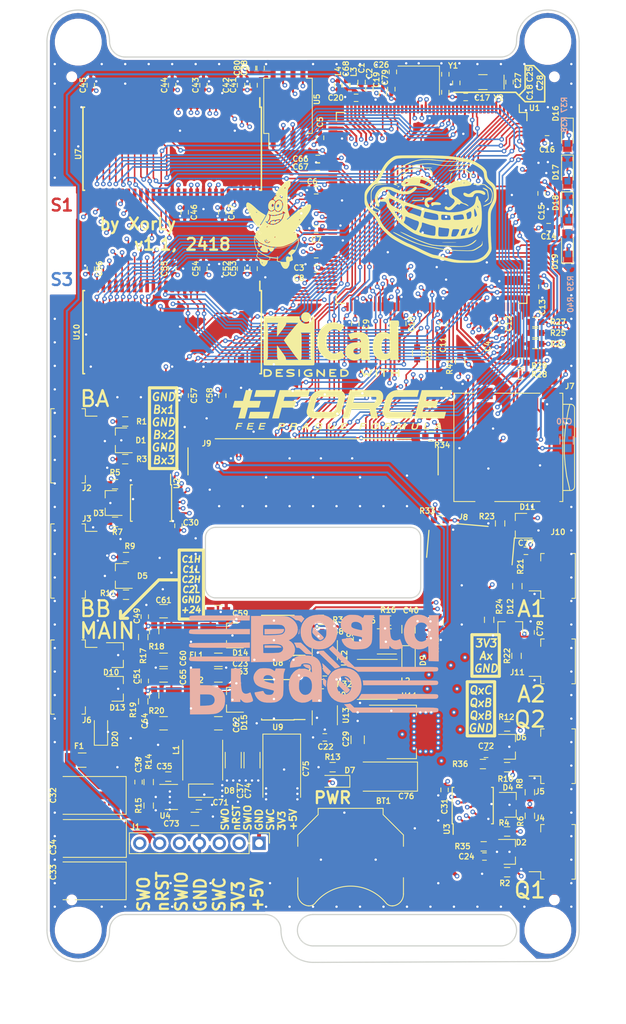
<source format=kicad_pcb>
(kicad_pcb (version 20171130) (host pcbnew "(5.0.0-rc2-201-gef38a198d)")
  (layers (0 F.Cu signal) (1 In1.Cu power) (2 In2.Cu signal hide) (3 In3.Cu power hide) (4 In4.Cu power hide) (31 B.Cu signal hide) (34 B.Paste user hide) (35 F.Paste user hide) (36 B.SilkS user hide) (37 F.SilkS user) (38 B.Mask user hide) (39 F.Mask user hide) (44 Edge.Cuts user))
  (net 0 "")
  (net 1 GND)
  (net 2 /RAM_DL15)
  (net 3 /RAM_DL14)
  (net 4 /RAM_DL13)
  (net 5 +3V3)
  (net 6 /RAM_DL12)
  (net 7 /RAM_DL11)
  (net 8 /RAM_DL10)
  (net 9 /RAM_DL9)
  (net 10 /RAM_DL8)
  (net 11 /RAM_A13)
  (net 12 /RAM_CLK)
  (net 13 /RAM_CKE)
  (net 14 /RAM_A12)
  (net 15 /RAM_A11)
  (net 16 /RAM_A9)
  (net 17 /RAM_A8)
  (net 18 /RAM_A7)
  (net 19 /RAM_A6)
  (net 20 /RAM_A5)
  (net 21 /RAM_A4)
  (net 22 /RAM_A3)
  (net 23 /RAM_A2)
  (net 24 /RAM_A1)
  (net 25 /RAM_A0)
  (net 26 /RAM_A10)
  (net 27 /RAM_BA1)
  (net 28 /RAM_BA0)
  (net 29 /RAM_CS)
  (net 30 /RAM_RAS)
  (net 31 /RAM_CAS)
  (net 32 /RAM_WE)
  (net 33 /RAM_DL7)
  (net 34 /RAM_DL6)
  (net 35 /RAM_DL5)
  (net 36 /RAM_DL4)
  (net 37 /RAM_DL3)
  (net 38 /RAM_DL2)
  (net 39 /RAM_DL1)
  (net 40 /RAM_DL0)
  (net 41 /RAM_DH0)
  (net 42 /RAM_DH1)
  (net 43 /RAM_DH2)
  (net 44 /RAM_DH3)
  (net 45 /RAM_DH4)
  (net 46 /RAM_DH5)
  (net 47 /RAM_DH6)
  (net 48 /RAM_DH7)
  (net 49 /RAM_DH8)
  (net 50 /RAM_DH9)
  (net 51 /RAM_DH10)
  (net 52 /RAM_DH11)
  (net 53 /RAM_DH12)
  (net 54 /RAM_DH13)
  (net 55 /RAM_DH14)
  (net 56 /RAM_DH15)
  (net 57 /LCD/LED_K)
  (net 58 /LCD/LED_A)
  (net 59 "Net-(J9-Pad3)")
  (net 60 "Net-(J9-Pad8)")
  (net 61 "Net-(J9-Pad9)")
  (net 62 "Net-(J9-Pad10)")
  (net 63 "Net-(J9-Pad11)")
  (net 64 /LCD_R7)
  (net 65 /LCD_R6)
  (net 66 /LCD_R5)
  (net 67 /LCD_R4)
  (net 68 /LCD_R3)
  (net 69 /LCD_R2)
  (net 70 /LCD_G7)
  (net 71 /LCD_G6)
  (net 72 /LCD_G5)
  (net 73 /LCD_G4)
  (net 74 /LCD_G3)
  (net 75 /LCD_G2)
  (net 76 /LCD_B7)
  (net 77 /LCD_B6)
  (net 78 /LCD_B5)
  (net 79 /LCD_B4)
  (net 80 /LCD_B3)
  (net 81 /LCD_B2)
  (net 82 "Net-(J9-Pad37)")
  (net 83 "Net-(J9-Pad38)")
  (net 84 /LCD_VSYNC)
  (net 85 /LCD_HSYNC)
  (net 86 /LCD_DE)
  (net 87 /LCD_CLK)
  (net 88 "Net-(J9-Pad47)")
  (net 89 "Net-(J9-Pad48)")
  (net 90 "Net-(J9-Pad49)")
  (net 91 "Net-(J9-Pad50)")
  (net 92 "Net-(D9-Pad2)")
  (net 93 "Net-(D12-Pad3)")
  (net 94 "Net-(D2-Pad2)")
  (net 95 "Net-(D2-Pad1)")
  (net 96 "Net-(D3-Pad1)")
  (net 97 "Net-(D3-Pad2)")
  (net 98 "Net-(D4-Pad2)")
  (net 99 "Net-(D4-Pad1)")
  (net 100 "Net-(D5-Pad1)")
  (net 101 "Net-(D5-Pad2)")
  (net 102 "Net-(D6-Pad2)")
  (net 103 "Net-(D6-Pad1)")
  (net 104 /CAN1_H)
  (net 105 /CAN1_L)
  (net 106 "Net-(D11-Pad3)")
  (net 107 /CAN2_H)
  (net 108 /CAN2_L)
  (net 109 "Net-(D1-Pad2)")
  (net 110 "Net-(D1-Pad1)")
  (net 111 /SWDIO)
  (net 112 /nRST)
  (net 113 /SWCLK)
  (net 114 /SWO)
  (net 115 "Net-(D7-Pad1)")
  (net 116 "Net-(C35-Pad1)")
  (net 117 +5V)
  (net 118 /BTN_A3)
  (net 119 /BTN_A2)
  (net 120 /BTN_A1)
  (net 121 /BTN_B1)
  (net 122 /BTN_B2)
  (net 123 /BTN_B3)
  (net 124 /QE2_C)
  (net 125 /QE2_B)
  (net 126 /QE2_A)
  (net 127 /QE1_A)
  (net 128 /QE1_B)
  (net 129 /QE1_C)
  (net 130 "Net-(C35-Pad2)")
  (net 131 +24V)
  (net 132 /CAN1_TX)
  (net 133 /CAN1_RX)
  (net 134 "Net-(C49-Pad1)")
  (net 135 "Net-(C59-Pad1)")
  (net 136 "Net-(C23-Pad1)")
  (net 137 /FLASH_IO3)
  (net 138 /FLASH_nCS)
  (net 139 /FLASH_IO0)
  (net 140 /FLASH_IO2)
  (net 141 /FLASH_IO1)
  (net 142 /FLASH_CLK)
  (net 143 /CAN2_TX)
  (net 144 /CAN2_RX)
  (net 145 "Net-(C51-Pad1)")
  (net 146 "Net-(C63-Pad1)")
  (net 147 "Net-(C62-Pad1)")
  (net 148 "Net-(BT1-Pad1)")
  (net 149 "Net-(U1-Pad7)")
  (net 150 "Net-(U1-Pad8)")
  (net 151 /XTAL32_IN)
  (net 152 /XTAL32_OUT)
  (net 153 "Net-(U1-Pad13)")
  (net 154 /XTAL_IN)
  (net 155 /XTAL_OUT)
  (net 156 "Net-(U1-Pad33)")
  (net 157 "Net-(C3-Pad1)")
  (net 158 /SD_DAT0)
  (net 159 /SD_DAT1)
  (net 160 "Net-(C4-Pad1)")
  (net 161 /SD_DAT2)
  (net 162 /SD_DAT3)
  (net 163 /SD_CLK)
  (net 164 /SD_CMD)
  (net 165 "Net-(U1-Pad156)")
  (net 166 "Net-(U1-Pad157)")
  (net 167 "Net-(U1-Pad162)")
  (net 168 "Net-(U1-Pad163)")
  (net 169 "Net-(U1-Pad165)")
  (net 170 "Net-(J11-Pad2)")
  (net 171 "Net-(J10-Pad2)")
  (net 172 /RAM_DE0)
  (net 173 /RAM_DE1)
  (net 174 /RAM_DE2)
  (net 175 /RAM_DE3)
  (net 176 /I2C4_SCL)
  (net 177 /I2C4_SDA)
  (net 178 /AIN_1)
  (net 179 /AIN_2)
  (net 180 /LCD_CTL_RST)
  (net 181 /LCD_CTL_SCK)
  (net 182 /LCD_CTL_~CS)
  (net 183 /LCD_CTL_MOSI)
  (net 184 /LCD_CTL_MISO)
  (net 185 /TC_INT)
  (net 186 /TC_RST)
  (net 187 /LCD_BLCTL)
  (net 188 "Net-(C1-Pad1)")
  (net 189 /VDDA)
  (net 190 "Net-(U13-Pad4)")
  (net 191 "Net-(U12-Pad4)")
  (net 192 "Net-(C24-Pad1)")
  (net 193 "Net-(C72-Pad1)")
  (net 194 "Net-(D19-Pad1)")
  (net 195 "Net-(D18-Pad1)")
  (net 196 "Net-(D17-Pad1)")
  (net 197 "Net-(D16-Pad1)")
  (net 198 /LED1)
  (net 199 /LED2)
  (net 200 /LED3)
  (net 201 /LED4)
  (net 202 "Net-(C36-Pad2)")
  (net 203 "Net-(U12-Pad1)")
  (net 204 "Net-(U13-Pad1)")
  (net 205 "Net-(D20-Pad2)")
  (net 206 "Net-(D20-Pad1)")
  (module eforce_misc:TSOP_II_54_10.16x22.22_Pitch0.8mm (layer F.Cu) (at 92 87.1 270)
    (fp_text reference U10 (at 0 12.2 270) (layer F.SilkS) (effects (font (size 0.7 0.7))))
    (fp_text value IS42S16400)
    (pad 54 smd rect (at 5.835 -10.4 270) (size 1.51 0.46) (layers F.Cu F.Paste F.Mask) (net 1 GND))
    (pad 53 smd rect (at 5.835 -9.6 270) (size 1.51 0.46) (layers F.Cu F.Paste F.Mask) (net 56 /RAM_DH15))
    (pad 52 smd rect (at 5.835 -8.8 270) (size 1.51 0.46) (layers F.Cu F.Paste F.Mask) (net 1 GND))
    (pad 51 smd rect (at 5.835 -8 270) (size 1.51 0.46) (layers F.Cu F.Paste F.Mask) (net 55 /RAM_DH14))
    (pad 50 smd rect (at 5.835 -7.2 270) (size 1.51 0.46) (layers F.Cu F.Paste F.Mask) (net 54 /RAM_DH13))
    (pad 49 smd rect (at 5.835 -6.4 270) (size 1.51 0.46) (layers F.Cu F.Paste F.Mask) (net 5 +3V3))
    (pad 48 smd rect (at 5.835 -5.6 270) (size 1.51 0.46) (layers F.Cu F.Paste F.Mask) (net 53 /RAM_DH12))
    (pad 47 smd rect (at 5.835 -4.8 270) (size 1.51 0.46) (layers F.Cu F.Paste F.Mask) (net 52 /RAM_DH11))
    (pad 46 smd rect (at 5.835 -4 270) (size 1.51 0.46) (layers F.Cu F.Paste F.Mask) (net 1 GND))
    (pad 45 smd rect (at 5.835 -3.2 270) (size 1.51 0.46) (layers F.Cu F.Paste F.Mask) (net 51 /RAM_DH10))
    (pad 44 smd rect (at 5.835 -2.4 270) (size 1.51 0.46) (layers F.Cu F.Paste F.Mask) (net 50 /RAM_DH9))
    (pad 43 smd rect (at 5.835 -1.6 270) (size 1.51 0.46) (layers F.Cu F.Paste F.Mask) (net 5 +3V3))
    (pad 42 smd rect (at 5.835 -0.8 270) (size 1.51 0.46) (layers F.Cu F.Paste F.Mask) (net 49 /RAM_DH8))
    (pad 41 smd rect (at 5.835 0 270) (size 1.51 0.46) (layers F.Cu F.Paste F.Mask) (net 1 GND))
    (pad 40 smd rect (at 5.835 0.8 270) (size 1.51 0.46) (layers F.Cu F.Paste F.Mask) (net 11 /RAM_A13))
    (pad 39 smd rect (at 5.835 1.6 270) (size 1.51 0.46) (layers F.Cu F.Paste F.Mask) (net 175 /RAM_DE3))
    (pad 38 smd rect (at 5.835 2.4 270) (size 1.51 0.46) (layers F.Cu F.Paste F.Mask) (net 12 /RAM_CLK))
    (pad 37 smd rect (at 5.835 3.2 270) (size 1.51 0.46) (layers F.Cu F.Paste F.Mask) (net 13 /RAM_CKE))
    (pad 36 smd rect (at 5.835 4 270) (size 1.51 0.46) (layers F.Cu F.Paste F.Mask) (net 14 /RAM_A12))
    (pad 35 smd rect (at 5.835 4.8 270) (size 1.51 0.46) (layers F.Cu F.Paste F.Mask) (net 15 /RAM_A11))
    (pad 34 smd rect (at 5.835 5.6 270) (size 1.51 0.46) (layers F.Cu F.Paste F.Mask) (net 16 /RAM_A9))
    (pad 33 smd rect (at 5.835 6.4 270) (size 1.51 0.46) (layers F.Cu F.Paste F.Mask) (net 17 /RAM_A8))
    (pad 32 smd rect (at 5.835 7.2 270) (size 1.51 0.46) (layers F.Cu F.Paste F.Mask) (net 18 /RAM_A7))
    (pad 31 smd rect (at 5.835 8 270) (size 1.51 0.46) (layers F.Cu F.Paste F.Mask) (net 19 /RAM_A6))
    (pad 30 smd rect (at 5.835 8.8 270) (size 1.51 0.46) (layers F.Cu F.Paste F.Mask) (net 20 /RAM_A5))
    (pad 29 smd rect (at 5.835 9.6 270) (size 1.51 0.46) (layers F.Cu F.Paste F.Mask) (net 21 /RAM_A4))
    (pad 28 smd rect (at 5.835 10.4 270) (size 1.51 0.46) (layers F.Cu F.Paste F.Mask) (net 1 GND))
    (pad 27 smd rect (at -5.835 10.4 270) (size 1.51 0.46) (layers F.Cu F.Paste F.Mask) (net 5 +3V3))
    (pad 26 smd rect (at -5.835 9.6 270) (size 1.51 0.46) (layers F.Cu F.Paste F.Mask) (net 22 /RAM_A3))
    (pad 25 smd rect (at -5.835 8.8 270) (size 1.51 0.46) (layers F.Cu F.Paste F.Mask) (net 23 /RAM_A2))
    (pad 24 smd rect (at -5.835 8 270) (size 1.51 0.46) (layers F.Cu F.Paste F.Mask) (net 24 /RAM_A1))
    (pad 23 smd rect (at -5.835 7.2 270) (size 1.51 0.46) (layers F.Cu F.Paste F.Mask) (net 25 /RAM_A0))
    (pad 22 smd rect (at -5.835 6.4 270) (size 1.51 0.46) (layers F.Cu F.Paste F.Mask) (net 26 /RAM_A10))
    (pad 21 smd rect (at -5.835 5.6 270) (size 1.51 0.46) (layers F.Cu F.Paste F.Mask) (net 27 /RAM_BA1))
    (pad 20 smd rect (at -5.835 4.8 270) (size 1.51 0.46) (layers F.Cu F.Paste F.Mask) (net 28 /RAM_BA0))
    (pad 19 smd rect (at -5.835 4 270) (size 1.51 0.46) (layers F.Cu F.Paste F.Mask) (net 29 /RAM_CS))
    (pad 18 smd rect (at -5.835 3.2 270) (size 1.51 0.46) (layers F.Cu F.Paste F.Mask) (net 30 /RAM_RAS))
    (pad 17 smd rect (at -5.835 2.4 270) (size 1.51 0.46) (layers F.Cu F.Paste F.Mask) (net 31 /RAM_CAS))
    (pad 16 smd rect (at -5.835 1.6 270) (size 1.51 0.46) (layers F.Cu F.Paste F.Mask) (net 32 /RAM_WE))
    (pad 15 smd rect (at -5.835 0.8 270) (size 1.51 0.46) (layers F.Cu F.Paste F.Mask) (net 174 /RAM_DE2))
    (pad 14 smd rect (at -5.835 0 270) (size 1.51 0.46) (layers F.Cu F.Paste F.Mask) (net 5 +3V3))
    (pad 13 smd rect (at -5.835 -0.8 270) (size 1.51 0.46) (layers F.Cu F.Paste F.Mask) (net 48 /RAM_DH7))
    (pad 12 smd rect (at -5.835 -1.6 270) (size 1.51 0.46) (layers F.Cu F.Paste F.Mask) (net 1 GND))
    (pad 11 smd rect (at -5.835 -2.4 270) (size 1.51 0.46) (layers F.Cu F.Paste F.Mask) (net 47 /RAM_DH6))
    (pad 10 smd rect (at -5.835 -3.2 270) (size 1.51 0.46) (layers F.Cu F.Paste F.Mask) (net 46 /RAM_DH5))
    (pad 9 smd rect (at -5.835 -4 270) (size 1.51 0.46) (layers F.Cu F.Paste F.Mask) (net 5 +3V3))
    (pad 8 smd rect (at -5.835 -4.8 270) (size 1.51 0.46) (layers F.Cu F.Paste F.Mask) (net 45 /RAM_DH4))
    (pad 7 smd rect (at -5.835 -5.6 270) (size 1.51 0.46) (layers F.Cu F.Paste F.Mask) (net 44 /RAM_DH3))
    (pad 6 smd rect (at -5.835 -6.4 270) (size 1.51 0.46) (layers F.Cu F.Paste F.Mask) (net 1 GND))
    (pad 5 smd rect (at -5.835 -7.2 270) (size 1.51 0.46) (layers F.Cu F.Paste F.Mask) (net 43 /RAM_DH2))
    (pad 4 smd rect (at -5.835 -8 270) (size 1.51 0.46) (layers F.Cu F.Paste F.Mask) (net 42 /RAM_DH1))
    (pad 3 smd rect (at -5.835 -8.8 270) (size 1.51 0.46) (layers F.Cu F.Paste F.Mask) (net 5 +3V3))
    (pad 2 smd rect (at -5.835 -9.6 270) (size 1.51 0.46) (layers F.Cu F.Paste F.Mask) (net 41 /RAM_DH0))
    (pad 1 smd rect (at -5.835 -10.4 270) (size 1.51 0.46) (layers F.Cu F.Paste F.Mask) (net 5 +3V3))
  )
  (module eforce_misc:TSOP_II_54_10.16x22.22_Pitch0.8mm (layer F.Cu) (at 92 63.7 270)
    (fp_text reference U7 (at 0.7 12 270) (layer F.SilkS) (effects (font (size 0.7 0.7))))
    (fp_text value IS42S16400)
    (pad 54 smd rect (at 5.835 -10.4 270) (size 1.51 0.46) (layers F.Cu F.Paste F.Mask) (net 1 GND))
    (pad 53 smd rect (at 5.835 -9.6 270) (size 1.51 0.46) (layers F.Cu F.Paste F.Mask) (net 2 /RAM_DL15))
    (pad 52 smd rect (at 5.835 -8.8 270) (size 1.51 0.46) (layers F.Cu F.Paste F.Mask) (net 1 GND))
    (pad 51 smd rect (at 5.835 -8 270) (size 1.51 0.46) (layers F.Cu F.Paste F.Mask) (net 3 /RAM_DL14))
    (pad 50 smd rect (at 5.835 -7.2 270) (size 1.51 0.46) (layers F.Cu F.Paste F.Mask) (net 4 /RAM_DL13))
    (pad 49 smd rect (at 5.835 -6.4 270) (size 1.51 0.46) (layers F.Cu F.Paste F.Mask) (net 5 +3V3))
    (pad 48 smd rect (at 5.835 -5.6 270) (size 1.51 0.46) (layers F.Cu F.Paste F.Mask) (net 6 /RAM_DL12))
    (pad 47 smd rect (at 5.835 -4.8 270) (size 1.51 0.46) (layers F.Cu F.Paste F.Mask) (net 7 /RAM_DL11))
    (pad 46 smd rect (at 5.835 -4 270) (size 1.51 0.46) (layers F.Cu F.Paste F.Mask) (net 1 GND))
    (pad 45 smd rect (at 5.835 -3.2 270) (size 1.51 0.46) (layers F.Cu F.Paste F.Mask) (net 8 /RAM_DL10))
    (pad 44 smd rect (at 5.835 -2.4 270) (size 1.51 0.46) (layers F.Cu F.Paste F.Mask) (net 9 /RAM_DL9))
    (pad 43 smd rect (at 5.835 -1.6 270) (size 1.51 0.46) (layers F.Cu F.Paste F.Mask) (net 5 +3V3))
    (pad 42 smd rect (at 5.835 -0.8 270) (size 1.51 0.46) (layers F.Cu F.Paste F.Mask) (net 10 /RAM_DL8))
    (pad 41 smd rect (at 5.835 0 270) (size 1.51 0.46) (layers F.Cu F.Paste F.Mask) (net 1 GND))
    (pad 40 smd rect (at 5.835 0.8 270) (size 1.51 0.46) (layers F.Cu F.Paste F.Mask) (net 11 /RAM_A13))
    (pad 39 smd rect (at 5.835 1.6 270) (size 1.51 0.46) (layers F.Cu F.Paste F.Mask) (net 173 /RAM_DE1))
    (pad 38 smd rect (at 5.835 2.4 270) (size 1.51 0.46) (layers F.Cu F.Paste F.Mask) (net 12 /RAM_CLK))
    (pad 37 smd rect (at 5.835 3.2 270) (size 1.51 0.46) (layers F.Cu F.Paste F.Mask) (net 13 /RAM_CKE))
    (pad 36 smd rect (at 5.835 4 270) (size 1.51 0.46) (layers F.Cu F.Paste F.Mask) (net 14 /RAM_A12))
    (pad 35 smd rect (at 5.835 4.8 270) (size 1.51 0.46) (layers F.Cu F.Paste F.Mask) (net 15 /RAM_A11))
    (pad 34 smd rect (at 5.835 5.6 270) (size 1.51 0.46) (layers F.Cu F.Paste F.Mask) (net 16 /RAM_A9))
    (pad 33 smd rect (at 5.835 6.4 270) (size 1.51 0.46) (layers F.Cu F.Paste F.Mask) (net 17 /RAM_A8))
    (pad 32 smd rect (at 5.835 7.2 270) (size 1.51 0.46) (layers F.Cu F.Paste F.Mask) (net 18 /RAM_A7))
    (pad 31 smd rect (at 5.835 8 270) (size 1.51 0.46) (layers F.Cu F.Paste F.Mask) (net 19 /RAM_A6))
    (pad 30 smd rect (at 5.835 8.8 270) (size 1.51 0.46) (layers F.Cu F.Paste F.Mask) (net 20 /RAM_A5))
    (pad 29 smd rect (at 5.835 9.6 270) (size 1.51 0.46) (layers F.Cu F.Paste F.Mask) (net 21 /RAM_A4))
    (pad 28 smd rect (at 5.835 10.4 270) (size 1.51 0.46) (layers F.Cu F.Paste F.Mask) (net 1 GND))
    (pad 27 smd rect (at -5.835 10.4 270) (size 1.51 0.46) (layers F.Cu F.Paste F.Mask) (net 5 +3V3))
    (pad 26 smd rect (at -5.835 9.6 270) (size 1.51 0.46) (layers F.Cu F.Paste F.Mask) (net 22 /RAM_A3))
    (pad 25 smd rect (at -5.835 8.8 270) (size 1.51 0.46) (layers F.Cu F.Paste F.Mask) (net 23 /RAM_A2))
    (pad 24 smd rect (at -5.835 8 270) (size 1.51 0.46) (layers F.Cu F.Paste F.Mask) (net 24 /RAM_A1))
    (pad 23 smd rect (at -5.835 7.2 270) (size 1.51 0.46) (layers F.Cu F.Paste F.Mask) (net 25 /RAM_A0))
    (pad 22 smd rect (at -5.835 6.4 270) (size 1.51 0.46) (layers F.Cu F.Paste F.Mask) (net 26 /RAM_A10))
    (pad 21 smd rect (at -5.835 5.6 270) (size 1.51 0.46) (layers F.Cu F.Paste F.Mask) (net 27 /RAM_BA1))
    (pad 20 smd rect (at -5.835 4.8 270) (size 1.51 0.46) (layers F.Cu F.Paste F.Mask) (net 28 /RAM_BA0))
    (pad 19 smd rect (at -5.835 4 270) (size 1.51 0.46) (layers F.Cu F.Paste F.Mask) (net 29 /RAM_CS))
    (pad 18 smd rect (at -5.835 3.2 270) (size 1.51 0.46) (layers F.Cu F.Paste F.Mask) (net 30 /RAM_RAS))
    (pad 17 smd rect (at -5.835 2.4 270) (size 1.51 0.46) (layers F.Cu F.Paste F.Mask) (net 31 /RAM_CAS))
    (pad 16 smd rect (at -5.835 1.6 270) (size 1.51 0.46) (layers F.Cu F.Paste F.Mask) (net 32 /RAM_WE))
    (pad 15 smd rect (at -5.835 0.8 270) (size 1.51 0.46) (layers F.Cu F.Paste F.Mask) (net 172 /RAM_DE0))
    (pad 14 smd rect (at -5.835 0 270) (size 1.51 0.46) (layers F.Cu F.Paste F.Mask) (net 5 +3V3))
    (pad 13 smd rect (at -5.835 -0.8 270) (size 1.51 0.46) (layers F.Cu F.Paste F.Mask) (net 33 /RAM_DL7))
    (pad 12 smd rect (at -5.835 -1.6 270) (size 1.51 0.46) (layers F.Cu F.Paste F.Mask) (net 1 GND))
    (pad 11 smd rect (at -5.835 -2.4 270) (size 1.51 0.46) (layers F.Cu F.Paste F.Mask) (net 34 /RAM_DL6))
    (pad 10 smd rect (at -5.835 -3.2 270) (size 1.51 0.46) (layers F.Cu F.Paste F.Mask) (net 35 /RAM_DL5))
    (pad 9 smd rect (at -5.835 -4 270) (size 1.51 0.46) (layers F.Cu F.Paste F.Mask) (net 5 +3V3))
    (pad 8 smd rect (at -5.835 -4.8 270) (size 1.51 0.46) (layers F.Cu F.Paste F.Mask) (net 36 /RAM_DL4))
    (pad 7 smd rect (at -5.835 -5.6 270) (size 1.51 0.46) (layers F.Cu F.Paste F.Mask) (net 37 /RAM_DL3))
    (pad 6 smd rect (at -5.835 -6.4 270) (size 1.51 0.46) (layers F.Cu F.Paste F.Mask) (net 1 GND))
    (pad 5 smd rect (at -5.835 -7.2 270) (size 1.51 0.46) (layers F.Cu F.Paste F.Mask) (net 38 /RAM_DL2))
    (pad 4 smd rect (at -5.835 -8 270) (size 1.51 0.46) (layers F.Cu F.Paste F.Mask) (net 39 /RAM_DL1))
    (pad 3 smd rect (at -5.835 -8.8 270) (size 1.51 0.46) (layers F.Cu F.Paste F.Mask) (net 5 +3V3))
    (pad 2 smd rect (at -5.835 -9.6 270) (size 1.51 0.46) (layers F.Cu F.Paste F.Mask) (net 40 /RAM_DL0))
    (pad 1 smd rect (at -5.835 -10.4 270) (size 1.51 0.46) (layers F.Cu F.Paste F.Mask) (net 5 +3V3))
  )
  (module eforce_misc:FPC_08_0.5 (layer F.Cu) (at 130.275891 112.804234 355)
    (fp_text reference J8 (at -1.255193 -2.002457 355) (layer F.SilkS) (effects (font (size 0.7 0.7))))
    (fp_text value TC)
    (pad 1 smd rect (at -1.75 0 355) (size 0.3 1.3) (layers F.Cu F.Paste F.Mask) (net 1 GND))
    (pad 2 smd rect (at -1.25 0 355) (size 0.3 1.3) (layers F.Cu F.Paste F.Mask) (net 5 +3V3))
    (pad 3 smd rect (at -0.75 0 355) (size 0.3 1.3) (layers F.Cu F.Paste F.Mask) (net 5 +3V3))
    (pad 4 smd rect (at -0.25 0 355) (size 0.3 1.3) (layers F.Cu F.Paste F.Mask) (net 176 /I2C4_SCL))
    (pad 5 smd rect (at 0.25 0 355) (size 0.3 1.3) (layers F.Cu F.Paste F.Mask) (net 177 /I2C4_SDA))
    (pad 6 smd rect (at 0.75 0 355) (size 0.3 1.3) (layers F.Cu F.Paste F.Mask) (net 185 /TC_INT))
    (pad 7 smd rect (at 1.25 0 355) (size 0.3 1.3) (layers F.Cu F.Paste F.Mask) (net 186 /TC_RST))
    (pad 8 smd rect (at 1.75 0 355) (size 0.3 1.3) (layers F.Cu F.Paste F.Mask) (net 1 GND))
    (pad MP smd rect (at -3.68 1.86 355) (size 2.7 3) (layers F.Cu F.Paste F.Mask) (net 1 GND))
    (pad MP smd rect (at 3.68 1.86 355) (size 2.7 3) (layers F.Cu F.Paste F.Mask) (net 1 GND))
  )
  (module Diode_SMD:D_SOD-323_HandSoldering (layer F.Cu) (at 122.2 129 270)
    (fp_text reference D9 (at 0 -1.85 270) (layer F.SilkS) (effects (font (size 0.7 0.7))))
    (fp_text value D_Schottky)
    (pad 2 smd rect (at 1.25 0 270) (size 1 1) (layers F.Cu F.Paste F.Mask) (net 92 "Net-(D9-Pad2)"))
    (pad 1 smd rect (at -1.25 0 270) (size 1 1) (layers F.Cu F.Paste F.Mask) (net 58 /LCD/LED_A))
  )
  (module Diode_SMD:D_SOD-323_HandSoldering (layer F.Cu) (at 82.9 137.9 90)
    (fp_text reference D20 (at -1.1 1.8 90) (layer F.SilkS) (effects (font (size 0.7 0.7))))
    (fp_text value D_Schottky)
    (pad 2 smd rect (at 1.25 0 90) (size 1 1) (layers F.Cu F.Paste F.Mask) (net 205 "Net-(D20-Pad2)"))
    (pad 1 smd rect (at -1.25 0 90) (size 1 1) (layers F.Cu F.Paste F.Mask) (net 206 "Net-(D20-Pad1)"))
  )
  (module Diode_SMD:D_SOD-323_HandSoldering (layer F.Cu) (at 96 145.6)
    (fp_text reference D8 (at 3.3 0) (layer F.SilkS) (effects (font (size 0.7 0.7))))
    (fp_text value D_Schottky)
    (pad 2 smd rect (at 1.25 0) (size 1 1) (layers F.Cu F.Paste F.Mask) (net 1 GND))
    (pad 1 smd rect (at -1.25 0) (size 1 1) (layers F.Cu F.Paste F.Mask) (net 116 "Net-(C35-Pad1)"))
  )
  (module Capacitor_Tantalum_SMD:CP_EIA-6032-28_Kemet-C_Pad2.24x2.40mm_HandSolder (layer F.Cu) (at 119.4 143.8 180)
    (fp_text reference C76 (at -2.5 -2.5 180) (layer F.SilkS) (effects (font (size 0.7 0.7))))
    (fp_text value 22u/16V)
    (pad 1 smd rect (at -2.5675 0 180) (size 2.235 2.4) (layers F.Cu F.Paste F.Mask) (net 5 +3V3))
    (pad 2 smd rect (at 2.5675 0 180) (size 2.235 2.4) (layers F.Cu F.Paste F.Mask) (net 1 GND))
  )
  (module eforce_misc:R_0603_larger_pads (layer F.Cu) (at 88.3 134.2 90)
    (fp_text reference R19 (at -1.1 -1.3 270) (layer F.SilkS) (effects (font (size 0.7 0.7))))
    (fp_text value 60)
    (pad 1 smd rect (at -0.75 0 90) (size 0.8 0.75) (layers F.Cu F.Paste F.Mask) (net 107 /CAN2_H))
    (pad 2 smd rect (at 0.75 0 90) (size 0.8 0.75) (layers F.Cu F.Paste F.Mask) (net 145 "Net-(C51-Pad1)"))
  )
  (module eforce_misc:R_0603_larger_pads (layer F.Cu) (at 89.7 133.45 270)
    (fp_text reference R20 (at 1.95 -0.3) (layer F.SilkS) (effects (font (size 0.7 0.7))))
    (fp_text value 60)
    (pad 2 smd rect (at 0.75 0 270) (size 0.8 0.75) (layers F.Cu F.Paste F.Mask) (net 108 /CAN2_L))
    (pad 1 smd rect (at -0.75 0 270) (size 0.8 0.75) (layers F.Cu F.Paste F.Mask) (net 145 "Net-(C51-Pad1)"))
  )
  (module legacy:C_0402_1005Metric_legacy (layer F.Cu) (at 88.5 131.6 90)
    (fp_text reference C51 (at 0.6 -1 90) (layer F.SilkS) (effects (font (size 0.7 0.7))))
    (fp_text value 10n)
    (pad 1 smd rect (at -0.55 0 90) (size 0.6 0.5) (layers F.Cu F.Paste F.Mask) (net 145 "Net-(C51-Pad1)"))
    (pad 2 smd rect (at 0.55 0 90) (size 0.6 0.5) (layers F.Cu F.Paste F.Mask) (net 1 GND))
  )
  (module Package_TO_SOT_SMD:SOT-23 (layer F.Cu) (at 85 128.3)
    (fp_text reference D10 (at -0.8 2.2 180) (layer F.SilkS) (effects (font (size 0.7 0.7))))
    (fp_text value NUP2105L)
    (pad 1 smd rect (at -1 -0.95) (size 0.9 0.8) (layers F.Cu F.Paste F.Mask) (net 105 /CAN1_L))
    (pad 2 smd rect (at -1 0.95) (size 0.9 0.8) (layers F.Cu F.Paste F.Mask) (net 104 /CAN1_H))
    (pad 3 smd rect (at 1 0) (size 0.9 0.8) (layers F.Cu F.Paste F.Mask) (net 1 GND))
  )
  (module Connector_Card:microSD_HC_Wuerth_693072010801 (layer F.Cu) (at 136.1 101.8 270)
    (fp_text reference J7 (at -7.8 -6.7) (layer F.SilkS) (effects (font (size 0.7 0.7))))
    (fp_text value Micro_SD_Card_Det)
    (pad 9 smd rect (at 6.875 -4.15 270) (size 1.45 2) (layers F.Cu F.Paste F.Mask) (net 1 GND))
    (pad 9 smd rect (at -6.875 -4.15 270) (size 1.45 2) (layers F.Cu F.Paste F.Mask) (net 1 GND))
    (pad 9 smd rect (at -6.875 4.15 270) (size 1.45 2) (layers F.Cu F.Paste F.Mask) (net 1 GND))
    (pad 9 smd rect (at 6.875 4.15 270) (size 1.45 2) (layers F.Cu F.Paste F.Mask) (net 1 GND))
    (pad 8 smd rect (at 4.5 -1.55 270) (size 0.8 1.5) (layers F.Cu F.Paste F.Mask) (net 159 /SD_DAT1))
    (pad 7 smd rect (at 3.4 -1.55 270) (size 0.8 1.5) (layers F.Cu F.Paste F.Mask) (net 158 /SD_DAT0))
    (pad 6 smd rect (at 2.3 -1.55 270) (size 0.8 1.5) (layers F.Cu F.Paste F.Mask) (net 1 GND))
    (pad 5 smd rect (at 1.2 -1.55 270) (size 0.8 1.5) (layers F.Cu F.Paste F.Mask) (net 163 /SD_CLK))
    (pad 4 smd rect (at 0.1 -1.55 270) (size 0.8 1.5) (layers F.Cu F.Paste F.Mask) (net 5 +3V3))
    (pad 3 smd rect (at -1 -1.55 270) (size 0.8 1.5) (layers F.Cu F.Paste F.Mask) (net 164 /SD_CMD))
    (pad 2 smd rect (at -2.1 -1.55 270) (size 0.8 1.5) (layers F.Cu F.Paste F.Mask) (net 162 /SD_DAT3))
    (pad 1 smd rect (at -3.2 -1.55 270) (size 0.8 1.5) (layers F.Cu F.Paste F.Mask) (net 161 /SD_DAT2))
  )
  (module eforce_misc:patrick_11 (layer F.Cu) (at 105.6 73.4)
    (fp_text reference M6 hide)
    (fp_text value patrick hide)
  )
  (module eforce_misc:kicad_18 (layer F.Cu) (at 112.3 88.7)
    (fp_text reference M5 hide)
    (fp_text value kicad hide)
  )
  (module Fuse:Fuse_1206_3216Metric_Pad1.39x1.80mm_HandSolder (layer F.Cu) (at 80.5 141.7 180)
    (fp_text reference F1 (at 0.4 1.8 180) (layer F.SilkS) (effects (font (size 0.7 0.7))))
    (fp_text value Fuse)
    (pad 1 smd rect (at -1.5175 0 180) (size 1.395 1.8) (layers F.Cu F.Paste F.Mask) (net 206 "Net-(D20-Pad1)"))
    (pad 2 smd rect (at 1.5175 0 180) (size 1.395 1.8) (layers F.Cu F.Paste F.Mask) (net 131 +24V))
  )
  (module Connector_Molex:Molex_PicoBlade_53261-0671_1x06-1MP_P1.25mm_Horizontal (layer F.Cu) (at 79.2 101.6 270)
    (fp_text reference J2 (at 5.4 -1.9) (layer F.SilkS) (effects (font (size 0.7 0.7))))
    (fp_text value BTN_A)
    (pad MP smd rect (at 5.675 0.5 270) (size 2.1 3) (layers F.Cu F.Paste F.Mask) (net 1 GND))
    (pad MP smd rect (at -5.675 0.5 270) (size 2.1 3) (layers F.Cu F.Paste F.Mask) (net 1 GND))
    (pad 6 smd rect (at 3.125 -2.4 270) (size 0.8 1.6) (layers F.Cu F.Paste F.Mask) (net 97 "Net-(D3-Pad2)"))
    (pad 5 smd rect (at 1.875 -2.4 270) (size 0.8 1.6) (layers F.Cu F.Paste F.Mask) (net 1 GND))
    (pad 4 smd rect (at 0.625 -2.4 270) (size 0.8 1.6) (layers F.Cu F.Paste F.Mask) (net 110 "Net-(D1-Pad1)"))
    (pad 3 smd rect (at -0.625 -2.4 270) (size 0.8 1.6) (layers F.Cu F.Paste F.Mask) (net 1 GND))
    (pad 2 smd rect (at -1.875 -2.4 270) (size 0.8 1.6) (layers F.Cu F.Paste F.Mask) (net 109 "Net-(D1-Pad2)"))
    (pad 1 smd rect (at -3.125 -2.4 270) (size 0.8 1.6) (layers F.Cu F.Paste F.Mask) (net 1 GND))
  )
  (module Connector_Molex:Molex_PicoBlade_53261-0671_1x06-1MP_P1.25mm_Horizontal (layer F.Cu) (at 79.2 116.3 270)
    (fp_text reference J3 (at -5.4 -1.9) (layer F.SilkS) (effects (font (size 0.7 0.7))))
    (fp_text value BTN_B)
    (pad MP smd rect (at 5.675 0.5 270) (size 2.1 3) (layers F.Cu F.Paste F.Mask) (net 1 GND))
    (pad MP smd rect (at -5.675 0.5 270) (size 2.1 3) (layers F.Cu F.Paste F.Mask) (net 1 GND))
    (pad 6 smd rect (at 3.125 -2.4 270) (size 0.8 1.6) (layers F.Cu F.Paste F.Mask) (net 100 "Net-(D5-Pad1)"))
    (pad 5 smd rect (at 1.875 -2.4 270) (size 0.8 1.6) (layers F.Cu F.Paste F.Mask) (net 1 GND))
    (pad 4 smd rect (at 0.625 -2.4 270) (size 0.8 1.6) (layers F.Cu F.Paste F.Mask) (net 101 "Net-(D5-Pad2)"))
    (pad 3 smd rect (at -0.625 -2.4 270) (size 0.8 1.6) (layers F.Cu F.Paste F.Mask) (net 1 GND))
    (pad 2 smd rect (at -1.875 -2.4 270) (size 0.8 1.6) (layers F.Cu F.Paste F.Mask) (net 96 "Net-(D3-Pad1)"))
    (pad 1 smd rect (at -3.125 -2.4 270) (size 0.8 1.6) (layers F.Cu F.Paste F.Mask) (net 1 GND))
  )
  (module Connector_Molex:Molex_PicoBlade_53261-0671_1x06-1MP_P1.25mm_Horizontal (layer F.Cu) (at 79.2 131.1 270)
    (fp_text reference J6 (at 5.5 -1.9) (layer F.SilkS) (effects (font (size 0.7 0.7))))
    (fp_text value main)
    (pad 1 smd rect (at -3.125 -2.4 270) (size 0.8 1.6) (layers F.Cu F.Paste F.Mask) (net 105 /CAN1_L))
    (pad 2 smd rect (at -1.875 -2.4 270) (size 0.8 1.6) (layers F.Cu F.Paste F.Mask) (net 104 /CAN1_H))
    (pad 3 smd rect (at -0.625 -2.4 270) (size 0.8 1.6) (layers F.Cu F.Paste F.Mask) (net 108 /CAN2_L))
    (pad 4 smd rect (at 0.625 -2.4 270) (size 0.8 1.6) (layers F.Cu F.Paste F.Mask) (net 107 /CAN2_H))
    (pad 5 smd rect (at 1.875 -2.4 270) (size 0.8 1.6) (layers F.Cu F.Paste F.Mask) (net 1 GND))
    (pad 6 smd rect (at 3.125 -2.4 270) (size 0.8 1.6) (layers F.Cu F.Paste F.Mask) (net 205 "Net-(D20-Pad2)"))
    (pad MP smd rect (at -5.675 0.5 270) (size 2.1 3) (layers F.Cu F.Paste F.Mask) (net 1 GND))
    (pad MP smd rect (at 5.675 0.5 270) (size 2.1 3) (layers F.Cu F.Paste F.Mask) (net 1 GND))
  )
  (module Connector_Molex:Molex_PicoBlade_53261-0371_1x03-1MP_P1.25mm_Horizontal (layer F.Cu) (at 140.8 129.1 90)
    (fp_text reference J11 (at -1.4 -4.7 180) (layer F.SilkS) (effects (font (size 0.7 0.7))))
    (fp_text value AIN)
    (pad MP smd rect (at 3.8 0.5 90) (size 2.1 3) (layers F.Cu F.Paste F.Mask) (net 1 GND))
    (pad MP smd rect (at -3.8 0.5 90) (size 2.1 3) (layers F.Cu F.Paste F.Mask) (net 1 GND))
    (pad 3 smd rect (at 1.25 -2.4 90) (size 0.8 1.6) (layers F.Cu F.Paste F.Mask) (net 5 +3V3))
    (pad 2 smd rect (at 0 -2.4 90) (size 0.8 1.6) (layers F.Cu F.Paste F.Mask) (net 170 "Net-(J11-Pad2)"))
    (pad 1 smd rect (at -1.25 -2.4 90) (size 0.8 1.6) (layers F.Cu F.Paste F.Mask) (net 1 GND))
  )
  (module Connector_Molex:Molex_PicoBlade_53261-0371_1x03-1MP_P1.25mm_Horizontal (layer F.Cu) (at 140.8 118.2 90)
    (fp_text reference J10 (at 5.6 0.5 180) (layer F.SilkS) (effects (font (size 0.7 0.7))))
    (fp_text value AIN)
    (pad 1 smd rect (at -1.25 -2.4 90) (size 0.8 1.6) (layers F.Cu F.Paste F.Mask) (net 1 GND))
    (pad 2 smd rect (at 0 -2.4 90) (size 0.8 1.6) (layers F.Cu F.Paste F.Mask) (net 171 "Net-(J10-Pad2)"))
    (pad 3 smd rect (at 1.25 -2.4 90) (size 0.8 1.6) (layers F.Cu F.Paste F.Mask) (net 5 +3V3))
    (pad MP smd rect (at -3.8 0.5 90) (size 2.1 3) (layers F.Cu F.Paste F.Mask) (net 1 GND))
    (pad MP smd rect (at 3.8 0.5 90) (size 2.1 3) (layers F.Cu F.Paste F.Mask) (net 1 GND))
  )
  (module eforce_misc:FPC_50_0.5 (layer F.Cu) (at 110 101.8)
    (fp_text reference J9 (at -13.6 -0.5) (layer F.SilkS) (effects (font (size 0.7 0.7))))
    (fp_text value LCD)
    (pad MP smd rect (at 14.18 1.86) (size 2.7 3) (layers F.Cu F.Paste F.Mask) (net 1 GND))
    (pad MP smd rect (at -14.18 1.86) (size 2.7 3) (layers F.Cu F.Paste F.Mask) (net 1 GND))
    (pad 50 smd rect (at 12.25 0) (size 0.3 1.3) (layers F.Cu F.Paste F.Mask) (net 91 "Net-(J9-Pad50)"))
    (pad 49 smd rect (at 11.75 0) (size 0.3 1.3) (layers F.Cu F.Paste F.Mask) (net 90 "Net-(J9-Pad49)"))
    (pad 48 smd rect (at 11.25 0) (size 0.3 1.3) (layers F.Cu F.Paste F.Mask) (net 89 "Net-(J9-Pad48)"))
    (pad 47 smd rect (at 10.75 0) (size 0.3 1.3) (layers F.Cu F.Paste F.Mask) (net 88 "Net-(J9-Pad47)"))
    (pad 46 smd rect (at 10.25 0) (size 0.3 1.3) (layers F.Cu F.Paste F.Mask) (net 87 /LCD_CLK))
    (pad 45 smd rect (at 9.75 0) (size 0.3 1.3) (layers F.Cu F.Paste F.Mask) (net 86 /LCD_DE))
    (pad 44 smd rect (at 9.25 0) (size 0.3 1.3) (layers F.Cu F.Paste F.Mask) (net 85 /LCD_HSYNC))
    (pad 43 smd rect (at 8.75 0) (size 0.3 1.3) (layers F.Cu F.Paste F.Mask) (net 84 /LCD_VSYNC))
    (pad 42 smd rect (at 8.25 0) (size 0.3 1.3) (layers F.Cu F.Paste F.Mask) (net 184 /LCD_CTL_MISO))
    (pad 41 smd rect (at 7.75 0) (size 0.3 1.3) (layers F.Cu F.Paste F.Mask) (net 183 /LCD_CTL_MOSI))
    (pad 40 smd rect (at 7.25 0) (size 0.3 1.3) (layers F.Cu F.Paste F.Mask) (net 182 /LCD_CTL_~CS))
    (pad 39 smd rect (at 6.75 0) (size 0.3 1.3) (layers F.Cu F.Paste F.Mask) (net 181 /LCD_CTL_SCK))
    (pad 38 smd rect (at 6.25 0) (size 0.3 1.3) (layers F.Cu F.Paste F.Mask) (net 83 "Net-(J9-Pad38)"))
    (pad 37 smd rect (at 5.75 0) (size 0.3 1.3) (layers F.Cu F.Paste F.Mask) (net 82 "Net-(J9-Pad37)"))
    (pad 36 smd rect (at 5.25 0) (size 0.3 1.3) (layers F.Cu F.Paste F.Mask) (net 1 GND))
    (pad 35 smd rect (at 4.75 0) (size 0.3 1.3) (layers F.Cu F.Paste F.Mask) (net 1 GND))
    (pad 34 smd rect (at 4.25 0) (size 0.3 1.3) (layers F.Cu F.Paste F.Mask) (net 81 /LCD_B2))
    (pad 33 smd rect (at 3.75 0) (size 0.3 1.3) (layers F.Cu F.Paste F.Mask) (net 80 /LCD_B3))
    (pad 32 smd rect (at 3.25 0) (size 0.3 1.3) (layers F.Cu F.Paste F.Mask) (net 79 /LCD_B4))
    (pad 31 smd rect (at 2.75 0) (size 0.3 1.3) (layers F.Cu F.Paste F.Mask) (net 78 /LCD_B5))
    (pad 30 smd rect (at 2.25 0) (size 0.3 1.3) (layers F.Cu F.Paste F.Mask) (net 77 /LCD_B6))
    (pad 29 smd rect (at 1.75 0) (size 0.3 1.3) (layers F.Cu F.Paste F.Mask) (net 76 /LCD_B7))
    (pad 28 smd rect (at 1.25 0) (size 0.3 1.3) (layers F.Cu F.Paste F.Mask) (net 1 GND))
    (pad 27 smd rect (at 0.75 0) (size 0.3 1.3) (layers F.Cu F.Paste F.Mask) (net 1 GND))
    (pad 26 smd rect (at 0.25 0) (size 0.3 1.3) (layers F.Cu F.Paste F.Mask) (net 75 /LCD_G2))
    (pad 25 smd rect (at -0.25 0) (size 0.3 1.3) (layers F.Cu F.Paste F.Mask) (net 74 /LCD_G3))
    (pad 24 smd rect (at -0.75 0) (size 0.3 1.3) (layers F.Cu F.Paste F.Mask) (net 73 /LCD_G4))
    (pad 23 smd rect (at -1.25 0) (size 0.3 1.3) (layers F.Cu F.Paste F.Mask) (net 72 /LCD_G5))
    (pad 22 smd rect (at -1.75 0) (size 0.3 1.3) (layers F.Cu F.Paste F.Mask) (net 71 /LCD_G6))
    (pad 21 smd rect (at -2.25 0) (size 0.3 1.3) (layers F.Cu F.Paste F.Mask) (net 70 /LCD_G7))
    (pad 20 smd rect (at -2.75 0) (size 0.3 1.3) (layers F.Cu F.Paste F.Mask) (net 1 GND))
    (pad 19 smd rect (at -3.25 0) (size 0.3 1.3) (layers F.Cu F.Paste F.Mask) (net 1 GND))
    (pad 18 smd rect (at -3.75 0) (size 0.3 1.3) (layers F.Cu F.Paste F.Mask) (net 69 /LCD_R2))
    (pad 17 smd rect (at -4.25 0) (size 0.3 1.3) (layers F.Cu F.Paste F.Mask) (net 68 /LCD_R3))
    (pad 16 smd rect (at -4.75 0) (size 0.3 1.3) (layers F.Cu F.Paste F.Mask) (net 67 /LCD_R4))
    (pad 15 smd rect (at -5.25 0) (size 0.3 1.3) (layers F.Cu F.Paste F.Mask) (net 66 /LCD_R5))
    (pad 14 smd rect (at -5.75 0) (size 0.3 1.3) (layers F.Cu F.Paste F.Mask) (net 65 /LCD_R6))
    (pad 13 smd rect (at -6.25 0) (size 0.3 1.3) (layers F.Cu F.Paste F.Mask) (net 64 /LCD_R7))
    (pad 12 smd rect (at -6.75 0) (size 0.3 1.3) (layers F.Cu F.Paste F.Mask) (net 180 /LCD_CTL_RST))
    (pad 11 smd rect (at -7.25 0) (size 0.3 1.3) (layers F.Cu F.Paste F.Mask) (net 63 "Net-(J9-Pad11)"))
    (pad 10 smd rect (at -7.75 0) (size 0.3 1.3) (layers F.Cu F.Paste F.Mask) (net 62 "Net-(J9-Pad10)"))
    (pad 9 smd rect (at -8.25 0) (size 0.3 1.3) (layers F.Cu F.Paste F.Mask) (net 61 "Net-(J9-Pad9)"))
    (pad 8 smd rect (at -8.75 0) (size 0.3 1.3) (layers F.Cu F.Paste F.Mask) (net 60 "Net-(J9-Pad8)"))
    (pad 7 smd rect (at -9.25 0) (size 0.3 1.3) (layers F.Cu F.Paste F.Mask) (net 5 +3V3))
    (pad 6 smd rect (at -9.75 0) (size 0.3 1.3) (layers F.Cu F.Paste F.Mask) (net 5 +3V3))
    (pad 5 smd rect (at -10.25 0) (size 0.3 1.3) (layers F.Cu F.Paste F.Mask) (net 1 GND))
    (pad 4 smd rect (at -10.75 0) (size 0.3 1.3) (layers F.Cu F.Paste F.Mask) (net 1 GND))
    (pad 3 smd rect (at -11.25 0) (size 0.3 1.3) (layers F.Cu F.Paste F.Mask) (net 59 "Net-(J9-Pad3)"))
    (pad 2 smd rect (at -11.75 0) (size 0.3 1.3) (layers F.Cu F.Paste F.Mask) (net 58 /LCD/LED_A))
    (pad 1 smd rect (at -12.25 0) (size 0.3 1.3) (layers F.Cu F.Paste F.Mask) (net 57 /LCD/LED_K))
  )
  (module eforce_misc:Keystone_3000_1x12mm-CoinCell (layer F.Cu) (at 114.8 154.7)
    (fp_text reference BT1 (at 4.2 -7.8) (layer F.SilkS) (effects (font (size 0.7 0.7))))
    (fp_text value BR-1225/VCN)
    (pad 1 smd rect (at -7.9 0) (size 3.7 3.5) (layers F.Cu F.Paste F.Mask) (net 148 "Net-(BT1-Pad1)"))
    (pad 1 smd rect (at 7.9 0) (size 3.7 3.5) (layers F.Cu F.Paste F.Mask) (net 148 "Net-(BT1-Pad1)"))
    (pad 2 smd circle (at 0 0) (size 4 4) (layers F.Cu F.Mask) (net 1 GND))
  )
  (module Connector_Molex:Molex_PicoBlade_53261-0471_1x04-1MP_P1.25mm_Horizontal (layer F.Cu) (at 140.8 141.2 90)
    (fp_text reference J5 (at -4.5 -1.8 180) (layer F.SilkS) (effects (font (size 0.7 0.7))))
    (fp_text value QEI2)
    (pad MP smd rect (at 4.425 0.5 90) (size 2.1 3) (layers F.Cu F.Paste F.Mask) (net 1 GND))
    (pad MP smd rect (at -4.425 0.5 90) (size 2.1 3) (layers F.Cu F.Paste F.Mask) (net 1 GND))
    (pad 4 smd rect (at 1.875 -2.4 90) (size 0.8 1.6) (layers F.Cu F.Paste F.Mask) (net 103 "Net-(D6-Pad1)"))
    (pad 3 smd rect (at 0.625 -2.4 90) (size 0.8 1.6) (layers F.Cu F.Paste F.Mask) (net 102 "Net-(D6-Pad2)"))
    (pad 2 smd rect (at -0.625 -2.4 90) (size 0.8 1.6) (layers F.Cu F.Paste F.Mask) (net 99 "Net-(D4-Pad1)"))
    (pad 1 smd rect (at -1.875 -2.4 90) (size 0.8 1.6) (layers F.Cu F.Paste F.Mask) (net 1 GND))
  )
  (module Connector_Molex:Molex_PicoBlade_53261-0471_1x04-1MP_P1.25mm_Horizontal (layer F.Cu) (at 140.8 153.4 90)
    (fp_text reference J4 (at 4.3 -1.8 180) (layer F.SilkS) (effects (font (size 0.7 0.7))))
    (fp_text value QEI1)
    (pad 1 smd rect (at -1.875 -2.4 90) (size 0.8 1.6) (layers F.Cu F.Paste F.Mask) (net 1 GND))
    (pad 2 smd rect (at -0.625 -2.4 90) (size 0.8 1.6) (layers F.Cu F.Paste F.Mask) (net 94 "Net-(D2-Pad2)"))
    (pad 3 smd rect (at 0.625 -2.4 90) (size 0.8 1.6) (layers F.Cu F.Paste F.Mask) (net 95 "Net-(D2-Pad1)"))
    (pad 4 smd rect (at 1.875 -2.4 90) (size 0.8 1.6) (layers F.Cu F.Paste F.Mask) (net 98 "Net-(D4-Pad2)"))
    (pad MP smd rect (at -4.425 0.5 90) (size 2.1 3) (layers F.Cu F.Paste F.Mask) (net 1 GND))
    (pad MP smd rect (at 4.425 0.5 90) (size 2.1 3) (layers F.Cu F.Paste F.Mask) (net 1 GND))
  )
  (module Connector_PinHeader_2.54mm:PinHeader_1x07_P2.54mm_Vertical (layer F.Cu) (at 103.1 152.3 270)
    (fp_text reference J1 (at -2.1 15.8) (layer F.SilkS) (effects (font (size 0.7 0.7))))
    (fp_text value DBG)
    (pad 1 thru_hole rect (at 0 0 270) (size 1.7 1.7) (drill 1) (layers *.Cu *.Mask) (net 117 +5V))
    (pad 2 thru_hole oval (at 0 2.54 270) (size 1.7 1.7) (drill 1) (layers *.Cu *.Mask) (net 5 +3V3))
    (pad 3 thru_hole oval (at 0 5.08 270) (size 1.7 1.7) (drill 1) (layers *.Cu *.Mask) (net 113 /SWCLK))
    (pad 4 thru_hole oval (at 0 7.62 270) (size 1.7 1.7) (drill 1) (layers *.Cu *.Mask) (net 1 GND))
    (pad 5 thru_hole oval (at 0 10.16 270) (size 1.7 1.7) (drill 1) (layers *.Cu *.Mask) (net 111 /SWDIO))
    (pad 6 thru_hole oval (at 0 12.7 270) (size 1.7 1.7) (drill 1) (layers *.Cu *.Mask) (net 112 /nRST))
    (pad 7 thru_hole oval (at 0 15.24 270) (size 1.7 1.7) (drill 1) (layers *.Cu *.Mask) (net 114 /SWO))
  )
  (module legacy:C_0402_1005Metric_legacy (layer F.Cu) (at 120 56.1 90)
    (fp_text reference C79 (at 1.5 -0.8 90) (layer F.SilkS) (effects (font (size 0.7 0.7))))
    (fp_text value 100n)
    (pad 1 smd rect (at -0.55 0 90) (size 0.6 0.5) (layers F.Cu F.Paste F.Mask) (net 112 /nRST))
    (pad 2 smd rect (at 0.55 0 90) (size 0.6 0.5) (layers F.Cu F.Paste F.Mask) (net 1 GND))
  )
  (module eforce_misc:R_0603_larger_pads (layer F.Cu) (at 119.6 123.9 180)
    (fp_text reference R16 (at 0 1.35 180) (layer F.SilkS) (effects (font (size 0.7 0.7))))
    (fp_text value 15)
    (pad 1 smd rect (at -0.75 0 180) (size 0.8 0.75) (layers F.Cu F.Paste F.Mask) (net 57 /LCD/LED_K))
    (pad 2 smd rect (at 0.75 0 180) (size 0.8 0.75) (layers F.Cu F.Paste F.Mask) (net 1 GND))
  )
  (module legacy:C_0603_1608Metric_legacy (layer F.Cu) (at 95.4 147.4)
    (fp_text reference C71 (at 2.8 -0.3) (layer F.SilkS) (effects (font (size 0.7 0.7))))
    (fp_text value 100n/50V)
    (pad 2 smd rect (at 0.75 0) (size 0.8 0.75) (layers F.Cu F.Paste F.Mask) (net 1 GND))
    (pad 1 smd rect (at -0.75 0) (size 0.8 0.75) (layers F.Cu F.Paste F.Mask) (net 131 +24V))
  )
  (module legacy:C_0603_1608Metric_legacy (layer F.Cu) (at 91.5 143.8 180)
    (fp_text reference C35 (at 0.5 1.3 180) (layer F.SilkS) (effects (font (size 0.7 0.7))))
    (fp_text value 15n/50V)
    (pad 1 smd rect (at -0.75 0 180) (size 0.8 0.75) (layers F.Cu F.Paste F.Mask) (net 116 "Net-(C35-Pad1)"))
    (pad 2 smd rect (at 0.75 0 180) (size 0.8 0.75) (layers F.Cu F.Paste F.Mask) (net 130 "Net-(C35-Pad2)"))
  )
  (module legacy:C_0805_2012Metric_legacy (layer F.Cu) (at 122.2 125 90)
    (fp_text reference C40 (at 2.4 0.3 180) (layer F.SilkS) (effects (font (size 0.7 0.7))))
    (fp_text value 220n/35V)
    (pad 2 smd rect (at 1 0 90) (size 1 1.25) (layers F.Cu F.Paste F.Mask) (net 1 GND))
    (pad 1 smd rect (at -1 0 90) (size 1 1.25) (layers F.Cu F.Paste F.Mask) (net 58 /LCD/LED_A))
  )
  (module legacy:C_0805_2012Metric_legacy (layer F.Cu) (at 116 126.5 90)
    (fp_text reference C39 (at 0.1 -1.3 270) (layer F.SilkS) (effects (font (size 0.7 0.7))))
    (fp_text value 4.7u)
    (pad 1 smd rect (at -1 0 90) (size 1 1.25) (layers F.Cu F.Paste F.Mask) (net 117 +5V))
    (pad 2 smd rect (at 1 0 90) (size 1 1.25) (layers F.Cu F.Paste F.Mask) (net 1 GND))
  )
  (module legacy:C_0805_2012Metric_legacy (layer F.Cu) (at 90.9 130.9 180)
    (fp_text reference C65 (at -2.5 -0.2 270) (layer F.SilkS) (effects (font (size 0.7 0.7))))
    (fp_text value Can)
    (pad 1 smd rect (at -1 0 180) (size 1 1.25) (layers F.Cu F.Paste F.Mask) (net 108 /CAN2_L))
    (pad 2 smd rect (at 1 0 180) (size 1 1.25) (layers F.Cu F.Paste F.Mask) (net 1 GND))
  )
  (module legacy:C_0805_2012Metric_legacy (layer F.Cu) (at 90.9 122.7 180)
    (fp_text reference C61 (at 0 1.4) (layer F.SilkS) (effects (font (size 0.7 0.7))))
    (fp_text value Can)
    (pad 2 smd rect (at 1 0 180) (size 1 1.25) (layers F.Cu F.Paste F.Mask) (net 1 GND))
    (pad 1 smd rect (at -1 0 180) (size 1 1.25) (layers F.Cu F.Paste F.Mask) (net 105 /CAN1_L))
  )
  (module legacy:C_0805_2012Metric_legacy (layer F.Cu) (at 97.9 137)
    (fp_text reference C62 (at 2.3 0.2 90) (layer F.SilkS) (effects (font (size 0.7 0.7))))
    (fp_text value Can)
    (pad 1 smd rect (at -1 0) (size 1 1.25) (layers F.Cu F.Paste F.Mask) (net 147 "Net-(C62-Pad1)"))
    (pad 2 smd rect (at 1 0) (size 1 1.25) (layers F.Cu F.Paste F.Mask) (net 1 GND))
  )
  (module legacy:C_0805_2012Metric_legacy (layer F.Cu) (at 97.9 130.9)
    (fp_text reference C63 (at 2.8 -0.5 180) (layer F.SilkS) (effects (font (size 0.7 0.7))))
    (fp_text value Can)
    (pad 2 smd rect (at 1 0) (size 1 1.25) (layers F.Cu F.Paste F.Mask) (net 1 GND))
    (pad 1 smd rect (at -1 0) (size 1 1.25) (layers F.Cu F.Paste F.Mask) (net 146 "Net-(C63-Pad1)"))
  )
  (module legacy:C_0805_2012Metric_legacy (layer F.Cu) (at 90.9 137 180)
    (fp_text reference C64 (at 2.4 0.3 270) (layer F.SilkS) (effects (font (size 0.7 0.7))))
    (fp_text value Can)
    (pad 1 smd rect (at -1 0 180) (size 1 1.25) (layers F.Cu F.Paste F.Mask) (net 107 /CAN2_H))
    (pad 2 smd rect (at 1 0 180) (size 1 1.25) (layers F.Cu F.Paste F.Mask) (net 1 GND))
  )
  (module legacy:C_0805_2012Metric_legacy (layer F.Cu) (at 90.9 128.9 180)
    (fp_text reference C60 (at -2.5 0.2 270) (layer F.SilkS) (effects (font (size 0.7 0.7))))
    (fp_text value Can)
    (pad 2 smd rect (at 1 0 180) (size 1 1.25) (layers F.Cu F.Paste F.Mask) (net 1 GND))
    (pad 1 smd rect (at -1 0 180) (size 1 1.25) (layers F.Cu F.Paste F.Mask) (net 104 /CAN1_H))
  )
  (module legacy:C_0805_2012Metric_legacy (layer F.Cu) (at 97.9 122.8)
    (fp_text reference C59 (at 2.8 0.2 180) (layer F.SilkS) (effects (font (size 0.7 0.7))))
    (fp_text value Can)
    (pad 1 smd rect (at -1 0) (size 1 1.25) (layers F.Cu F.Paste F.Mask) (net 135 "Net-(C59-Pad1)"))
    (pad 2 smd rect (at 1 0) (size 1 1.25) (layers F.Cu F.Paste F.Mask) (net 1 GND))
  )
  (module legacy:C_0805_2012Metric_legacy (layer B.Cu) (at 142.4 100.9 90)
    (fp_text reference C70 (at 2.4 -0.3) (layer B.SilkS) (effects (font (size 0.7 0.7)) (justify mirror)))
    (fp_text value 4u)
    (pad 2 smd rect (at 1 0 90) (size 1 1.25) (layers B.Cu B.Paste B.Mask) (net 1 GND))
    (pad 1 smd rect (at -1 0 90) (size 1 1.25) (layers B.Cu B.Paste B.Mask) (net 5 +3V3))
  )
  (module legacy:C_0805_2012Metric_legacy (layer F.Cu) (at 97.9 128.9)
    (fp_text reference C23 (at 2.8 0.5 180) (layer F.SilkS) (effects (font (size 0.7 0.7))))
    (fp_text value Can)
    (pad 1 smd rect (at -1 0) (size 1 1.25) (layers F.Cu F.Paste F.Mask) (net 136 "Net-(C23-Pad1)"))
    (pad 2 smd rect (at 1 0) (size 1 1.25) (layers F.Cu F.Paste F.Mask) (net 1 GND))
  )
  (module legacy:C_0805_2012Metric_legacy (layer F.Cu) (at 94.9 149.2)
    (fp_text reference C73 (at -3 0.6 180) (layer F.SilkS) (effects (font (size 0.7 0.7))))
    (fp_text value 1u/50V)
    (pad 2 smd rect (at 1 0) (size 1 1.25) (layers F.Cu F.Paste F.Mask) (net 1 GND))
    (pad 1 smd rect (at -1 0) (size 1 1.25) (layers F.Cu F.Paste F.Mask) (net 131 +24V))
  )
  (module legacy:C_0805_2012Metric_legacy (layer F.Cu) (at 115.7 139.1 90)
    (fp_text reference C29 (at 0.1 -1.5 270) (layer F.SilkS) (effects (font (size 0.7 0.7))))
    (fp_text value 4.7u)
    (pad 1 smd rect (at -1 0 90) (size 1 1.25) (layers F.Cu F.Paste F.Mask) (net 117 +5V))
    (pad 2 smd rect (at 1 0 90) (size 1 1.25) (layers F.Cu F.Paste F.Mask) (net 1 GND))
  )
  (module legacy:C_1206_3216Metric_legacy (layer F.Cu) (at 102.2 141.7 270)
    (fp_text reference C74 (at 3.9 0.5 270) (layer F.SilkS) (effects (font (size 0.7 0.7))))
    (fp_text value 10u)
    (pad 2 smd rect (at 1.5 0 270) (size 1 1.6) (layers F.Cu F.Paste F.Mask) (net 1 GND))
    (pad 1 smd rect (at -1.5 0 270) (size 1 1.6) (layers F.Cu F.Paste F.Mask) (net 117 +5V))
  )
  (module legacy:C_1206_3216Metric_legacy (layer F.Cu) (at 99.8 141.7 270)
    (fp_text reference C37 (at 3.9 -0.9 270) (layer F.SilkS) (effects (font (size 0.7 0.7))))
    (fp_text value 10u)
    (pad 1 smd rect (at -1.5 0 270) (size 1 1.6) (layers F.Cu F.Paste F.Mask) (net 117 +5V))
    (pad 2 smd rect (at 1.5 0 270) (size 1 1.6) (layers F.Cu F.Paste F.Mask) (net 1 GND))
  )
  (module legacy:C_0402_1005Metric_legacy (layer F.Cu) (at 102.2 53.4 90)
    (fp_text reference C80 (at 0 -1.9 90) (layer F.SilkS) (effects (font (size 0.7 0.7))))
    (fp_text value 1u)
    (pad 1 smd rect (at -0.55 0 90) (size 0.6 0.5) (layers F.Cu F.Paste F.Mask) (net 5 +3V3))
    (pad 2 smd rect (at 0.55 0 90) (size 0.6 0.5) (layers F.Cu F.Paste F.Mask) (net 1 GND))
  )
  (module legacy:C_0402_1005Metric_legacy (layer F.Cu) (at 137.2 115)
    (fp_text reference C77 (at 0 -1) (layer F.SilkS) (effects (font (size 0.7 0.7))))
    (fp_text value C)
    (pad 2 smd rect (at 0.55 0) (size 0.6 0.5) (layers F.Cu F.Paste F.Mask) (net 5 +3V3))
    (pad 1 smd rect (at -0.55 0) (size 0.6 0.5) (layers F.Cu F.Paste F.Mask) (net 1 GND))
  )
  (module legacy:C_0402_1005Metric_legacy (layer F.Cu) (at 137.8 125.4 270)
    (fp_text reference C78 (at -0.5 -1.2 270) (layer F.SilkS) (effects (font (size 0.7 0.7))))
    (fp_text value C)
    (pad 1 smd rect (at -0.55 0 270) (size 0.6 0.5) (layers F.Cu F.Paste F.Mask) (net 1 GND))
    (pad 2 smd rect (at 0.55 0 270) (size 0.6 0.5) (layers F.Cu F.Paste F.Mask) (net 5 +3V3))
  )
  (module legacy:C_0402_1005Metric_legacy (layer F.Cu) (at 132.1 140.9)
    (fp_text reference C72 (at 0 -1) (layer F.SilkS) (effects (font (size 0.7 0.7))))
    (fp_text value 100n)
    (pad 1 smd rect (at -0.55 0) (size 0.6 0.5) (layers F.Cu F.Paste F.Mask) (net 193 "Net-(C72-Pad1)"))
    (pad 2 smd rect (at 0.55 0) (size 0.6 0.5) (layers F.Cu F.Paste F.Mask) (net 1 GND))
  )
  (module legacy:C_0402_1005Metric_legacy (layer F.Cu) (at 131.9 154)
    (fp_text reference C24 (at -2.3 0) (layer F.SilkS) (effects (font (size 0.7 0.7))))
    (fp_text value 100n)
    (pad 1 smd rect (at -0.55 0) (size 0.6 0.5) (layers F.Cu F.Paste F.Mask) (net 192 "Net-(C24-Pad1)"))
    (pad 2 smd rect (at 0.55 0) (size 0.6 0.5) (layers F.Cu F.Paste F.Mask) (net 1 GND))
  )
  (module legacy:C_0402_1005Metric_legacy (layer F.Cu) (at 111.5 138.8 180)
    (fp_text reference C22 (at -0.1 -1.2 180) (layer F.SilkS) (effects (font (size 0.7 0.7))))
    (fp_text value 100n)
    (pad 1 smd rect (at -0.55 0 180) (size 0.6 0.5) (layers F.Cu F.Paste F.Mask) (net 117 +5V))
    (pad 2 smd rect (at 0.55 0 180) (size 0.6 0.5) (layers F.Cu F.Paste F.Mask) (net 1 GND))
  )
  (module legacy:C_0402_1005Metric_legacy (layer F.Cu) (at 111.5 130.5 180)
    (fp_text reference C21 (at 2.6 0 180) (layer F.SilkS) (effects (font (size 0.7 0.7))))
    (fp_text value 100n)
    (pad 1 smd rect (at -0.55 0 180) (size 0.6 0.5) (layers F.Cu F.Paste F.Mask) (net 117 +5V))
    (pad 2 smd rect (at 0.55 0 180) (size 0.6 0.5) (layers F.Cu F.Paste F.Mask) (net 1 GND))
  )
  (module legacy:C_0402_1005Metric_legacy (layer F.Cu) (at 118.9 56.7 90)
    (fp_text reference C19 (at 1.8 -0.8 90) (layer F.SilkS) (effects (font (size 0.7 0.7))))
    (fp_text value 100n)
    (pad 1 smd rect (at -0.55 0 90) (size 0.6 0.5) (layers F.Cu F.Paste F.Mask) (net 5 +3V3))
    (pad 2 smd rect (at 0.55 0 90) (size 0.6 0.5) (layers F.Cu F.Paste F.Mask) (net 1 GND))
  )
  (module legacy:C_0402_1005Metric_legacy (layer F.Cu) (at 117.2 56.1 90)
    (fp_text reference C2 (at 2 0 90) (layer F.SilkS) (effects (font (size 0.7 0.7))))
    (fp_text value 100n)
    (pad 1 smd rect (at -0.55 0 90) (size 0.6 0.5) (layers F.Cu F.Paste F.Mask) (net 188 "Net-(C1-Pad1)"))
    (pad 2 smd rect (at 0.55 0 90) (size 0.6 0.5) (layers F.Cu F.Paste F.Mask) (net 1 GND))
  )
  (module legacy:C_0402_1005Metric_legacy (layer F.Cu) (at 116.2 55.2 90)
    (fp_text reference C1 (at 1.8 0 90) (layer F.SilkS) (effects (font (size 0.7 0.7))))
    (fp_text value 2.2u)
    (pad 1 smd rect (at -0.55 0 90) (size 0.6 0.5) (layers F.Cu F.Paste F.Mask) (net 188 "Net-(C1-Pad1)"))
    (pad 2 smd rect (at 0.55 0 90) (size 0.6 0.5) (layers F.Cu F.Paste F.Mask) (net 1 GND))
  )
  (module legacy:C_0402_1005Metric_legacy (layer F.Cu) (at 115.2 55.6 90)
    (fp_text reference L3 (at 1.7 0 90) (layer F.SilkS) (effects (font (size 0.7 0.7))))
    (fp_text value Ferrite_Bead_Small hide)
    (pad 1 smd rect (at -0.55 0 90) (size 0.6 0.5) (layers F.Cu F.Paste F.Mask) (net 189 /VDDA))
    (pad 2 smd rect (at 0.55 0 90) (size 0.6 0.5) (layers F.Cu F.Paste F.Mask) (net 188 "Net-(C1-Pad1)"))
  )
  (module legacy:C_0402_1005Metric_legacy (layer F.Cu) (at 114.2 55.6 90)
    (fp_text reference C68 (at 2.1 0 90) (layer F.SilkS) (effects (font (size 0.7 0.7))))
    (fp_text value 2.2u)
    (pad 1 smd rect (at -0.55 0 90) (size 0.6 0.5) (layers F.Cu F.Paste F.Mask) (net 189 /VDDA))
    (pad 2 smd rect (at 0.55 0 90) (size 0.6 0.5) (layers F.Cu F.Paste F.Mask) (net 1 GND))
  )
  (module legacy:C_0402_1005Metric_legacy (layer F.Cu) (at 113.2 55.6 90)
    (fp_text reference L4 (at 1.8 0 90) (layer F.SilkS) (effects (font (size 0.7 0.7))))
    (fp_text value Ferrite_Bead_Small hide)
    (pad 1 smd rect (at -0.55 0 90) (size 0.6 0.5) (layers F.Cu F.Paste F.Mask) (net 189 /VDDA))
    (pad 2 smd rect (at 0.55 0 90) (size 0.6 0.5) (layers F.Cu F.Paste F.Mask) (net 5 +3V3))
  )
  (module legacy:C_0402_1005Metric_legacy (layer F.Cu) (at 110.6 66)
    (fp_text reference C67 (at -2.2 0) (layer F.SilkS) (effects (font (size 0.7 0.7))))
    (fp_text value Cain)
    (pad 1 smd rect (at -0.55 0) (size 0.6 0.5) (layers F.Cu F.Paste F.Mask) (net 1 GND))
    (pad 2 smd rect (at 0.55 0) (size 0.6 0.5) (layers F.Cu F.Paste F.Mask) (net 179 /AIN_2))
  )
  (module legacy:C_0402_1005Metric_legacy (layer F.Cu) (at 110.6 65)
    (fp_text reference C66 (at -2.2 0) (layer F.SilkS) (effects (font (size 0.7 0.7))))
    (fp_text value Cain)
    (pad 1 smd rect (at -0.55 0) (size 0.6 0.5) (layers F.Cu F.Paste F.Mask) (net 1 GND))
    (pad 2 smd rect (at 0.55 0) (size 0.6 0.5) (layers F.Cu F.Paste F.Mask) (net 178 /AIN_1))
  )
  (module legacy:C_0402_1005Metric_legacy (layer F.Cu) (at 110.4 78.1 180)
    (fp_text reference C3 (at 2.2 -0.8 180) (layer F.SilkS) (effects (font (size 0.7 0.7))))
    (fp_text value 2.2u)
    (pad 1 smd rect (at -0.55 0 180) (size 0.6 0.5) (layers F.Cu F.Paste F.Mask) (net 157 "Net-(C3-Pad1)"))
    (pad 2 smd rect (at 0.55 0 180) (size 0.6 0.5) (layers F.Cu F.Paste F.Mask) (net 1 GND))
  )
  (module legacy:C_0402_1005Metric_legacy (layer F.Cu) (at 132.3 87 270)
    (fp_text reference C4 (at 1.9 0 270) (layer F.SilkS) (effects (font (size 0.7 0.7))))
    (fp_text value 2.2u)
    (pad 1 smd rect (at -0.55 0 270) (size 0.6 0.5) (layers F.Cu F.Paste F.Mask) (net 160 "Net-(C4-Pad1)"))
    (pad 2 smd rect (at 0.55 0 270) (size 0.6 0.5) (layers F.Cu F.Paste F.Mask) (net 1 GND))
  )
  (module legacy:C_0402_1005Metric_legacy (layer F.Cu) (at 110.4 74 180)
    (fp_text reference C7 (at 0 -1.3 180) (layer F.SilkS) (effects (font (size 0.7 0.7))))
    (fp_text value 100n)
    (pad 1 smd rect (at -0.55 0 180) (size 0.6 0.5) (layers F.Cu F.Paste F.Mask) (net 5 +3V3))
    (pad 2 smd rect (at 0.55 0 180) (size 0.6 0.5) (layers F.Cu F.Paste F.Mask) (net 1 GND))
  )
  (module legacy:C_0402_1005Metric_legacy (layer F.Cu) (at 110.4 79 180)
    (fp_text reference C8 (at 2.2 -1.2 180) (layer F.SilkS) (effects (font (size 0.7 0.7))))
    (fp_text value 100n)
    (pad 1 smd rect (at -0.55 0 180) (size 0.6 0.5) (layers F.Cu F.Paste F.Mask) (net 5 +3V3))
    (pad 2 smd rect (at 0.55 0 180) (size 0.6 0.5) (layers F.Cu F.Paste F.Mask) (net 1 GND))
  )
  (module legacy:C_0402_1005Metric_legacy (layer F.Cu) (at 121.4 86 270)
    (fp_text reference C10 (at 0.1 -1.2 270) (layer F.SilkS) (effects (font (size 0.7 0.7))))
    (fp_text value 100n)
    (pad 1 smd rect (at -0.55 0 270) (size 0.6 0.5) (layers F.Cu F.Paste F.Mask) (net 5 +3V3))
    (pad 2 smd rect (at 0.55 0 270) (size 0.6 0.5) (layers F.Cu F.Paste F.Mask) (net 1 GND))
  )
  (module legacy:C_0402_1005Metric_legacy (layer F.Cu) (at 115.4 86 270)
    (fp_text reference C9 (at 0.1 -1.4 270) (layer F.SilkS) (effects (font (size 0.7 0.7))))
    (fp_text value 100n)
    (pad 1 smd rect (at -0.55 0 270) (size 0.6 0.5) (layers F.Cu F.Paste F.Mask) (net 5 +3V3))
    (pad 2 smd rect (at 0.55 0 270) (size 0.6 0.5) (layers F.Cu F.Paste F.Mask) (net 1 GND))
  )
  (module legacy:C_0402_1005Metric_legacy (layer F.Cu) (at 139.9 62.5)
    (fp_text reference C16 (at 0 1.3) (layer F.SilkS) (effects (font (size 0.7 0.7))))
    (fp_text value 100n)
    (pad 1 smd rect (at -0.55 0) (size 0.6 0.5) (layers F.Cu F.Paste F.Mask) (net 5 +3V3))
    (pad 2 smd rect (at 0.55 0) (size 0.6 0.5) (layers F.Cu F.Paste F.Mask) (net 1 GND))
  )
  (module legacy:C_0402_1005Metric_legacy (layer F.Cu) (at 110.6 133.4)
    (fp_text reference C50 (at 2.6 0) (layer F.SilkS) (effects (font (size 0.7 0.7))))
    (fp_text value 100n)
    (pad 1 smd rect (at -0.55 0) (size 0.6 0.5) (layers F.Cu F.Paste F.Mask) (net 117 +5V))
    (pad 2 smd rect (at 0.55 0) (size 0.6 0.5) (layers F.Cu F.Paste F.Mask) (net 1 GND))
  )
  (module legacy:C_0402_1005Metric_legacy (layer F.Cu) (at 126.6 86.1 270)
    (fp_text reference C11 (at 2.6 0 270) (layer F.SilkS) (effects (font (size 0.7 0.7))))
    (fp_text value 100n)
    (pad 1 smd rect (at -0.55 0 270) (size 0.6 0.5) (layers F.Cu F.Paste F.Mask) (net 5 +3V3))
    (pad 2 smd rect (at 0.55 0 270) (size 0.6 0.5) (layers F.Cu F.Paste F.Mask) (net 1 GND))
  )
  (module legacy:C_0402_1005Metric_legacy (layer F.Cu) (at 140.1 73.7)
    (fp_text reference C14 (at 0 1.2) (layer F.SilkS) (effects (font (size 0.7 0.7))))
    (fp_text value 100n)
    (pad 1 smd rect (at -0.55 0) (size 0.6 0.5) (layers F.Cu F.Paste F.Mask) (net 5 +3V3))
    (pad 2 smd rect (at 0.55 0) (size 0.6 0.5) (layers F.Cu F.Paste F.Mask) (net 1 GND))
  )
  (module legacy:C_0402_1005Metric_legacy (layer F.Cu) (at 139.3 81.3 270)
    (fp_text reference C13 (at 2.6 0 270) (layer F.SilkS) (effects (font (size 0.7 0.7))))
    (fp_text value 100n)
    (pad 1 smd rect (at -0.55 0 270) (size 0.6 0.5) (layers F.Cu F.Paste F.Mask) (net 5 +3V3))
    (pad 2 smd rect (at 0.55 0 270) (size 0.6 0.5) (layers F.Cu F.Paste F.Mask) (net 1 GND))
  )
  (module legacy:C_0402_1005Metric_legacy (layer F.Cu) (at 133.4 86 270)
    (fp_text reference C12 (at 0 -1.6 270) (layer F.SilkS) (effects (font (size 0.7 0.7))))
    (fp_text value 100n)
    (pad 1 smd rect (at -0.55 0 270) (size 0.6 0.5) (layers F.Cu F.Paste F.Mask) (net 5 +3V3))
    (pad 2 smd rect (at 0.55 0 270) (size 0.6 0.5) (layers F.Cu F.Paste F.Mask) (net 1 GND))
  )
  (module legacy:C_0402_1005Metric_legacy (layer F.Cu) (at 110.9 62.3 90)
    (fp_text reference C5 (at 2 0 90) (layer F.SilkS) (effects (font (size 0.7 0.7))))
    (fp_text value 100n)
    (pad 1 smd rect (at -0.55 0 90) (size 0.6 0.5) (layers F.Cu F.Paste F.Mask) (net 5 +3V3))
    (pad 2 smd rect (at 0.55 0 90) (size 0.6 0.5) (layers F.Cu F.Paste F.Mask) (net 1 GND))
  )
  (module legacy:C_0402_1005Metric_legacy (layer F.Cu) (at 110.4 69 180)
    (fp_text reference C6 (at 0.5 1.1 180) (layer F.SilkS) (effects (font (size 0.7 0.7))))
    (fp_text value 100n)
    (pad 1 smd rect (at -0.55 0 180) (size 0.6 0.5) (layers F.Cu F.Paste F.Mask) (net 5 +3V3))
    (pad 2 smd rect (at 0.55 0 180) (size 0.6 0.5) (layers F.Cu F.Paste F.Mask) (net 1 GND))
  )
  (module legacy:C_0402_1005Metric_legacy (layer F.Cu) (at 129.5 57.1)
    (fp_text reference C17 (at 2.1 0.1) (layer F.SilkS) (effects (font (size 0.7 0.7))))
    (fp_text value 100n)
    (pad 1 smd rect (at -0.55 0) (size 0.6 0.5) (layers F.Cu F.Paste F.Mask) (net 5 +3V3))
    (pad 2 smd rect (at 0.55 0) (size 0.6 0.5) (layers F.Cu F.Paste F.Mask) (net 1 GND))
  )
  (module legacy:C_0402_1005Metric_legacy (layer F.Cu) (at 115.5 57.2 180)
    (fp_text reference C20 (at 2.6 0 180) (layer F.SilkS) (effects (font (size 0.7 0.7))))
    (fp_text value 100n)
    (pad 1 smd rect (at -0.55 0 180) (size 0.6 0.5) (layers F.Cu F.Paste F.Mask) (net 189 /VDDA))
    (pad 2 smd rect (at 0.55 0 180) (size 0.6 0.5) (layers F.Cu F.Paste F.Mask) (net 1 GND))
  )
  (module legacy:C_0402_1005Metric_legacy (layer F.Cu) (at 126.9 54.2 270)
    (fp_text reference C25 (at 0 -10.8 270) (layer F.SilkS) (effects (font (size 0.7 0.7))))
    (fp_text value 33p)
    (pad 1 smd rect (at -0.55 0 270) (size 0.6 0.5) (layers F.Cu F.Paste F.Mask) (net 154 /XTAL_IN))
    (pad 2 smd rect (at 0.55 0 270) (size 0.6 0.5) (layers F.Cu F.Paste F.Mask) (net 1 GND))
  )
  (module legacy:C_0402_1005Metric_legacy (layer F.Cu) (at 120.2 53.9 90)
    (fp_text reference C26 (at 0.9 -1.5) (layer F.SilkS) (effects (font (size 0.7 0.7))))
    (fp_text value 33p)
    (pad 1 smd rect (at -0.55 0 90) (size 0.6 0.5) (layers F.Cu F.Paste F.Mask) (net 155 /XTAL_OUT))
    (pad 2 smd rect (at 0.55 0 90) (size 0.6 0.5) (layers F.Cu F.Paste F.Mask) (net 1 GND))
  )
  (module legacy:C_0402_1005Metric_legacy (layer F.Cu) (at 128.3 55.3 270)
    (fp_text reference C28 (at 0 -10.7 270) (layer F.SilkS) (effects (font (size 0.7 0.7))))
    (fp_text value 15p)
    (pad 1 smd rect (at -0.55 0 270) (size 0.6 0.5) (layers F.Cu F.Paste F.Mask) (net 152 /XTAL32_OUT))
    (pad 2 smd rect (at 0.55 0 270) (size 0.6 0.5) (layers F.Cu F.Paste F.Mask) (net 1 GND))
  )
  (module legacy:C_0402_1005Metric_legacy (layer F.Cu) (at 92.8 111.8 90)
    (fp_text reference C30 (at 0.4 1.6 180) (layer F.SilkS) (effects (font (size 0.7 0.7))))
    (fp_text value 100n)
    (pad 1 smd rect (at -0.55 0 90) (size 0.6 0.5) (layers F.Cu F.Paste F.Mask) (net 5 +3V3))
    (pad 2 smd rect (at 0.55 0 90) (size 0.6 0.5) (layers F.Cu F.Paste F.Mask) (net 1 GND))
  )
  (module legacy:C_0402_1005Metric_legacy (layer F.Cu) (at 126.8 145.5 270)
    (fp_text reference C31 (at 2.1 0 270) (layer F.SilkS) (effects (font (size 0.7 0.7))))
    (fp_text value 100n)
    (pad 1 smd rect (at -0.55 0 270) (size 0.6 0.5) (layers F.Cu F.Paste F.Mask) (net 5 +3V3))
    (pad 2 smd rect (at 0.55 0 270) (size 0.6 0.5) (layers F.Cu F.Paste F.Mask) (net 1 GND))
  )
  (module legacy:C_0402_1005Metric_legacy (layer F.Cu) (at 87.7 144.5 270)
    (fp_text reference C36 (at -2.2 0 270) (layer F.SilkS) (effects (font (size 0.7 0.7))))
    (fp_text value 100n)
    (pad 1 smd rect (at -0.55 0 270) (size 0.6 0.5) (layers F.Cu F.Paste F.Mask) (net 117 +5V))
    (pad 2 smd rect (at 0.55 0 270) (size 0.6 0.5) (layers F.Cu F.Paste F.Mask) (net 202 "Net-(C36-Pad2)"))
  )
  (module legacy:C_0402_1005Metric_legacy (layer F.Cu) (at 103.3 53.4 90)
    (fp_text reference C38 (at 0 -2.1 90) (layer F.SilkS) (effects (font (size 0.7 0.7))))
    (fp_text value 100n)
    (pad 1 smd rect (at -0.55 0 90) (size 0.6 0.5) (layers F.Cu F.Paste F.Mask) (net 5 +3V3))
    (pad 2 smd rect (at 0.55 0 90) (size 0.6 0.5) (layers F.Cu F.Paste F.Mask) (net 1 GND))
  )
  (module legacy:C_0402_1005Metric_legacy (layer F.Cu) (at 135.1 55.2 270)
    (fp_text reference C27 (at -0.2 -1.1 270) (layer F.SilkS) (effects (font (size 0.7 0.7))))
    (fp_text value 15p)
    (pad 1 smd rect (at -0.55 0 270) (size 0.6 0.5) (layers F.Cu F.Paste F.Mask) (net 151 /XTAL32_IN))
    (pad 2 smd rect (at 0.55 0 270) (size 0.6 0.5) (layers F.Cu F.Paste F.Mask) (net 1 GND))
  )
  (module legacy:C_0402_1005Metric_legacy (layer F.Cu) (at 139.2 69.4 270)
    (fp_text reference C15 (at 2.4 0 270) (layer F.SilkS) (effects (font (size 0.7 0.7))))
    (fp_text value 100n)
    (pad 1 smd rect (at -0.55 0 270) (size 0.6 0.5) (layers F.Cu F.Paste F.Mask) (net 5 +3V3))
    (pad 2 smd rect (at 0.55 0 270) (size 0.6 0.5) (layers F.Cu F.Paste F.Mask) (net 1 GND))
  )
  (module legacy:C_0402_1005Metric_legacy (layer F.Cu) (at 98.4 95.2 270)
    (fp_text reference C58 (at 0 1.6 270) (layer F.SilkS) (effects (font (size 0.7 0.7))))
    (fp_text value 10n)
    (pad 1 smd rect (at -0.55 0 270) (size 0.6 0.5) (layers F.Cu F.Paste F.Mask) (net 5 +3V3))
    (pad 2 smd rect (at 0.55 0 270) (size 0.6 0.5) (layers F.Cu F.Paste F.Mask) (net 1 GND))
  )
  (module legacy:C_0402_1005Metric_legacy (layer F.Cu) (at 93.6 95.2 270)
    (fp_text reference C57 (at 0 -1.2 270) (layer F.SilkS) (effects (font (size 0.7 0.7))))
    (fp_text value 10n)
    (pad 1 smd rect (at -0.55 0 270) (size 0.6 0.5) (layers F.Cu F.Paste F.Mask) (net 5 +3V3))
    (pad 2 smd rect (at 0.55 0 270) (size 0.6 0.5) (layers F.Cu F.Paste F.Mask) (net 1 GND))
  )
  (module legacy:C_0402_1005Metric_legacy (layer F.Cu) (at 81.6 79 90)
    (fp_text reference C56 (at 0 1.1 90) (layer F.SilkS) (effects (font (size 0.7 0.7))))
    (fp_text value 10n)
    (pad 1 smd rect (at -0.55 0 90) (size 0.6 0.5) (layers F.Cu F.Paste F.Mask) (net 5 +3V3))
    (pad 2 smd rect (at 0.55 0 90) (size 0.6 0.5) (layers F.Cu F.Paste F.Mask) (net 1 GND))
  )
  (module legacy:C_0402_1005Metric_legacy (layer F.Cu) (at 92 79 90)
    (fp_text reference C55 (at 0 -1 90) (layer F.SilkS) (effects (font (size 0.7 0.7))))
    (fp_text value 10n)
    (pad 1 smd rect (at -0.55 0 90) (size 0.6 0.5) (layers F.Cu F.Paste F.Mask) (net 5 +3V3))
    (pad 2 smd rect (at 0.55 0 90) (size 0.6 0.5) (layers F.Cu F.Paste F.Mask) (net 1 GND))
  )
  (module legacy:C_0402_1005Metric_legacy (layer F.Cu) (at 96 79 90)
    (fp_text reference C54 (at 0 -1 90) (layer F.SilkS) (effects (font (size 0.7 0.7))))
    (fp_text value 10n)
    (pad 1 smd rect (at -0.55 0 90) (size 0.6 0.5) (layers F.Cu F.Paste F.Mask) (net 5 +3V3))
    (pad 2 smd rect (at 0.55 0 90) (size 0.6 0.5) (layers F.Cu F.Paste F.Mask) (net 1 GND))
  )
  (module legacy:C_0402_1005Metric_legacy (layer F.Cu) (at 102.4 79 90)
    (fp_text reference C53 (at 0 -2.6 90) (layer F.SilkS) (effects (font (size 0.7 0.7))))
    (fp_text value 10n)
    (pad 1 smd rect (at -0.55 0 90) (size 0.6 0.5) (layers F.Cu F.Paste F.Mask) (net 5 +3V3))
    (pad 2 smd rect (at 0.55 0 90) (size 0.6 0.5) (layers F.Cu F.Paste F.Mask) (net 1 GND))
  )
  (module legacy:C_0402_1005Metric_legacy (layer F.Cu) (at 100.8 79 90)
    (fp_text reference C52 (at 0 -1.9 90) (layer F.SilkS) (effects (font (size 0.7 0.7))))
    (fp_text value 10n)
    (pad 1 smd rect (at -0.55 0 90) (size 0.6 0.5) (layers F.Cu F.Paste F.Mask) (net 5 +3V3))
    (pad 2 smd rect (at 0.55 0 90) (size 0.6 0.5) (layers F.Cu F.Paste F.Mask) (net 1 GND))
  )
  (module legacy:C_0402_1005Metric_legacy (layer F.Cu) (at 126.9 56.5 90)
    (fp_text reference C18 (at 0 10.8 90) (layer F.SilkS) (effects (font (size 0.7 0.7))))
    (fp_text value 100n)
    (pad 1 smd rect (at -0.55 0 90) (size 0.6 0.5) (layers F.Cu F.Paste F.Mask) (net 5 +3V3))
    (pad 2 smd rect (at 0.55 0 90) (size 0.6 0.5) (layers F.Cu F.Paste F.Mask) (net 1 GND))
  )
  (module legacy:C_0402_1005Metric_legacy (layer F.Cu) (at 100.8 55.6 90)
    (fp_text reference C42 (at 0 -1.9 90) (layer F.SilkS) (effects (font (size 0.7 0.7))))
    (fp_text value 10n)
    (pad 1 smd rect (at -0.55 0 90) (size 0.6 0.5) (layers F.Cu F.Paste F.Mask) (net 5 +3V3))
    (pad 2 smd rect (at 0.55 0 90) (size 0.6 0.5) (layers F.Cu F.Paste F.Mask) (net 1 GND))
  )
  (module legacy:C_0402_1005Metric_legacy (layer F.Cu) (at 96 55.6 90)
    (fp_text reference C43 (at 0 -1 90) (layer F.SilkS) (effects (font (size 0.7 0.7))))
    (fp_text value 10n)
    (pad 1 smd rect (at -0.55 0 90) (size 0.6 0.5) (layers F.Cu F.Paste F.Mask) (net 5 +3V3))
    (pad 2 smd rect (at 0.55 0 90) (size 0.6 0.5) (layers F.Cu F.Paste F.Mask) (net 1 GND))
  )
  (module legacy:C_0402_1005Metric_legacy (layer F.Cu) (at 92 55.6 90)
    (fp_text reference C44 (at 0 -1 90) (layer F.SilkS) (effects (font (size 0.7 0.7))))
    (fp_text value 10n)
    (pad 1 smd rect (at -0.55 0 90) (size 0.6 0.5) (layers F.Cu F.Paste F.Mask) (net 5 +3V3))
    (pad 2 smd rect (at 0.55 0 90) (size 0.6 0.5) (layers F.Cu F.Paste F.Mask) (net 1 GND))
  )
  (module legacy:C_0402_1005Metric_legacy (layer F.Cu) (at 81.6 55.6 90)
    (fp_text reference C45 (at 0 -1 90) (layer F.SilkS) (effects (font (size 0.7 0.7))))
    (fp_text value 10n)
    (pad 1 smd rect (at -0.55 0 90) (size 0.6 0.5) (layers F.Cu F.Paste F.Mask) (net 5 +3V3))
    (pad 2 smd rect (at 0.55 0 90) (size 0.6 0.5) (layers F.Cu F.Paste F.Mask) (net 1 GND))
  )
  (module legacy:C_0402_1005Metric_legacy (layer F.Cu) (at 93.6 71.8 270)
    (fp_text reference C46 (at 0 -1.2 270) (layer F.SilkS) (effects (font (size 0.7 0.7))))
    (fp_text value 10n)
    (pad 1 smd rect (at -0.55 0 270) (size 0.6 0.5) (layers F.Cu F.Paste F.Mask) (net 5 +3V3))
    (pad 2 smd rect (at 0.55 0 270) (size 0.6 0.5) (layers F.Cu F.Paste F.Mask) (net 1 GND))
  )
  (module legacy:C_0402_1005Metric_legacy (layer F.Cu) (at 98.4 71.8 270)
    (fp_text reference C47 (at 0 -1.2 270) (layer F.SilkS) (effects (font (size 0.7 0.7))))
    (fp_text value 10n)
    (pad 1 smd rect (at -0.55 0 270) (size 0.6 0.5) (layers F.Cu F.Paste F.Mask) (net 5 +3V3))
    (pad 2 smd rect (at 0.55 0 270) (size 0.6 0.5) (layers F.Cu F.Paste F.Mask) (net 1 GND))
  )
  (module legacy:C_0402_1005Metric_legacy (layer F.Cu) (at 110.6 125.2)
    (fp_text reference C48 (at 2.3 0.1) (layer F.SilkS) (effects (font (size 0.7 0.7))))
    (fp_text value 100n)
    (pad 1 smd rect (at -0.55 0) (size 0.6 0.5) (layers F.Cu F.Paste F.Mask) (net 117 +5V))
    (pad 2 smd rect (at 0.55 0) (size 0.6 0.5) (layers F.Cu F.Paste F.Mask) (net 1 GND))
  )
  (module legacy:C_0402_1005Metric_legacy (layer F.Cu) (at 88.5 123.4 90)
    (fp_text reference C49 (at 0.1 -1 90) (layer F.SilkS) (effects (font (size 0.7 0.7))))
    (fp_text value 10n)
    (pad 1 smd rect (at -0.55 0 90) (size 0.6 0.5) (layers F.Cu F.Paste F.Mask) (net 134 "Net-(C49-Pad1)"))
    (pad 2 smd rect (at 0.55 0 90) (size 0.6 0.5) (layers F.Cu F.Paste F.Mask) (net 1 GND))
  )
  (module legacy:C_0402_1005Metric_legacy (layer F.Cu) (at 102.4 55.6 90)
    (fp_text reference C41 (at 0 -2.6 90) (layer F.SilkS) (effects (font (size 0.7 0.7))))
    (fp_text value 10n)
    (pad 1 smd rect (at -0.55 0 90) (size 0.6 0.5) (layers F.Cu F.Paste F.Mask) (net 5 +3V3))
    (pad 2 smd rect (at 0.55 0 90) (size 0.6 0.5) (layers F.Cu F.Paste F.Mask) (net 1 GND))
  )
  (module Package_SO:SSO-8_6.8x5.9mm_P1.27mm_Clearance7mm (layer F.Cu) (at 106.8 58.2 90)
    (fp_text reference U5 (at 0.8 3.7 90) (layer F.SilkS) (effects (font (size 0.7 0.7))))
    (fp_text value N25Q128A)
    (pad 1 smd rect (at -4.27 -1.905 90) (size 2.16 0.64) (layers F.Cu F.Paste F.Mask) (net 142 /FLASH_CLK))
    (pad 2 smd rect (at -4.27 -0.635 90) (size 2.16 0.64) (layers F.Cu F.Paste F.Mask) (net 141 /FLASH_IO1))
    (pad 3 smd rect (at -4.27 0.635 90) (size 2.16 0.64) (layers F.Cu F.Paste F.Mask) (net 140 /FLASH_IO2))
    (pad 4 smd rect (at -4.27 1.905 90) (size 2.16 0.64) (layers F.Cu F.Paste F.Mask) (net 1 GND))
    (pad 5 smd rect (at 4.27 1.905 90) (size 2.16 0.64) (layers F.Cu F.Paste F.Mask) (net 139 /FLASH_IO0))
    (pad 6 smd rect (at 4.27 0.635 90) (size 2.16 0.64) (layers F.Cu F.Paste F.Mask) (net 138 /FLASH_nCS))
    (pad 7 smd rect (at 4.27 -0.635 90) (size 2.16 0.64) (layers F.Cu F.Paste F.Mask) (net 137 /FLASH_IO3))
    (pad 8 smd rect (at 4.27 -1.905 90) (size 2.16 0.64) (layers F.Cu F.Paste F.Mask) (net 5 +3V3))
  )
  (module eforce_misc:R_0603_larger_pads (layer F.Cu) (at 123.3 89.8 270)
    (fp_text reference R30 (at 0 -1.5 270) (layer F.SilkS) (effects (font (size 0.7 0.7))))
    (fp_text value 10k)
    (pad 1 smd rect (at -0.75 0 270) (size 0.8 0.75) (layers F.Cu F.Paste F.Mask) (net 5 +3V3))
    (pad 2 smd rect (at 0.75 0 270) (size 0.8 0.75) (layers F.Cu F.Paste F.Mask) (net 182 /LCD_CTL_~CS))
  )
  (module eforce_misc:R_0603_larger_pads (layer F.Cu) (at 128.8 90.8 90)
    (fp_text reference R41 (at -0.7 -1.35 90) (layer F.SilkS) (effects (font (size 0.7 0.7))))
    (fp_text value 10k)
    (pad 1 smd rect (at -0.75 0 90) (size 0.8 0.75) (layers F.Cu F.Paste F.Mask) (net 5 +3V3))
    (pad 2 smd rect (at 0.75 0 90) (size 0.8 0.75) (layers F.Cu F.Paste F.Mask) (net 186 /TC_RST))
  )
  (module eforce_misc:R_0603_larger_pads (layer F.Cu) (at 126.05 124.2 270)
    (fp_text reference R42 (at 2.8 0.35 270) (layer F.SilkS) (effects (font (size 0.7 0.7))))
    (fp_text value 1k)
    (pad 2 smd rect (at 0.75 0 270) (size 0.8 0.75) (layers F.Cu F.Paste F.Mask) (net 1 GND))
    (pad 1 smd rect (at -0.75 0 270) (size 0.8 0.75) (layers F.Cu F.Paste F.Mask) (net 187 /LCD_BLCTL))
  )
  (module eforce_misc:Hole_0.8 (layer F.Cu) (at 140.83 54.52)
    (fp_text reference MK6 hide)
    (fp_text value LCD_Hole hide)
    (pad "" np_thru_hole circle (at 0 0) (size 0.8 0.8) (drill 0.8) (layers *.Cu *.Mask))
  )
  (module eforce_misc:Hole_0.8 (layer F.Cu) (at 79.17 159.53)
    (fp_text reference MK7 hide)
    (fp_text value LCD_Hole hide)
    (pad "" np_thru_hole circle (at 0 0) (size 0.8 0.8) (drill 0.8) (layers *.Cu *.Mask))
  )
  (module eforce_misc:Hole_0.8 (layer F.Cu) (at 140.83 159.53)
    (fp_text reference MK8 hide)
    (fp_text value LCD_Hole hide)
    (pad "" np_thru_hole circle (at 0 0) (size 0.8 0.8) (drill 0.8) (layers *.Cu *.Mask))
  )
  (module eforce_misc:Hole_0.8 (layer F.Cu) (at 79.17 54.52)
    (fp_text reference MK5 hide)
    (fp_text value LCD_Hole hide)
    (pad "" np_thru_hole circle (at 0 0) (size 0.8 0.8) (drill 0.8) (layers *.Cu *.Mask))
  )
  (module eforce_misc:DLW43 (layer F.Cu) (at 94.4 134 180)
    (fp_text reference FL2 (at -0.7 2.5 180) (layer F.SilkS) (effects (font (size 0.7 0.7))))
    (fp_text value EMI_Filter_LL)
    (pad 3 smd rect (at -2.2 1 270) (size 1.2 2) (layers F.Cu F.Paste F.Mask) (net 146 "Net-(C63-Pad1)"))
    (pad 4 smd rect (at 2.2 1 270) (size 1.2 2) (layers F.Cu F.Paste F.Mask) (net 108 /CAN2_L))
    (pad 2 smd rect (at 2.2 -1 270) (size 1.2 2) (layers F.Cu F.Paste F.Mask) (net 107 /CAN2_H))
    (pad 1 smd rect (at -2.2 -1 270) (size 1.2 2) (layers F.Cu F.Paste F.Mask) (net 147 "Net-(C62-Pad1)"))
  )
  (module eforce_misc:DLW43 (layer F.Cu) (at 94.4 125.8 180)
    (fp_text reference FL1 (at -0.7 -2.5 180) (layer F.SilkS) (effects (font (size 0.7 0.7))))
    (fp_text value EMI_Filter_LL)
    (pad 3 smd rect (at -2.2 1 270) (size 1.2 2) (layers F.Cu F.Paste F.Mask) (net 135 "Net-(C59-Pad1)"))
    (pad 4 smd rect (at 2.2 1 270) (size 1.2 2) (layers F.Cu F.Paste F.Mask) (net 105 /CAN1_L))
    (pad 2 smd rect (at 2.2 -1 270) (size 1.2 2) (layers F.Cu F.Paste F.Mask) (net 104 /CAN1_H))
    (pad 1 smd rect (at -2.2 -1 270) (size 1.2 2) (layers F.Cu F.Paste F.Mask) (net 136 "Net-(C23-Pad1)"))
  )
  (module Capacitor_Tantalum_SMD:CP_EIA-7343-31_Kemet-D (layer F.Cu) (at 81.7 146.2 180)
    (fp_text reference C32 (at 4.9 0 270) (layer F.SilkS) (effects (font (size 0.7 0.7))))
    (fp_text value 10u/35V)
    (pad 2 smd rect (at 3.13 0 180) (size 2.06 2.6) (layers F.Cu F.Paste F.Mask) (net 1 GND))
    (pad 1 smd rect (at -3.13 0 180) (size 2.06 2.6) (layers F.Cu F.Paste F.Mask) (net 131 +24V))
  )
  (module Capacitor_Tantalum_SMD:CP_EIA-7343-31_Kemet-D (layer F.Cu) (at 81.7 157.1 180)
    (fp_text reference C33 (at 4.9 1.1 270) (layer F.SilkS) (effects (font (size 0.7 0.7))))
    (fp_text value 10u/35V)
    (pad 1 smd rect (at -3.13 0 180) (size 2.06 2.6) (layers F.Cu F.Paste F.Mask) (net 131 +24V))
    (pad 2 smd rect (at 3.13 0 180) (size 2.06 2.6) (layers F.Cu F.Paste F.Mask) (net 1 GND))
  )
  (module Capacitor_Tantalum_SMD:CP_EIA-7343-31_Kemet-D (layer F.Cu) (at 81.724999 151.6925 180)
    (fp_text reference C34 (at 4.924999 -1.1075 270) (layer F.SilkS) (effects (font (size 0.7 0.7))))
    (fp_text value 10u/35V)
    (pad 2 smd rect (at 3.13 0 180) (size 2.06 2.6) (layers F.Cu F.Paste F.Mask) (net 1 GND))
    (pad 1 smd rect (at -3.13 0 180) (size 2.06 2.6) (layers F.Cu F.Paste F.Mask) (net 131 +24V))
  )
  (module Capacitor_Tantalum_SMD:CP_EIA-7343-31_Kemet-D (layer F.Cu) (at 106 142.8 270)
    (fp_text reference C75 (at 0 -3.1 270) (layer F.SilkS) (effects (font (size 0.7 0.7))))
    (fp_text value 100u/10V)
    (pad 1 smd rect (at -3.13 0 270) (size 2.06 2.6) (layers F.Cu F.Paste F.Mask) (net 117 +5V))
    (pad 2 smd rect (at 3.13 0 270) (size 2.06 2.6) (layers F.Cu F.Paste F.Mask) (net 1 GND))
  )
  (module Package_SO:TSSOP-14_4.4x5mm_P0.65mm (layer F.Cu) (at 130.4 147.5 90)
    (fp_text reference U3 (at -3 -3.3 90) (layer F.SilkS) (effects (font (size 0.7 0.7))))
    (fp_text value 74LVC04)
    (pad 14 smd rect (at 2.95 -1.95 90) (size 1.45 0.45) (layers F.Cu F.Paste F.Mask) (net 5 +3V3))
    (pad 13 smd rect (at 2.95 -1.3 90) (size 1.45 0.45) (layers F.Cu F.Paste F.Mask) (net 103 "Net-(D6-Pad1)"))
    (pad 12 smd rect (at 2.95 -0.65 90) (size 1.45 0.45) (layers F.Cu F.Paste F.Mask) (net 124 /QE2_C))
    (pad 11 smd rect (at 2.95 0 90) (size 1.45 0.45) (layers F.Cu F.Paste F.Mask) (net 193 "Net-(C72-Pad1)"))
    (pad 10 smd rect (at 2.95 0.65 90) (size 1.45 0.45) (layers F.Cu F.Paste F.Mask) (net 125 /QE2_B))
    (pad 9 smd rect (at 2.95 1.3 90) (size 1.45 0.45) (layers F.Cu F.Paste F.Mask) (net 99 "Net-(D4-Pad1)"))
    (pad 8 smd rect (at 2.95 1.95 90) (size 1.45 0.45) (layers F.Cu F.Paste F.Mask) (net 126 /QE2_A))
    (pad 7 smd rect (at -2.95 1.95 90) (size 1.45 0.45) (layers F.Cu F.Paste F.Mask) (net 1 GND))
    (pad 6 smd rect (at -2.95 1.3 90) (size 1.45 0.45) (layers F.Cu F.Paste F.Mask) (net 129 /QE1_C))
    (pad 5 smd rect (at -2.95 0.65 90) (size 1.45 0.45) (layers F.Cu F.Paste F.Mask) (net 98 "Net-(D4-Pad2)"))
    (pad 4 smd rect (at -2.95 0 90) (size 1.45 0.45) (layers F.Cu F.Paste F.Mask) (net 128 /QE1_B))
    (pad 3 smd rect (at -2.95 -0.65 90) (size 1.45 0.45) (layers F.Cu F.Paste F.Mask) (net 192 "Net-(C24-Pad1)"))
    (pad 2 smd rect (at -2.95 -1.3 90) (size 1.45 0.45) (layers F.Cu F.Paste F.Mask) (net 127 /QE1_A))
    (pad 1 smd rect (at -2.95 -1.95 90) (size 1.45 0.45) (layers F.Cu F.Paste F.Mask) (net 94 "Net-(D2-Pad2)"))
  )
  (module Package_SO:TSSOP-14_4.4x5mm_P0.65mm (layer F.Cu) (at 89.3 108.9 270)
    (fp_text reference U2 (at -2.5 -3.3 270) (layer F.SilkS) (effects (font (size 0.7 0.7))))
    (fp_text value 74LVC04)
    (pad 14 smd rect (at 2.95 -1.95 270) (size 1.45 0.45) (layers F.Cu F.Paste F.Mask) (net 5 +3V3))
    (pad 13 smd rect (at 2.95 -1.3 270) (size 1.45 0.45) (layers F.Cu F.Paste F.Mask) (net 100 "Net-(D5-Pad1)"))
    (pad 12 smd rect (at 2.95 -0.65 270) (size 1.45 0.45) (layers F.Cu F.Paste F.Mask) (net 123 /BTN_B3))
    (pad 11 smd rect (at 2.95 0 270) (size 1.45 0.45) (layers F.Cu F.Paste F.Mask) (net 101 "Net-(D5-Pad2)"))
    (pad 10 smd rect (at 2.95 0.65 270) (size 1.45 0.45) (layers F.Cu F.Paste F.Mask) (net 122 /BTN_B2))
    (pad 9 smd rect (at 2.95 1.3 270) (size 1.45 0.45) (layers F.Cu F.Paste F.Mask) (net 96 "Net-(D3-Pad1)"))
    (pad 8 smd rect (at 2.95 1.95 270) (size 1.45 0.45) (layers F.Cu F.Paste F.Mask) (net 121 /BTN_B1))
    (pad 7 smd rect (at -2.95 1.95 270) (size 1.45 0.45) (layers F.Cu F.Paste F.Mask) (net 1 GND))
    (pad 6 smd rect (at -2.95 1.3 270) (size 1.45 0.45) (layers F.Cu F.Paste F.Mask) (net 118 /BTN_A3))
    (pad 5 smd rect (at -2.95 0.65 270) (size 1.45 0.45) (layers F.Cu F.Paste F.Mask) (net 97 "Net-(D3-Pad2)"))
    (pad 4 smd rect (at -2.95 0 270) (size 1.45 0.45) (layers F.Cu F.Paste F.Mask) (net 119 /BTN_A2))
    (pad 3 smd rect (at -2.95 -0.65 270) (size 1.45 0.45) (layers F.Cu F.Paste F.Mask) (net 110 "Net-(D1-Pad1)"))
    (pad 2 smd rect (at -2.95 -1.3 270) (size 1.45 0.45) (layers F.Cu F.Paste F.Mask) (net 120 /BTN_A1))
    (pad 1 smd rect (at -2.95 -1.95 270) (size 1.45 0.45) (layers F.Cu F.Paste F.Mask) (net 109 "Net-(D1-Pad2)"))
  )
  (module Package_SO:SOIC-8_3.9x4.9mm_P1.27mm (layer F.Cu) (at 105.5 134 180)
    (fp_text reference U9 (at 0 -3.5 180) (layer F.SilkS) (effects (font (size 0.7 0.7))))
    (fp_text value TJA1049T)
    (pad 8 smd rect (at 2.7 -1.905 180) (size 1.55 0.6) (layers F.Cu F.Paste F.Mask) (net 1 GND))
    (pad 7 smd rect (at 2.7 -0.635 180) (size 1.55 0.6) (layers F.Cu F.Paste F.Mask) (net 147 "Net-(C62-Pad1)"))
    (pad 6 smd rect (at 2.7 0.635 180) (size 1.55 0.6) (layers F.Cu F.Paste F.Mask) (net 146 "Net-(C63-Pad1)"))
    (pad 5 smd rect (at 2.7 1.905 180) (size 1.55 0.6) (layers F.Cu F.Paste F.Mask) (net 145 "Net-(C51-Pad1)"))
    (pad 4 smd rect (at -2.7 1.905 180) (size 1.55 0.6) (layers F.Cu F.Paste F.Mask) (net 144 /CAN2_RX))
    (pad 3 smd rect (at -2.7 0.635 180) (size 1.55 0.6) (layers F.Cu F.Paste F.Mask) (net 117 +5V))
    (pad 2 smd rect (at -2.7 -0.635 180) (size 1.55 0.6) (layers F.Cu F.Paste F.Mask) (net 1 GND))
    (pad 1 smd rect (at -2.7 -1.905 180) (size 1.55 0.6) (layers F.Cu F.Paste F.Mask) (net 190 "Net-(U13-Pad4)"))
  )
  (module Package_SO:SOIC-8_3.9x4.9mm_P1.27mm (layer F.Cu) (at 105.5 125.8 180)
    (fp_text reference U8 (at 0 -3.5 180) (layer F.SilkS) (effects (font (size 0.7 0.7))))
    (fp_text value TJA1049T)
    (pad 8 smd rect (at 2.7 -1.905 180) (size 1.55 0.6) (layers F.Cu F.Paste F.Mask) (net 1 GND))
    (pad 7 smd rect (at 2.7 -0.635 180) (size 1.55 0.6) (layers F.Cu F.Paste F.Mask) (net 136 "Net-(C23-Pad1)"))
    (pad 6 smd rect (at 2.7 0.635 180) (size 1.55 0.6) (layers F.Cu F.Paste F.Mask) (net 135 "Net-(C59-Pad1)"))
    (pad 5 smd rect (at 2.7 1.905 180) (size 1.55 0.6) (layers F.Cu F.Paste F.Mask) (net 134 "Net-(C49-Pad1)"))
    (pad 4 smd rect (at -2.7 1.905 180) (size 1.55 0.6) (layers F.Cu F.Paste F.Mask) (net 133 /CAN1_RX))
    (pad 3 smd rect (at -2.7 0.635 180) (size 1.55 0.6) (layers F.Cu F.Paste F.Mask) (net 117 +5V))
    (pad 2 smd rect (at -2.7 -0.635 180) (size 1.55 0.6) (layers F.Cu F.Paste F.Mask) (net 1 GND))
    (pad 1 smd rect (at -2.7 -1.905 180) (size 1.55 0.6) (layers F.Cu F.Paste F.Mask) (net 191 "Net-(U12-Pad4)"))
  )
  (module eforce_misc:eforce_28 (layer F.Cu) (at 113.8 97)
    (fp_text reference M2 hide)
    (fp_text value eforce hide)
  )
  (module eforce_misc:troll_24 (layer F.Cu) (at 125 71.4)
    (fp_text reference M4 hide)
    (fp_text value bonus hide)
  )
  (module LED_SMD:LED_0805_2012Metric_Pad0.97x1.50mm_HandSolder (layer F.Cu) (at 142.5 76.1 90)
    (fp_text reference D19 (at -2 -1.6 90) (layer F.SilkS) (effects (font (size 0.7 0.7))))
    (fp_text value LED4)
    (pad 1 smd rect (at -1.35 0 90) (size 1.5 1.3) (layers F.Cu F.Paste F.Mask) (net 194 "Net-(D19-Pad1)"))
    (pad 2 smd rect (at 1.35 0 90) (size 1.5 1.3) (layers F.Cu F.Paste F.Mask) (net 201 /LED4))
  )
  (module LED_SMD:LED_0805_2012Metric_Pad0.97x1.50mm_HandSolder (layer F.Cu) (at 142.5 71.4 270)
    (fp_text reference D18 (at -0.8 1.5 270) (layer F.SilkS) (effects (font (size 0.7 0.7))))
    (fp_text value LED3)
    (pad 2 smd rect (at 1.35 0 270) (size 1.5 1.3) (layers F.Cu F.Paste F.Mask) (net 200 /LED3))
    (pad 1 smd rect (at -1.35 0 270) (size 1.5 1.3) (layers F.Cu F.Paste F.Mask) (net 195 "Net-(D18-Pad1)"))
  )
  (module LED_SMD:LED_0805_2012Metric_Pad0.97x1.50mm_HandSolder (layer F.Cu) (at 142.5 66.7 270)
    (fp_text reference D17 (at 0 1.5 270) (layer F.SilkS) (effects (font (size 0.7 0.7))))
    (fp_text value LED2)
    (pad 1 smd rect (at -1.35 0 270) (size 1.5 1.3) (layers F.Cu F.Paste F.Mask) (net 196 "Net-(D17-Pad1)"))
    (pad 2 smd rect (at 1.35 0 270) (size 1.5 1.3) (layers F.Cu F.Paste F.Mask) (net 199 /LED2))
  )
  (module LED_SMD:LED_0805_2012Metric_Pad0.97x1.50mm_HandSolder (layer F.Cu) (at 142.5 62 270)
    (fp_text reference D16 (at -2.8 1.5 270) (layer F.SilkS) (effects (font (size 0.7 0.7))))
    (fp_text value LED1)
    (pad 2 smd rect (at 1.35 0 270) (size 1.5 1.3) (layers F.Cu F.Paste F.Mask) (net 198 /LED1))
    (pad 1 smd rect (at -1.35 0 270) (size 1.5 1.3) (layers F.Cu F.Paste F.Mask) (net 197 "Net-(D16-Pad1)"))
  )
  (module eforce_misc:R_0603_larger_pads (layer B.Cu) (at 142.5 63.8 270)
    (fp_text reference R37 (at -5.7 0.4 270) (layer B.SilkS) (effects (font (size 0.7 0.7)) (justify mirror)))
    (fp_text value Rled)
    (pad 1 smd rect (at -0.75 0 270) (size 0.8 0.75) (layers B.Cu B.Paste B.Mask) (net 197 "Net-(D16-Pad1)"))
    (pad 2 smd rect (at 0.75 0 270) (size 0.8 0.75) (layers B.Cu B.Paste B.Mask) (net 1 GND))
  )
  (module eforce_misc:R_0603_larger_pads (layer B.Cu) (at 142.5 68.6 270)
    (fp_text reference R38 (at -8 0.4 270) (layer B.SilkS) (effects (font (size 0.7 0.7)) (justify mirror)))
    (fp_text value Rled)
    (pad 2 smd rect (at 0.75 0 270) (size 0.8 0.75) (layers B.Cu B.Paste B.Mask) (net 1 GND))
    (pad 1 smd rect (at -0.75 0 270) (size 0.8 0.75) (layers B.Cu B.Paste B.Mask) (net 196 "Net-(D17-Pad1)"))
  )
  (module eforce_misc:R_0603_larger_pads (layer B.Cu) (at 142.6 73.6 270)
    (fp_text reference R39 (at 7.3 -0.3 270) (layer B.SilkS) (effects (font (size 0.7 0.7)) (justify mirror)))
    (fp_text value Rled)
    (pad 1 smd rect (at -0.75 0 270) (size 0.8 0.75) (layers B.Cu B.Paste B.Mask) (net 195 "Net-(D18-Pad1)"))
    (pad 2 smd rect (at 0.75 0 270) (size 0.8 0.75) (layers B.Cu B.Paste B.Mask) (net 1 GND))
  )
  (module eforce_misc:R_0603_larger_pads (layer B.Cu) (at 142.6 77.9 270)
    (fp_text reference R40 (at 5.7 -0.3 270) (layer B.SilkS) (effects (font (size 0.7 0.7)) (justify mirror)))
    (fp_text value Rled)
    (pad 2 smd rect (at 0.75 0 270) (size 0.8 0.75) (layers B.Cu B.Paste B.Mask) (net 1 GND))
    (pad 1 smd rect (at -0.75 0 270) (size 0.8 0.75) (layers B.Cu B.Paste B.Mask) (net 194 "Net-(D19-Pad1)"))
  )
  (module eforce_misc:R_0603_larger_pads (layer F.Cu) (at 112.5 142.6 180)
    (fp_text reference R13 (at 0 1.3 180) (layer F.SilkS) (effects (font (size 0.7 0.7))))
    (fp_text value Rled)
    (pad 1 smd rect (at -0.75 0 180) (size 0.8 0.75) (layers F.Cu F.Paste F.Mask) (net 115 "Net-(D7-Pad1)"))
    (pad 2 smd rect (at 0.75 0 180) (size 0.8 0.75) (layers F.Cu F.Paste F.Mask) (net 1 GND))
  )
  (module eforce_misc:R_0603_larger_pads (layer F.Cu) (at 131.7 142.2)
    (fp_text reference R36 (at -2.9 0) (layer F.SilkS) (effects (font (size 0.7 0.7))))
    (fp_text value 1k)
    (pad 1 smd rect (at -0.75 0) (size 0.8 0.75) (layers F.Cu F.Paste F.Mask) (net 193 "Net-(C72-Pad1)"))
    (pad 2 smd rect (at 0.75 0) (size 0.8 0.75) (layers F.Cu F.Paste F.Mask) (net 102 "Net-(D6-Pad2)"))
  )
  (module eforce_misc:R_0603_larger_pads (layer F.Cu) (at 131.8 152.7)
    (fp_text reference R35 (at -2.7 0) (layer F.SilkS) (effects (font (size 0.7 0.7))))
    (fp_text value 1k)
    (pad 2 smd rect (at 0.75 0) (size 0.8 0.75) (layers F.Cu F.Paste F.Mask) (net 95 "Net-(D2-Pad1)"))
    (pad 1 smd rect (at -0.75 0) (size 0.8 0.75) (layers F.Cu F.Paste F.Mask) (net 192 "Net-(C24-Pad1)"))
  )
  (module eforce_misc:MountingHole_3.2mm_M3_NoMask (layer F.Cu) (at 140 50 270)
    (fp_text reference MK1 hide)
    (fp_text value Mounting_Hole hide)
    (pad "" np_thru_hole circle (at 0 0 270) (size 3.2 3.2) (drill 3.2) (layers *.Cu *.Mask) (clearance 1.4))
  )
  (module eforce_misc:MountingHole_3.2mm_M3_NoMask (layer F.Cu) (at 80 163.4)
    (fp_text reference MK4 hide)
    (fp_text value Mounting_Hole hide)
    (pad "" np_thru_hole circle (at 0 0) (size 3.2 3.2) (drill 3.2) (layers *.Cu *.Mask) (clearance 1.4))
  )
  (module eforce_misc:MountingHole_3.2mm_M3_NoMask (layer F.Cu) (at 140 163.4)
    (fp_text reference MK3 hide)
    (fp_text value Mounting_Hole hide)
    (pad "" np_thru_hole circle (at 0 0) (size 3.2 3.2) (drill 3.2) (layers *.Cu *.Mask) (clearance 1.4))
  )
  (module eforce_misc:MountingHole_3.2mm_M3_NoMask (layer F.Cu) (at 80 50.1 90)
    (fp_text reference MK2 hide)
    (fp_text value Mounting_Hole hide)
    (pad "" np_thru_hole circle (at 0 0 90) (size 3.2 3.2) (drill 3.2) (layers *.Cu *.Mask) (clearance 1.4))
  )
  (module eforce_misc:pragoboard (layer B.Cu) (at 110 129.5)
    (fp_text reference M3 hide)
    (fp_text value pragoboard hide)
  )
  (module eforce_misc:R_0603_larger_pads (layer F.Cu) (at 125.1 100.4)
    (fp_text reference R34 (at 1.4 1.1) (layer F.SilkS) (effects (font (size 0.7 0.7))))
    (fp_text value 4.7k)
    (pad 1 smd rect (at -0.75 0) (size 0.8 0.75) (layers F.Cu F.Paste F.Mask) (net 5 +3V3))
    (pad 2 smd rect (at 0.75 0) (size 0.8 0.75) (layers F.Cu F.Paste F.Mask) (net 177 /I2C4_SDA))
  )
  (module eforce_misc:R_0603_larger_pads (layer F.Cu) (at 126.2 111.1 180)
    (fp_text reference R33 (at 1.6 1.2 180) (layer F.SilkS) (effects (font (size 0.7 0.7))))
    (fp_text value 4.7k)
    (pad 1 smd rect (at -0.75 0 180) (size 0.8 0.75) (layers F.Cu F.Paste F.Mask) (net 5 +3V3))
    (pad 2 smd rect (at 0.75 0 180) (size 0.8 0.75) (layers F.Cu F.Paste F.Mask) (net 176 /I2C4_SCL))
  )
  (module eforce_misc:R_0603_larger_pads (layer F.Cu) (at 86.1 120.6)
    (fp_text reference R11 (at -2.3 -0.2) (layer F.SilkS) (effects (font (size 0.7 0.7))))
    (fp_text value 1k)
    (pad 1 smd rect (at -0.75 0) (size 0.8 0.75) (layers F.Cu F.Paste F.Mask) (net 5 +3V3))
    (pad 2 smd rect (at 0.75 0) (size 0.8 0.75) (layers F.Cu F.Paste F.Mask) (net 100 "Net-(D5-Pad1)"))
  )
  (module eforce_misc:R_0603_larger_pads (layer F.Cu) (at 134.8 137.4 180)
    (fp_text reference R12 (at 0.1 1.2 180) (layer F.SilkS) (effects (font (size 0.7 0.7))))
    (fp_text value 1k)
    (pad 2 smd rect (at 0.75 0 180) (size 0.8 0.75) (layers F.Cu F.Paste F.Mask) (net 103 "Net-(D6-Pad1)"))
    (pad 1 smd rect (at -0.75 0 180) (size 0.8 0.75) (layers F.Cu F.Paste F.Mask) (net 5 +3V3))
  )
  (module eforce_misc:R_0603_larger_pads (layer F.Cu) (at 138.4 85.8)
    (fp_text reference R27 (at 2.9 0) (layer F.SilkS) (effects (font (size 0.7 0.7))))
    (fp_text value RuSD)
    (pad 2 smd rect (at 0.75 0) (size 0.8 0.75) (layers F.Cu F.Paste F.Mask) (net 164 /SD_CMD))
    (pad 1 smd rect (at -0.75 0) (size 0.8 0.75) (layers F.Cu F.Paste F.Mask) (net 5 +3V3))
  )
  (module eforce_misc:R_0603_larger_pads (layer F.Cu) (at 89 147.5 270)
    (fp_text reference R15 (at 0 1.3 270) (layer F.SilkS) (effects (font (size 0.7 0.7))))
    (fp_text value 680)
    (pad 1 smd rect (at -0.75 0 270) (size 0.8 0.75) (layers F.Cu F.Paste F.Mask) (net 202 "Net-(C36-Pad2)"))
    (pad 2 smd rect (at 0.75 0 270) (size 0.8 0.75) (layers F.Cu F.Paste F.Mask) (net 1 GND))
  )
  (module eforce_misc:R_0603_larger_pads (layer F.Cu) (at 88.3 126 90)
    (fp_text reference R17 (at -2.4 0 90) (layer F.SilkS) (effects (font (size 0.7 0.7))))
    (fp_text value 60)
    (pad 1 smd rect (at -0.75 0 90) (size 0.8 0.75) (layers F.Cu F.Paste F.Mask) (net 104 /CAN1_H))
    (pad 2 smd rect (at 0.75 0 90) (size 0.8 0.75) (layers F.Cu F.Paste F.Mask) (net 134 "Net-(C49-Pad1)"))
  )
  (module eforce_misc:R_0603_larger_pads (layer F.Cu) (at 89.7 125.25 270)
    (fp_text reference R18 (at 1.95 -0.3 180) (layer F.SilkS) (effects (font (size 0.7 0.7))))
    (fp_text value 60)
    (pad 2 smd rect (at 0.75 0 270) (size 0.8 0.75) (layers F.Cu F.Paste F.Mask) (net 105 /CAN1_L))
    (pad 1 smd rect (at -0.75 0 270) (size 0.8 0.75) (layers F.Cu F.Paste F.Mask) (net 134 "Net-(C49-Pad1)"))
  )
  (module eforce_misc:R_0603_larger_pads (layer F.Cu) (at 134.8 142.6 180)
    (fp_text reference R10 (at 0.2 -1.5 180) (layer F.SilkS) (effects (font (size 0.7 0.7))))
    (fp_text value 1k)
    (pad 1 smd rect (at -0.75 0 180) (size 0.8 0.75) (layers F.Cu F.Paste F.Mask) (net 5 +3V3))
    (pad 2 smd rect (at 0.75 0 180) (size 0.8 0.75) (layers F.Cu F.Paste F.Mask) (net 102 "Net-(D6-Pad2)"))
  )
  (module eforce_misc:R_0603_larger_pads (layer F.Cu) (at 136 128.4 90)
    (fp_text reference R22 (at 0 -1.2 90) (layer F.SilkS) (effects (font (size 0.7 0.7))))
    (fp_text value Rain)
    (pad 2 smd rect (at 0.75 0 90) (size 0.8 0.75) (layers F.Cu F.Paste F.Mask) (net 93 "Net-(D12-Pad3)"))
    (pad 1 smd rect (at -0.75 0 90) (size 0.8 0.75) (layers F.Cu F.Paste F.Mask) (net 170 "Net-(J11-Pad2)"))
  )
  (module eforce_misc:R_0603_larger_pads (layer F.Cu) (at 133.9 111.5 90)
    (fp_text reference R23 (at 0.9 -1.7 180) (layer F.SilkS) (effects (font (size 0.7 0.7))))
    (fp_text value Rain2)
    (pad 1 smd rect (at -0.75 0 90) (size 0.8 0.75) (layers F.Cu F.Paste F.Mask) (net 106 "Net-(D11-Pad3)"))
    (pad 2 smd rect (at 0.75 0 90) (size 0.8 0.75) (layers F.Cu F.Paste F.Mask) (net 178 /AIN_1))
  )
  (module eforce_misc:R_0603_larger_pads (layer F.Cu) (at 132.5 123.8 90)
    (fp_text reference R24 (at 1.7 1.3 90) (layer F.SilkS) (effects (font (size 0.7 0.7))))
    (fp_text value Rain2)
    (pad 2 smd rect (at 0.75 0 90) (size 0.8 0.75) (layers F.Cu F.Paste F.Mask) (net 179 /AIN_2))
    (pad 1 smd rect (at -0.75 0 90) (size 0.8 0.75) (layers F.Cu F.Paste F.Mask) (net 93 "Net-(D12-Pad3)"))
  )
  (module eforce_misc:R_0603_larger_pads (layer F.Cu) (at 138.4 87.2)
    (fp_text reference R25 (at 2.9 0) (layer F.SilkS) (effects (font (size 0.7 0.7))))
    (fp_text value RuSD)
    (pad 1 smd rect (at -0.75 0) (size 0.8 0.75) (layers F.Cu F.Paste F.Mask) (net 5 +3V3))
    (pad 2 smd rect (at 0.75 0) (size 0.8 0.75) (layers F.Cu F.Paste F.Mask) (net 161 /SD_DAT2))
  )
  (module eforce_misc:R_0603_larger_pads (layer F.Cu) (at 136.1 119.5 90)
    (fp_text reference R21 (at 2.5 0.4 90) (layer F.SilkS) (effects (font (size 0.7 0.7))))
    (fp_text value Rain)
    (pad 2 smd rect (at 0.75 0 90) (size 0.8 0.75) (layers F.Cu F.Paste F.Mask) (net 106 "Net-(D11-Pad3)"))
    (pad 1 smd rect (at -0.75 0 90) (size 0.8 0.75) (layers F.Cu F.Paste F.Mask) (net 171 "Net-(J10-Pad2)"))
  )
  (module eforce_misc:R_0603_larger_pads (layer F.Cu) (at 86.1 115.8)
    (fp_text reference R9 (at 0.5 -1.4) (layer F.SilkS) (effects (font (size 0.7 0.7))))
    (fp_text value 1k)
    (pad 1 smd rect (at -0.75 0) (size 0.8 0.75) (layers F.Cu F.Paste F.Mask) (net 5 +3V3))
    (pad 2 smd rect (at 0.75 0) (size 0.8 0.75) (layers F.Cu F.Paste F.Mask) (net 101 "Net-(D5-Pad2)"))
  )
  (module eforce_misc:R_0603_larger_pads (layer F.Cu) (at 137.7 145.8 90)
    (fp_text reference R8 (at 1.1 -1.3 90) (layer F.SilkS) (effects (font (size 0.7 0.7))))
    (fp_text value 1k)
    (pad 2 smd rect (at 0.75 0 90) (size 0.8 0.75) (layers F.Cu F.Paste F.Mask) (net 99 "Net-(D4-Pad1)"))
    (pad 1 smd rect (at -0.75 0 90) (size 0.8 0.75) (layers F.Cu F.Paste F.Mask) (net 5 +3V3))
  )
  (module eforce_misc:R_0603_larger_pads (layer F.Cu) (at 84.7 111.3)
    (fp_text reference R7 (at 0.3 1.3) (layer F.SilkS) (effects (font (size 0.7 0.7))))
    (fp_text value 1k)
    (pad 1 smd rect (at -0.75 0) (size 0.8 0.75) (layers F.Cu F.Paste F.Mask) (net 5 +3V3))
    (pad 2 smd rect (at 0.75 0) (size 0.8 0.75) (layers F.Cu F.Paste F.Mask) (net 96 "Net-(D3-Pad1)"))
  )
  (module eforce_misc:R_0603_larger_pads (layer F.Cu) (at 84.7 106.5)
    (fp_text reference R5 (at 0 -1.5) (layer F.SilkS) (effects (font (size 0.7 0.7))))
    (fp_text value 1k)
    (pad 2 smd rect (at 0.75 0) (size 0.8 0.75) (layers F.Cu F.Paste F.Mask) (net 97 "Net-(D3-Pad2)"))
    (pad 1 smd rect (at -0.75 0) (size 0.8 0.75) (layers F.Cu F.Paste F.Mask) (net 5 +3V3))
  )
  (module eforce_misc:R_0603_larger_pads (layer F.Cu) (at 138.4 88.6 180)
    (fp_text reference R26 (at -2.9 0 180) (layer F.SilkS) (effects (font (size 0.7 0.7))))
    (fp_text value RdSD)
    (pad 1 smd rect (at -0.75 0 180) (size 0.8 0.75) (layers F.Cu F.Paste F.Mask) (net 162 /SD_DAT3))
    (pad 2 smd rect (at 0.75 0 180) (size 0.8 0.75) (layers F.Cu F.Paste F.Mask) (net 1 GND))
  )
  (module eforce_misc:R_0603_larger_pads (layer F.Cu) (at 86 98.5)
    (fp_text reference R1 (at 2.1 0) (layer F.SilkS) (effects (font (size 0.7 0.7))))
    (fp_text value 1k)
    (pad 2 smd rect (at 0.75 0) (size 0.8 0.75) (layers F.Cu F.Paste F.Mask) (net 109 "Net-(D1-Pad2)"))
    (pad 1 smd rect (at -0.75 0) (size 0.8 0.75) (layers F.Cu F.Paste F.Mask) (net 5 +3V3))
  )
  (module eforce_misc:R_0603_larger_pads (layer F.Cu) (at 134.8 156 180)
    (fp_text reference R2 (at 0.3 -1.4 180) (layer F.SilkS) (effects (font (size 0.7 0.7))))
    (fp_text value 1k)
    (pad 1 smd rect (at -0.75 0 180) (size 0.8 0.75) (layers F.Cu F.Paste F.Mask) (net 5 +3V3))
    (pad 2 smd rect (at 0.75 0 180) (size 0.8 0.75) (layers F.Cu F.Paste F.Mask) (net 94 "Net-(D2-Pad2)"))
  )
  (module eforce_misc:R_0603_larger_pads (layer F.Cu) (at 86 103.3)
    (fp_text reference R3 (at 2.1 0) (layer F.SilkS) (effects (font (size 0.7 0.7))))
    (fp_text value 1k)
    (pad 2 smd rect (at 0.75 0) (size 0.8 0.75) (layers F.Cu F.Paste F.Mask) (net 110 "Net-(D1-Pad1)"))
    (pad 1 smd rect (at -0.75 0) (size 0.8 0.75) (layers F.Cu F.Paste F.Mask) (net 5 +3V3))
  )
  (module eforce_misc:R_0603_larger_pads (layer F.Cu) (at 134.8 150.8 180)
    (fp_text reference R4 (at 0.4 1.1 180) (layer F.SilkS) (effects (font (size 0.7 0.7))))
    (fp_text value 1k)
    (pad 1 smd rect (at -0.75 0 180) (size 0.8 0.75) (layers F.Cu F.Paste F.Mask) (net 5 +3V3))
    (pad 2 smd rect (at 0.75 0 180) (size 0.8 0.75) (layers F.Cu F.Paste F.Mask) (net 95 "Net-(D2-Pad1)"))
  )
  (module eforce_misc:R_0603_larger_pads (layer F.Cu) (at 111 132)
    (fp_text reference R32 (at 3 0) (layer F.SilkS) (effects (font (size 0.7 0.7))))
    (fp_text value 1k)
    (pad 2 smd rect (at 0.75 0) (size 0.8 0.75) (layers F.Cu F.Paste F.Mask) (net 143 /CAN2_TX))
    (pad 1 smd rect (at -0.75 0) (size 0.8 0.75) (layers F.Cu F.Paste F.Mask) (net 117 +5V))
  )
  (module eforce_misc:R_0603_larger_pads (layer F.Cu) (at 111 123.8)
    (fp_text reference R31 (at 2.5 0) (layer F.SilkS) (effects (font (size 0.7 0.7))))
    (fp_text value 1k)
    (pad 1 smd rect (at -0.75 0) (size 0.8 0.75) (layers F.Cu F.Paste F.Mask) (net 117 +5V))
    (pad 2 smd rect (at 0.75 0) (size 0.8 0.75) (layers F.Cu F.Paste F.Mask) (net 132 /CAN1_TX))
  )
  (module eforce_misc:R_0603_larger_pads (layer F.Cu) (at 136.5 91 180)
    (fp_text reference R29 (at -2.4 -0.4 180) (layer F.SilkS) (effects (font (size 0.7 0.7))))
    (fp_text value RuSD)
    (pad 1 smd rect (at -0.75 0 180) (size 0.8 0.75) (layers F.Cu F.Paste F.Mask) (net 5 +3V3))
    (pad 2 smd rect (at 0.75 0 180) (size 0.8 0.75) (layers F.Cu F.Paste F.Mask) (net 159 /SD_DAT1))
  )
  (module eforce_misc:R_0603_larger_pads (layer F.Cu) (at 136.5 92.5 180)
    (fp_text reference R28 (at -2.4 0 180) (layer F.SilkS) (effects (font (size 0.7 0.7))))
    (fp_text value RuSD)
    (pad 2 smd rect (at 0.75 0 180) (size 0.8 0.75) (layers F.Cu F.Paste F.Mask) (net 158 /SD_DAT0))
    (pad 1 smd rect (at -0.75 0 180) (size 0.8 0.75) (layers F.Cu F.Paste F.Mask) (net 5 +3V3))
  )
  (module eforce_misc:R_0603_larger_pads (layer F.Cu) (at 89 144.5 270)
    (fp_text reference R14 (at -2.6 0 270) (layer F.SilkS) (effects (font (size 0.7 0.7))))
    (fp_text value 3.9k)
    (pad 1 smd rect (at -0.75 0 270) (size 0.8 0.75) (layers F.Cu F.Paste F.Mask) (net 117 +5V))
    (pad 2 smd rect (at 0.75 0 270) (size 0.8 0.75) (layers F.Cu F.Paste F.Mask) (net 202 "Net-(C36-Pad2)"))
  )
  (module eforce_misc:R_0603_larger_pads (layer F.Cu) (at 137.7 148.8 270)
    (fp_text reference R6 (at 0.7 1.2 270) (layer F.SilkS) (effects (font (size 0.7 0.7))))
    (fp_text value 1k)
    (pad 2 smd rect (at 0.75 0 270) (size 0.8 0.75) (layers F.Cu F.Paste F.Mask) (net 98 "Net-(D4-Pad2)"))
    (pad 1 smd rect (at -0.75 0 270) (size 0.8 0.75) (layers F.Cu F.Paste F.Mask) (net 5 +3V3))
  )
  (module Package_TO_SOT_SMD:SOT-23-5 (layer F.Cu) (at 111.5 128 270)
    (fp_text reference U12 (at 0.7 -2.5 270) (layer F.SilkS) (effects (font (size 0.7 0.7))))
    (fp_text value 74LVC1G17)
    (pad 5 smd rect (at 1.1 -0.95 270) (size 1.06 0.65) (layers F.Cu F.Paste F.Mask) (net 117 +5V))
    (pad 4 smd rect (at 1.1 0.95 270) (size 1.06 0.65) (layers F.Cu F.Paste F.Mask) (net 191 "Net-(U12-Pad4)"))
    (pad 3 smd rect (at -1.1 0.95 270) (size 1.06 0.65) (layers F.Cu F.Paste F.Mask) (net 1 GND))
    (pad 2 smd rect (at -1.1 0 270) (size 1.06 0.65) (layers F.Cu F.Paste F.Mask) (net 132 /CAN1_TX))
    (pad 1 smd rect (at -1.1 -0.95 270) (size 1.06 0.65) (layers F.Cu F.Paste F.Mask) (net 203 "Net-(U12-Pad1)"))
  )
  (module Package_TO_SOT_SMD:SOT-23-5 (layer F.Cu) (at 111.5 136.3 270)
    (fp_text reference U13 (at -0.3 -2.7 270) (layer F.SilkS) (effects (font (size 0.7 0.7))))
    (fp_text value 74LVC1G17)
    (pad 1 smd rect (at -1.1 -0.95 270) (size 1.06 0.65) (layers F.Cu F.Paste F.Mask) (net 204 "Net-(U13-Pad1)"))
    (pad 2 smd rect (at -1.1 0 270) (size 1.06 0.65) (layers F.Cu F.Paste F.Mask) (net 143 /CAN2_TX))
    (pad 3 smd rect (at -1.1 0.95 270) (size 1.06 0.65) (layers F.Cu F.Paste F.Mask) (net 1 GND))
    (pad 4 smd rect (at 1.1 0.95 270) (size 1.06 0.65) (layers F.Cu F.Paste F.Mask) (net 190 "Net-(U13-Pad4)"))
    (pad 5 smd rect (at 1.1 -0.95 270) (size 1.06 0.65) (layers F.Cu F.Paste F.Mask) (net 117 +5V))
  )
  (module Inductor_SMD:L_Taiyo-Yuden_NR-50xx (layer F.Cu) (at 95.9 141.7 90)
    (fp_text reference L1 (at 1.3 -3.4 90) (layer F.SilkS) (effects (font (size 0.7 0.7))))
    (fp_text value 6.8u)
    (pad 2 smd rect (at 1.8 0 90) (size 1.5 4.2) (layers F.Cu F.Paste F.Mask) (net 117 +5V))
    (pad 1 smd rect (at -1.8 0 90) (size 1.5 4.2) (layers F.Cu F.Paste F.Mask) (net 116 "Net-(C35-Pad1)"))
  )
  (module Inductor_SMD:L_Taiyo-Yuden_NR-50xx (layer F.Cu) (at 118.2 131.4)
    (fp_text reference L2 (at 3.6 0.2) (layer F.SilkS) (effects (font (size 0.7 0.7))))
    (fp_text value 33u)
    (pad 1 smd rect (at -1.8 0) (size 1.5 4.2) (layers F.Cu F.Paste F.Mask) (net 117 +5V))
    (pad 2 smd rect (at 1.8 0) (size 1.5 4.2) (layers F.Cu F.Paste F.Mask) (net 92 "Net-(D9-Pad2)"))
  )
  (module Package_TO_SOT_SMD:SOT-223-3_TabPin2 (layer F.Cu) (at 121.3 138.1)
    (fp_text reference U11 (at 1 -4.6) (layer F.SilkS) (effects (font (size 0.7 0.7))))
    (fp_text value AP1117-33)
    (pad 2 smd rect (at 3.15 0) (size 2 3.8) (layers F.Cu F.Paste F.Mask) (net 5 +3V3))
    (pad 2 smd rect (at -3.15 0) (size 2 1.5) (layers F.Cu F.Paste F.Mask) (net 5 +3V3))
    (pad 3 smd rect (at -3.15 2.3) (size 2 1.5) (layers F.Cu F.Paste F.Mask) (net 117 +5V))
    (pad 1 smd rect (at -3.15 -2.3) (size 2 1.5) (layers F.Cu F.Paste F.Mask) (net 1 GND))
  )
  (module Package_TO_SOT_SMD:SOT-23 (layer F.Cu) (at 99.7 134 180)
    (fp_text reference D15 (at -1.5 -2.9 270) (layer F.SilkS) (effects (font (size 0.7 0.7))))
    (fp_text value NUP2105L)
    (pad 3 smd rect (at 1 0 180) (size 0.9 0.8) (layers F.Cu F.Paste F.Mask) (net 1 GND))
    (pad 2 smd rect (at -1 0.95 180) (size 0.9 0.8) (layers F.Cu F.Paste F.Mask) (net 146 "Net-(C63-Pad1)"))
    (pad 1 smd rect (at -1 -0.95 180) (size 0.9 0.8) (layers F.Cu F.Paste F.Mask) (net 147 "Net-(C62-Pad1)"))
  )
  (module Package_TO_SOT_SMD:SOT-23 (layer F.Cu) (at 99.7 125.8 180)
    (fp_text reference D14 (at -1 -2.2 180) (layer F.SilkS) (effects (font (size 0.7 0.7))))
    (fp_text value NUP2105L)
    (pad 1 smd rect (at -1 -0.95 180) (size 0.9 0.8) (layers F.Cu F.Paste F.Mask) (net 136 "Net-(C23-Pad1)"))
    (pad 2 smd rect (at -1 0.95 180) (size 0.9 0.8) (layers F.Cu F.Paste F.Mask) (net 135 "Net-(C59-Pad1)"))
    (pad 3 smd rect (at 1 0 180) (size 0.9 0.8) (layers F.Cu F.Paste F.Mask) (net 1 GND))
  )
  (module Package_QFP:LQFP-176_24x24mm_P0.5mm (layer F.Cu) (at 125.15 71.25 270)
    (fp_text reference U1 (at -12.75 -13.15) (layer F.SilkS) (effects (font (size 0.7 0.7))))
    (fp_text value STM32F746IETx)
    (pad 1 smd rect (at -12.62 -10.75 270) (size 1.12 0.3) (layers F.Cu F.Paste F.Mask) (net 181 /LCD_CTL_SCK))
    (pad 2 smd rect (at -12.62 -10.25 270) (size 1.12 0.3) (layers F.Cu F.Paste F.Mask) (net 180 /LCD_CTL_RST))
    (pad 3 smd rect (at -12.62 -9.75 270) (size 1.12 0.3) (layers F.Cu F.Paste F.Mask) (net 182 /LCD_CTL_~CS))
    (pad 4 smd rect (at -12.62 -9.25 270) (size 1.12 0.3) (layers F.Cu F.Paste F.Mask) (net 184 /LCD_CTL_MISO))
    (pad 5 smd rect (at -12.62 -8.75 270) (size 1.12 0.3) (layers F.Cu F.Paste F.Mask) (net 183 /LCD_CTL_MOSI))
    (pad 6 smd rect (at -12.62 -8.25 270) (size 1.12 0.3) (layers F.Cu F.Paste F.Mask) (net 148 "Net-(BT1-Pad1)"))
    (pad 7 smd rect (at -12.62 -7.75 270) (size 1.12 0.3) (layers F.Cu F.Paste F.Mask) (net 149 "Net-(U1-Pad7)"))
    (pad 8 smd rect (at -12.62 -7.25 270) (size 1.12 0.3) (layers F.Cu F.Paste F.Mask) (net 150 "Net-(U1-Pad8)"))
    (pad 9 smd rect (at -12.62 -6.75 270) (size 1.12 0.3) (layers F.Cu F.Paste F.Mask) (net 151 /XTAL32_IN))
    (pad 10 smd rect (at -12.62 -6.25 270) (size 1.12 0.3) (layers F.Cu F.Paste F.Mask) (net 152 /XTAL32_OUT))
    (pad 11 smd rect (at -12.62 -5.75 270) (size 1.12 0.3) (layers F.Cu F.Paste F.Mask) (net 55 /RAM_DH14))
    (pad 12 smd rect (at -12.62 -5.25 270) (size 1.12 0.3) (layers F.Cu F.Paste F.Mask) (net 56 /RAM_DH15))
    (pad 13 smd rect (at -12.62 -4.75 270) (size 1.12 0.3) (layers F.Cu F.Paste F.Mask) (net 153 "Net-(U1-Pad13)"))
    (pad 14 smd rect (at -12.62 -4.25 270) (size 1.12 0.3) (layers F.Cu F.Paste F.Mask) (net 1 GND))
    (pad 15 smd rect (at -12.62 -3.75 270) (size 1.12 0.3) (layers F.Cu F.Paste F.Mask) (net 5 +3V3))
    (pad 16 smd rect (at -12.62 -3.25 270) (size 1.12 0.3) (layers F.Cu F.Paste F.Mask) (net 25 /RAM_A0))
    (pad 17 smd rect (at -12.62 -2.75 270) (size 1.12 0.3) (layers F.Cu F.Paste F.Mask) (net 24 /RAM_A1))
    (pad 18 smd rect (at -12.62 -2.25 270) (size 1.12 0.3) (layers F.Cu F.Paste F.Mask) (net 23 /RAM_A2))
    (pad 19 smd rect (at -12.62 -1.75 270) (size 1.12 0.3) (layers F.Cu F.Paste F.Mask) (net 22 /RAM_A3))
    (pad 20 smd rect (at -12.62 -1.25 270) (size 1.12 0.3) (layers F.Cu F.Paste F.Mask) (net 21 /RAM_A4))
    (pad 21 smd rect (at -12.62 -0.75 270) (size 1.12 0.3) (layers F.Cu F.Paste F.Mask) (net 20 /RAM_A5))
    (pad 22 smd rect (at -12.62 -0.25 270) (size 1.12 0.3) (layers F.Cu F.Paste F.Mask) (net 1 GND))
    (pad 23 smd rect (at -12.62 0.25 270) (size 1.12 0.3) (layers F.Cu F.Paste F.Mask) (net 5 +3V3))
    (pad 24 smd rect (at -12.62 0.75 270) (size 1.12 0.3) (layers F.Cu F.Paste F.Mask) (net 137 /FLASH_IO3))
    (pad 25 smd rect (at -12.62 1.25 270) (size 1.12 0.3) (layers F.Cu F.Paste F.Mask) (net 140 /FLASH_IO2))
    (pad 26 smd rect (at -12.62 1.75 270) (size 1.12 0.3) (layers F.Cu F.Paste F.Mask) (net 139 /FLASH_IO0))
    (pad 27 smd rect (at -12.62 2.25 270) (size 1.12 0.3) (layers F.Cu F.Paste F.Mask) (net 141 /FLASH_IO1))
    (pad 28 smd rect (at -12.62 2.75 270) (size 1.12 0.3) (layers F.Cu F.Paste F.Mask) (net 86 /LCD_DE))
    (pad 29 smd rect (at -12.62 3.25 270) (size 1.12 0.3) (layers F.Cu F.Paste F.Mask) (net 154 /XTAL_IN))
    (pad 30 smd rect (at -12.62 3.75 270) (size 1.12 0.3) (layers F.Cu F.Paste F.Mask) (net 155 /XTAL_OUT))
    (pad 31 smd rect (at -12.62 4.25 270) (size 1.12 0.3) (layers F.Cu F.Paste F.Mask) (net 112 /nRST))
    (pad 32 smd rect (at -12.62 4.75 270) (size 1.12 0.3) (layers F.Cu F.Paste F.Mask) (net 66 /LCD_R5))
    (pad 33 smd rect (at -12.62 5.25 270) (size 1.12 0.3) (layers F.Cu F.Paste F.Mask) (net 156 "Net-(U1-Pad33)"))
    (pad 34 smd rect (at -12.62 5.75 270) (size 1.12 0.3) (layers F.Cu F.Paste F.Mask) (net 29 /RAM_CS))
    (pad 35 smd rect (at -12.62 6.25 270) (size 1.12 0.3) (layers F.Cu F.Paste F.Mask) (net 13 /RAM_CKE))
    (pad 36 smd rect (at -12.62 6.75 270) (size 1.12 0.3) (layers F.Cu F.Paste F.Mask) (net 5 +3V3))
    (pad 37 smd rect (at -12.62 7.25 270) (size 1.12 0.3) (layers F.Cu F.Paste F.Mask) (net 1 GND))
    (pad 38 smd rect (at -12.62 7.75 270) (size 1.12 0.3) (layers F.Cu F.Paste F.Mask) (net 188 "Net-(C1-Pad1)"))
    (pad 39 smd rect (at -12.62 8.25 270) (size 1.12 0.3) (layers F.Cu F.Paste F.Mask) (net 189 /VDDA))
    (pad 40 smd rect (at -12.62 8.75 270) (size 1.12 0.3) (layers F.Cu F.Paste F.Mask) (net 127 /QE1_A))
    (pad 41 smd rect (at -12.62 9.25 270) (size 1.12 0.3) (layers F.Cu F.Paste F.Mask) (net 69 /LCD_R2))
    (pad 42 smd rect (at -12.62 9.75 270) (size 1.12 0.3) (layers F.Cu F.Paste F.Mask) (net 128 /QE1_B))
    (pad 43 smd rect (at -12.62 10.25 270) (size 1.12 0.3) (layers F.Cu F.Paste F.Mask) (net 129 /QE1_C))
    (pad 44 smd rect (at -12.62 10.75 270) (size 1.12 0.3) (layers F.Cu F.Paste F.Mask) (net 126 /QE2_A))
    (pad 45 smd rect (at -10.75 12.62) (size 1.12 0.3) (layers F.Cu F.Paste F.Mask) (net 125 /QE2_B))
    (pad 46 smd rect (at -10.25 12.62) (size 1.12 0.3) (layers F.Cu F.Paste F.Mask) (net 124 /QE2_C))
    (pad 47 smd rect (at -9.75 12.62) (size 1.12 0.3) (layers F.Cu F.Paste F.Mask) (net 78 /LCD_B5))
    (pad 48 smd rect (at -9.25 12.62) (size 1.12 0.3) (layers F.Cu F.Paste F.Mask) (net 1 GND))
    (pad 49 smd rect (at -8.75 12.62) (size 1.12 0.3) (layers F.Cu F.Paste F.Mask) (net 5 +3V3))
    (pad 50 smd rect (at -8.25 12.62) (size 1.12 0.3) (layers F.Cu F.Paste F.Mask) (net 84 /LCD_VSYNC))
    (pad 51 smd rect (at -7.75 12.62) (size 1.12 0.3) (layers F.Cu F.Paste F.Mask) (net 67 /LCD_R4))
    (pad 52 smd rect (at -7.25 12.62) (size 1.12 0.3) (layers F.Cu F.Paste F.Mask) (net 75 /LCD_G2))
    (pad 53 smd rect (at -6.75 12.62) (size 1.12 0.3) (layers F.Cu F.Paste F.Mask) (net 32 /RAM_WE))
    (pad 54 smd rect (at -6.25 12.62) (size 1.12 0.3) (layers F.Cu F.Paste F.Mask) (net 178 /AIN_1))
    (pad 55 smd rect (at -5.75 12.62) (size 1.12 0.3) (layers F.Cu F.Paste F.Mask) (net 179 /AIN_2))
    (pad 56 smd rect (at -5.25 12.62) (size 1.12 0.3) (layers F.Cu F.Paste F.Mask) (net 68 /LCD_R3))
    (pad 57 smd rect (at -4.75 12.62) (size 1.12 0.3) (layers F.Cu F.Paste F.Mask) (net 65 /LCD_R6))
    (pad 58 smd rect (at -4.25 12.62) (size 1.12 0.3) (layers F.Cu F.Paste F.Mask) (net 142 /FLASH_CLK))
    (pad 59 smd rect (at -3.75 12.62) (size 1.12 0.3) (layers F.Cu F.Paste F.Mask) (net 30 /RAM_RAS))
    (pad 60 smd rect (at -3.25 12.62) (size 1.12 0.3) (layers F.Cu F.Paste F.Mask) (net 19 /RAM_A6))
    (pad 61 smd rect (at -2.75 12.62) (size 1.12 0.3) (layers F.Cu F.Paste F.Mask) (net 1 GND))
    (pad 62 smd rect (at -2.25 12.62) (size 1.12 0.3) (layers F.Cu F.Paste F.Mask) (net 5 +3V3))
    (pad 63 smd rect (at -1.75 12.62) (size 1.12 0.3) (layers F.Cu F.Paste F.Mask) (net 18 /RAM_A7))
    (pad 64 smd rect (at -1.25 12.62) (size 1.12 0.3) (layers F.Cu F.Paste F.Mask) (net 17 /RAM_A8))
    (pad 65 smd rect (at -0.75 12.62) (size 1.12 0.3) (layers F.Cu F.Paste F.Mask) (net 16 /RAM_A9))
    (pad 66 smd rect (at -0.25 12.62) (size 1.12 0.3) (layers F.Cu F.Paste F.Mask) (net 26 /RAM_A10))
    (pad 67 smd rect (at 0.25 12.62) (size 1.12 0.3) (layers F.Cu F.Paste F.Mask) (net 15 /RAM_A11))
    (pad 68 smd rect (at 0.75 12.62) (size 1.12 0.3) (layers F.Cu F.Paste F.Mask) (net 36 /RAM_DL4))
    (pad 69 smd rect (at 1.25 12.62) (size 1.12 0.3) (layers F.Cu F.Paste F.Mask) (net 35 /RAM_DL5))
    (pad 70 smd rect (at 1.75 12.62) (size 1.12 0.3) (layers F.Cu F.Paste F.Mask) (net 34 /RAM_DL6))
    (pad 71 smd rect (at 2.25 12.62) (size 1.12 0.3) (layers F.Cu F.Paste F.Mask) (net 1 GND))
    (pad 72 smd rect (at 2.75 12.62) (size 1.12 0.3) (layers F.Cu F.Paste F.Mask) (net 5 +3V3))
    (pad 73 smd rect (at 3.25 12.62) (size 1.12 0.3) (layers F.Cu F.Paste F.Mask) (net 33 /RAM_DL7))
    (pad 74 smd rect (at 3.75 12.62) (size 1.12 0.3) (layers F.Cu F.Paste F.Mask) (net 10 /RAM_DL8))
    (pad 75 smd rect (at 4.25 12.62) (size 1.12 0.3) (layers F.Cu F.Paste F.Mask) (net 9 /RAM_DL9))
    (pad 76 smd rect (at 4.75 12.62) (size 1.12 0.3) (layers F.Cu F.Paste F.Mask) (net 8 /RAM_DL10))
    (pad 77 smd rect (at 5.25 12.62) (size 1.12 0.3) (layers F.Cu F.Paste F.Mask) (net 7 /RAM_DL11))
    (pad 78 smd rect (at 5.75 12.62) (size 1.12 0.3) (layers F.Cu F.Paste F.Mask) (net 6 /RAM_DL12))
    (pad 79 smd rect (at 6.25 12.62) (size 1.12 0.3) (layers F.Cu F.Paste F.Mask) (net 73 /LCD_G4))
    (pad 80 smd rect (at 6.75 12.62) (size 1.12 0.3) (layers F.Cu F.Paste F.Mask) (net 72 /LCD_G5))
    (pad 81 smd rect (at 7.25 12.62) (size 1.12 0.3) (layers F.Cu F.Paste F.Mask) (net 157 "Net-(C3-Pad1)"))
    (pad 82 smd rect (at 7.75 12.62) (size 1.12 0.3) (layers F.Cu F.Paste F.Mask) (net 5 +3V3))
    (pad 83 smd rect (at 8.25 12.62) (size 1.12 0.3) (layers F.Cu F.Paste F.Mask) (net 120 /BTN_A1))
    (pad 84 smd rect (at 8.75 12.62) (size 1.12 0.3) (layers F.Cu F.Paste F.Mask) (net 119 /BTN_A2))
    (pad 85 smd rect (at 9.25 12.62) (size 1.12 0.3) (layers F.Cu F.Paste F.Mask) (net 41 /RAM_DH0))
    (pad 86 smd rect (at 9.75 12.62) (size 1.12 0.3) (layers F.Cu F.Paste F.Mask) (net 42 /RAM_DH1))
    (pad 87 smd rect (at 10.25 12.62) (size 1.12 0.3) (layers F.Cu F.Paste F.Mask) (net 43 /RAM_DH2))
    (pad 88 smd rect (at 10.75 12.62) (size 1.12 0.3) (layers F.Cu F.Paste F.Mask) (net 44 /RAM_DH3))
    (pad 89 smd rect (at 12.62 10.75 270) (size 1.12 0.3) (layers F.Cu F.Paste F.Mask) (net 45 /RAM_DH4))
    (pad 90 smd rect (at 12.62 10.25 270) (size 1.12 0.3) (layers F.Cu F.Paste F.Mask) (net 1 GND))
    (pad 91 smd rect (at 12.62 9.75 270) (size 1.12 0.3) (layers F.Cu F.Paste F.Mask) (net 5 +3V3))
    (pad 92 smd rect (at 12.62 9.25 270) (size 1.12 0.3) (layers F.Cu F.Paste F.Mask) (net 144 /CAN2_RX))
    (pad 93 smd rect (at 12.62 8.75 270) (size 1.12 0.3) (layers F.Cu F.Paste F.Mask) (net 143 /CAN2_TX))
    (pad 94 smd rect (at 12.62 8.25 270) (size 1.12 0.3) (layers F.Cu F.Paste F.Mask) (net 118 /BTN_A3))
    (pad 95 smd rect (at 12.62 7.75 270) (size 1.12 0.3) (layers F.Cu F.Paste F.Mask) (net 121 /BTN_B1))
    (pad 96 smd rect (at 12.62 7.25 270) (size 1.12 0.3) (layers F.Cu F.Paste F.Mask) (net 4 /RAM_DL13))
    (pad 97 smd rect (at 12.62 6.75 270) (size 1.12 0.3) (layers F.Cu F.Paste F.Mask) (net 3 /RAM_DL14))
    (pad 98 smd rect (at 12.62 6.25 270) (size 1.12 0.3) (layers F.Cu F.Paste F.Mask) (net 2 /RAM_DL15))
    (pad 99 smd rect (at 12.62 5.75 270) (size 1.12 0.3) (layers F.Cu F.Paste F.Mask) (net 122 /BTN_B2))
    (pad 100 smd rect (at 12.62 5.25 270) (size 1.12 0.3) (layers F.Cu F.Paste F.Mask) (net 176 /I2C4_SCL))
    (pad 101 smd rect (at 12.62 4.75 270) (size 1.12 0.3) (layers F.Cu F.Paste F.Mask) (net 177 /I2C4_SDA))
    (pad 102 smd rect (at 12.62 4.25 270) (size 1.12 0.3) (layers F.Cu F.Paste F.Mask) (net 1 GND))
    (pad 103 smd rect (at 12.62 3.75 270) (size 1.12 0.3) (layers F.Cu F.Paste F.Mask) (net 5 +3V3))
    (pad 104 smd rect (at 12.62 3.25 270) (size 1.12 0.3) (layers F.Cu F.Paste F.Mask) (net 40 /RAM_DL0))
    (pad 105 smd rect (at 12.62 2.75 270) (size 1.12 0.3) (layers F.Cu F.Paste F.Mask) (net 39 /RAM_DL1))
    (pad 106 smd rect (at 12.62 2.25 270) (size 1.12 0.3) (layers F.Cu F.Paste F.Mask) (net 14 /RAM_A12))
    (pad 107 smd rect (at 12.62 1.75 270) (size 1.12 0.3) (layers F.Cu F.Paste F.Mask) (net 11 /RAM_A13))
    (pad 108 smd rect (at 12.62 1.25 270) (size 1.12 0.3) (layers F.Cu F.Paste F.Mask) (net 28 /RAM_BA0))
    (pad 109 smd rect (at 12.62 0.75 270) (size 1.12 0.3) (layers F.Cu F.Paste F.Mask) (net 27 /RAM_BA1))
    (pad 110 smd rect (at 12.62 0.25 270) (size 1.12 0.3) (layers F.Cu F.Paste F.Mask) (net 64 /LCD_R7))
    (pad 111 smd rect (at 12.62 -0.25 270) (size 1.12 0.3) (layers F.Cu F.Paste F.Mask) (net 87 /LCD_CLK))
    (pad 112 smd rect (at 12.62 -0.75 270) (size 1.12 0.3) (layers F.Cu F.Paste F.Mask) (net 12 /RAM_CLK))
    (pad 113 smd rect (at 12.62 -1.25 270) (size 1.12 0.3) (layers F.Cu F.Paste F.Mask) (net 1 GND))
    (pad 114 smd rect (at 12.62 -1.75 270) (size 1.12 0.3) (layers F.Cu F.Paste F.Mask) (net 5 +3V3))
    (pad 115 smd rect (at 12.62 -2.25 270) (size 1.12 0.3) (layers F.Cu F.Paste F.Mask) (net 85 /LCD_HSYNC))
    (pad 116 smd rect (at 12.62 -2.75 270) (size 1.12 0.3) (layers F.Cu F.Paste F.Mask) (net 71 /LCD_G6))
    (pad 117 smd rect (at 12.62 -3.25 270) (size 1.12 0.3) (layers F.Cu F.Paste F.Mask) (net 158 /SD_DAT0))
    (pad 118 smd rect (at 12.62 -3.75 270) (size 1.12 0.3) (layers F.Cu F.Paste F.Mask) (net 159 /SD_DAT1))
    (pad 119 smd rect (at 12.62 -4.25 270) (size 1.12 0.3) (layers F.Cu F.Paste F.Mask) (net 123 /BTN_B3))
    (pad 120 smd rect (at 12.62 -4.75 270) (size 1.12 0.3) (layers F.Cu F.Paste F.Mask) (net 185 /TC_INT))
    (pad 121 smd rect (at 12.62 -5.25 270) (size 1.12 0.3) (layers F.Cu F.Paste F.Mask) (net 186 /TC_RST))
    (pad 122 smd rect (at 12.62 -5.75 270) (size 1.12 0.3) (layers F.Cu F.Paste F.Mask) (net 133 /CAN1_RX))
    (pad 123 smd rect (at 12.62 -6.25 270) (size 1.12 0.3) (layers F.Cu F.Paste F.Mask) (net 132 /CAN1_TX))
    (pad 124 smd rect (at 12.62 -6.75 270) (size 1.12 0.3) (layers F.Cu F.Paste F.Mask) (net 111 /SWDIO))
    (pad 125 smd rect (at 12.62 -7.25 270) (size 1.12 0.3) (layers F.Cu F.Paste F.Mask) (net 160 "Net-(C4-Pad1)"))
    (pad 126 smd rect (at 12.62 -7.75 270) (size 1.12 0.3) (layers F.Cu F.Paste F.Mask) (net 1 GND))
    (pad 127 smd rect (at 12.62 -8.25 270) (size 1.12 0.3) (layers F.Cu F.Paste F.Mask) (net 5 +3V3))
    (pad 128 smd rect (at 12.62 -8.75 270) (size 1.12 0.3) (layers F.Cu F.Paste F.Mask) (net 46 /RAM_DH5))
    (pad 129 smd rect (at 12.62 -9.25 270) (size 1.12 0.3) (layers F.Cu F.Paste F.Mask) (net 47 /RAM_DH6))
    (pad 130 smd rect (at 12.62 -9.75 270) (size 1.12 0.3) (layers F.Cu F.Paste F.Mask) (net 48 /RAM_DH7))
    (pad 131 smd rect (at 12.62 -10.25 270) (size 1.12 0.3) (layers F.Cu F.Paste F.Mask) (net 49 /RAM_DH8))
    (pad 132 smd rect (at 12.62 -10.75 270) (size 1.12 0.3) (layers F.Cu F.Paste F.Mask) (net 50 /RAM_DH9))
    (pad 133 smd rect (at 10.75 -12.62) (size 1.12 0.3) (layers F.Cu F.Paste F.Mask) (net 51 /RAM_DH10))
    (pad 134 smd rect (at 10.25 -12.62) (size 1.12 0.3) (layers F.Cu F.Paste F.Mask) (net 52 /RAM_DH11))
    (pad 135 smd rect (at 9.75 -12.62) (size 1.12 0.3) (layers F.Cu F.Paste F.Mask) (net 1 GND))
    (pad 136 smd rect (at 9.25 -12.62) (size 1.12 0.3) (layers F.Cu F.Paste F.Mask) (net 5 +3V3))
    (pad 137 smd rect (at 8.75 -12.62) (size 1.12 0.3) (layers F.Cu F.Paste F.Mask) (net 113 /SWCLK))
    (pad 138 smd rect (at 8.25 -12.62) (size 1.12 0.3) (layers F.Cu F.Paste F.Mask) (net 187 /LCD_BLCTL))
    (pad 139 smd rect (at 7.75 -12.62) (size 1.12 0.3) (layers F.Cu F.Paste F.Mask) (net 161 /SD_DAT2))
    (pad 140 smd rect (at 7.25 -12.62) (size 1.12 0.3) (layers F.Cu F.Paste F.Mask) (net 162 /SD_DAT3))
    (pad 141 smd rect (at 6.75 -12.62) (size 1.12 0.3) (layers F.Cu F.Paste F.Mask) (net 163 /SD_CLK))
    (pad 142 smd rect (at 6.25 -12.62) (size 1.12 0.3) (layers F.Cu F.Paste F.Mask) (net 38 /RAM_DL2))
    (pad 143 smd rect (at 5.75 -12.62) (size 1.12 0.3) (layers F.Cu F.Paste F.Mask) (net 37 /RAM_DL3))
    (pad 144 smd rect (at 5.25 -12.62) (size 1.12 0.3) (layers F.Cu F.Paste F.Mask) (net 164 /SD_CMD))
    (pad 145 smd rect (at 4.75 -12.62) (size 1.12 0.3) (layers F.Cu F.Paste F.Mask) (net 70 /LCD_G7))
    (pad 146 smd rect (at 4.25 -12.62) (size 1.12 0.3) (layers F.Cu F.Paste F.Mask) (net 201 /LED4))
    (pad 147 smd rect (at 3.75 -12.62) (size 1.12 0.3) (layers F.Cu F.Paste F.Mask) (net 200 /LED3))
    (pad 148 smd rect (at 3.25 -12.62) (size 1.12 0.3) (layers F.Cu F.Paste F.Mask) (net 1 GND))
    (pad 149 smd rect (at 2.75 -12.62) (size 1.12 0.3) (layers F.Cu F.Paste F.Mask) (net 5 +3V3))
    (pad 150 smd rect (at 2.25 -12.62) (size 1.12 0.3) (layers F.Cu F.Paste F.Mask) (net 81 /LCD_B2))
    (pad 151 smd rect (at 1.75 -12.62) (size 1.12 0.3) (layers F.Cu F.Paste F.Mask) (net 199 /LED2))
    (pad 152 smd rect (at 1.25 -12.62) (size 1.12 0.3) (layers F.Cu F.Paste F.Mask) (net 198 /LED1))
    (pad 153 smd rect (at 0.75 -12.62) (size 1.12 0.3) (layers F.Cu F.Paste F.Mask) (net 74 /LCD_G3))
    (pad 154 smd rect (at 0.25 -12.62) (size 1.12 0.3) (layers F.Cu F.Paste F.Mask) (net 80 /LCD_B3))
    (pad 155 smd rect (at -0.25 -12.62) (size 1.12 0.3) (layers F.Cu F.Paste F.Mask) (net 79 /LCD_B4))
    (pad 156 smd rect (at -0.75 -12.62) (size 1.12 0.3) (layers F.Cu F.Paste F.Mask) (net 165 "Net-(U1-Pad156)"))
    (pad 157 smd rect (at -1.25 -12.62) (size 1.12 0.3) (layers F.Cu F.Paste F.Mask) (net 166 "Net-(U1-Pad157)"))
    (pad 158 smd rect (at -1.75 -12.62) (size 1.12 0.3) (layers F.Cu F.Paste F.Mask) (net 1 GND))
    (pad 159 smd rect (at -2.25 -12.62) (size 1.12 0.3) (layers F.Cu F.Paste F.Mask) (net 5 +3V3))
    (pad 160 smd rect (at -2.75 -12.62) (size 1.12 0.3) (layers F.Cu F.Paste F.Mask) (net 31 /RAM_CAS))
    (pad 161 smd rect (at -3.25 -12.62) (size 1.12 0.3) (layers F.Cu F.Paste F.Mask) (net 114 /SWO))
    (pad 162 smd rect (at -3.75 -12.62) (size 1.12 0.3) (layers F.Cu F.Paste F.Mask) (net 167 "Net-(U1-Pad162)"))
    (pad 163 smd rect (at -4.25 -12.62) (size 1.12 0.3) (layers F.Cu F.Paste F.Mask) (net 168 "Net-(U1-Pad163)"))
    (pad 164 smd rect (at -4.75 -12.62) (size 1.12 0.3) (layers F.Cu F.Paste F.Mask) (net 138 /FLASH_nCS))
    (pad 165 smd rect (at -5.25 -12.62) (size 1.12 0.3) (layers F.Cu F.Paste F.Mask) (net 169 "Net-(U1-Pad165)"))
    (pad 166 smd rect (at -5.75 -12.62) (size 1.12 0.3) (layers F.Cu F.Paste F.Mask) (net 1 GND))
    (pad 167 smd rect (at -6.25 -12.62) (size 1.12 0.3) (layers F.Cu F.Paste F.Mask) (net 77 /LCD_B6))
    (pad 168 smd rect (at -6.75 -12.62) (size 1.12 0.3) (layers F.Cu F.Paste F.Mask) (net 76 /LCD_B7))
    (pad 169 smd rect (at -7.25 -12.62) (size 1.12 0.3) (layers F.Cu F.Paste F.Mask) (net 172 /RAM_DE0))
    (pad 170 smd rect (at -7.75 -12.62) (size 1.12 0.3) (layers F.Cu F.Paste F.Mask) (net 173 /RAM_DE1))
    (pad 171 smd rect (at -8.25 -12.62) (size 1.12 0.3) (layers F.Cu F.Paste F.Mask) (net 5 +3V3))
    (pad 172 smd rect (at -8.75 -12.62) (size 1.12 0.3) (layers F.Cu F.Paste F.Mask) (net 5 +3V3))
    (pad 173 smd rect (at -9.25 -12.62) (size 1.12 0.3) (layers F.Cu F.Paste F.Mask) (net 174 /RAM_DE2))
    (pad 174 smd rect (at -9.75 -12.62) (size 1.12 0.3) (layers F.Cu F.Paste F.Mask) (net 175 /RAM_DE3))
    (pad 175 smd rect (at -10.25 -12.62) (size 1.12 0.3) (layers F.Cu F.Paste F.Mask) (net 53 /RAM_DH12))
    (pad 176 smd rect (at -10.75 -12.62) (size 1.12 0.3) (layers F.Cu F.Paste F.Mask) (net 54 /RAM_DH13))
  )
  (module Crystal:Crystal_SMD_5032-4Pin_5.0x3.2mm (layer F.Cu) (at 123.5 55 180)
    (fp_text reference Y1 (at -4.4 1.9 180) (layer F.SilkS) (effects (font (size 0.7 0.7))))
    (fp_text value "8MHz 18pF")
    (pad 1 smd rect (at -1.65 1 180) (size 1.6 1.3) (layers F.Cu F.Paste F.Mask) (net 154 /XTAL_IN))
    (pad 2 smd rect (at 1.65 1 180) (size 1.6 1.3) (layers F.Cu F.Paste F.Mask) (net 1 GND))
    (pad 3 smd rect (at 1.65 -1 180) (size 1.6 1.3) (layers F.Cu F.Paste F.Mask) (net 155 /XTAL_OUT))
    (pad 4 smd rect (at -1.65 -1 180) (size 1.6 1.3) (layers F.Cu F.Paste F.Mask) (net 1 GND))
  )
  (module Crystal:Crystal_SMD_MicroCrystal_CC7V-T1A-2Pin_3.2x1.5mm_HandSoldering (layer F.Cu) (at 131.7 55.2 180)
    (fp_text reference Y2 (at -2 -2 180) (layer F.SilkS) (effects (font (size 0.7 0.7))))
    (fp_text value "32.768 kHz 9pF")
    (pad 1 smd rect (at -1.625 0 180) (size 1.75 1.8) (layers F.Cu F.Paste F.Mask) (net 151 /XTAL32_IN))
    (pad 2 smd rect (at 1.625 0 180) (size 1.75 1.8) (layers F.Cu F.Paste F.Mask) (net 152 /XTAL32_OUT))
  )
  (module Package_SO:TSOP-6_1.65x3.05mm_P0.95mm (layer F.Cu) (at 91.9 146.4)
    (fp_text reference U4 (at -0.8 2.4) (layer F.SilkS) (effects (font (size 0.7 0.7))))
    (fp_text value BD9G101G)
    (pad 1 smd rect (at -1.16 -0.95) (size 0.7 0.51) (layers F.Cu F.Paste F.Mask) (net 130 "Net-(C35-Pad2)"))
    (pad 2 smd rect (at -1.16 0) (size 0.7 0.51) (layers F.Cu F.Paste F.Mask) (net 1 GND))
    (pad 3 smd rect (at -1.16 0.95) (size 0.7 0.51) (layers F.Cu F.Paste F.Mask) (net 202 "Net-(C36-Pad2)"))
    (pad 4 smd rect (at 1.16 0.95) (size 0.7 0.51) (layers F.Cu F.Paste F.Mask) (net 131 +24V))
    (pad 5 smd rect (at 1.16 0) (size 0.7 0.51) (layers F.Cu F.Paste F.Mask) (net 131 +24V))
    (pad 6 smd rect (at 1.16 -0.95) (size 0.7 0.51) (layers F.Cu F.Paste F.Mask) (net 116 "Net-(C35-Pad1)"))
  )
  (module LED_SMD:LED_0805_2012Metric_Pad0.97x1.50mm_HandSolder (layer F.Cu) (at 112.5 144.4 180)
    (fp_text reference D7 (at -2.2 1.4 180) (layer F.SilkS) (effects (font (size 0.7 0.7))))
    (fp_text value PWR)
    (pad 2 smd rect (at 1.35 0 180) (size 1.5 1.3) (layers F.Cu F.Paste F.Mask) (net 5 +3V3))
    (pad 1 smd rect (at -1.35 0 180) (size 1.5 1.3) (layers F.Cu F.Paste F.Mask) (net 115 "Net-(D7-Pad1)"))
  )
  (module Package_TO_SOT_SMD:SOT-23 (layer F.Cu) (at 85.5 100.9 180)
    (fp_text reference D1 (at -2.5 0 180) (layer F.SilkS) (effects (font (size 0.7 0.7))))
    (fp_text value D_TVS_UNI_x2_CCA)
    (pad 3 smd rect (at 1 0 180) (size 0.9 0.8) (layers F.Cu F.Paste F.Mask) (net 1 GND))
    (pad 2 smd rect (at -1 0.95 180) (size 0.9 0.8) (layers F.Cu F.Paste F.Mask) (net 109 "Net-(D1-Pad2)"))
    (pad 1 smd rect (at -1 -0.95 180) (size 0.9 0.8) (layers F.Cu F.Paste F.Mask) (net 110 "Net-(D1-Pad1)"))
  )
  (module Package_TO_SOT_SMD:SOT-23 (layer F.Cu) (at 85 132.6)
    (fp_text reference D13 (at 0 2.4 180) (layer F.SilkS) (effects (font (size 0.7 0.7))))
    (fp_text value NUP2105L)
    (pad 1 smd rect (at -1 -0.95) (size 0.9 0.8) (layers F.Cu F.Paste F.Mask) (net 108 /CAN2_L))
    (pad 2 smd rect (at -1 0.95) (size 0.9 0.8) (layers F.Cu F.Paste F.Mask) (net 107 /CAN2_H))
    (pad 3 smd rect (at 1 0) (size 0.9 0.8) (layers F.Cu F.Paste F.Mask) (net 1 GND))
  )
  (module Package_TO_SOT_SMD:SOT-23 (layer F.Cu) (at 136.6 111.8 180)
    (fp_text reference D11 (at -0.8 2.4 180) (layer F.SilkS) (effects (font (size 0.7 0.7))))
    (fp_text value BAV99)
    (pad 3 smd rect (at 1 0 180) (size 0.9 0.8) (layers F.Cu F.Paste F.Mask) (net 106 "Net-(D11-Pad3)"))
    (pad 2 smd rect (at -1 0.95 180) (size 0.9 0.8) (layers F.Cu F.Paste F.Mask) (net 5 +3V3))
    (pad 1 smd rect (at -1 -0.95 180) (size 0.9 0.8) (layers F.Cu F.Paste F.Mask) (net 1 GND))
  )
  (module Package_TO_SOT_SMD:SOT-23 (layer F.Cu) (at 135.1 140)
    (fp_text reference D6 (at 1.5 -1.2) (layer F.SilkS) (effects (font (size 0.7 0.7))))
    (fp_text value D_TVS_UNI_x2_CCA)
    (pad 1 smd rect (at -1 -0.95) (size 0.9 0.8) (layers F.Cu F.Paste F.Mask) (net 103 "Net-(D6-Pad1)"))
    (pad 2 smd rect (at -1 0.95) (size 0.9 0.8) (layers F.Cu F.Paste F.Mask) (net 102 "Net-(D6-Pad2)"))
    (pad 3 smd rect (at 1 0) (size 0.9 0.8) (layers F.Cu F.Paste F.Mask) (net 1 GND))
  )
  (module Package_TO_SOT_SMD:SOT-23 (layer F.Cu) (at 85.5 118.2 180)
    (fp_text reference D5 (at -2.7 0 180) (layer F.SilkS) (effects (font (size 0.7 0.7))))
    (fp_text value D_TVS_UNI_x2_CCA)
    (pad 1 smd rect (at -1 -0.95 180) (size 0.9 0.8) (layers F.Cu F.Paste F.Mask) (net 100 "Net-(D5-Pad1)"))
    (pad 2 smd rect (at -1 0.95 180) (size 0.9 0.8) (layers F.Cu F.Paste F.Mask) (net 101 "Net-(D5-Pad2)"))
    (pad 3 smd rect (at 1 0 180) (size 0.9 0.8) (layers F.Cu F.Paste F.Mask) (net 1 GND))
  )
  (module Package_TO_SOT_SMD:SOT-23 (layer F.Cu) (at 135.2 147.4)
    (fp_text reference D4 (at -0.3 -2.2) (layer F.SilkS) (effects (font (size 0.7 0.7))))
    (fp_text value D_TVS_UNI_x2_CCA)
    (pad 3 smd rect (at 1 0) (size 0.9 0.8) (layers F.Cu F.Paste F.Mask) (net 1 GND))
    (pad 2 smd rect (at -1 0.95) (size 0.9 0.8) (layers F.Cu F.Paste F.Mask) (net 98 "Net-(D4-Pad2)"))
    (pad 1 smd rect (at -1 -0.95) (size 0.9 0.8) (layers F.Cu F.Paste F.Mask) (net 99 "Net-(D4-Pad1)"))
  )
  (module Package_TO_SOT_SMD:SOT-23 (layer F.Cu) (at 84.2 108.9 180)
    (fp_text reference D3 (at 1.6 -1.3 180) (layer F.SilkS) (effects (font (size 0.7 0.7))))
    (fp_text value D_TVS_UNI_x2_CCA)
    (pad 1 smd rect (at -1 -0.95 180) (size 0.9 0.8) (layers F.Cu F.Paste F.Mask) (net 96 "Net-(D3-Pad1)"))
    (pad 2 smd rect (at -1 0.95 180) (size 0.9 0.8) (layers F.Cu F.Paste F.Mask) (net 97 "Net-(D3-Pad2)"))
    (pad 3 smd rect (at 1 0 180) (size 0.9 0.8) (layers F.Cu F.Paste F.Mask) (net 1 GND))
  )
  (module Package_TO_SOT_SMD:SOT-23 (layer F.Cu) (at 135.1 153.4)
    (fp_text reference D2 (at 1.5 -1.2) (layer F.SilkS) (effects (font (size 0.7 0.7))))
    (fp_text value D_TVS_UNI_x2_CCA)
    (pad 3 smd rect (at 1 0) (size 0.9 0.8) (layers F.Cu F.Paste F.Mask) (net 1 GND))
    (pad 2 smd rect (at -1 0.95) (size 0.9 0.8) (layers F.Cu F.Paste F.Mask) (net 94 "Net-(D2-Pad2)"))
    (pad 1 smd rect (at -1 -0.95) (size 0.9 0.8) (layers F.Cu F.Paste F.Mask) (net 95 "Net-(D2-Pad1)"))
  )
  (module Package_TO_SOT_SMD:SOT-23 (layer F.Cu) (at 135.2 124.8 90)
    (fp_text reference D12 (at 2.7 0 270) (layer F.SilkS) (effects (font (size 0.7 0.7))))
    (fp_text value BAV99)
    (pad 1 smd rect (at -1 -0.95 90) (size 0.9 0.8) (layers F.Cu F.Paste F.Mask) (net 1 GND))
    (pad 2 smd rect (at -1 0.95 90) (size 0.9 0.8) (layers F.Cu F.Paste F.Mask) (net 5 +3V3))
    (pad 3 smd rect (at 1 0 90) (size 0.9 0.8) (layers F.Cu F.Paste F.Mask) (net 93 "Net-(D12-Pad3)"))
  )
  (module Package_TO_SOT_SMD:SOT-23-5 (layer F.Cu) (at 119.1 126.5525 180)
    (fp_text reference U6 (at 1.8 2.6525 180) (layer F.SilkS) (effects (font (size 0.7 0.7))))
    (fp_text value CAT4237)
    (pad 1 smd rect (at -1.1 -0.95 180) (size 1.06 0.65) (layers F.Cu F.Paste F.Mask) (net 92 "Net-(D9-Pad2)"))
    (pad 2 smd rect (at -1.1 0 180) (size 1.06 0.65) (layers F.Cu F.Paste F.Mask) (net 1 GND))
    (pad 3 smd rect (at -1.1 0.95 180) (size 1.06 0.65) (layers F.Cu F.Paste F.Mask) (net 57 /LCD/LED_K))
    (pad 4 smd rect (at 1.1 0.95 180) (size 1.06 0.65) (layers F.Cu F.Paste F.Mask) (net 187 /LCD_BLCTL))
    (pad 5 smd rect (at 1.1 -0.95 180) (size 1.06 0.65) (layers F.Cu F.Paste F.Mask) (net 117 +5V))
  )
  (module eforce_misc:LCD_ECUS (layer F.Cu) (at 110 160)
    (fp_text reference M1 hide)
    (fp_text value DISPLAY_MODEL)
  )
  (gr_arc (start 110 163.4) (end 105.9 163.4) (angle -90) (layer Edge.Cuts) (width 0.15))
  (gr_line (start 110 167.5) (end 140 167.4) (layer Edge.Cuts) (width 0.15))
  (gr_arc (start 103.9 163.4) (end 105.9 163.4) (angle -90) (layer Edge.Cuts) (width 0.15))
  (gr_line (start 86 161.4) (end 103.9 161.4) (layer Edge.Cuts) (width 0.15))
  (gr_arc (start 110 163.4) (end 110 161.4) (angle -180) (layer Edge.Cuts) (width 0.15))
  (gr_line (start 110 165.4) (end 134 165.4) (layer Edge.Cuts) (width 0.15))
  (gr_text "SWO\nnRST\nSWIO\nGND\nSWC\n3V3\n+5V" (at 103.1 150.8 90) (layer F.SilkS) (effects (font (size 0.9 0.9) (thickness 0.2)) (justify left)))
  (gr_text PWR (at 112.5 146.5) (layer F.SilkS) (effects (font (size 1.5 1.5) (thickness 0.3))))
  (gr_line (start 92.9 118.7) (end 90.3 118.7) (layer F.SilkS) (width 0.4))
  (gr_text MAIN (at 83.7 125.2) (layer F.SilkS) (effects (font (size 2 2) (thickness 0.3))))
  (gr_line (start 138.2 53.1) (end 137.1 53.1) (layer F.SilkS) (width 0.2))
  (gr_text "v1.1, 2418" (at 93.3 75.9) (layer F.SilkS) (effects (font (size 1.5 1.5) (thickness 0.3))))
  (gr_text "by XorLy" (at 87.6 73.3) (layer F.SilkS) (effects (font (size 1.5 1.5) (thickness 0.3))))
  (gr_arc (start 122.45 119.7) (end 122.45 121) (angle -90) (layer Edge.Cuts) (width 0.15))
  (gr_arc (start 122.45 113.3) (end 123.75 113.3) (angle -90) (layer Edge.Cuts) (width 0.15))
  (gr_arc (start 97.55 113.3) (end 97.55 112) (angle -90) (layer Edge.Cuts) (width 0.15))
  (gr_arc (start 97.55 119.7) (end 96.25 119.7) (angle -90) (layer Edge.Cuts) (width 0.15))
  (gr_line (start 86.3 123.6) (end 85.4 123.6) (layer F.SilkS) (width 0.4))
  (gr_line (start 85.4 123.6) (end 85.4 122.7) (layer F.SilkS) (width 0.4))
  (gr_line (start 90.3 118.7) (end 85.4 123.6) (layer F.SilkS) (width 0.4))
  (gr_line (start 89.1 104.5) (end 92.6 104.5) (layer F.SilkS) (width 0.4))
  (gr_line (start 89.1 104.5) (end 89.1 94.2) (layer F.SilkS) (width 0.4))
  (gr_line (start 92.6 94.2) (end 92.6 104.5) (layer F.SilkS) (width 0.4))
  (gr_line (start 89.1 94.2) (end 92.6 94.2) (layer F.SilkS) (width 0.4))
  (gr_line (start 92.9 123.7) (end 96 123.7) (layer F.SilkS) (width 0.4))
  (gr_line (start 92.9 123.7) (end 92.9 114.9) (layer F.SilkS) (width 0.4))
  (gr_line (start 92.9 114.9) (end 96 114.9) (layer F.SilkS) (width 0.4))
  (gr_line (start 96 114.9) (end 96 123.7) (layer F.SilkS) (width 0.4))
  (gr_line (start 130.3 131) (end 133.8 131) (layer F.SilkS) (width 0.4))
  (gr_line (start 130.3 131) (end 130.3 125.7) (layer F.SilkS) (width 0.4))
  (gr_line (start 130.3 125.7) (end 133.8 125.7) (layer F.SilkS) (width 0.4))
  (gr_line (start 133.8 125.7) (end 133.8 131) (layer F.SilkS) (width 0.4))
  (gr_line (start 129.7 138.6) (end 129.7 131.7) (layer F.SilkS) (width 0.4))
  (gr_line (start 133.2 138.6) (end 129.7 138.6) (layer F.SilkS) (width 0.4))
  (gr_line (start 133.2 131.7) (end 133.2 138.6) (layer F.SilkS) (width 0.4))
  (gr_line (start 129.7 131.7) (end 133.2 131.7) (layer F.SilkS) (width 0.4))
  (gr_text "SWO\nnRST\nSWIO\nGND\nSWC\n3V3\n+5V" (at 95.6 161.2 90) (layer F.SilkS) (effects (font (size 1.5 1.4) (thickness 0.3)) (justify left)))
  (gr_text A1 (at 137.9 122.4) (layer F.SilkS) (effects (font (size 2 2) (thickness 0.3))))
  (gr_text A2 (at 137.9 133.3) (layer F.SilkS) (effects (font (size 2 2) (thickness 0.3))))
  (gr_text "3V3\nAx\nGND" (at 132.1 128.4) (layer F.SilkS) (effects (font (size 1 1) (thickness 0.2) italic)))
  (gr_text Q2 (at 137.7 136.5) (layer F.SilkS) (effects (font (size 2 2) (thickness 0.3))))
  (gr_text Q1 (at 137.7 158.3) (layer F.SilkS) (effects (font (size 2 2) (thickness 0.3))))
  (gr_text "QxC\nQxB\nQxB\nGND" (at 131.4 135.2) (layer F.SilkS) (effects (font (size 1 1) (thickness 0.2) italic)))
  (gr_text "C1H\nC1L\nC2H\nC2L\nGND\n+24" (at 94.4 119.3) (layer F.SilkS) (effects (font (size 0.8 0.8) (thickness 0.2) italic)))
  (gr_line (start 128 56.5) (end 128 56.5) (layer F.SilkS) (width 0.2))
  (gr_line (start 131 56.5) (end 128 56.5) (layer F.SilkS) (width 0.2))
  (gr_line (start 137.1 56.1) (end 136.3 56.9) (layer F.SilkS) (width 0.2))
  (gr_line (start 139.6 54.5) (end 139.6 57.7) (layer F.SilkS) (width 0.2))
  (gr_line (start 138.2 53.1) (end 139.6 54.5) (layer F.SilkS) (width 0.2))
  (gr_line (start 137.1 56.1) (end 137.1 53.2) (layer F.SilkS) (width 0.2))
  (gr_line (start 137.1 57.7) (end 139.6 57.7) (layer F.SilkS) (width 0.2))
  (gr_line (start 135.9 56.5) (end 137.1 57.7) (layer F.SilkS) (width 0.2))
  (gr_line (start 131 56.5) (end 135.9 56.5) (layer F.SilkS) (width 0.2))
  (gr_arc (start 134 50) (end 136 50) (angle 90) (layer Edge.Cuts) (width 0.15))
  (gr_arc (start 140 50) (end 136 50) (angle 180) (layer Edge.Cuts) (width 0.15))
  (gr_arc (start 80 50) (end 84 50) (angle -180) (layer Edge.Cuts) (width 0.15))
  (gr_arc (start 86 50) (end 84 50) (angle -90) (layer Edge.Cuts) (width 0.15))
  (gr_arc (start 80 163.4) (end 84 163.4) (angle 180) (layer Edge.Cuts) (width 0.15))
  (gr_arc (start 86 163.4) (end 84 163.4) (angle 90) (layer Edge.Cuts) (width 0.15))
  (gr_arc (start 134 163.4) (end 134 165.4) (angle -180) (layer Edge.Cuts) (width 0.15))
  (gr_arc (start 140 163.4) (end 140 167.4) (angle -90) (layer Edge.Cuts) (width 0.15))
  (gr_text BB (at 82.2 122.4) (layer F.SilkS) (effects (font (size 2 2) (thickness 0.3))))
  (gr_text BA (at 82.1 95.6) (layer F.SilkS) (effects (font (size 2 2) (thickness 0.3))))
  (gr_text "GND\nBx1\nGND\nBx2\nGND\nBx3" (at 90.9 99.4) (layer F.SilkS) (effects (font (size 1 1) (thickness 0.2) italic)))
  (gr_line (start 110 161.4) (end 134 161.4) (layer Edge.Cuts) (width 0.15))
  (gr_line (start 76 50) (end 76 163.4) (layer Edge.Cuts) (width 0.15))
  (gr_line (start 134 52) (end 86 52) (layer Edge.Cuts) (width 0.15))
  (gr_line (start 144 163.4) (end 144 50) (layer Edge.Cuts) (width 0.15))
  (gr_text S3 (at 77.9 80.4) (layer B.Cu) (effects (font (size 1.5 1.5) (thickness 0.3))))
  (gr_text S1 (at 77.9 70.9) (layer F.Cu) (effects (font (size 1.5 1.5) (thickness 0.3))))
  (gr_line (start 96.25 113.3) (end 96.25 119.7) (layer Edge.Cuts) (width 0.15))
  (gr_line (start 122.45 112) (end 97.55 112) (layer Edge.Cuts) (width 0.15))
  (gr_line (start 123.75 119.7) (end 123.75 113.3) (layer Edge.Cuts) (width 0.15))
  (gr_line (start 97.55 121) (end 122.45 121) (layer Edge.Cuts) (width 0.15))
  (via (at 118.1 53) (size 0.6) (drill 0.3) (layers F.Cu B.Cu) (net 1))
  (via (at 128.7 52.8) (size 0.6) (drill 0.3) (layers F.Cu B.Cu) (net 1))
  (via (at 126.4 52.8) (size 0.6) (drill 0.3) (layers F.Cu B.Cu) (net 1))
  (via (at 123.5 52.8) (size 0.6) (drill 0.3) (layers F.Cu B.Cu) (net 1))
  (segment (start 121.85 52.85) (end 121.9 52.8) (width 0.25) (layer F.Cu) (net 1))
  (segment (start 121.85 54) (end 121.85 52.85) (width 0.25) (layer F.Cu) (net 1))
  (via (at 121.9 52.8) (size 0.6) (drill 0.3) (layers F.Cu B.Cu) (net 1))
  (segment (start 120.2 53.35) (end 121.2 53.35) (width 0.25) (layer F.Cu) (net 1))
  (segment (start 121.2 53.35) (end 121.85 54) (width 0.25) (layer F.Cu) (net 1))
  (segment (start 120 55.55) (end 119.35 55.55) (width 0.25) (layer F.Cu) (net 1))
  (segment (start 119.35 55.55) (end 119.1 55.3) (width 0.25) (layer F.Cu) (net 1))
  (segment (start 118.9 55.5) (end 119.1 55.3) (width 0.25) (layer F.Cu) (net 1))
  (segment (start 118.9 56.15) (end 118.9 55.5) (width 0.25) (layer F.Cu) (net 1))
  (via (at 119.1 55.3) (size 0.6) (drill 0.3) (layers F.Cu B.Cu) (net 1))
  (segment (start 120 55.4) (end 120 55.7125) (width 0.25) (layer F.Cu) (net 1))
  (segment (start 103.95 52.85) (end 104 52.9) (width 0.25) (layer F.Cu) (net 1))
  (segment (start 103.3 52.85) (end 103.95 52.85) (width 0.25) (layer F.Cu) (net 1))
  (via (at 104 52.9) (size 0.6) (drill 0.3) (layers F.Cu B.Cu) (net 1))
  (segment (start 103.3 52.85) (end 102.2 52.85) (width 0.25) (layer F.Cu) (net 1))
  (via (at 123.35 123.975021) (size 0.6) (drill 0.3) (layers F.Cu B.Cu) (net 1))
  (segment (start 123.325021 124) (end 123.35 123.975021) (width 0.25) (layer F.Cu) (net 1))
  (segment (start 122.2 124) (end 123.325021 124) (width 0.25) (layer F.Cu) (net 1))
  (via (at 126.316949 126.366949) (size 0.6) (drill 0.3) (layers F.Cu B.Cu) (net 1))
  (segment (start 126.05 126.1) (end 126.316949 126.366949) (width 0.25) (layer F.Cu) (net 1))
  (segment (start 126.05 124.95) (end 126.05 126.1) (width 0.25) (layer F.Cu) (net 1))
  (via (at 110 105.62501) (size 0.6) (drill 0.3) (layers F.Cu B.Cu) (net 1))
  (via (at 104 105.62501) (size 0.6) (drill 0.3) (layers F.Cu B.Cu) (net 1))
  (via (at 116 105.62501) (size 0.6) (drill 0.3) (layers F.Cu B.Cu) (net 1))
  (segment (start 108.705 64.305) (end 109.1 64.7) (width 0.25) (layer F.Cu) (net 1))
  (segment (start 108.705 62.47) (end 108.705 64.305) (width 0.25) (layer F.Cu) (net 1))
  (via (at 109.1 64.7) (size 0.6) (drill 0.3) (layers F.Cu B.Cu) (net 1))
  (segment (start 110.9 61.75) (end 111.15 62) (width 0.25) (layer F.Cu) (net 1))
  (segment (start 111.15 62) (end 112.53 62) (width 0.25) (layer F.Cu) (net 1))
  (via (at 113.7 62.4) (size 0.6) (drill 0.3) (layers F.Cu B.Cu) (net 1))
  (segment (start 112.53 62) (end 113.3 62) (width 0.25) (layer F.Cu) (net 1))
  (segment (start 113.3 62) (end 113.7 62.4) (width 0.25) (layer F.Cu) (net 1))
  (segment (start 126.9 55.4) (end 127 55.5) (width 0.25) (layer F.Cu) (net 1))
  (segment (start 127 55.5) (end 127.175736 55.5) (width 0.25) (layer F.Cu) (net 1))
  (segment (start 127.175736 55.5) (end 127.6 55.5) (width 0.25) (layer F.Cu) (net 1))
  (segment (start 128.3 55.85) (end 127.8 55.85) (width 0.25) (layer F.Cu) (net 1))
  (segment (start 127.6 55.65) (end 127.6 55.5) (width 0.25) (layer F.Cu) (net 1))
  (segment (start 127.8 55.85) (end 127.6 55.65) (width 0.25) (layer F.Cu) (net 1))
  (via (at 127.6 55.5) (size 0.6) (drill 0.3) (layers F.Cu B.Cu) (net 1))
  (segment (start 117.2 55.55) (end 117.2 54.8) (width 0.25) (layer F.Cu) (net 1))
  (segment (start 117.2 54.8) (end 117.1 54.7) (width 0.25) (layer F.Cu) (net 1))
  (segment (start 117.05 54.65) (end 117.1 54.7) (width 0.25) (layer F.Cu) (net 1))
  (via (at 117.1 54.7) (size 0.6) (drill 0.3) (layers F.Cu B.Cu) (net 1))
  (segment (start 116.2 54.65) (end 117.05 54.65) (width 0.25) (layer F.Cu) (net 1))
  (segment (start 125.15 56) (end 126.85 56) (width 0.25) (layer F.Cu) (net 1))
  (segment (start 126.85 56) (end 126.9 55.95) (width 0.25) (layer F.Cu) (net 1))
  (segment (start 126.9 55.4) (end 126.9 55.95) (width 0.25) (layer F.Cu) (net 1))
  (segment (start 126.9 54.75) (end 126.9 55.4) (width 0.25) (layer F.Cu) (net 1))
  (via (at 113.8 75.4) (size 0.6) (drill 0.3) (layers F.Cu B.Cu) (net 1))
  (via (at 125.8 78.8) (size 0.6) (drill 0.3) (layers F.Cu B.Cu) (net 1))
  (via (at 135.4 69.6) (size 0.6) (drill 0.3) (layers F.Cu B.Cu) (net 1))
  (segment (start 134.25 125.8) (end 133 125.8) (width 0.25) (layer F.Cu) (net 1))
  (via (at 133 125.8) (size 0.6) (drill 0.3) (layers F.Cu B.Cu) (net 1))
  (segment (start 137.8 124.85) (end 137.8 124) (width 0.25) (layer F.Cu) (net 1))
  (via (at 137.8 124) (size 0.6) (drill 0.3) (layers F.Cu B.Cu) (net 1))
  (segment (start 138.45 112.75) (end 138.8 112.4) (width 0.25) (layer F.Cu) (net 1))
  (segment (start 137.6 112.75) (end 138.45 112.75) (width 0.25) (layer F.Cu) (net 1))
  (via (at 138.8 112.4) (size 0.6) (drill 0.3) (layers F.Cu B.Cu) (net 1))
  (via (at 104.984761 91.200109) (size 0.6) (drill 0.3) (layers F.Cu B.Cu) (net 1))
  (via (at 137.2 58.8) (size 0.6) (drill 0.3) (layers F.Cu B.Cu) (net 1))
  (via (at 129.2 61.8) (size 0.6) (drill 0.3) (layers F.Cu B.Cu) (net 1))
  (segment (start 99.6 100.75) (end 99.4 100.75) (width 0.25) (layer F.Cu) (net 1))
  (segment (start 99.4 100.75) (end 99.25 100.9) (width 0.25) (layer F.Cu) (net 1))
  (segment (start 99.25 100.9) (end 99.25 101.8) (width 0.25) (layer F.Cu) (net 1))
  (segment (start 99.75 101.8) (end 99.75 100.9) (width 0.25) (layer F.Cu) (net 1))
  (segment (start 99.75 100.9) (end 99.6 100.75) (width 0.25) (layer F.Cu) (net 1))
  (via (at 96.8 107.2) (size 0.6) (drill 0.3) (layers F.Cu B.Cu) (net 1))
  (via (at 93.6 99.2) (size 0.6) (drill 0.3) (layers F.Cu B.Cu) (net 1))
  (segment (start 102.4 92.935) (end 102.4 93.94) (width 0.25) (layer F.Cu) (net 1))
  (segment (start 101.905586 94.434414) (end 101.881688 94.434414) (width 0.25) (layer F.Cu) (net 1))
  (via (at 101.881688 94.434414) (size 0.6) (drill 0.3) (layers F.Cu B.Cu) (net 1))
  (segment (start 102.4 93.94) (end 101.905586 94.434414) (width 0.25) (layer F.Cu) (net 1))
  (segment (start 97.824935 95.124935) (end 97.508638 95.124935) (width 0.25) (layer F.Cu) (net 1))
  (segment (start 98.4 95.7) (end 97.824935 95.124935) (width 0.25) (layer F.Cu) (net 1))
  (segment (start 98.4 95.75) (end 98.4 95.7) (width 0.25) (layer F.Cu) (net 1))
  (via (at 97.508638 95.124935) (size 0.6) (drill 0.3) (layers F.Cu B.Cu) (net 1))
  (segment (start 109.748773 74.060032) (end 109.528079 73.839338) (width 0.25) (layer F.Cu) (net 1))
  (segment (start 109.789968 74.060032) (end 109.748773 74.060032) (width 0.25) (layer F.Cu) (net 1))
  (segment (start 109.85 74) (end 109.789968 74.060032) (width 0.25) (layer F.Cu) (net 1))
  (via (at 109.528079 73.839338) (size 0.6) (drill 0.3) (layers F.Cu B.Cu) (net 1))
  (via (at 109.224507 68.982613) (size 0.6) (drill 0.3) (layers F.Cu B.Cu) (net 1))
  (segment (start 109.241894 69) (end 109.224507 68.982613) (width 0.25) (layer F.Cu) (net 1))
  (segment (start 109.85 69) (end 109.241894 69) (width 0.25) (layer F.Cu) (net 1))
  (via (at 133.8 80.6) (size 0.6) (drill 0.3) (layers F.Cu B.Cu) (net 1))
  (via (at 132.2 78.2) (size 0.6) (drill 0.3) (layers F.Cu B.Cu) (net 1))
  (via (at 102.4 99.8) (size 0.6) (drill 0.3) (layers F.Cu B.Cu) (net 1))
  (via (at 126.4 94.2) (size 0.6) (drill 0.3) (layers F.Cu B.Cu) (net 1))
  (segment (start 114.739008 85.839008) (end 114.648128 85.839008) (width 0.25) (layer F.Cu) (net 1))
  (segment (start 115.4 86.55) (end 115.4 86.5) (width 0.25) (layer F.Cu) (net 1))
  (via (at 114.648128 85.839008) (size 0.6) (drill 0.3) (layers F.Cu B.Cu) (net 1))
  (segment (start 115.4 86.5) (end 114.739008 85.839008) (width 0.25) (layer F.Cu) (net 1))
  (via (at 113.699968 70.3) (size 0.6) (drill 0.3) (layers F.Cu B.Cu) (net 1))
  (segment (start 112.53 68.5) (end 113.34 68.5) (width 0.25) (layer F.Cu) (net 1))
  (segment (start 113.34 68.5) (end 113.699968 68.859968) (width 0.25) (layer F.Cu) (net 1))
  (segment (start 113.699968 69.875736) (end 113.699968 70.3) (width 0.25) (layer F.Cu) (net 1))
  (segment (start 113.699968 68.859968) (end 113.699968 69.875736) (width 0.25) (layer F.Cu) (net 1))
  (segment (start 121.4 86.55) (end 121.4 86.5) (width 0.25) (layer F.Cu) (net 1))
  (segment (start 121.4 86.5) (end 122.185321 85.714679) (width 0.25) (layer F.Cu) (net 1))
  (via (at 122.185321 85.712044) (size 0.6) (drill 0.3) (layers F.Cu B.Cu) (net 1))
  (segment (start 122.185321 85.714679) (end 122.185321 85.712044) (width 0.25) (layer F.Cu) (net 1))
  (via (at 125.921472 86.621694) (size 0.6) (drill 0.3) (layers F.Cu B.Cu) (net 1))
  (segment (start 126.6 86.65) (end 125.949778 86.65) (width 0.25) (layer F.Cu) (net 1))
  (segment (start 125.949778 86.65) (end 125.921472 86.621694) (width 0.25) (layer F.Cu) (net 1))
  (segment (start 134.075374 86.55) (end 134.121535 86.596161) (width 0.25) (layer F.Cu) (net 1))
  (via (at 134.121535 86.596161) (size 0.6) (drill 0.3) (layers F.Cu B.Cu) (net 1))
  (segment (start 133.4 86.55) (end 134.075374 86.55) (width 0.25) (layer F.Cu) (net 1))
  (segment (start 114.9 83.87) (end 114.9 83.06) (width 0.25) (layer F.Cu) (net 1))
  (via (at 115.601577 82.812666) (size 0.6) (drill 0.3) (layers F.Cu B.Cu) (net 1))
  (segment (start 115.177313 82.812666) (end 115.601577 82.812666) (width 0.25) (layer F.Cu) (net 1))
  (segment (start 115.147334 82.812666) (end 115.177313 82.812666) (width 0.25) (layer F.Cu) (net 1))
  (segment (start 114.9 83.06) (end 115.147334 82.812666) (width 0.25) (layer F.Cu) (net 1))
  (segment (start 99.75 101.8) (end 99.75 102.95) (width 0.25) (layer F.Cu) (net 1))
  (segment (start 99.75 102.95) (end 99.5 103.2) (width 0.25) (layer F.Cu) (net 1))
  (segment (start 99.25 102.95) (end 99.5 103.2) (width 0.25) (layer F.Cu) (net 1))
  (segment (start 99.25 101.8) (end 99.25 102.95) (width 0.25) (layer F.Cu) (net 1))
  (via (at 99.5 103.2) (size 0.6) (drill 0.3) (layers F.Cu B.Cu) (net 1))
  (segment (start 107.25 101.8) (end 107.25 102.95) (width 0.25) (layer F.Cu) (net 1))
  (segment (start 107.25 102.95) (end 107 103.2) (width 0.25) (layer F.Cu) (net 1))
  (segment (start 106.75 102.95) (end 107 103.2) (width 0.25) (layer F.Cu) (net 1))
  (via (at 107 103.2) (size 0.6) (drill 0.3) (layers F.Cu B.Cu) (net 1))
  (segment (start 106.75 101.8) (end 106.75 102.95) (width 0.25) (layer F.Cu) (net 1))
  (segment (start 115.25 101.8) (end 115.25 102.95) (width 0.25) (layer F.Cu) (net 1))
  (segment (start 115.25 102.95) (end 115 103.2) (width 0.25) (layer F.Cu) (net 1))
  (segment (start 114.75 102.95) (end 115 103.2) (width 0.25) (layer F.Cu) (net 1))
  (segment (start 114.75 101.8) (end 114.75 102.95) (width 0.25) (layer F.Cu) (net 1))
  (via (at 115 103.2) (size 0.6) (drill 0.3) (layers F.Cu B.Cu) (net 1))
  (segment (start 111.25 102.950008) (end 111 103.200008) (width 0.25) (layer F.Cu) (net 1))
  (segment (start 110.75 102.950008) (end 111 103.200008) (width 0.25) (layer F.Cu) (net 1))
  (segment (start 110.75 101.8) (end 110.75 102.950008) (width 0.25) (layer F.Cu) (net 1))
  (segment (start 111.25 101.8) (end 111.25 102.950008) (width 0.25) (layer F.Cu) (net 1))
  (via (at 111 103.200008) (size 0.6) (drill 0.3) (layers F.Cu B.Cu) (net 1))
  (via (at 119.55 76.9) (size 0.6) (drill 0.3) (layers F.Cu B.Cu) (net 1))
  (segment (start 96 91.514679) (end 96.00564 91.509039) (width 0.25) (layer F.Cu) (net 1))
  (segment (start 96 92.935) (end 96 91.514679) (width 0.25) (layer F.Cu) (net 1))
  (via (at 96.00564 91.509039) (size 0.6) (drill 0.3) (layers F.Cu B.Cu) (net 1))
  (via (at 91.7 146.4) (size 0.6) (drill 0.3) (layers F.Cu B.Cu) (net 1))
  (via (at 91.7 145.7) (size 0.6) (drill 0.3) (layers F.Cu B.Cu) (net 1))
  (via (at 89.9 148.1) (size 0.6) (drill 0.3) (layers F.Cu B.Cu) (net 1))
  (via (at 91.7 147.1) (size 0.6) (drill 0.3) (layers F.Cu B.Cu) (net 1))
  (segment (start 96.900001 149.199999) (end 97.2 148.9) (width 0.25) (layer F.Cu) (net 1))
  (segment (start 95.9 149.2) (end 96.900001 149.199999) (width 0.25) (layer F.Cu) (net 1))
  (via (at 97.2 148.9) (size 0.6) (drill 0.3) (layers F.Cu B.Cu) (net 1))
  (segment (start 81.048634 78.45) (end 80.886714 78.61192) (width 0.25) (layer F.Cu) (net 1))
  (segment (start 81.6 78.45) (end 81.048634 78.45) (width 0.25) (layer F.Cu) (net 1))
  (via (at 80.886714 78.61192) (size 0.6) (drill 0.3) (layers F.Cu B.Cu) (net 1))
  (segment (start 117.9 58.63) (end 117.9 57.53185) (width 0.25) (layer F.Cu) (net 1))
  (segment (start 117.9 57.53185) (end 117.984576 57.447274) (width 0.25) (layer F.Cu) (net 1))
  (via (at 117.984576 57.447274) (size 0.6) (drill 0.3) (layers F.Cu B.Cu) (net 1))
  (segment (start 125.4 59.44) (end 125.047122 59.792878) (width 0.25) (layer F.Cu) (net 1))
  (via (at 124.892878 59.792878) (size 0.6) (drill 0.3) (layers F.Cu B.Cu) (net 1))
  (segment (start 125.4 58.63) (end 125.4 59.44) (width 0.25) (layer F.Cu) (net 1))
  (segment (start 125.047122 59.792878) (end 124.892878 59.792878) (width 0.25) (layer F.Cu) (net 1))
  (via (at 103.9 80.1) (size 0.6) (drill 0.3) (layers F.Cu B.Cu) (net 1))
  (via (at 80.4 58.4) (size 0.6) (drill 0.3) (layers F.Cu B.Cu) (net 1))
  (via (at 138.6 55.7) (size 0.6) (drill 0.3) (layers F.Cu B.Cu) (net 1))
  (via (at 132.4 104.5) (size 0.6) (drill 0.3) (layers F.Cu B.Cu) (net 1))
  (via (at 110.6 128) (size 0.6) (drill 0.3) (layers F.Cu B.Cu) (net 1))
  (via (at 110.5 136.3) (size 0.6) (drill 0.3) (layers F.Cu B.Cu) (net 1))
  (via (at 135.1 147.4) (size 0.6) (drill 0.3) (layers F.Cu B.Cu) (net 1))
  (via (at 132.8 147.3) (size 0.6) (drill 0.3) (layers F.Cu B.Cu) (net 1))
  (via (at 137.1 157.9) (size 0.6) (drill 0.3) (layers F.Cu B.Cu) (net 1))
  (via (at 131.6 156.2) (size 0.6) (drill 0.3) (layers F.Cu B.Cu) (net 1))
  (via (at 106.3 142.9) (size 0.6) (drill 0.3) (layers F.Cu B.Cu) (net 1))
  (via (at 100.4 147) (size 0.6) (drill 0.3) (layers F.Cu B.Cu) (net 1))
  (via (at 83.8 138.1) (size 0.6) (drill 0.3) (layers F.Cu B.Cu) (net 1))
  (via (at 85 142.6) (size 0.6) (drill 0.3) (layers F.Cu B.Cu) (net 1))
  (via (at 82.6 121.3) (size 0.6) (drill 0.3) (layers F.Cu B.Cu) (net 1))
  (via (at 83.7 115.6) (size 0.6) (drill 0.3) (layers F.Cu B.Cu) (net 1))
  (via (at 83.7 104.4) (size 0.6) (drill 0.3) (layers F.Cu B.Cu) (net 1))
  (via (at 82.3 96.4) (size 0.6) (drill 0.3) (layers F.Cu B.Cu) (net 1))
  (via (at 90.9 101.9) (size 0.6) (drill 0.3) (layers F.Cu B.Cu) (net 1))
  (segment (start 141.1 76.5) (end 141 76.5) (width 0.25) (layer B.Cu) (net 1))
  (segment (start 142.6 74.35) (end 142.6 75) (width 0.25) (layer B.Cu) (net 1))
  (segment (start 142.6 75) (end 141.1 76.5) (width 0.25) (layer B.Cu) (net 1))
  (via (at 141 76.5) (size 0.6) (drill 0.3) (layers F.Cu B.Cu) (net 1))
  (segment (start 142.25 69.35) (end 139.8 66.9) (width 0.25) (layer B.Cu) (net 1))
  (segment (start 142.5 69.35) (end 142.25 69.35) (width 0.25) (layer B.Cu) (net 1))
  (segment (start 139.8 66.9) (end 139.8 66.8) (width 0.25) (layer B.Cu) (net 1))
  (via (at 139.8 66.8) (size 0.6) (drill 0.3) (layers F.Cu B.Cu) (net 1))
  (segment (start 140.65 73.7) (end 140.65 73.85711) (width 0.25) (layer F.Cu) (net 1))
  (segment (start 140.65 73.85711) (end 140.203555 74.303555) (width 0.25) (layer F.Cu) (net 1))
  (segment (start 140.00711 74.5) (end 140.203555 74.303555) (width 0.25) (layer F.Cu) (net 1))
  (segment (start 137.77 74.5) (end 140.00711 74.5) (width 0.25) (layer F.Cu) (net 1))
  (via (at 140.203555 74.303555) (size 0.6) (drill 0.3) (layers F.Cu B.Cu) (net 1))
  (segment (start 139.2 69.95) (end 139.2 70.7) (width 0.25) (layer F.Cu) (net 1))
  (via (at 139.2 70.7) (size 0.6) (drill 0.3) (layers F.Cu B.Cu) (net 1))
  (segment (start 137.77 69.5) (end 138.75 69.5) (width 0.25) (layer F.Cu) (net 1))
  (segment (start 138.75 69.5) (end 139.2 69.95) (width 0.25) (layer F.Cu) (net 1))
  (segment (start 139.3 81.85) (end 139.3 82.7) (width 0.25) (layer F.Cu) (net 1))
  (via (at 139.3 82.7) (size 0.6) (drill 0.3) (layers F.Cu B.Cu) (net 1))
  (segment (start 111.75 142.6) (end 110.7 142.6) (width 0.25) (layer F.Cu) (net 1))
  (via (at 110.7 142.6) (size 0.6) (drill 0.3) (layers F.Cu B.Cu) (net 1))
  (via (at 91.7 148) (size 0.6) (drill 0.3) (layers F.Cu B.Cu) (net 1))
  (via (at 102.2 144.3) (size 0.6) (drill 0.3) (layers F.Cu B.Cu) (net 1))
  (via (at 103 144.3) (size 0.6) (drill 0.3) (layers F.Cu B.Cu) (net 1))
  (via (at 101.4 144.3) (size 0.6) (drill 0.3) (layers F.Cu B.Cu) (net 1))
  (via (at 100.6 144.3) (size 0.6) (drill 0.3) (layers F.Cu B.Cu) (net 1))
  (via (at 99.8 144.3) (size 0.6) (drill 0.3) (layers F.Cu B.Cu) (net 1))
  (via (at 99 144.3) (size 0.6) (drill 0.3) (layers F.Cu B.Cu) (net 1))
  (via (at 104 145.3) (size 0.6) (drill 0.3) (layers F.Cu B.Cu) (net 1))
  (via (at 104 146) (size 0.6) (drill 0.3) (layers F.Cu B.Cu) (net 1))
  (via (at 104 146.7) (size 0.6) (drill 0.3) (layers F.Cu B.Cu) (net 1))
  (via (at 108 146.7) (size 0.6) (drill 0.3) (layers F.Cu B.Cu) (net 1))
  (via (at 108 145.3) (size 0.6) (drill 0.3) (layers F.Cu B.Cu) (net 1))
  (via (at 108 146) (size 0.6) (drill 0.3) (layers F.Cu B.Cu) (net 1))
  (segment (start 132.65 140.9) (end 132.65 140.4) (width 0.25) (layer F.Cu) (net 1))
  (segment (start 132.65 140.4) (end 133.05 140) (width 0.25) (layer F.Cu) (net 1))
  (segment (start 133.05 140) (end 134.650726 140) (width 0.25) (layer F.Cu) (net 1))
  (segment (start 134.650726 140) (end 135.07499 140) (width 0.25) (layer F.Cu) (net 1))
  (segment (start 132.9 154) (end 133.5 153.4) (width 0.25) (layer F.Cu) (net 1))
  (segment (start 132.45 154) (end 132.9 154) (width 0.25) (layer F.Cu) (net 1))
  (via (at 133.5 153.4) (size 0.6) (drill 0.3) (layers F.Cu B.Cu) (net 1))
  (via (at 101 109.3) (size 0.6) (drill 0.3) (layers F.Cu B.Cu) (net 1))
  (via (at 98 109.3) (size 0.6) (drill 0.3) (layers F.Cu B.Cu) (net 1))
  (via (at 98 78.4) (size 0.6) (drill 0.3) (layers F.Cu B.Cu) (net 1))
  (via (at 96 71.4) (size 0.6) (drill 0.3) (layers F.Cu B.Cu) (net 1))
  (via (at 124 71.4) (size 0.6) (drill 0.3) (layers F.Cu B.Cu) (net 1))
  (via (at 127 80.4) (size 0.6) (drill 0.3) (layers F.Cu B.Cu) (net 1))
  (via (at 133 99.4) (size 0.6) (drill 0.3) (layers F.Cu B.Cu) (net 1))
  (via (at 138 109.4) (size 0.6) (drill 0.3) (layers F.Cu B.Cu) (net 1))
  (via (at 129 119.4) (size 0.6) (drill 0.3) (layers F.Cu B.Cu) (net 1))
  (via (at 129 124.4) (size 0.6) (drill 0.3) (layers F.Cu B.Cu) (net 1))
  (via (at 126 157.4) (size 0.6) (drill 0.3) (layers F.Cu B.Cu) (net 1))
  (via (at 123 150.4) (size 0.6) (drill 0.3) (layers F.Cu B.Cu) (net 1))
  (via (at 126 149.4) (size 0.6) (drill 0.3) (layers F.Cu B.Cu) (net 1))
  (via (at 85.4 113.5) (size 0.6) (drill 0.3) (layers F.Cu B.Cu) (net 1))
  (via (at 87 108.4) (size 0.6) (drill 0.3) (layers F.Cu B.Cu) (net 1))
  (via (at 85 95.4) (size 0.6) (drill 0.3) (layers F.Cu B.Cu) (net 1))
  (via (at 88 95.4) (size 0.6) (drill 0.3) (layers F.Cu B.Cu) (net 1))
  (via (at 81 87.4) (size 0.6) (drill 0.3) (layers F.Cu B.Cu) (net 1))
  (via (at 93 86.4) (size 0.6) (drill 0.3) (layers F.Cu B.Cu) (net 1))
  (via (at 80 63.4) (size 0.6) (drill 0.3) (layers F.Cu B.Cu) (net 1))
  (via (at 100 61.4) (size 0.6) (drill 0.3) (layers F.Cu B.Cu) (net 1))
  (via (at 93 61.4) (size 0.6) (drill 0.3) (layers F.Cu B.Cu) (net 1))
  (via (at 86 55.4) (size 0.6) (drill 0.3) (layers F.Cu B.Cu) (net 1))
  (via (at 140 58.4) (size 0.6) (drill 0.3) (layers F.Cu B.Cu) (net 1))
  (via (at 140 65.4) (size 0.6) (drill 0.3) (layers F.Cu B.Cu) (net 1))
  (via (at 140 71.4) (size 0.6) (drill 0.3) (layers F.Cu B.Cu) (net 1))
  (via (at 127 69.4) (size 0.6) (drill 0.3) (layers F.Cu B.Cu) (net 1))
  (via (at 124 74.4) (size 0.6) (drill 0.3) (layers F.Cu B.Cu) (net 1))
  (via (at 127 72.4) (size 0.6) (drill 0.3) (layers F.Cu B.Cu) (net 1))
  (via (at 122 105.4) (size 0.6) (drill 0.3) (layers F.Cu B.Cu) (net 1))
  (via (at 122 109.3) (size 0.6) (drill 0.3) (layers F.Cu B.Cu) (net 1))
  (via (at 119 109.3) (size 0.6) (drill 0.3) (layers F.Cu B.Cu) (net 1))
  (via (at 116 109.3) (size 0.6) (drill 0.3) (layers F.Cu B.Cu) (net 1))
  (via (at 113 109.3) (size 0.6) (drill 0.3) (layers F.Cu B.Cu) (net 1))
  (via (at 104 109.3) (size 0.6) (drill 0.3) (layers F.Cu B.Cu) (net 1))
  (via (at 107 109.3) (size 0.6) (drill 0.3) (layers F.Cu B.Cu) (net 1))
  (via (at 110 109.3) (size 0.6) (drill 0.3) (layers F.Cu B.Cu) (net 1))
  (via (at 95 113.4) (size 0.6) (drill 0.3) (layers F.Cu B.Cu) (net 1))
  (via (at 95 115.4) (size 0.6) (drill 0.3) (layers F.Cu B.Cu) (net 1))
  (via (at 95 119.4) (size 0.6) (drill 0.3) (layers F.Cu B.Cu) (net 1))
  (via (at 95 117.4) (size 0.6) (drill 0.3) (layers F.Cu B.Cu) (net 1))
  (via (at 116 134.4) (size 0.6) (drill 0.3) (layers F.Cu B.Cu) (net 1))
  (via (at 120 135.4) (size 0.6) (drill 0.3) (layers F.Cu B.Cu) (net 1))
  (via (at 118 154.4) (size 0.6) (drill 0.3) (layers F.Cu B.Cu) (net 1))
  (via (at 114 148.4) (size 0.6) (drill 0.3) (layers F.Cu B.Cu) (net 1))
  (via (at 111 154.4) (size 0.6) (drill 0.3) (layers F.Cu B.Cu) (net 1))
  (via (at 104.5 157.4) (size 0.6) (drill 0.3) (layers F.Cu B.Cu) (net 1))
  (via (at 96.9 157.4) (size 0.6) (drill 0.3) (layers F.Cu B.Cu) (net 1))
  (via (at 91.8 157.4) (size 0.6) (drill 0.3) (layers F.Cu B.Cu) (net 1))
  (via (at 131 160.4) (size 0.6) (drill 0.3) (layers F.Cu B.Cu) (net 1))
  (via (at 128 160.4) (size 0.6) (drill 0.3) (layers F.Cu B.Cu) (net 1))
  (via (at 134 160.4) (size 0.6) (drill 0.3) (layers F.Cu B.Cu) (net 1))
  (via (at 137 160.4) (size 0.6) (drill 0.3) (layers F.Cu B.Cu) (net 1))
  (via (at 116 160.4) (size 0.6) (drill 0.3) (layers F.Cu B.Cu) (net 1))
  (via (at 125 160.4) (size 0.6) (drill 0.3) (layers F.Cu B.Cu) (net 1))
  (via (at 122 160.4) (size 0.6) (drill 0.3) (layers F.Cu B.Cu) (net 1))
  (via (at 119 160.4) (size 0.6) (drill 0.3) (layers F.Cu B.Cu) (net 1))
  (via (at 113 160.4) (size 0.6) (drill 0.3) (layers F.Cu B.Cu) (net 1))
  (via (at 83 160.4) (size 0.6) (drill 0.3) (layers F.Cu B.Cu) (net 1))
  (via (at 92 160.4) (size 0.6) (drill 0.3) (layers F.Cu B.Cu) (net 1))
  (via (at 89 160.4) (size 0.6) (drill 0.3) (layers F.Cu B.Cu) (net 1))
  (via (at 95 160.4) (size 0.6) (drill 0.3) (layers F.Cu B.Cu) (net 1))
  (via (at 86 160.4) (size 0.6) (drill 0.3) (layers F.Cu B.Cu) (net 1))
  (via (at 107 160.4) (size 0.6) (drill 0.3) (layers F.Cu B.Cu) (net 1))
  (via (at 104 160.4) (size 0.6) (drill 0.3) (layers F.Cu B.Cu) (net 1))
  (via (at 98 160.4) (size 0.6) (drill 0.3) (layers F.Cu B.Cu) (net 1))
  (via (at 110 160.4) (size 0.6) (drill 0.3) (layers F.Cu B.Cu) (net 1))
  (via (at 101 160.4) (size 0.6) (drill 0.3) (layers F.Cu B.Cu) (net 1))
  (via (at 143 85.4) (size 0.6) (drill 0.3) (layers F.Cu B.Cu) (net 1))
  (via (at 143 82.4) (size 0.6) (drill 0.3) (layers F.Cu B.Cu) (net 1))
  (via (at 143 91.4) (size 0.6) (drill 0.3) (layers F.Cu B.Cu) (net 1))
  (segment (start 137.77 81) (end 138.45 81) (width 0.25) (layer F.Cu) (net 1))
  (segment (start 138.45 81) (end 139.3 81.85) (width 0.25) (layer F.Cu) (net 1))
  (via (at 143 136.4) (size 0.6) (drill 0.3) (layers F.Cu B.Cu) (net 1))
  (via (at 143 139.4) (size 0.6) (drill 0.3) (layers F.Cu B.Cu) (net 1))
  (via (at 143 121.4) (size 0.6) (drill 0.3) (layers F.Cu B.Cu) (net 1))
  (via (at 143 151.4) (size 0.6) (drill 0.3) (layers F.Cu B.Cu) (net 1))
  (via (at 143 109.4) (size 0.6) (drill 0.3) (layers F.Cu B.Cu) (net 1))
  (via (at 143 130.4) (size 0.6) (drill 0.3) (layers F.Cu B.Cu) (net 1))
  (via (at 143 157.4) (size 0.6) (drill 0.3) (layers F.Cu B.Cu) (net 1))
  (via (at 143 142.4) (size 0.6) (drill 0.3) (layers F.Cu B.Cu) (net 1))
  (via (at 143 133.4) (size 0.6) (drill 0.3) (layers F.Cu B.Cu) (net 1))
  (via (at 143 55.4) (size 0.6) (drill 0.3) (layers F.Cu B.Cu) (net 1))
  (via (at 143 124.4) (size 0.6) (drill 0.3) (layers F.Cu B.Cu) (net 1))
  (via (at 143 112.4) (size 0.6) (drill 0.3) (layers F.Cu B.Cu) (net 1))
  (via (at 143 127.4) (size 0.6) (drill 0.3) (layers F.Cu B.Cu) (net 1))
  (via (at 143 118.4) (size 0.6) (drill 0.3) (layers F.Cu B.Cu) (net 1))
  (via (at 143 160.4) (size 0.6) (drill 0.3) (layers F.Cu B.Cu) (net 1))
  (via (at 143 148.4) (size 0.6) (drill 0.3) (layers F.Cu B.Cu) (net 1))
  (via (at 143 145.4) (size 0.6) (drill 0.3) (layers F.Cu B.Cu) (net 1))
  (via (at 143 58.4) (size 0.6) (drill 0.3) (layers F.Cu B.Cu) (net 1))
  (via (at 143 115.4) (size 0.6) (drill 0.3) (layers F.Cu B.Cu) (net 1))
  (via (at 143 154.4) (size 0.6) (drill 0.3) (layers F.Cu B.Cu) (net 1))
  (via (at 77 88.4) (size 0.6) (drill 0.3) (layers F.Cu B.Cu) (net 1))
  (via (at 77 85.4) (size 0.6) (drill 0.3) (layers F.Cu B.Cu) (net 1))
  (via (at 134 52.9) (size 0.6) (drill 0.3) (layers F.Cu B.Cu) (net 1))
  (via (at 143 52.9) (size 0.6) (drill 0.3) (layers F.Cu B.Cu) (net 1))
  (via (at 131 52.9) (size 0.6) (drill 0.3) (layers F.Cu B.Cu) (net 1))
  (via (at 116 52.9) (size 0.6) (drill 0.3) (layers F.Cu B.Cu) (net 1))
  (via (at 137 52.9) (size 0.6) (drill 0.3) (layers F.Cu B.Cu) (net 1))
  (via (at 113 52.9) (size 0.6) (drill 0.3) (layers F.Cu B.Cu) (net 1))
  (via (at 77 52.9) (size 0.6) (drill 0.3) (layers F.Cu B.Cu) (net 1))
  (via (at 89 52.9) (size 0.6) (drill 0.3) (layers F.Cu B.Cu) (net 1))
  (via (at 86 52.9) (size 0.6) (drill 0.3) (layers F.Cu B.Cu) (net 1))
  (via (at 95 52.9) (size 0.6) (drill 0.3) (layers F.Cu B.Cu) (net 1))
  (via (at 92 52.9) (size 0.6) (drill 0.3) (layers F.Cu B.Cu) (net 1))
  (via (at 83 52.9) (size 0.6) (drill 0.3) (layers F.Cu B.Cu) (net 1))
  (via (at 98 52.9) (size 0.6) (drill 0.3) (layers F.Cu B.Cu) (net 1))
  (via (at 110 52.9) (size 0.6) (drill 0.3) (layers F.Cu B.Cu) (net 1))
  (via (at 77 64.4) (size 0.6) (drill 0.3) (layers F.Cu B.Cu) (net 1))
  (via (at 77 55.4) (size 0.6) (drill 0.3) (layers F.Cu B.Cu) (net 1))
  (via (at 77 58.4) (size 0.6) (drill 0.3) (layers F.Cu B.Cu) (net 1))
  (via (at 77 61.4) (size 0.6) (drill 0.3) (layers F.Cu B.Cu) (net 1))
  (via (at 77 67.4) (size 0.6) (drill 0.3) (layers F.Cu B.Cu) (net 1))
  (via (at 77 94.4) (size 0.6) (drill 0.3) (layers F.Cu B.Cu) (net 1))
  (via (at 77 97.4) (size 0.6) (drill 0.3) (layers F.Cu B.Cu) (net 1))
  (via (at 77 103.4) (size 0.6) (drill 0.3) (layers F.Cu B.Cu) (net 1))
  (via (at 77 91.4) (size 0.6) (drill 0.3) (layers F.Cu B.Cu) (net 1))
  (via (at 77 100.4) (size 0.6) (drill 0.3) (layers F.Cu B.Cu) (net 1))
  (via (at 77 106.4) (size 0.6) (drill 0.3) (layers F.Cu B.Cu) (net 1))
  (via (at 77 115.4) (size 0.6) (drill 0.3) (layers F.Cu B.Cu) (net 1))
  (via (at 77 118.4) (size 0.6) (drill 0.3) (layers F.Cu B.Cu) (net 1))
  (via (at 77 109.4) (size 0.6) (drill 0.3) (layers F.Cu B.Cu) (net 1))
  (via (at 77 112.4) (size 0.6) (drill 0.3) (layers F.Cu B.Cu) (net 1))
  (via (at 77 121.4) (size 0.6) (drill 0.3) (layers F.Cu B.Cu) (net 1))
  (via (at 77 124.4) (size 0.6) (drill 0.3) (layers F.Cu B.Cu) (net 1))
  (via (at 77 127.4) (size 0.6) (drill 0.3) (layers F.Cu B.Cu) (net 1))
  (via (at 77 133.4) (size 0.6) (drill 0.3) (layers F.Cu B.Cu) (net 1))
  (via (at 77 130.4) (size 0.6) (drill 0.3) (layers F.Cu B.Cu) (net 1))
  (via (at 77 139.4) (size 0.6) (drill 0.3) (layers F.Cu B.Cu) (net 1))
  (via (at 77 136.4) (size 0.6) (drill 0.3) (layers F.Cu B.Cu) (net 1))
  (via (at 77 148.4) (size 0.6) (drill 0.3) (layers F.Cu B.Cu) (net 1))
  (via (at 77 151.4) (size 0.6) (drill 0.3) (layers F.Cu B.Cu) (net 1))
  (via (at 77 154.4) (size 0.6) (drill 0.3) (layers F.Cu B.Cu) (net 1))
  (via (at 77 157.4) (size 0.6) (drill 0.3) (layers F.Cu B.Cu) (net 1))
  (via (at 77 160.4) (size 0.6) (drill 0.3) (layers F.Cu B.Cu) (net 1))
  (via (at 82.5 123.9) (size 0.6) (drill 0.3) (layers F.Cu B.Cu) (net 1))
  (via (at 94.4 126.6) (size 0.6) (drill 0.3) (layers F.Cu B.Cu) (net 1))
  (via (at 107.5 128.9) (size 0.6) (drill 0.3) (layers F.Cu B.Cu) (net 1))
  (via (at 102.5 128.9) (size 0.6) (drill 0.3) (layers F.Cu B.Cu) (net 1))
  (via (at 105 123.9) (size 0.6) (drill 0.3) (layers F.Cu B.Cu) (net 1))
  (via (at 105 126.4) (size 0.6) (drill 0.3) (layers F.Cu B.Cu) (net 1))
  (via (at 105 128.9) (size 0.6) (drill 0.3) (layers F.Cu B.Cu) (net 1))
  (via (at 105 136.4) (size 0.6) (drill 0.3) (layers F.Cu B.Cu) (net 1))
  (via (at 105 131.4) (size 0.6) (drill 0.3) (layers F.Cu B.Cu) (net 1))
  (via (at 105 133.9) (size 0.6) (drill 0.3) (layers F.Cu B.Cu) (net 1))
  (via (at 94.4 129.9) (size 0.6) (drill 0.3) (layers F.Cu B.Cu) (net 1))
  (via (at 94.4 135.1) (size 0.6) (drill 0.3) (layers F.Cu B.Cu) (net 1))
  (via (at 90.2 139.75) (size 0.6) (drill 0.3) (layers F.Cu B.Cu) (net 1))
  (via (at 87.5 141.4) (size 0.6) (drill 0.3) (layers F.Cu B.Cu) (net 1))
  (segment (start 126.15 146.05) (end 126 146.2) (width 0.25) (layer F.Cu) (net 1))
  (segment (start 126.8 146.05) (end 126.15 146.05) (width 0.25) (layer F.Cu) (net 1))
  (via (at 126 146.2) (size 0.6) (drill 0.3) (layers F.Cu B.Cu) (net 1))
  (via (at 119.3 126.6) (size 0.6) (drill 0.3) (layers F.Cu B.Cu) (net 1))
  (segment (start 119.724264 126.6) (end 119.3 126.6) (width 0.25) (layer F.Cu) (net 1))
  (segment (start 132.9 83.87) (end 132.9 83.06) (width 0.25) (layer F.Cu) (net 1))
  (segment (start 132.9 83.06) (end 133.147784 82.812216) (width 0.25) (layer F.Cu) (net 1))
  (segment (start 133.147784 82.812216) (end 133.172891 82.812216) (width 0.25) (layer F.Cu) (net 1))
  (via (at 133.597155 82.812216) (size 0.6) (drill 0.3) (layers F.Cu B.Cu) (net 1))
  (segment (start 133.172891 82.812216) (end 133.597155 82.812216) (width 0.25) (layer F.Cu) (net 1))
  (segment (start 116 125.5) (end 116 126.4) (width 0.25) (layer F.Cu) (net 1))
  (via (at 116 126.4) (size 0.6) (drill 0.3) (layers F.Cu B.Cu) (net 1))
  (segment (start 138.35 119.45) (end 138.35 120.45) (width 0.25) (layer F.Cu) (net 1))
  (segment (start 138.35 120.45) (end 138.3 120.5) (width 0.25) (layer F.Cu) (net 1))
  (via (at 138.3 120.5) (size 0.6) (drill 0.3) (layers F.Cu B.Cu) (net 1))
  (segment (start 137.675 88.6) (end 138.875 89.8) (width 0.25) (layer F.Cu) (net 1))
  (segment (start 137.65 88.6) (end 137.675 88.6) (width 0.25) (layer F.Cu) (net 1))
  (segment (start 138.875 89.8) (end 139.9 89.8) (width 0.25) (layer F.Cu) (net 1))
  (via (at 139.9 89.8) (size 0.6) (drill 0.3) (layers F.Cu B.Cu) (net 1))
  (segment (start 111.15 133.4) (end 111.15 133.75) (width 0.25) (layer F.Cu) (net 1))
  (segment (start 111.15 133.75) (end 110.8 134.1) (width 0.25) (layer F.Cu) (net 1))
  (segment (start 110.55 134.35) (end 110.8 134.1) (width 0.25) (layer F.Cu) (net 1))
  (segment (start 110.55 135.2) (end 110.55 134.35) (width 0.25) (layer F.Cu) (net 1))
  (via (at 110.8 134.1) (size 0.6) (drill 0.3) (layers F.Cu B.Cu) (net 1))
  (segment (start 111.15 125.2) (end 111.15 125.45) (width 0.25) (layer F.Cu) (net 1))
  (segment (start 111.15 125.45) (end 110.7 125.9) (width 0.25) (layer F.Cu) (net 1))
  (segment (start 110.55 126.05) (end 110.7 125.9) (width 0.25) (layer F.Cu) (net 1))
  (segment (start 110.55 126.9) (end 110.55 126.05) (width 0.25) (layer F.Cu) (net 1))
  (via (at 110.7 125.9) (size 0.6) (drill 0.3) (layers F.Cu B.Cu) (net 1))
  (via (at 89.9 146.4) (size 0.6) (drill 0.3) (layers F.Cu B.Cu) (net 1))
  (via (at 98.4 145.6) (size 0.6) (drill 0.3) (layers F.Cu B.Cu) (net 1))
  (via (at 96.1 146.1) (size 0.6) (drill 0.3) (layers F.Cu B.Cu) (net 1))
  (via (at 98.4 146.3) (size 0.6) (drill 0.3) (layers F.Cu B.Cu) (net 1))
  (via (at 98.4 144.9) (size 0.6) (drill 0.3) (layers F.Cu B.Cu) (net 1))
  (segment (start 96.15 147.4) (end 97.1 147.4) (width 0.25) (layer F.Cu) (net 1))
  (via (at 97.1 147.4) (size 0.6) (drill 0.3) (layers F.Cu B.Cu) (net 1))
  (via (at 99.7 125.8) (size 0.6) (drill 0.3) (layers F.Cu B.Cu) (net 1))
  (segment (start 99.6 125.8) (end 99.7 125.8) (width 0.25) (layer F.Cu) (net 1))
  (segment (start 98.7 125.8) (end 99.6 125.8) (width 0.25) (layer F.Cu) (net 1))
  (segment (start 98.9 128.9) (end 98.9 129.9) (width 0.25) (layer F.Cu) (net 1))
  (segment (start 98.9 130.9) (end 98.9 129.9) (width 0.25) (layer F.Cu) (net 1))
  (via (at 98.9 129.9) (size 0.6) (drill 0.3) (layers F.Cu B.Cu) (net 1))
  (segment (start 98.7 134) (end 99.7 134) (width 0.25) (layer F.Cu) (net 1))
  (via (at 99.7 134) (size 0.6) (drill 0.3) (layers F.Cu B.Cu) (net 1))
  (segment (start 138.35 130.35) (end 138.35 131.45) (width 0.25) (layer F.Cu) (net 1))
  (via (at 138.3 131.5) (size 0.6) (drill 0.3) (layers F.Cu B.Cu) (net 1))
  (segment (start 138.35 131.45) (end 138.3 131.5) (width 0.25) (layer F.Cu) (net 1))
  (via (at 126.625011 82.825871) (size 0.6) (drill 0.3) (layers F.Cu B.Cu) (net 1))
  (segment (start 126.4 83.87) (end 126.4 83.050882) (width 0.25) (layer F.Cu) (net 1))
  (segment (start 126.4 83.050882) (end 126.450012 83.00087) (width 0.25) (layer F.Cu) (net 1))
  (segment (start 126.450012 83.00087) (end 126.625011 82.825871) (width 0.25) (layer F.Cu) (net 1))
  (segment (start 89.9 128.9) (end 89.9 129.9) (width 0.25) (layer F.Cu) (net 1))
  (segment (start 89.9 130.9) (end 89.9 129.9) (width 0.25) (layer F.Cu) (net 1))
  (via (at 89.9 129.9) (size 0.6) (drill 0.3) (layers F.Cu B.Cu) (net 1))
  (segment (start 132.35 149.25) (end 132.4 149.2) (width 0.25) (layer F.Cu) (net 1))
  (segment (start 132.35 150.45) (end 132.35 149.25) (width 0.25) (layer F.Cu) (net 1))
  (via (at 132.4 149.2) (size 0.6) (drill 0.3) (layers F.Cu B.Cu) (net 1))
  (segment (start 136.1 140) (end 135.07499 140) (width 0.25) (layer F.Cu) (net 1))
  (via (at 135.07499 140) (size 0.6) (drill 0.3) (layers F.Cu B.Cu) (net 1))
  (segment (start 132.3 87.55) (end 132.3 87.5) (width 0.25) (layer F.Cu) (net 1))
  (segment (start 133.25 86.55) (end 133.4 86.55) (width 0.25) (layer F.Cu) (net 1))
  (segment (start 132.3 87.5) (end 133.25 86.55) (width 0.25) (layer F.Cu) (net 1))
  (segment (start 137.77 65.5) (end 138.8 65.5) (width 0.25) (layer F.Cu) (net 1))
  (via (at 138.8 65.5) (size 0.6) (drill 0.3) (layers F.Cu B.Cu) (net 1))
  (segment (start 114.2 57.2) (end 114.1 57.1) (width 0.25) (layer F.Cu) (net 1))
  (segment (start 114.95 57.2) (end 114.2 57.2) (width 0.25) (layer F.Cu) (net 1))
  (via (at 114.1 57.1) (size 0.6) (drill 0.3) (layers F.Cu B.Cu) (net 1))
  (segment (start 114.2 55.05) (end 114.2 54.2) (width 0.25) (layer F.Cu) (net 1))
  (via (at 114.2 54.2) (size 0.6) (drill 0.3) (layers F.Cu B.Cu) (net 1))
  (segment (start 120.9 83) (end 121.3 82.6) (width 0.25) (layer F.Cu) (net 1))
  (segment (start 120.9 83.87) (end 120.9 83) (width 0.25) (layer F.Cu) (net 1))
  (via (at 121.3 82.6) (size 0.6) (drill 0.3) (layers F.Cu B.Cu) (net 1))
  (segment (start 110.05 65.103282) (end 110.388058 65.44134) (width 0.25) (layer F.Cu) (net 1))
  (segment (start 110.05 65) (end 110.05 65.103282) (width 0.25) (layer F.Cu) (net 1))
  (via (at 110.388058 65.44134) (size 0.6) (drill 0.3) (layers F.Cu B.Cu) (net 1))
  (segment (start 110.05 65.779398) (end 110.388058 65.44134) (width 0.25) (layer F.Cu) (net 1))
  (segment (start 110.05 66) (end 110.05 65.779398) (width 0.25) (layer F.Cu) (net 1))
  (segment (start 109.23052 78.43052) (end 109.032949 78.43052) (width 0.25) (layer F.Cu) (net 1))
  (segment (start 109.85 78.1) (end 109.3 78.1) (width 0.25) (layer F.Cu) (net 1))
  (segment (start 109.032949 78.367051) (end 109.032949 78.43052) (width 0.25) (layer F.Cu) (net 1))
  (segment (start 109.8 79) (end 109.23052 78.43052) (width 0.25) (layer F.Cu) (net 1))
  (segment (start 109.85 79) (end 109.8 79) (width 0.25) (layer F.Cu) (net 1))
  (segment (start 109.3 78.1) (end 109.032949 78.367051) (width 0.25) (layer F.Cu) (net 1))
  (via (at 109.032949 78.43052) (size 0.6) (drill 0.3) (layers F.Cu B.Cu) (net 1))
  (segment (start 138.35 143.95) (end 138.3 144) (width 0.25) (layer F.Cu) (net 1))
  (segment (start 138.35 143.075) (end 138.35 143.95) (width 0.25) (layer F.Cu) (net 1))
  (via (at 138.3 144) (size 0.6) (drill 0.3) (layers F.Cu B.Cu) (net 1))
  (segment (start 136.1 153.4) (end 135.1 153.4) (width 0.25) (layer F.Cu) (net 1))
  (via (at 135.1 153.4) (size 0.6) (drill 0.3) (layers F.Cu B.Cu) (net 1))
  (segment (start 136.925 155.275) (end 136.6 155.6) (width 0.25) (layer F.Cu) (net 1))
  (segment (start 138.35 155.275) (end 136.925 155.275) (width 0.25) (layer F.Cu) (net 1))
  (via (at 136.6 155.6) (size 0.6) (drill 0.3) (layers F.Cu B.Cu) (net 1))
  (segment (start 135.85 55.75) (end 135.9 55.8) (width 0.25) (layer F.Cu) (net 1))
  (segment (start 135.1 55.75) (end 135.85 55.75) (width 0.25) (layer F.Cu) (net 1))
  (via (at 135.9 55.8) (size 0.6) (drill 0.3) (layers F.Cu B.Cu) (net 1))
  (via (at 130.77499 57.1) (size 0.6) (drill 0.3) (layers F.Cu B.Cu) (net 1))
  (segment (start 130.05 57.1) (end 130.77499 57.1) (width 0.25) (layer F.Cu) (net 1))
  (segment (start 129.4 58.63) (end 129.4 57.75) (width 0.25) (layer F.Cu) (net 1))
  (segment (start 129.4 57.75) (end 130.05 57.1) (width 0.25) (layer F.Cu) (net 1))
  (segment (start 92.8 111.25) (end 92.15 111.25) (width 0.25) (layer F.Cu) (net 1))
  (segment (start 92.15 111.25) (end 92.1 111.2) (width 0.25) (layer F.Cu) (net 1))
  (via (at 92.1 111.2) (size 0.6) (drill 0.3) (layers F.Cu B.Cu) (net 1))
  (segment (start 86.75 105.95) (end 86.7 106) (width 0.25) (layer F.Cu) (net 1))
  (segment (start 87.35 105.95) (end 86.75 105.95) (width 0.25) (layer F.Cu) (net 1))
  (via (at 86.7 106) (size 0.6) (drill 0.3) (layers F.Cu B.Cu) (net 1))
  (segment (start 81.65 113.175) (end 81.65 112.25) (width 0.25) (layer F.Cu) (net 1))
  (via (at 81.9 112) (size 0.6) (drill 0.3) (layers F.Cu B.Cu) (net 1))
  (segment (start 81.65 112.25) (end 81.9 112) (width 0.25) (layer F.Cu) (net 1))
  (segment (start 81.65 100.975) (end 83.375 100.975) (width 0.25) (layer F.Cu) (net 1))
  (segment (start 83.375 100.975) (end 83.4 101) (width 0.25) (layer F.Cu) (net 1))
  (segment (start 83.5 100.9) (end 83.4 101) (width 0.25) (layer F.Cu) (net 1))
  (segment (start 84.5 100.9) (end 83.5 100.9) (width 0.25) (layer F.Cu) (net 1))
  (via (at 83.4 101) (size 0.6) (drill 0.3) (layers F.Cu B.Cu) (net 1))
  (segment (start 81.725 100.9) (end 81.65 100.975) (width 0.25) (layer F.Cu) (net 1))
  (segment (start 83.2 108.9) (end 84.1 108.9) (width 0.25) (layer F.Cu) (net 1))
  (via (at 84.1 108.9) (size 0.6) (drill 0.3) (layers F.Cu B.Cu) (net 1))
  (segment (start 84.5 118.2) (end 83.4 118.2) (width 0.25) (layer F.Cu) (net 1))
  (segment (start 83.375 118.175) (end 83.4 118.2) (width 0.25) (layer F.Cu) (net 1))
  (segment (start 81.65 118.175) (end 83.375 118.175) (width 0.25) (layer F.Cu) (net 1))
  (via (at 83.4 118.2) (size 0.6) (drill 0.3) (layers F.Cu B.Cu) (net 1))
  (segment (start 98.4 81.265) (end 98.4 80) (width 0.25) (layer F.Cu) (net 1))
  (via (at 98.4 80) (size 0.6) (drill 0.3) (layers F.Cu B.Cu) (net 1))
  (segment (start 93.05 72.35) (end 93 72.3) (width 0.25) (layer F.Cu) (net 1))
  (segment (start 93.6 72.35) (end 93.05 72.35) (width 0.25) (layer F.Cu) (net 1))
  (via (at 93 72.3) (size 0.6) (drill 0.3) (layers F.Cu B.Cu) (net 1))
  (segment (start 97.85 72.35) (end 97.8 72.3) (width 0.25) (layer F.Cu) (net 1))
  (segment (start 98.4 72.35) (end 97.85 72.35) (width 0.25) (layer F.Cu) (net 1))
  (via (at 97.8 72.3) (size 0.6) (drill 0.3) (layers F.Cu B.Cu) (net 1))
  (segment (start 82.25 55.05) (end 82.3 55.1) (width 0.25) (layer F.Cu) (net 1))
  (segment (start 81.6 55.05) (end 82.25 55.05) (width 0.25) (layer F.Cu) (net 1))
  (via (at 82.3 55.1) (size 0.6) (drill 0.3) (layers F.Cu B.Cu) (net 1))
  (segment (start 92.65 55.05) (end 92.7 55.1) (width 0.25) (layer F.Cu) (net 1))
  (segment (start 92 55.05) (end 92.65 55.05) (width 0.25) (layer F.Cu) (net 1))
  (via (at 92.7 55.1) (size 0.6) (drill 0.3) (layers F.Cu B.Cu) (net 1))
  (segment (start 96.65 55.05) (end 96.7 55.1) (width 0.25) (layer F.Cu) (net 1))
  (segment (start 96 55.05) (end 96.65 55.05) (width 0.25) (layer F.Cu) (net 1))
  (via (at 96.7 55.1) (size 0.6) (drill 0.3) (layers F.Cu B.Cu) (net 1))
  (segment (start 98.4 57.865) (end 98.4 56.6) (width 0.25) (layer F.Cu) (net 1))
  (via (at 98.4 56.6) (size 0.6) (drill 0.3) (layers F.Cu B.Cu) (net 1))
  (segment (start 100.8 55.05) (end 101.55 55.05) (width 0.25) (layer F.Cu) (net 1))
  (segment (start 101.55 55.05) (end 101.6 55.1) (width 0.25) (layer F.Cu) (net 1))
  (segment (start 101.65 55.05) (end 101.6 55.1) (width 0.25) (layer F.Cu) (net 1))
  (via (at 101.6 55.1) (size 0.6) (drill 0.3) (layers F.Cu B.Cu) (net 1))
  (segment (start 102.4 55.05) (end 101.65 55.05) (width 0.25) (layer F.Cu) (net 1))
  (segment (start 140.45 62.95) (end 140.5 63) (width 0.25) (layer F.Cu) (net 1))
  (segment (start 140.45 62.5) (end 140.45 62.95) (width 0.25) (layer F.Cu) (net 1))
  (via (at 140.5 63) (size 0.6) (drill 0.3) (layers F.Cu B.Cu) (net 1))
  (segment (start 100.8 92.935) (end 100.8 94.2) (width 0.25) (layer F.Cu) (net 1))
  (via (at 100.8 94.2) (size 0.6) (drill 0.3) (layers F.Cu B.Cu) (net 1))
  (segment (start 92.95 95.75) (end 92.9 95.8) (width 0.25) (layer F.Cu) (net 1))
  (segment (start 93.6 95.75) (end 92.95 95.75) (width 0.25) (layer F.Cu) (net 1))
  (via (at 92.9 95.8) (size 0.6) (drill 0.3) (layers F.Cu B.Cu) (net 1))
  (segment (start 92 92.935) (end 92 91.5) (width 0.25) (layer F.Cu) (net 1))
  (via (at 92 91.5) (size 0.6) (drill 0.3) (layers F.Cu B.Cu) (net 1))
  (segment (start 81.6 92.935) (end 81.6 91.5) (width 0.25) (layer F.Cu) (net 1))
  (via (at 81.6 91.5) (size 0.6) (drill 0.3) (layers F.Cu B.Cu) (net 1))
  (segment (start 92.85 78.45) (end 93.4 79) (width 0.25) (layer F.Cu) (net 1))
  (segment (start 92 78.45) (end 92.85 78.45) (width 0.25) (layer F.Cu) (net 1))
  (via (at 93.4 79) (size 0.6) (drill 0.3) (layers F.Cu B.Cu) (net 1))
  (segment (start 102.4 78.45) (end 101.75 78.45) (width 0.25) (layer F.Cu) (net 1))
  (segment (start 101.75 78.45) (end 101.6 78.6) (width 0.25) (layer F.Cu) (net 1))
  (segment (start 101.45 78.45) (end 101.6 78.6) (width 0.25) (layer F.Cu) (net 1))
  (via (at 101.6 78.6) (size 0.6) (drill 0.3) (layers F.Cu B.Cu) (net 1))
  (segment (start 100.8 78.45) (end 101.45 78.45) (width 0.25) (layer F.Cu) (net 1))
  (segment (start 96.65 78.45) (end 96.7 78.5) (width 0.25) (layer F.Cu) (net 1))
  (segment (start 96 78.45) (end 96.65 78.45) (width 0.25) (layer F.Cu) (net 1))
  (via (at 96.7 78.5) (size 0.6) (drill 0.3) (layers F.Cu B.Cu) (net 1))
  (segment (start 112.53 73.5) (end 113.5 73.5) (width 0.25) (layer F.Cu) (net 1))
  (via (at 113.5 73.5) (size 0.6) (drill 0.3) (layers F.Cu B.Cu) (net 1))
  (segment (start 118.85 123.9) (end 116.85 123.9) (width 0.25) (layer F.Cu) (net 1))
  (segment (start 116.85 123.9) (end 116 124.75) (width 0.25) (layer F.Cu) (net 1))
  (segment (start 116 124.75) (end 116 125.5) (width 0.25) (layer F.Cu) (net 1))
  (via (at 129.104478 93.697725) (size 0.6) (drill 0.3) (layers F.Cu B.Cu) (net 1))
  (via (at 139 104.1) (size 0.6) (drill 0.3) (layers F.Cu B.Cu) (net 1))
  (segment (start 137.65 104.1) (end 139 104.1) (width 0.25) (layer F.Cu) (net 1))
  (via (at 143 95.6) (size 0.6) (drill 0.3) (layers F.Cu B.Cu) (net 1))
  (via (at 139.9 96.3) (size 0.6) (drill 0.3) (layers F.Cu B.Cu) (net 1))
  (segment (start 140.25 94.925) (end 140.25 95.95) (width 0.25) (layer F.Cu) (net 1))
  (segment (start 140.25 95.95) (end 139.9 96.3) (width 0.25) (layer F.Cu) (net 1))
  (via (at 142.4 98.7) (size 0.6) (drill 0.3) (layers F.Cu B.Cu) (net 1))
  (segment (start 142.4 99.9) (end 142.4 98.7) (width 0.25) (layer B.Cu) (net 1))
  (via (at 85.1 128.3) (size 0.6) (drill 0.3) (layers F.Cu B.Cu) (net 1))
  (segment (start 86 128.3) (end 85.1 128.3) (width 0.25) (layer F.Cu) (net 1))
  (via (at 85.1 132.6) (size 0.6) (drill 0.3) (layers F.Cu B.Cu) (net 1))
  (segment (start 86 132.6) (end 85.1 132.6) (width 0.25) (layer F.Cu) (net 1))
  (via (at 90.4 115.9) (size 0.6) (drill 0.3) (layers F.Cu B.Cu) (net 1))
  (via (at 96.4 98.1) (size 0.6) (drill 0.3) (layers F.Cu B.Cu) (net 1))
  (via (at 85.5 100.9) (size 0.6) (drill 0.3) (layers F.Cu B.Cu) (net 1))
  (via (at 86.7 138.9) (size 0.6) (drill 0.3) (layers F.Cu B.Cu) (net 1))
  (via (at 115.7 136.7) (size 0.6) (drill 0.3) (layers F.Cu B.Cu) (net 1))
  (via (at 115.7 135.6) (size 0.6) (drill 0.3) (layers F.Cu B.Cu) (net 1))
  (via (at 111.5 137.8) (size 0.6) (drill 0.3) (layers F.Cu B.Cu) (net 1))
  (via (at 110 138.8) (size 0.6) (drill 0.3) (layers F.Cu B.Cu) (net 1))
  (via (at 102.8 137) (size 0.6) (drill 0.3) (layers F.Cu B.Cu) (net 1))
  (via (at 100.1 136.9) (size 0.6) (drill 0.3) (layers F.Cu B.Cu) (net 1))
  (via (at 88.8 137) (size 0.6) (drill 0.3) (layers F.Cu B.Cu) (net 1))
  (via (at 88.7 121.9) (size 0.6) (drill 0.3) (layers F.Cu B.Cu) (net 1))
  (via (at 98.2 122.8) (size 0.6) (drill 0.3) (layers F.Cu B.Cu) (net 1))
  (via (at 128.7 101.9) (size 0.6) (drill 0.3) (layers F.Cu B.Cu) (net 1))
  (via (at 91.9 117.8) (size 0.6) (drill 0.3) (layers F.Cu B.Cu) (net 1))
  (via (at 90.8 119.9) (size 0.6) (drill 0.3) (layers F.Cu B.Cu) (net 1))
  (via (at 127.9 112.3) (size 0.6) (drill 0.3) (layers F.Cu B.Cu) (net 1))
  (segment (start 128.53255 112.651711) (end 128.251711 112.651711) (width 0.25) (layer F.Cu) (net 1))
  (segment (start 128.251711 112.651711) (end 127.9 112.3) (width 0.25) (layer F.Cu) (net 1))
  (segment (start 132.269804 112.956757) (end 132.6 112.626561) (width 0.25) (layer F.Cu) (net 1))
  (segment (start 132.019232 112.956757) (end 132.269804 112.956757) (width 0.25) (layer F.Cu) (net 1))
  (via (at 132.4 111.5) (size 0.6) (drill 0.3) (layers F.Cu B.Cu) (net 1))
  (segment (start 132.6 112.626561) (end 132.6 111.7) (width 0.25) (layer F.Cu) (net 1))
  (segment (start 132.6 111.7) (end 132.4 111.5) (width 0.25) (layer F.Cu) (net 1))
  (segment (start 135.5 69.5) (end 135.4 69.6) (width 0.25) (layer F.Cu) (net 1))
  (segment (start 137.77 69.5) (end 135.5 69.5) (width 0.25) (layer F.Cu) (net 1))
  (segment (start 129.4 61.6) (end 129.2 61.8) (width 0.25) (layer F.Cu) (net 1))
  (segment (start 129.4 58.63) (end 129.4 61.6) (width 0.25) (layer F.Cu) (net 1))
  (segment (start 136.96 81) (end 136.46 80.5) (width 0.25) (layer F.Cu) (net 1))
  (segment (start 137.77 81) (end 136.96 81) (width 0.25) (layer F.Cu) (net 1))
  (segment (start 136.36 80.6) (end 133.8 80.6) (width 0.25) (layer F.Cu) (net 1))
  (segment (start 136.46 80.5) (end 136.36 80.6) (width 0.25) (layer F.Cu) (net 1))
  (via (at 101.6 71.7) (size 0.6) (drill 0.3) (layers F.Cu B.Cu) (net 2))
  (segment (start 101.6 69.535) (end 101.6 71.7) (width 0.2) (layer F.Cu) (net 2))
  (segment (start 120.11187 81.507532) (end 120.11187 80.907704) (width 0.2) (layer F.Cu) (net 2))
  (segment (start 118.9 83.87) (end 118.9 82.719402) (width 0.2) (layer F.Cu) (net 2))
  (segment (start 118.9 82.719402) (end 120.11187 81.507532) (width 0.2) (layer F.Cu) (net 2))
  (segment (start 120.11187 80.907704) (end 120.11187 80.48344) (width 0.2) (layer F.Cu) (net 2))
  (via (at 120.11187 80.48344) (size 0.6) (drill 0.3) (layers F.Cu B.Cu) (net 2))
  (segment (start 100 70.802438) (end 99.914589 70.887849) (width 0.2) (layer F.Cu) (net 3))
  (via (at 99.914589 70.887849) (size 0.6) (drill 0.3) (layers F.Cu B.Cu) (net 3))
  (segment (start 100 69.535) (end 100 70.802438) (width 0.2) (layer F.Cu) (net 3))
  (segment (start 118.4 83.87) (end 118.4 82.653702) (width 0.2) (layer F.Cu) (net 3))
  (segment (start 119.512567 80.512567) (end 119.1 80.1) (width 0.2) (layer F.Cu) (net 3))
  (segment (start 118.4 82.653702) (end 119.512567 81.541135) (width 0.2) (layer F.Cu) (net 3))
  (segment (start 119.512567 81.541135) (end 119.512567 80.512567) (width 0.2) (layer F.Cu) (net 3))
  (via (at 119.1 80.1) (size 0.6) (drill 0.3) (layers F.Cu B.Cu) (net 3))
  (segment (start 99.2 69.535) (end 99.2 71.4) (width 0.2) (layer F.Cu) (net 4))
  (via (at 99.2 71.4) (size 0.6) (drill 0.3) (layers F.Cu B.Cu) (net 4))
  (segment (start 118.912565 81.36573) (end 118.912565 80.941466) (width 0.2) (layer F.Cu) (net 4))
  (segment (start 118.912565 81.575437) (end 118.912565 81.36573) (width 0.2) (layer F.Cu) (net 4))
  (segment (start 117.9 82.588002) (end 118.912565 81.575437) (width 0.2) (layer F.Cu) (net 4))
  (segment (start 117.9 83.87) (end 117.9 82.588002) (width 0.2) (layer F.Cu) (net 4))
  (via (at 118.912565 80.941466) (size 0.6) (drill 0.3) (layers F.Cu B.Cu) (net 4))
  (segment (start 117.9 83.87) (end 117.850001 83.87) (width 0.2) (layer F.Cu) (net 4))
  (segment (start 101.75 53.95) (end 101.3 53.5) (width 0.25) (layer F.Cu) (net 5))
  (segment (start 102.2 53.95) (end 101.75 53.95) (width 0.25) (layer F.Cu) (net 5))
  (via (at 101.3 53.5) (size 0.6) (drill 0.3) (layers F.Cu B.Cu) (net 5))
  (segment (start 103.3 53.95) (end 104.875 53.95) (width 0.25) (layer F.Cu) (net 5))
  (segment (start 104.875 53.95) (end 104.895 53.93) (width 0.25) (layer F.Cu) (net 5))
  (segment (start 103.3 53.95) (end 102.2 53.95) (width 0.25) (layer F.Cu) (net 5))
  (segment (start 111.6 62.5) (end 111.3 62.8) (width 0.25) (layer F.Cu) (net 5))
  (segment (start 111.3 62.8) (end 110.95 62.8) (width 0.25) (layer F.Cu) (net 5))
  (segment (start 112.53 62.5) (end 111.6 62.5) (width 0.25) (layer F.Cu) (net 5))
  (segment (start 110.95 62.8) (end 110.9 62.85) (width 0.25) (layer F.Cu) (net 5))
  (segment (start 110.45 62.85) (end 110.1 63.2) (width 0.25) (layer F.Cu) (net 5))
  (via (at 110.1 63.2) (size 0.6) (drill 0.3) (layers F.Cu B.Cu) (net 5))
  (segment (start 110.9 62.85) (end 110.45 62.85) (width 0.25) (layer F.Cu) (net 5))
  (segment (start 125.775015 57.05) (end 124.9 57.925015) (width 0.25) (layer F.Cu) (net 5))
  (segment (start 124.9 57.925015) (end 124.9 58.63) (width 0.25) (layer F.Cu) (net 5))
  (segment (start 126.9 57.05) (end 125.775015 57.05) (width 0.25) (layer F.Cu) (net 5))
  (via (at 118.1 56.6) (size 0.6) (drill 0.3) (layers F.Cu B.Cu) (net 5))
  (segment (start 118.9 57.2) (end 118.3 56.6) (width 0.25) (layer F.Cu) (net 5))
  (segment (start 118.9 57.25) (end 118.9 57.2) (width 0.25) (layer F.Cu) (net 5))
  (segment (start 118.3 56.6) (end 118.1 56.6) (width 0.25) (layer F.Cu) (net 5))
  (segment (start 128.95 57.1) (end 127.8 57.1) (width 0.25) (layer F.Cu) (net 5))
  (segment (start 127.75 57.05) (end 127.8 57.1) (width 0.25) (layer F.Cu) (net 5))
  (segment (start 126.9 57.05) (end 127.75 57.05) (width 0.25) (layer F.Cu) (net 5))
  (via (at 127.8 57.1) (size 0.6) (drill 0.3) (layers F.Cu B.Cu) (net 5))
  (via (at 121.4 138.4) (size 0.6) (drill 0.3) (layers F.Cu B.Cu) (net 5))
  (via (at 126.4 141.8) (size 0.6) (drill 0.3) (layers F.Cu B.Cu) (net 5))
  (via (at 128.8 137.8) (size 0.6) (drill 0.3) (layers F.Cu B.Cu) (net 5))
  (via (at 124.6 132.6) (size 0.6) (drill 0.3) (layers F.Cu B.Cu) (net 5))
  (via (at 124.8 130.8) (size 0.6) (drill 0.3) (layers F.Cu B.Cu) (net 5))
  (via (at 124.2 128.4) (size 0.6) (drill 0.3) (layers F.Cu B.Cu) (net 5))
  (via (at 129.4 128.6) (size 0.6) (drill 0.3) (layers F.Cu B.Cu) (net 5))
  (via (at 127.6 129.6) (size 0.6) (drill 0.3) (layers F.Cu B.Cu) (net 5))
  (via (at 128.4 132.6) (size 0.6) (drill 0.3) (layers F.Cu B.Cu) (net 5))
  (via (at 128 135.6) (size 0.6) (drill 0.3) (layers F.Cu B.Cu) (net 5))
  (segment (start 137 125.95) (end 136.3 125.95) (width 0.25) (layer F.Cu) (net 5))
  (segment (start 137.8 125.95) (end 137 125.95) (width 0.25) (layer F.Cu) (net 5))
  (segment (start 137 125.95) (end 137 125.6) (width 0.25) (layer F.Cu) (net 5))
  (via (at 137 125.6) (size 0.6) (drill 0.3) (layers F.Cu B.Cu) (net 5))
  (segment (start 136.3 125.95) (end 136.15 125.8) (width 0.25) (layer F.Cu) (net 5))
  (segment (start 138.35 127.85) (end 138.35 126.5) (width 0.25) (layer F.Cu) (net 5))
  (segment (start 138.35 126.5) (end 137.8 125.95) (width 0.25) (layer F.Cu) (net 5))
  (segment (start 137.75 114.25) (end 137.8 114.2) (width 0.25) (layer F.Cu) (net 5))
  (via (at 137.8 114.2) (size 0.6) (drill 0.3) (layers F.Cu B.Cu) (net 5))
  (segment (start 137.75 115) (end 137.75 114.25) (width 0.25) (layer F.Cu) (net 5))
  (segment (start 138.35 116.95) (end 138.35 115.6) (width 0.25) (layer F.Cu) (net 5))
  (segment (start 138.35 115.6) (end 137.75 115) (width 0.25) (layer F.Cu) (net 5))
  (segment (start 98.4 94.65) (end 98.364496 94.685504) (width 0.25) (layer F.Cu) (net 5))
  (segment (start 98.364496 94.685504) (end 98.114026 94.685504) (width 0.25) (layer F.Cu) (net 5))
  (segment (start 98.114026 94.685504) (end 97.814027 94.385505) (width 0.25) (layer F.Cu) (net 5))
  (via (at 97.814027 94.385505) (size 0.6) (drill 0.3) (layers F.Cu B.Cu) (net 5))
  (via (at 111.2 73.600043) (size 0.6) (drill 0.3) (layers F.Cu B.Cu) (net 5))
  (segment (start 110.900001 73.900042) (end 111.2 73.600043) (width 0.25) (layer F.Cu) (net 5))
  (segment (start 110.95 74) (end 110.900001 73.950001) (width 0.25) (layer F.Cu) (net 5))
  (segment (start 110.900001 73.950001) (end 110.900001 73.900042) (width 0.25) (layer F.Cu) (net 5))
  (segment (start 123.3 87.1) (end 123.8 86.6) (width 0.25) (layer F.Cu) (net 5))
  (segment (start 123.3 89.05) (end 123.3 87.1) (width 0.25) (layer F.Cu) (net 5))
  (via (at 123.8 86.6) (size 0.6) (drill 0.3) (layers F.Cu B.Cu) (net 5))
  (segment (start 121.584035 85.264847) (end 121.884034 84.964848) (width 0.25) (layer F.Cu) (net 5))
  (segment (start 121.4 85.45) (end 121.4 85.448882) (width 0.25) (layer F.Cu) (net 5))
  (segment (start 121.4 85.448882) (end 121.584035 85.264847) (width 0.25) (layer F.Cu) (net 5))
  (via (at 121.884034 84.964848) (size 0.6) (drill 0.3) (layers F.Cu B.Cu) (net 5))
  (via (at 125.989651 85.824593) (size 0.6) (drill 0.3) (layers F.Cu B.Cu) (net 5))
  (segment (start 126.1 85.55) (end 125.989651 85.660349) (width 0.25) (layer F.Cu) (net 5))
  (segment (start 125.989651 85.660349) (end 125.989651 85.824593) (width 0.25) (layer F.Cu) (net 5))
  (segment (start 126.6 85.55) (end 126.1 85.55) (width 0.25) (layer F.Cu) (net 5))
  (segment (start 100.75 101.8) (end 100.75 102.95) (width 0.25) (layer F.Cu) (net 5))
  (segment (start 100.75 102.95) (end 100.5 103.2) (width 0.25) (layer F.Cu) (net 5))
  (segment (start 100.25 102.95) (end 100.5 103.2) (width 0.25) (layer F.Cu) (net 5))
  (segment (start 100.25 101.8) (end 100.25 102.95) (width 0.25) (layer F.Cu) (net 5))
  (via (at 100.5 103.2) (size 0.6) (drill 0.3) (layers F.Cu B.Cu) (net 5))
  (segment (start 118.9 57.41971) (end 118.4 57.91971) (width 0.25) (layer F.Cu) (net 5))
  (segment (start 118.4 57.91971) (end 118.4 58.63) (width 0.25) (layer F.Cu) (net 5))
  (segment (start 118.9 57.25) (end 118.9 57.41971) (width 0.25) (layer F.Cu) (net 5))
  (segment (start 137.77 74) (end 138.608352 74) (width 0.25) (layer F.Cu) (net 5))
  (segment (start 138.608352 74) (end 138.806332 73.80202) (width 0.25) (layer F.Cu) (net 5))
  (segment (start 138.908352 73.7) (end 138.806332 73.80202) (width 0.25) (layer F.Cu) (net 5))
  (segment (start 139.55 73.7) (end 138.908352 73.7) (width 0.25) (layer F.Cu) (net 5))
  (via (at 138.806332 73.80202) (size 0.6) (drill 0.3) (layers F.Cu B.Cu) (net 5))
  (segment (start 139.45 68.85) (end 140 69.4) (width 0.25) (layer F.Cu) (net 5))
  (segment (start 139.2 68.85) (end 139.45 68.85) (width 0.25) (layer F.Cu) (net 5))
  (via (at 140 69.4) (size 0.6) (drill 0.3) (layers F.Cu B.Cu) (net 5))
  (segment (start 137.77 69) (end 139.05 69) (width 0.25) (layer F.Cu) (net 5))
  (segment (start 139.05 69) (end 139.2 68.85) (width 0.25) (layer F.Cu) (net 5))
  (segment (start 139.474991 80.803475) (end 139.77499 81.103474) (width 0.25) (layer F.Cu) (net 5))
  (via (at 139.77499 81.103474) (size 0.6) (drill 0.3) (layers F.Cu B.Cu) (net 5))
  (segment (start 139.421516 80.75) (end 139.474991 80.803475) (width 0.25) (layer F.Cu) (net 5))
  (segment (start 139.3 80.75) (end 139.421516 80.75) (width 0.25) (layer F.Cu) (net 5))
  (segment (start 137.77 80.5) (end 139.05 80.5) (width 0.25) (layer F.Cu) (net 5))
  (segment (start 139.05 80.5) (end 139.3 80.75) (width 0.25) (layer F.Cu) (net 5))
  (via (at 127.2 144.4) (size 0.6) (drill 0.3) (layers F.Cu B.Cu) (net 5))
  (segment (start 126.8 144.95) (end 126.8 144.8) (width 0.25) (layer F.Cu) (net 5))
  (segment (start 126.8 144.8) (end 127.2 144.4) (width 0.25) (layer F.Cu) (net 5))
  (via (at 125.958051 140.158051) (size 0.6) (drill 0.3) (layers F.Cu B.Cu) (net 5))
  (segment (start 133.4 85.45) (end 133.350001 85.400001) (width 0.25) (layer F.Cu) (net 5))
  (via (at 133.182265 85.379149) (size 0.6) (drill 0.3) (layers F.Cu B.Cu) (net 5))
  (segment (start 133.350001 85.400001) (end 133.203117 85.400001) (width 0.25) (layer F.Cu) (net 5))
  (segment (start 133.203117 85.400001) (end 133.182265 85.379149) (width 0.25) (layer F.Cu) (net 5))
  (segment (start 138.65 110.85) (end 138.7 110.8) (width 0.25) (layer F.Cu) (net 5))
  (segment (start 137.6 110.85) (end 138.65 110.85) (width 0.25) (layer F.Cu) (net 5))
  (via (at 138.7 110.8) (size 0.6) (drill 0.3) (layers F.Cu B.Cu) (net 5))
  (via (at 125.1 135.6) (size 0.6) (drill 0.3) (layers F.Cu B.Cu) (net 5))
  (via (at 124.4 135.6) (size 0.6) (drill 0.3) (layers F.Cu B.Cu) (net 5))
  (via (at 122.9 140.2) (size 0.6) (drill 0.3) (layers F.Cu B.Cu) (net 5))
  (via (at 122.9 139.5) (size 0.6) (drill 0.3) (layers F.Cu B.Cu) (net 5))
  (via (at 122.9 138.8) (size 0.6) (drill 0.3) (layers F.Cu B.Cu) (net 5))
  (via (at 122.9 138.1) (size 0.6) (drill 0.3) (layers F.Cu B.Cu) (net 5))
  (via (at 122.9 137.4) (size 0.6) (drill 0.3) (layers F.Cu B.Cu) (net 5))
  (via (at 122.9 136.7) (size 0.6) (drill 0.3) (layers F.Cu B.Cu) (net 5))
  (via (at 122.9 136) (size 0.6) (drill 0.3) (layers F.Cu B.Cu) (net 5))
  (via (at 123.7 135.6) (size 0.6) (drill 0.3) (layers F.Cu B.Cu) (net 5))
  (via (at 126 136) (size 0.6) (drill 0.3) (layers F.Cu B.Cu) (net 5))
  (via (at 126 136.7) (size 0.6) (drill 0.3) (layers F.Cu B.Cu) (net 5))
  (via (at 126 137.4) (size 0.6) (drill 0.3) (layers F.Cu B.Cu) (net 5))
  (via (at 126 139.5) (size 0.6) (drill 0.3) (layers F.Cu B.Cu) (net 5))
  (via (at 126 138.8) (size 0.6) (drill 0.3) (layers F.Cu B.Cu) (net 5))
  (via (at 126 138.1) (size 0.6) (drill 0.3) (layers F.Cu B.Cu) (net 5))
  (via (at 125.1 140.6) (size 0.6) (drill 0.3) (layers F.Cu B.Cu) (net 5))
  (via (at 124.4 140.6) (size 0.6) (drill 0.3) (layers F.Cu B.Cu) (net 5))
  (segment (start 135.55 143.55) (end 135.5 143.6) (width 0.25) (layer F.Cu) (net 5))
  (segment (start 135.55 142.6) (end 135.55 143.55) (width 0.25) (layer F.Cu) (net 5))
  (via (at 135.5 143.6) (size 0.6) (drill 0.3) (layers F.Cu B.Cu) (net 5))
  (segment (start 136.1 156) (end 136.6 156.5) (width 0.25) (layer F.Cu) (net 5))
  (segment (start 135.55 156) (end 136.1 156) (width 0.25) (layer F.Cu) (net 5))
  (via (at 136.6 156.5) (size 0.6) (drill 0.3) (layers F.Cu B.Cu) (net 5))
  (segment (start 137.7 148.05) (end 137.7 147.3) (width 0.25) (layer F.Cu) (net 5))
  (segment (start 137.7 146.55) (end 137.7 147.3) (width 0.25) (layer F.Cu) (net 5))
  (via (at 137.7 147.3) (size 0.6) (drill 0.3) (layers F.Cu B.Cu) (net 5))
  (segment (start 135.55 150.8) (end 136.5 150.8) (width 0.25) (layer F.Cu) (net 5))
  (via (at 136.5 150.8) (size 0.6) (drill 0.3) (layers F.Cu B.Cu) (net 5))
  (segment (start 126.9 144.95) (end 128.05 144.95) (width 0.25) (layer F.Cu) (net 5))
  (segment (start 128.05 144.95) (end 128.45 144.55) (width 0.25) (layer F.Cu) (net 5))
  (segment (start 137.675 85.8) (end 138.553435 84.921565) (width 0.25) (layer F.Cu) (net 5))
  (segment (start 138.553435 84.921565) (end 138.735942 84.921565) (width 0.25) (layer F.Cu) (net 5))
  (segment (start 137.65 85.8) (end 137.675 85.8) (width 0.25) (layer F.Cu) (net 5))
  (via (at 138.735942 84.921565) (size 0.6) (drill 0.3) (layers F.Cu B.Cu) (net 5))
  (segment (start 110.95 79) (end 110.800001 79) (width 0.25) (layer F.Cu) (net 5))
  (via (at 110.650002 78.850001) (size 0.6) (drill 0.3) (layers F.Cu B.Cu) (net 5))
  (segment (start 110.800001 79) (end 110.650002 78.850001) (width 0.25) (layer F.Cu) (net 5))
  (segment (start 137.65 87.2) (end 137.65 85.8) (width 0.25) (layer F.Cu) (net 5))
  (segment (start 112.55 55.05) (end 112.5 55) (width 0.25) (layer F.Cu) (net 5))
  (segment (start 113.2 55.05) (end 112.55 55.05) (width 0.25) (layer F.Cu) (net 5))
  (via (at 112.5 55) (size 0.6) (drill 0.3) (layers F.Cu B.Cu) (net 5))
  (via (at 110.779985 68.700515) (size 0.6) (drill 0.3) (layers F.Cu B.Cu) (net 5))
  (segment (start 110.95 68.87053) (end 110.779985 68.700515) (width 0.2) (layer F.Cu) (net 5))
  (segment (start 110.95 69) (end 110.95 68.87053) (width 0.2) (layer F.Cu) (net 5))
  (segment (start 115.395048 85.454952) (end 115.357386 85.454952) (width 0.25) (layer F.Cu) (net 5))
  (segment (start 115.357386 85.454952) (end 115.354278 85.451844) (width 0.25) (layer F.Cu) (net 5))
  (segment (start 115.4 85.45) (end 115.395048 85.454952) (width 0.25) (layer F.Cu) (net 5))
  (via (at 115.354278 85.451844) (size 0.6) (drill 0.3) (layers F.Cu B.Cu) (net 5))
  (segment (start 93.45 112.35) (end 93.5 112.4) (width 0.25) (layer F.Cu) (net 5))
  (segment (start 92.8 112.35) (end 93.45 112.35) (width 0.25) (layer F.Cu) (net 5))
  (via (at 93.5 112.4) (size 0.6) (drill 0.3) (layers F.Cu B.Cu) (net 5))
  (segment (start 84.15 105.85) (end 84.2 105.8) (width 0.25) (layer F.Cu) (net 5))
  (segment (start 84.15 106.5) (end 84.15 105.85) (width 0.25) (layer F.Cu) (net 5))
  (via (at 84.2 105.8) (size 0.6) (drill 0.3) (layers F.Cu B.Cu) (net 5))
  (segment (start 84.15 111.95) (end 84.2 112) (width 0.25) (layer F.Cu) (net 5))
  (segment (start 84.15 111.3) (end 84.15 111.95) (width 0.25) (layer F.Cu) (net 5))
  (via (at 84.2 112) (size 0.6) (drill 0.3) (layers F.Cu B.Cu) (net 5))
  (segment (start 128.9 58.63) (end 128.9 57.15) (width 0.25) (layer F.Cu) (net 5))
  (segment (start 128.9 57.15) (end 128.95 57.1) (width 0.25) (layer F.Cu) (net 5))
  (segment (start 91.25 111.85) (end 92.3 111.85) (width 0.25) (layer F.Cu) (net 5))
  (segment (start 92.3 111.85) (end 92.8 112.35) (width 0.25) (layer F.Cu) (net 5))
  (segment (start 126.9 83.87) (end 126.9 85.25) (width 0.25) (layer F.Cu) (net 5))
  (segment (start 126.9 85.25) (end 126.6 85.55) (width 0.25) (layer F.Cu) (net 5))
  (segment (start 82.15 56.15) (end 82.3 56.3) (width 0.25) (layer F.Cu) (net 5))
  (segment (start 81.6 56.15) (end 82.15 56.15) (width 0.25) (layer F.Cu) (net 5))
  (via (at 82.3 56.3) (size 0.6) (drill 0.3) (layers F.Cu B.Cu) (net 5))
  (segment (start 81.6 56.15) (end 81.6 57.865) (width 0.25) (layer F.Cu) (net 5))
  (segment (start 96.65 56.15) (end 96.7 56.2) (width 0.25) (layer F.Cu) (net 5))
  (segment (start 96 56.15) (end 96.65 56.15) (width 0.25) (layer F.Cu) (net 5))
  (via (at 96.7 56.2) (size 0.6) (drill 0.3) (layers F.Cu B.Cu) (net 5))
  (segment (start 92.65 56.15) (end 92.7 56.2) (width 0.25) (layer F.Cu) (net 5))
  (segment (start 92 56.15) (end 92.65 56.15) (width 0.25) (layer F.Cu) (net 5))
  (via (at 92.7 56.2) (size 0.6) (drill 0.3) (layers F.Cu B.Cu) (net 5))
  (segment (start 92 57.865) (end 92 56.15) (width 0.25) (layer F.Cu) (net 5))
  (segment (start 96 56.15) (end 96 57.865) (width 0.25) (layer F.Cu) (net 5))
  (segment (start 102.4 56.15) (end 101.65 56.15) (width 0.25) (layer F.Cu) (net 5))
  (segment (start 101.65 56.15) (end 101.6 56.2) (width 0.25) (layer F.Cu) (net 5))
  (segment (start 101.55 56.15) (end 101.6 56.2) (width 0.25) (layer F.Cu) (net 5))
  (segment (start 100.8 56.15) (end 101.55 56.15) (width 0.25) (layer F.Cu) (net 5))
  (via (at 101.6 56.2) (size 0.6) (drill 0.3) (layers F.Cu B.Cu) (net 5))
  (segment (start 100.8 57.865) (end 100.8 56.15) (width 0.25) (layer F.Cu) (net 5))
  (segment (start 102.4 57.865) (end 102.4 56.15) (width 0.25) (layer F.Cu) (net 5))
  (segment (start 139.35 62.75) (end 139.6 63) (width 0.25) (layer F.Cu) (net 5))
  (segment (start 139.35 62.5) (end 139.35 62.75) (width 0.25) (layer F.Cu) (net 5))
  (via (at 139.6 63) (size 0.6) (drill 0.3) (layers F.Cu B.Cu) (net 5))
  (segment (start 138.8 63) (end 137.77 63) (width 0.25) (layer F.Cu) (net 5))
  (segment (start 139.35 62.5) (end 139.3 62.5) (width 0.25) (layer F.Cu) (net 5))
  (segment (start 139.3 62.5) (end 138.8 63) (width 0.25) (layer F.Cu) (net 5))
  (segment (start 139.35 62.5) (end 137.77 62.5) (width 0.25) (layer F.Cu) (net 5))
  (segment (start 133.4 83.87) (end 133.4 85.45) (width 0.25) (layer F.Cu) (net 5))
  (segment (start 121.4 85.45) (end 121.4 83.87) (width 0.25) (layer F.Cu) (net 5))
  (segment (start 115.4 83.87) (end 115.4 85.45) (width 0.25) (layer F.Cu) (net 5))
  (segment (start 110.95 69) (end 112.53 69) (width 0.25) (layer F.Cu) (net 5))
  (segment (start 98.4 94.65) (end 98.4 92.935) (width 0.25) (layer F.Cu) (net 5))
  (segment (start 92.95 94.65) (end 92.9 94.7) (width 0.25) (layer F.Cu) (net 5))
  (segment (start 93.6 94.65) (end 92.95 94.65) (width 0.25) (layer F.Cu) (net 5))
  (via (at 92.9 94.7) (size 0.6) (drill 0.3) (layers F.Cu B.Cu) (net 5))
  (segment (start 93.6 94.65) (end 93.6 92.935) (width 0.25) (layer F.Cu) (net 5))
  (segment (start 81.05 79.55) (end 80.9 79.7) (width 0.25) (layer F.Cu) (net 5))
  (segment (start 81.6 79.55) (end 81.05 79.55) (width 0.25) (layer F.Cu) (net 5))
  (via (at 80.9 79.7) (size 0.6) (drill 0.3) (layers F.Cu B.Cu) (net 5))
  (segment (start 81.6 79.55) (end 81.6 81.265) (width 0.25) (layer F.Cu) (net 5))
  (segment (start 102.4 79.55) (end 101.749996 79.55) (width 0.25) (layer F.Cu) (net 5))
  (segment (start 101.749996 79.55) (end 101.6 79.699996) (width 0.25) (layer F.Cu) (net 5))
  (segment (start 101.450004 79.55) (end 101.6 79.699996) (width 0.25) (layer F.Cu) (net 5))
  (segment (start 100.8 79.55) (end 101.450004 79.55) (width 0.25) (layer F.Cu) (net 5))
  (via (at 101.6 79.699996) (size 0.6) (drill 0.3) (layers F.Cu B.Cu) (net 5))
  (segment (start 102.4 79.55) (end 102.4 81.265) (width 0.25) (layer F.Cu) (net 5))
  (segment (start 100.8 79.55) (end 100.8 81.265) (width 0.25) (layer F.Cu) (net 5))
  (via (at 96.7 79.8) (size 0.6) (drill 0.3) (layers F.Cu B.Cu) (net 5))
  (segment (start 96 79.55) (end 96.45 79.55) (width 0.25) (layer F.Cu) (net 5))
  (segment (start 96.45 79.55) (end 96.7 79.8) (width 0.25) (layer F.Cu) (net 5))
  (segment (start 96 79.55) (end 96 81.265) (width 0.25) (layer F.Cu) (net 5))
  (segment (start 92 79.55) (end 92.45 79.55) (width 0.25) (layer F.Cu) (net 5))
  (via (at 92.7 79.8) (size 0.6) (drill 0.3) (layers F.Cu B.Cu) (net 5))
  (segment (start 92.45 79.55) (end 92.7 79.8) (width 0.25) (layer F.Cu) (net 5))
  (segment (start 92 81.265) (end 92 79.55) (width 0.25) (layer F.Cu) (net 5))
  (segment (start 93.05 71.25) (end 93 71.2) (width 0.25) (layer F.Cu) (net 5))
  (segment (start 93.6 71.25) (end 93.05 71.25) (width 0.25) (layer F.Cu) (net 5))
  (via (at 93 71.2) (size 0.6) (drill 0.3) (layers F.Cu B.Cu) (net 5))
  (segment (start 93.6 69.535) (end 93.6 71.25) (width 0.25) (layer F.Cu) (net 5))
  (segment (start 97.85 71.25) (end 97.8 71.2) (width 0.25) (layer F.Cu) (net 5))
  (segment (start 98.4 71.25) (end 97.85 71.25) (width 0.25) (layer F.Cu) (net 5))
  (via (at 97.8 71.2) (size 0.6) (drill 0.3) (layers F.Cu B.Cu) (net 5))
  (segment (start 98.4 69.535) (end 98.4 71.25) (width 0.25) (layer F.Cu) (net 5))
  (segment (start 110.95 79) (end 112.53 79) (width 0.25) (layer F.Cu) (net 5))
  (segment (start 112.53 74) (end 110.95 74) (width 0.25) (layer F.Cu) (net 5))
  (via (at 124.6 98.9) (size 0.6) (drill 0.3) (layers F.Cu B.Cu) (net 5))
  (segment (start 124.35 100.4) (end 124.35 99.15) (width 0.25) (layer F.Cu) (net 5))
  (segment (start 124.35 99.15) (end 124.6 98.9) (width 0.25) (layer F.Cu) (net 5))
  (via (at 128.6 92.8) (size 0.6) (drill 0.3) (layers F.Cu B.Cu) (net 5))
  (segment (start 128.8 91.55) (end 128.8 92.6) (width 0.25) (layer F.Cu) (net 5))
  (segment (start 128.8 92.6) (end 128.6 92.8) (width 0.25) (layer F.Cu) (net 5))
  (segment (start 137.25 92.5) (end 137.25 91) (width 0.25) (layer F.Cu) (net 5))
  (via (at 139.9 90.7) (size 0.6) (drill 0.3) (layers F.Cu B.Cu) (net 5))
  (segment (start 137.25 91) (end 139.6 91) (width 0.25) (layer F.Cu) (net 5))
  (segment (start 139.6 91) (end 139.9 90.7) (width 0.25) (layer F.Cu) (net 5))
  (via (at 139.3 101.9) (size 0.6) (drill 0.3) (layers F.Cu B.Cu) (net 5))
  (segment (start 142.4 101.9) (end 139.3 101.9) (width 0.25) (layer B.Cu) (net 5))
  (segment (start 139.3 101.9) (end 137.65 101.9) (width 0.25) (layer F.Cu) (net 5))
  (via (at 136.5 137.9) (size 0.6) (drill 0.3) (layers F.Cu B.Cu) (net 5))
  (segment (start 135.55 137.4) (end 136.2 137.4) (width 0.25) (layer F.Cu) (net 5))
  (segment (start 136.5 137.7) (end 136.5 137.9) (width 0.25) (layer F.Cu) (net 5))
  (segment (start 136.2 137.4) (end 136.5 137.7) (width 0.25) (layer F.Cu) (net 5))
  (via (at 84.4 98.5) (size 0.6) (drill 0.3) (layers F.Cu B.Cu) (net 5))
  (segment (start 84.824264 98.5) (end 84.4 98.5) (width 0.25) (layer F.Cu) (net 5))
  (segment (start 85.45 98.5) (end 84.824264 98.5) (width 0.25) (layer F.Cu) (net 5))
  (via (at 84.4 103.3) (size 0.6) (drill 0.3) (layers F.Cu B.Cu) (net 5))
  (segment (start 85.45 103.3) (end 84.4 103.3) (width 0.25) (layer F.Cu) (net 5))
  (via (at 84.5 115.8) (size 0.6) (drill 0.3) (layers F.Cu B.Cu) (net 5))
  (segment (start 85.55 115.8) (end 84.5 115.8) (width 0.25) (layer F.Cu) (net 5))
  (via (at 84.5 120.6) (size 0.6) (drill 0.3) (layers F.Cu B.Cu) (net 5))
  (segment (start 85.55 120.6) (end 84.5 120.6) (width 0.25) (layer F.Cu) (net 5))
  (via (at 123.7 140.6) (size 0.6) (drill 0.3) (layers F.Cu B.Cu) (net 5))
  (segment (start 112.3 144.4) (end 112.5 144.6) (width 0.25) (layer F.Cu) (net 5))
  (segment (start 111.15 144.4) (end 112.3 144.4) (width 0.25) (layer F.Cu) (net 5))
  (via (at 112.5 144.6) (size 0.6) (drill 0.3) (layers F.Cu B.Cu) (net 5))
  (segment (start 129.109088 111.798714) (end 129.218179 111.707176) (width 0.25) (layer F.Cu) (net 5))
  (segment (start 129.030648 112.695289) (end 129.109088 111.798714) (width 0.25) (layer F.Cu) (net 5))
  (segment (start 129.607186 111.842292) (end 129.528745 112.738867) (width 0.25) (layer F.Cu) (net 5))
  (segment (start 129.515647 111.733201) (end 129.607186 111.842292) (width 0.25) (layer F.Cu) (net 5))
  (segment (start 129.218179 111.707176) (end 129.515647 111.733201) (width 0.25) (layer F.Cu) (net 5))
  (segment (start 128.611003 111.1) (end 129.218179 111.707176) (width 0.25) (layer F.Cu) (net 5))
  (via (at 128.1 111.1) (size 0.6) (drill 0.3) (layers F.Cu B.Cu) (net 5))
  (segment (start 128.611003 111.1) (end 128.1 111.1) (width 0.25) (layer F.Cu) (net 5))
  (segment (start 128.1 111.1) (end 126.95 111.1) (width 0.25) (layer F.Cu) (net 5))
  (segment (start 112.53 77) (end 111.498944 77) (width 0.2) (layer F.Cu) (net 6))
  (segment (start 109.179623 76.830498) (end 108.755359 76.830498) (width 0.2) (layer F.Cu) (net 6))
  (segment (start 111.423955 77.074989) (end 109.424114 77.074989) (width 0.2) (layer F.Cu) (net 6))
  (segment (start 109.424114 77.074989) (end 109.179623 76.830498) (width 0.2) (layer F.Cu) (net 6))
  (segment (start 111.498944 77) (end 111.423955 77.074989) (width 0.2) (layer F.Cu) (net 6))
  (via (at 108.755359 76.830498) (size 0.6) (drill 0.3) (layers F.Cu B.Cu) (net 6))
  (via (at 97.900004 68.3) (size 0.6) (drill 0.3) (layers F.Cu B.Cu) (net 6))
  (segment (start 97.88 68.3) (end 97.900004 68.3) (width 0.2) (layer F.Cu) (net 6))
  (segment (start 97.6 68.58) (end 97.88 68.3) (width 0.2) (layer F.Cu) (net 6))
  (segment (start 97.6 69.535) (end 97.6 68.58) (width 0.2) (layer F.Cu) (net 6))
  (via (at 109.752708 76.474979) (size 0.6) (drill 0.3) (layers F.Cu B.Cu) (net 7))
  (segment (start 112.53 76.5) (end 111.3 76.5) (width 0.2) (layer F.Cu) (net 7))
  (segment (start 110.376973 76.67498) (end 110.176972 76.474979) (width 0.2) (layer F.Cu) (net 7))
  (segment (start 110.176972 76.474979) (end 109.752708 76.474979) (width 0.2) (layer F.Cu) (net 7))
  (segment (start 111.3 76.5) (end 111.12502 76.67498) (width 0.2) (layer F.Cu) (net 7))
  (segment (start 111.12502 76.67498) (end 110.376973 76.67498) (width 0.2) (layer F.Cu) (net 7))
  (segment (start 96.8 69.535) (end 96.8 68.299996) (width 0.2) (layer F.Cu) (net 7))
  (via (at 96.8 68.299996) (size 0.6) (drill 0.3) (layers F.Cu B.Cu) (net 7))
  (segment (start 112.53 76) (end 110.77497 76) (width 0.2) (layer F.Cu) (net 8))
  (segment (start 110.77497 76) (end 110.7 76.07497) (width 0.2) (layer F.Cu) (net 8))
  (via (at 110.7 76.07497) (size 0.6) (drill 0.3) (layers F.Cu B.Cu) (net 8))
  (segment (start 95.2 69.535) (end 95.2 68.323145) (width 0.2) (layer F.Cu) (net 8))
  (segment (start 95.2 68.323145) (end 95.223891 68.299254) (width 0.2) (layer F.Cu) (net 8))
  (via (at 95.223891 68.299254) (size 0.6) (drill 0.3) (layers F.Cu B.Cu) (net 8))
  (segment (start 110.025023 75.874977) (end 109.10514 75.874977) (width 0.2) (layer F.Cu) (net 9))
  (segment (start 110.425031 75.474969) (end 110.025023 75.874977) (width 0.2) (layer F.Cu) (net 9))
  (segment (start 109.10514 75.874977) (end 108.884903 75.65474) (width 0.2) (layer F.Cu) (net 9))
  (segment (start 108.884903 75.65474) (end 108.884903 75.230476) (width 0.2) (layer F.Cu) (net 9))
  (segment (start 111.744969 75.474969) (end 110.425031 75.474969) (width 0.2) (layer F.Cu) (net 9))
  (segment (start 111.77 75.5) (end 111.744969 75.474969) (width 0.2) (layer F.Cu) (net 9))
  (segment (start 112.53 75.5) (end 111.77 75.5) (width 0.2) (layer F.Cu) (net 9))
  (via (at 108.884903 75.230476) (size 0.6) (drill 0.3) (layers F.Cu B.Cu) (net 9))
  (via (at 94.42427 68.324274) (size 0.6) (drill 0.3) (layers F.Cu B.Cu) (net 9))
  (segment (start 94.4 68.348544) (end 94.42427 68.324274) (width 0.2) (layer F.Cu) (net 9))
  (segment (start 94.4 69.535) (end 94.4 68.348544) (width 0.2) (layer F.Cu) (net 9))
  (via (at 109.712391 75.274967) (size 0.6) (drill 0.3) (layers F.Cu B.Cu) (net 10))
  (segment (start 109.987358 75) (end 109.712391 75.274967) (width 0.2) (layer F.Cu) (net 10))
  (segment (start 112.53 75) (end 109.987358 75) (width 0.2) (layer F.Cu) (net 10))
  (via (at 92.800004 68.3) (size 0.6) (drill 0.3) (layers F.Cu B.Cu) (net 10))
  (segment (start 92.8 69.535) (end 92.8 68.300004) (width 0.2) (layer F.Cu) (net 10))
  (segment (start 92.8 68.300004) (end 92.800004 68.3) (width 0.2) (layer F.Cu) (net 10))
  (segment (start 122.234333 87.199967) (end 123.630913 85.803387) (width 0.2) (layer B.Cu) (net 11))
  (segment (start 123.630913 85.339887) (end 123.630913 84.915623) (width 0.2) (layer B.Cu) (net 11))
  (segment (start 100.702922 86.200022) (end 101.702933 87.200033) (width 0.2) (layer B.Cu) (net 11))
  (segment (start 108.582235 87.199967) (end 122.234333 87.199967) (width 0.2) (layer B.Cu) (net 11))
  (segment (start 101.702933 87.200033) (end 108.582169 87.200033) (width 0.2) (layer B.Cu) (net 11))
  (segment (start 123.630913 85.803387) (end 123.630913 85.339887) (width 0.2) (layer B.Cu) (net 11))
  (segment (start 92.1 83.5) (end 96.2343 83.5) (width 0.2) (layer B.Cu) (net 11))
  (segment (start 96.2343 83.5) (end 98.934322 86.200022) (width 0.2) (layer B.Cu) (net 11))
  (segment (start 98.934322 86.200022) (end 100.702922 86.200022) (width 0.2) (layer B.Cu) (net 11))
  (segment (start 108.582169 87.200033) (end 108.582235 87.199967) (width 0.2) (layer B.Cu) (net 11))
  (segment (start 123.4 83.87) (end 123.4 84.68471) (width 0.2) (layer F.Cu) (net 11))
  (segment (start 123.4 84.68471) (end 123.630913 84.915623) (width 0.2) (layer F.Cu) (net 11))
  (via (at 123.630913 84.915623) (size 0.6) (drill 0.3) (layers F.Cu B.Cu) (net 11))
  (segment (start 91.640449 74.352383) (end 91.640449 74.634994) (width 0.2) (layer F.Cu) (net 11))
  (segment (start 91.640449 74.634994) (end 91.640449 75.059258) (width 0.2) (layer F.Cu) (net 11))
  (segment (start 91.2 69.535) (end 91.2 73.911934) (width 0.2) (layer F.Cu) (net 11))
  (segment (start 91.2 73.911934) (end 91.640449 74.352383) (width 0.2) (layer F.Cu) (net 11))
  (via (at 92.1 83.5) (size 0.6) (drill 0.3) (layers F.Cu B.Cu) (net 11))
  (via (at 91.640449 75.059258) (size 0.6) (drill 0.3) (layers F.Cu B.Cu) (net 11))
  (segment (start 91.2 91.5) (end 91.2 92.935) (width 0.2) (layer F.Cu) (net 11))
  (via (at 91.2 91.5) (size 0.6) (drill 0.3) (layers F.Cu B.Cu) (net 11))
  (segment (start 90.799993 84.099999) (end 90.499994 83.8) (width 0.2) (layer B.Cu) (net 12))
  (segment (start 108.747858 87.600044) (end 101.537244 87.600044) (width 0.2) (layer B.Cu) (net 12))
  (segment (start 98.768633 86.600033) (end 96.268611 84.100011) (width 0.2) (layer B.Cu) (net 12))
  (segment (start 96.268611 84.100011) (end 90.800005 84.100011) (width 0.2) (layer B.Cu) (net 12))
  (segment (start 125.200001 85.584859) (end 125.200001 86.788001) (width 0.2) (layer B.Cu) (net 12))
  (segment (start 125.926294 84.858566) (end 125.200001 85.584859) (width 0.2) (layer B.Cu) (net 12))
  (segment (start 90.800005 84.100011) (end 90.799993 84.099999) (width 0.2) (layer B.Cu) (net 12))
  (segment (start 101.537244 87.600044) (end 100.537233 86.600033) (width 0.2) (layer B.Cu) (net 12))
  (segment (start 100.537233 86.600033) (end 98.768633 86.600033) (width 0.2) (layer B.Cu) (net 12))
  (segment (start 108.747924 87.599978) (end 108.747858 87.600044) (width 0.2) (layer B.Cu) (net 12))
  (segment (start 124.388024 87.599978) (end 108.747924 87.599978) (width 0.2) (layer B.Cu) (net 12))
  (segment (start 125.200001 86.788001) (end 124.388024 87.599978) (width 0.2) (layer B.Cu) (net 12))
  (segment (start 89.6 69.535) (end 89.6 70.611996) (width 0.2) (layer F.Cu) (net 12))
  (segment (start 89.6 70.611996) (end 90.600064 71.61206) (width 0.2) (layer F.Cu) (net 12))
  (segment (start 90.600064 73.775736) (end 90.600064 74.2) (width 0.2) (layer F.Cu) (net 12))
  (via (at 90.600064 74.2) (size 0.6) (drill 0.3) (layers F.Cu B.Cu) (net 12))
  (segment (start 90.600064 71.61206) (end 90.600064 73.775736) (width 0.2) (layer F.Cu) (net 12))
  (segment (start 89.6 85.6) (end 90.5 84.7) (width 0.2) (layer F.Cu) (net 12))
  (segment (start 90.5 84.7) (end 90.5 83.800006) (width 0.2) (layer F.Cu) (net 12))
  (segment (start 89.6 92.935) (end 89.6 85.6) (width 0.2) (layer F.Cu) (net 12))
  (segment (start 90.5 83.800006) (end 90.499994 83.8) (width 0.2) (layer F.Cu) (net 12))
  (via (at 90.499994 83.8) (size 0.6) (drill 0.3) (layers F.Cu B.Cu) (net 12))
  (segment (start 125.9 83.87) (end 125.9 84.832272) (width 0.2) (layer F.Cu) (net 12))
  (segment (start 125.9 84.832272) (end 125.926294 84.858566) (width 0.2) (layer F.Cu) (net 12))
  (via (at 125.926294 84.858566) (size 0.6) (drill 0.3) (layers F.Cu B.Cu) (net 12))
  (segment (start 108.788038 74.439339) (end 109.81608 74.439339) (width 0.2) (layer B.Cu) (net 13))
  (segment (start 109.83762 74.417799) (end 114.082201 74.417799) (width 0.2) (layer B.Cu) (net 13))
  (segment (start 109.81608 74.439339) (end 109.83762 74.417799) (width 0.2) (layer B.Cu) (net 13))
  (segment (start 114.082201 74.417799) (end 118.800001 69.699999) (width 0.2) (layer B.Cu) (net 13))
  (segment (start 93.908073 77.600077) (end 105.6273 77.600077) (width 0.2) (layer B.Cu) (net 13))
  (segment (start 118.800001 69.699999) (end 119.1 69.4) (width 0.2) (layer B.Cu) (net 13))
  (segment (start 88.93192 82.57623) (end 93.908073 77.600077) (width 0.2) (layer B.Cu) (net 13))
  (segment (start 105.6273 77.600077) (end 108.788038 74.439339) (width 0.2) (layer B.Cu) (net 13))
  (via (at 89.400044 75.115715) (size 0.6) (drill 0.3) (layers F.Cu B.Cu) (net 13))
  (segment (start 89.400044 74.691451) (end 89.400044 75.115715) (width 0.2) (layer F.Cu) (net 13))
  (segment (start 88.8 71.6) (end 89.400044 72.200044) (width 0.2) (layer F.Cu) (net 13))
  (segment (start 88.8 69.535) (end 88.8 71.6) (width 0.2) (layer F.Cu) (net 13))
  (segment (start 89.400044 72.200044) (end 89.400044 74.691451) (width 0.2) (layer F.Cu) (net 13))
  (segment (start 118.9 58.63) (end 118.9 61.2) (width 0.2) (layer F.Cu) (net 13))
  (segment (start 118.9 61.2) (end 119.450852 61.750852) (width 0.2) (layer F.Cu) (net 13))
  (segment (start 119.450852 61.750852) (end 119.450852 69.049148) (width 0.2) (layer F.Cu) (net 13))
  (segment (start 119.399999 69.100001) (end 119.1 69.4) (width 0.2) (layer F.Cu) (net 13))
  (segment (start 119.450852 69.049148) (end 119.399999 69.100001) (width 0.2) (layer F.Cu) (net 13))
  (via (at 119.1 69.4) (size 0.6) (drill 0.3) (layers F.Cu B.Cu) (net 13))
  (segment (start 88.8 92.935) (end 88.8 82.70815) (width 0.2) (layer F.Cu) (net 13))
  (via (at 88.93192 82.57623) (size 0.6) (drill 0.3) (layers F.Cu B.Cu) (net 13))
  (segment (start 88.8 82.70815) (end 88.93192 82.57623) (width 0.2) (layer F.Cu) (net 13))
  (segment (start 99.100011 85.800011) (end 100.868611 85.800011) (width 0.2) (layer B.Cu) (net 14))
  (segment (start 122.9 85.9686) (end 122.9 85.724264) (width 0.2) (layer B.Cu) (net 14))
  (segment (start 88.506839 83.4) (end 89.3 83.4) (width 0.2) (layer B.Cu) (net 14))
  (segment (start 101.868622 86.800022) (end 108.41648 86.800022) (width 0.2) (layer B.Cu) (net 14))
  (segment (start 108.416546 86.799956) (end 122.068644 86.799956) (width 0.2) (layer B.Cu) (net 14))
  (segment (start 122.068644 86.799956) (end 122.9 85.9686) (width 0.2) (layer B.Cu) (net 14))
  (segment (start 100.868611 85.800011) (end 101.868622 86.800022) (width 0.2) (layer B.Cu) (net 14))
  (segment (start 96.2 82.9) (end 99.100011 85.800011) (width 0.2) (layer B.Cu) (net 14))
  (segment (start 89.8 82.9) (end 96.2 82.9) (width 0.2) (layer B.Cu) (net 14))
  (segment (start 88.132297 82.601194) (end 88.132297 83.025458) (width 0.2) (layer B.Cu) (net 14))
  (segment (start 88.132297 83.025458) (end 88.506839 83.4) (width 0.2) (layer B.Cu) (net 14))
  (segment (start 108.41648 86.800022) (end 108.416546 86.799956) (width 0.2) (layer B.Cu) (net 14))
  (segment (start 89.3 83.4) (end 89.8 82.9) (width 0.2) (layer B.Cu) (net 14))
  (segment (start 122.9 85.724264) (end 122.9 85.3) (width 0.2) (layer B.Cu) (net 14))
  (via (at 122.9 85.3) (size 0.6) (drill 0.3) (layers F.Cu B.Cu) (net 14))
  (segment (start 122.9 83.87) (end 122.9 85.3) (width 0.2) (layer F.Cu) (net 14))
  (segment (start 88 69.535) (end 88 73.699964) (width 0.2) (layer F.Cu) (net 14))
  (segment (start 88 73.699964) (end 88.200032 73.899996) (width 0.2) (layer F.Cu) (net 14))
  (via (at 88.200032 73.899996) (size 0.6) (drill 0.3) (layers F.Cu B.Cu) (net 14))
  (segment (start 88 82.733491) (end 88.132297 82.601194) (width 0.2) (layer F.Cu) (net 14))
  (via (at 88.132297 82.601194) (size 0.6) (drill 0.3) (layers F.Cu B.Cu) (net 14))
  (segment (start 88 92.935) (end 88 82.733491) (width 0.2) (layer F.Cu) (net 14))
  (segment (start 111.717743 71.5) (end 111.617729 71.399986) (width 0.2) (layer F.Cu) (net 15))
  (segment (start 109.800014 71.399986) (end 109.249168 71.950832) (width 0.2) (layer F.Cu) (net 15))
  (segment (start 108.924264 71.950832) (end 108.5 71.950832) (width 0.2) (layer F.Cu) (net 15))
  (segment (start 112.53 71.5) (end 111.717743 71.5) (width 0.2) (layer F.Cu) (net 15))
  (segment (start 111.617729 71.399986) (end 109.800014 71.399986) (width 0.2) (layer F.Cu) (net 15))
  (segment (start 109.249168 71.950832) (end 108.924264 71.950832) (width 0.2) (layer F.Cu) (net 15))
  (segment (start 107.099989 73.350843) (end 108.200001 72.250831) (width 0.2) (layer B.Cu) (net 15))
  (segment (start 108.200001 72.250831) (end 108.5 71.950832) (width 0.2) (layer B.Cu) (net 15))
  (segment (start 87.332287 82.599893) (end 87.332287 82.175629) (width 0.2) (layer B.Cu) (net 15))
  (segment (start 93.742384 77.200066) (end 104.282136 77.200066) (width 0.2) (layer B.Cu) (net 15))
  (segment (start 107.099989 74.382213) (end 107.099989 73.350843) (width 0.2) (layer B.Cu) (net 15))
  (segment (start 90.142384 80.800066) (end 93.742384 77.200066) (width 0.2) (layer B.Cu) (net 15))
  (segment (start 88.70785 80.800066) (end 90.142384 80.800066) (width 0.2) (layer B.Cu) (net 15))
  (segment (start 87.332287 82.175629) (end 88.70785 80.800066) (width 0.2) (layer B.Cu) (net 15))
  (segment (start 104.282136 77.200066) (end 107.099989 74.382213) (width 0.2) (layer B.Cu) (net 15))
  (via (at 108.5 71.950832) (size 0.6) (drill 0.3) (layers F.Cu B.Cu) (net 15))
  (via (at 86.532883 73.474746) (size 0.6) (drill 0.3) (layers F.Cu B.Cu) (net 15))
  (segment (start 86.832882 73.174747) (end 86.532883 73.474746) (width 0.2) (layer F.Cu) (net 15))
  (segment (start 87.2 69.535) (end 87.2 72.807629) (width 0.2) (layer F.Cu) (net 15))
  (segment (start 87.2 72.807629) (end 86.832882 73.174747) (width 0.2) (layer F.Cu) (net 15))
  (segment (start 87.2 82.73218) (end 87.332287 82.599893) (width 0.2) (layer F.Cu) (net 15))
  (via (at 87.332287 82.599893) (size 0.6) (drill 0.3) (layers F.Cu B.Cu) (net 15))
  (segment (start 87.2 92.935) (end 87.2 82.73218) (width 0.2) (layer F.Cu) (net 15))
  (segment (start 106.699978 74.216524) (end 106.699978 72.775987) (width 0.2) (layer B.Cu) (net 16))
  (segment (start 106.699978 72.775987) (end 108.425145 71.05082) (width 0.2) (layer B.Cu) (net 16))
  (segment (start 86.532276 82.600012) (end 86.532276 82.175748) (width 0.2) (layer B.Cu) (net 16))
  (segment (start 108.425145 71.05082) (end 108.725144 70.750821) (width 0.2) (layer B.Cu) (net 16))
  (segment (start 104.116447 76.800055) (end 106.699978 74.216524) (width 0.2) (layer B.Cu) (net 16))
  (segment (start 93.576695 76.800055) (end 104.116447 76.800055) (width 0.2) (layer B.Cu) (net 16))
  (segment (start 89.976695 80.400055) (end 93.576695 76.800055) (width 0.2) (layer B.Cu) (net 16))
  (segment (start 86.532276 82.175748) (end 88.307969 80.400055) (width 0.2) (layer B.Cu) (net 16))
  (segment (start 88.307969 80.400055) (end 89.976695 80.400055) (width 0.2) (layer B.Cu) (net 16))
  (segment (start 109.153704 70.5) (end 108.902883 70.750821) (width 0.2) (layer F.Cu) (net 16))
  (segment (start 108.902883 70.750821) (end 108.725144 70.750821) (width 0.2) (layer F.Cu) (net 16))
  (segment (start 112.53 70.5) (end 109.153704 70.5) (width 0.2) (layer F.Cu) (net 16))
  (via (at 108.725144 70.750821) (size 0.6) (drill 0.3) (layers F.Cu B.Cu) (net 16))
  (segment (start 86.4 92.935) (end 86.4 82.732288) (width 0.2) (layer F.Cu) (net 16))
  (via (at 86.532276 82.600012) (size 0.6) (drill 0.3) (layers F.Cu B.Cu) (net 16))
  (segment (start 86.4 82.732288) (end 86.532276 82.600012) (width 0.2) (layer F.Cu) (net 16))
  (segment (start 86.4 71.372413) (end 86.093093 71.67932) (width 0.2) (layer F.Cu) (net 16))
  (via (at 85.793094 71.979319) (size 0.6) (drill 0.3) (layers F.Cu B.Cu) (net 16))
  (segment (start 86.4 69.535) (end 86.4 71.372413) (width 0.2) (layer F.Cu) (net 16))
  (segment (start 86.093093 71.67932) (end 85.793094 71.979319) (width 0.2) (layer F.Cu) (net 16))
  (segment (start 85.732265 82.175771) (end 87.907992 80.000044) (width 0.2) (layer B.Cu) (net 17))
  (segment (start 93.411006 76.400044) (end 103.950758 76.400044) (width 0.2) (layer B.Cu) (net 17))
  (segment (start 89.811006 80.000044) (end 93.411006 76.400044) (width 0.2) (layer B.Cu) (net 17))
  (segment (start 85.732265 82.600035) (end 85.732265 82.175771) (width 0.2) (layer B.Cu) (net 17))
  (segment (start 106.299967 74.050835) (end 106.299967 72.100033) (width 0.2) (layer B.Cu) (net 17))
  (segment (start 106.299967 72.100033) (end 107.700001 70.699999) (width 0.2) (layer B.Cu) (net 17))
  (segment (start 87.907992 80.000044) (end 89.811006 80.000044) (width 0.2) (layer B.Cu) (net 17))
  (segment (start 103.950758 76.400044) (end 106.299967 74.050835) (width 0.2) (layer B.Cu) (net 17))
  (segment (start 107.700001 70.699999) (end 108 70.4) (width 0.2) (layer B.Cu) (net 17))
  (segment (start 112.53 70) (end 109.088004 70) (width 0.2) (layer F.Cu) (net 17))
  (segment (start 109.088004 70) (end 108.937185 70.150819) (width 0.2) (layer F.Cu) (net 17))
  (segment (start 108.249181 70.150819) (end 108 70.4) (width 0.2) (layer F.Cu) (net 17))
  (segment (start 108.937185 70.150819) (end 108.249181 70.150819) (width 0.2) (layer F.Cu) (net 17))
  (via (at 108 70.4) (size 0.6) (drill 0.3) (layers F.Cu B.Cu) (net 17))
  (via (at 85.732265 82.600035) (size 0.6) (drill 0.3) (layers F.Cu B.Cu) (net 17))
  (segment (start 85.6 92.935) (end 85.6 82.7323) (width 0.2) (layer F.Cu) (net 17))
  (segment (start 85.6 82.7323) (end 85.732265 82.600035) (width 0.2) (layer F.Cu) (net 17))
  (segment (start 85.6 69.535) (end 85.6 70.53329) (width 0.2) (layer F.Cu) (net 17))
  (via (at 85.399955 70.733335) (size 0.6) (drill 0.3) (layers F.Cu B.Cu) (net 17))
  (segment (start 85.6 70.53329) (end 85.399955 70.733335) (width 0.2) (layer F.Cu) (net 17))
  (segment (start 84.932256 82.173687) (end 87.50591 79.600033) (width 0.2) (layer B.Cu) (net 18))
  (segment (start 84.932256 82.597951) (end 84.932256 82.173687) (width 0.2) (layer B.Cu) (net 18))
  (segment (start 105.899956 73.885146) (end 105.899956 71.313383) (width 0.2) (layer B.Cu) (net 18))
  (segment (start 108.019508 69.534353) (end 108.443772 69.534353) (width 0.2) (layer B.Cu) (net 18))
  (segment (start 105.899956 71.313383) (end 107.678986 69.534353) (width 0.2) (layer B.Cu) (net 18))
  (segment (start 93.245317 76.000033) (end 103.785069 76.000033) (width 0.2) (layer B.Cu) (net 18))
  (segment (start 107.678986 69.534353) (end 108.019508 69.534353) (width 0.2) (layer B.Cu) (net 18))
  (segment (start 89.645317 79.600033) (end 93.245317 76.000033) (width 0.2) (layer B.Cu) (net 18))
  (segment (start 87.50591 79.600033) (end 89.645317 79.600033) (width 0.2) (layer B.Cu) (net 18))
  (segment (start 103.785069 76.000033) (end 105.899956 73.885146) (width 0.2) (layer B.Cu) (net 18))
  (segment (start 112.53 69.5) (end 111.540002 69.5) (width 0.2) (layer F.Cu) (net 18))
  (segment (start 111.44001 69.599992) (end 108.933675 69.599992) (width 0.2) (layer F.Cu) (net 18))
  (segment (start 108.933675 69.599992) (end 108.868036 69.534353) (width 0.2) (layer F.Cu) (net 18))
  (segment (start 111.540002 69.5) (end 111.44001 69.599992) (width 0.2) (layer F.Cu) (net 18))
  (via (at 108.443772 69.534353) (size 0.6) (drill 0.3) (layers F.Cu B.Cu) (net 18))
  (segment (start 108.868036 69.534353) (end 108.443772 69.534353) (width 0.2) (layer F.Cu) (net 18))
  (via (at 84.932256 82.597951) (size 0.6) (drill 0.3) (layers F.Cu B.Cu) (net 18))
  (segment (start 84.8 92.935) (end 84.8 82.730207) (width 0.2) (layer F.Cu) (net 18))
  (segment (start 84.8 82.730207) (end 84.932256 82.597951) (width 0.2) (layer F.Cu) (net 18))
  (segment (start 84.8 70.49) (end 84.799954 70.490046) (width 0.2) (layer F.Cu) (net 18))
  (via (at 83.599922 74.413081) (size 0.6) (drill 0.3) (layers F.Cu B.Cu) (net 18))
  (segment (start 84.8 69.535) (end 84.8 70.49) (width 0.2) (layer F.Cu) (net 18))
  (segment (start 84.799954 73.213049) (end 83.899921 74.113082) (width 0.2) (layer F.Cu) (net 18))
  (segment (start 84.799954 70.490046) (end 84.799954 73.213049) (width 0.2) (layer F.Cu) (net 18))
  (segment (start 83.899921 74.113082) (end 83.599922 74.413081) (width 0.2) (layer F.Cu) (net 18))
  (segment (start 93.079628 75.600022) (end 103.61938 75.600022) (width 0.2) (layer B.Cu) (net 19))
  (segment (start 87.155373 79.200022) (end 89.479628 79.200022) (width 0.2) (layer B.Cu) (net 19))
  (segment (start 84.133687 82.221708) (end 87.155373 79.200022) (width 0.2) (layer B.Cu) (net 19))
  (segment (start 89.479628 79.200022) (end 93.079628 75.600022) (width 0.2) (layer B.Cu) (net 19))
  (segment (start 105.499945 73.719457) (end 105.499945 71.046351) (width 0.2) (layer B.Cu) (net 19))
  (segment (start 111.272499 68.099975) (end 111.472498 68.299974) (width 0.2) (layer B.Cu) (net 19))
  (segment (start 84.133687 82.645972) (end 84.133687 82.221708) (width 0.2) (layer B.Cu) (net 19))
  (segment (start 103.61938 75.600022) (end 105.499945 73.719457) (width 0.2) (layer B.Cu) (net 19))
  (segment (start 105.499945 71.046351) (end 108.446321 68.099975) (width 0.2) (layer B.Cu) (net 19))
  (segment (start 108.446321 68.099975) (end 111.272499 68.099975) (width 0.2) (layer B.Cu) (net 19))
  (segment (start 83.199999 72.700001) (end 82.9 73) (width 0.2) (layer F.Cu) (net 19))
  (segment (start 84 71.9) (end 83.199999 72.700001) (width 0.2) (layer F.Cu) (net 19))
  (segment (start 84 69.535) (end 84 71.9) (width 0.2) (layer F.Cu) (net 19))
  (via (at 82.9 73) (size 0.6) (drill 0.3) (layers F.Cu B.Cu) (net 19))
  (segment (start 112.53 68) (end 111.77 68) (width 0.2) (layer F.Cu) (net 19))
  (via (at 111.472498 68.299974) (size 0.6) (drill 0.3) (layers F.Cu B.Cu) (net 19))
  (segment (start 111.77 68) (end 111.472498 68.297502) (width 0.2) (layer F.Cu) (net 19))
  (segment (start 111.472498 68.297502) (end 111.472498 68.299974) (width 0.2) (layer F.Cu) (net 19))
  (via (at 84.133687 82.645972) (size 0.6) (drill 0.3) (layers F.Cu B.Cu) (net 19))
  (segment (start 84 82.779659) (end 84.133687 82.645972) (width 0.2) (layer F.Cu) (net 19))
  (segment (start 84 92.935) (end 84 82.779659) (width 0.2) (layer F.Cu) (net 19))
  (segment (start 105.099934 70.880662) (end 108.280632 67.699964) (width 0.2) (layer B.Cu) (net 20))
  (segment (start 86.973416 78.800011) (end 89.313939 78.800011) (width 0.2) (layer B.Cu) (net 20))
  (segment (start 121.475772 67.699964) (end 121.775736 67.4) (width 0.2) (layer B.Cu) (net 20))
  (segment (start 83.357587 82.41584) (end 86.973416 78.800011) (width 0.2) (layer B.Cu) (net 20))
  (segment (start 83.357587 82.840104) (end 83.357587 82.41584) (width 0.2) (layer B.Cu) (net 20))
  (segment (start 103.453691 75.200011) (end 105.099934 73.553768) (width 0.2) (layer B.Cu) (net 20))
  (segment (start 108.280632 67.699964) (end 121.475772 67.699964) (width 0.2) (layer B.Cu) (net 20))
  (segment (start 121.775736 67.4) (end 122.2 67.4) (width 0.2) (layer B.Cu) (net 20))
  (segment (start 89.313939 78.800011) (end 92.913939 75.200011) (width 0.2) (layer B.Cu) (net 20))
  (segment (start 92.913939 75.200011) (end 103.453691 75.200011) (width 0.2) (layer B.Cu) (net 20))
  (segment (start 105.099934 73.553768) (end 105.099934 70.880662) (width 0.2) (layer B.Cu) (net 20))
  (segment (start 125.9 59.6343) (end 122.6 62.9343) (width 0.2) (layer F.Cu) (net 20))
  (segment (start 125.9 58.63) (end 125.9 59.6343) (width 0.2) (layer F.Cu) (net 20))
  (segment (start 122.6 67) (end 122.2 67.4) (width 0.2) (layer F.Cu) (net 20))
  (segment (start 122.6 62.9343) (end 122.6 67) (width 0.2) (layer F.Cu) (net 20))
  (via (at 122.2 67.4) (size 0.6) (drill 0.3) (layers F.Cu B.Cu) (net 20))
  (segment (start 83.2 69.535) (end 83.2 70.763455) (width 0.2) (layer F.Cu) (net 20))
  (segment (start 82.469686 71.493769) (end 82.169687 71.793768) (width 0.2) (layer F.Cu) (net 20))
  (via (at 82.169687 71.793768) (size 0.6) (drill 0.3) (layers F.Cu B.Cu) (net 20))
  (segment (start 83.2 70.763455) (end 82.469686 71.493769) (width 0.2) (layer F.Cu) (net 20))
  (via (at 83.357587 82.840104) (size 0.6) (drill 0.3) (layers F.Cu B.Cu) (net 20))
  (segment (start 83.2 82.997691) (end 83.357587 82.840104) (width 0.2) (layer F.Cu) (net 20))
  (segment (start 83.2 92.935) (end 83.2 82.997691) (width 0.2) (layer F.Cu) (net 20))
  (segment (start 126.4 59.7) (end 123.8 62.3) (width 0.2) (layer F.Cu) (net 21))
  (segment (start 126.4 58.63) (end 126.4 59.7) (width 0.2) (layer F.Cu) (net 21))
  (segment (start 123.8 62.3) (end 123.8 66.4) (width 0.2) (layer F.Cu) (net 21))
  (segment (start 123.8 66.4) (end 123.4 66.8) (width 0.2) (layer F.Cu) (net 21))
  (segment (start 86.637507 78.352176) (end 89.196074 78.352176) (width 0.2) (layer B.Cu) (net 21))
  (segment (start 89.196074 78.352176) (end 92.74825 74.8) (width 0.2) (layer B.Cu) (net 21))
  (segment (start 122.975736 66.8) (end 123.4 66.8) (width 0.2) (layer B.Cu) (net 21))
  (segment (start 82.375349 82.614334) (end 86.637507 78.352176) (width 0.2) (layer B.Cu) (net 21))
  (segment (start 92.74825 74.8) (end 103.288002 74.8) (width 0.2) (layer B.Cu) (net 21))
  (segment (start 104.699923 70.714973) (end 108.114943 67.299953) (width 0.2) (layer B.Cu) (net 21))
  (segment (start 121.288002 66.8) (end 122.975736 66.8) (width 0.2) (layer B.Cu) (net 21))
  (segment (start 104.699923 73.388079) (end 104.699923 70.714973) (width 0.2) (layer B.Cu) (net 21))
  (segment (start 120.788049 67.299953) (end 121.288002 66.8) (width 0.2) (layer B.Cu) (net 21))
  (segment (start 108.114943 67.299953) (end 120.788049 67.299953) (width 0.2) (layer B.Cu) (net 21))
  (segment (start 103.288002 74.8) (end 104.699923 73.388079) (width 0.2) (layer B.Cu) (net 21))
  (via (at 123.4 66.8) (size 0.6) (drill 0.3) (layers F.Cu B.Cu) (net 21))
  (via (at 82.375349 82.614334) (size 0.6) (drill 0.3) (layers F.Cu B.Cu) (net 21))
  (segment (start 82.4 92.935) (end 82.4 82.638985) (width 0.2) (layer F.Cu) (net 21))
  (segment (start 82.4 82.638985) (end 82.375349 82.614334) (width 0.2) (layer F.Cu) (net 21))
  (segment (start 82.4 70.65003) (end 80.950029 72.100001) (width 0.2) (layer F.Cu) (net 21))
  (via (at 80.65003 72.4) (size 0.6) (drill 0.3) (layers F.Cu B.Cu) (net 21))
  (segment (start 82.4 69.535) (end 82.4 70.65003) (width 0.2) (layer F.Cu) (net 21))
  (segment (start 80.950029 72.100001) (end 80.65003 72.4) (width 0.2) (layer F.Cu) (net 21))
  (segment (start 122.6971 61) (end 126.075354 61) (width 0.2) (layer B.Cu) (net 22))
  (segment (start 85.350087 64.825649) (end 90.845851 64.825649) (width 0.2) (layer B.Cu) (net 22))
  (segment (start 126.180085 60.895269) (end 126.480084 60.59527) (width 0.2) (layer B.Cu) (net 22))
  (segment (start 82.4 67.775736) (end 85.350087 64.825649) (width 0.2) (layer B.Cu) (net 22))
  (segment (start 93.363974 64.499876) (end 105.571624 64.499876) (width 0.2) (layer B.Cu) (net 22))
  (segment (start 93.363838 64.500012) (end 93.363974 64.499876) (width 0.2) (layer B.Cu) (net 22))
  (segment (start 90.845851 64.825649) (end 91.171488 64.500012) (width 0.2) (layer B.Cu) (net 22))
  (segment (start 105.571624 64.499876) (end 110.671533 59.399967) (width 0.2) (layer B.Cu) (net 22))
  (segment (start 91.171488 64.500012) (end 93.363838 64.500012) (width 0.2) (layer B.Cu) (net 22))
  (segment (start 110.671533 59.399967) (end 121.097067 59.399967) (width 0.2) (layer B.Cu) (net 22))
  (segment (start 126.075354 61) (end 126.180085 60.895269) (width 0.2) (layer B.Cu) (net 22))
  (segment (start 82.4 68.2) (end 82.4 67.775736) (width 0.2) (layer B.Cu) (net 22))
  (segment (start 121.097067 59.399967) (end 122.6971 61) (width 0.2) (layer B.Cu) (net 22))
  (segment (start 126.9 58.63) (end 126.9 59.958764) (width 0.2) (layer F.Cu) (net 22))
  (segment (start 126.9 59.958764) (end 126.480084 60.37868) (width 0.2) (layer F.Cu) (net 22))
  (via (at 126.480084 60.59527) (size 0.6) (drill 0.3) (layers F.Cu B.Cu) (net 22))
  (segment (start 126.480084 60.37868) (end 126.480084 60.59527) (width 0.2) (layer F.Cu) (net 22))
  (segment (start 82.4 79.880775) (end 82.350012 79.830787) (width 0.2) (layer F.Cu) (net 22))
  (via (at 82.350012 79.830787) (size 0.6) (drill 0.3) (layers F.Cu B.Cu) (net 22))
  (segment (start 82.4 81.265) (end 82.4 79.880775) (width 0.2) (layer F.Cu) (net 22))
  (segment (start 82.4 57.865) (end 82.4 68.2) (width 0.2) (layer F.Cu) (net 22))
  (via (at 82.4 68.2) (size 0.6) (drill 0.3) (layers F.Cu B.Cu) (net 22))
  (segment (start 93.529663 64.899887) (end 105.737313 64.899887) (width 0.2) (layer B.Cu) (net 23))
  (segment (start 127.280002 60.693258) (end 127.280002 60.466764) (width 0.2) (layer B.Cu) (net 23))
  (segment (start 83.2 67.775736) (end 85.750076 65.22566) (width 0.2) (layer B.Cu) (net 23))
  (segment (start 91.337177 64.900023) (end 93.529527 64.900023) (width 0.2) (layer B.Cu) (net 23))
  (segment (start 85.750076 65.22566) (end 91.01154 65.22566) (width 0.2) (layer B.Cu) (net 23))
  (segment (start 93.529527 64.900023) (end 93.529663 64.899887) (width 0.2) (layer B.Cu) (net 23))
  (segment (start 83.2 68.2) (end 83.2 67.775736) (width 0.2) (layer B.Cu) (net 23))
  (segment (start 110.837222 59.799978) (end 120.931378 59.799978) (width 0.2) (layer B.Cu) (net 23))
  (segment (start 126.47326 61.5) (end 127.280002 60.693258) (width 0.2) (layer B.Cu) (net 23))
  (segment (start 91.01154 65.22566) (end 91.337177 64.900023) (width 0.2) (layer B.Cu) (net 23))
  (segment (start 105.737313 64.899887) (end 110.837222 59.799978) (width 0.2) (layer B.Cu) (net 23))
  (segment (start 122.6314 61.5) (end 126.47326 61.5) (width 0.2) (layer B.Cu) (net 23))
  (segment (start 120.931378 59.799978) (end 122.6314 61.5) (width 0.2) (layer B.Cu) (net 23))
  (segment (start 83.2 81.265) (end 83.2 78.944227) (width 0.2) (layer F.Cu) (net 23))
  (via (at 83.041334 78.785561) (size 0.6) (drill 0.3) (layers F.Cu B.Cu) (net 23))
  (segment (start 83.2 78.944227) (end 83.041334 78.785561) (width 0.2) (layer F.Cu) (net 23))
  (via (at 127.280002 60.466764) (size 0.6) (drill 0.3) (layers F.Cu B.Cu) (net 23))
  (segment (start 127.4 60.346766) (end 127.280002 60.466764) (width 0.2) (layer F.Cu) (net 23))
  (segment (start 127.4 58.63) (end 127.4 60.346766) (width 0.2) (layer F.Cu) (net 23))
  (segment (start 83.2 57.865) (end 83.2 68.2) (width 0.2) (layer F.Cu) (net 23))
  (via (at 83.2 68.2) (size 0.6) (drill 0.3) (layers F.Cu B.Cu) (net 23))
  (segment (start 127.53136 61.34644) (end 127.831359 61.046441) (width 0.2) (layer B.Cu) (net 24))
  (segment (start 111.002911 60.199989) (end 120.765689 60.199989) (width 0.2) (layer B.Cu) (net 24))
  (segment (start 84 68.2) (end 84 67.775736) (width 0.2) (layer B.Cu) (net 24))
  (segment (start 86.150065 65.625671) (end 91.177229 65.625671) (width 0.2) (layer B.Cu) (net 24))
  (segment (start 105.903002 65.299898) (end 111.002911 60.199989) (width 0.2) (layer B.Cu) (net 24))
  (segment (start 93.695352 65.299898) (end 105.903002 65.299898) (width 0.2) (layer B.Cu) (net 24))
  (segment (start 91.177229 65.625671) (end 91.502866 65.300034) (width 0.2) (layer B.Cu) (net 24))
  (segment (start 93.695216 65.300034) (end 93.695352 65.299898) (width 0.2) (layer B.Cu) (net 24))
  (segment (start 91.502866 65.300034) (end 93.695216 65.300034) (width 0.2) (layer B.Cu) (net 24))
  (segment (start 120.765689 60.199989) (end 122.46572 61.90002) (width 0.2) (layer B.Cu) (net 24))
  (segment (start 122.46572 61.90002) (end 126.97778 61.90002) (width 0.2) (layer B.Cu) (net 24))
  (segment (start 84 67.775736) (end 86.150065 65.625671) (width 0.2) (layer B.Cu) (net 24))
  (segment (start 126.97778 61.90002) (end 127.53136 61.34644) (width 0.2) (layer B.Cu) (net 24))
  (segment (start 127.9 60.9778) (end 127.831359 61.046441) (width 0.2) (layer F.Cu) (net 24))
  (segment (start 127.9 58.63) (end 127.9 60.9778) (width 0.2) (layer F.Cu) (net 24))
  (via (at 127.831359 61.046441) (size 0.6) (drill 0.3) (layers F.Cu B.Cu) (net 24))
  (via (at 83.975341 77.984057) (size 0.6) (drill 0.3) (layers F.Cu B.Cu) (net 24))
  (segment (start 84 81.265) (end 84 78.008716) (width 0.2) (layer F.Cu) (net 24))
  (segment (start 84 78.008716) (end 83.975341 77.984057) (width 0.2) (layer F.Cu) (net 24))
  (segment (start 84 57.865) (end 84 68.2) (width 0.2) (layer F.Cu) (net 24))
  (via (at 84 68.2) (size 0.6) (drill 0.3) (layers F.Cu B.Cu) (net 24))
  (segment (start 127.600009 62.199999) (end 127.900008 61.9) (width 0.2) (layer B.Cu) (net 25))
  (segment (start 120.6 60.6) (end 122.300031 62.300031) (width 0.2) (layer B.Cu) (net 25))
  (segment (start 91.668555 65.700045) (end 93.860905 65.700045) (width 0.2) (layer B.Cu) (net 25))
  (segment (start 86.974318 66.025682) (end 91.342918 66.025682) (width 0.2) (layer B.Cu) (net 25))
  (segment (start 106.068691 65.699909) (end 111.1686 60.6) (width 0.2) (layer B.Cu) (net 25))
  (segment (start 122.300031 62.300031) (end 127.499977 62.300031) (width 0.2) (layer B.Cu) (net 25))
  (segment (start 93.861041 65.699909) (end 106.068691 65.699909) (width 0.2) (layer B.Cu) (net 25))
  (segment (start 127.499977 62.300031) (end 127.600009 62.199999) (width 0.2) (layer B.Cu) (net 25))
  (segment (start 84.8 68.2) (end 86.974318 66.025682) (width 0.2) (layer B.Cu) (net 25))
  (segment (start 91.342918 66.025682) (end 91.668555 65.700045) (width 0.2) (layer B.Cu) (net 25))
  (segment (start 93.860905 65.700045) (end 93.861041 65.699909) (width 0.2) (layer B.Cu) (net 25))
  (segment (start 111.1686 60.6) (end 120.6 60.6) (width 0.2) (layer B.Cu) (net 25))
  (via (at 84.399763 76.799805) (size 0.6) (drill 0.3) (layers F.Cu B.Cu) (net 25))
  (segment (start 84.8 81.265) (end 84.8 77.200042) (width 0.2) (layer F.Cu) (net 25))
  (segment (start 84.699762 77.099804) (end 84.399763 76.799805) (width 0.2) (layer F.Cu) (net 25))
  (segment (start 84.8 77.200042) (end 84.699762 77.099804) (width 0.2) (layer F.Cu) (net 25))
  (segment (start 128.599999 60.246626) (end 128.599999 61.200009) (width 0.2) (layer F.Cu) (net 25))
  (via (at 127.900008 61.9) (size 0.6) (drill 0.3) (layers F.Cu B.Cu) (net 25))
  (segment (start 128.599999 61.200009) (end 128.200007 61.600001) (width 0.2) (layer F.Cu) (net 25))
  (segment (start 128.4 60.046627) (end 128.599999 60.246626) (width 0.2) (layer F.Cu) (net 25))
  (segment (start 128.4 58.63) (end 128.4 60.046627) (width 0.2) (layer F.Cu) (net 25))
  (segment (start 128.200007 61.600001) (end 127.900008 61.9) (width 0.2) (layer F.Cu) (net 25))
  (via (at 84.8 68.2) (size 0.6) (drill 0.3) (layers F.Cu B.Cu) (net 25))
  (segment (start 84.8 57.865) (end 84.8 68.2) (width 0.2) (layer F.Cu) (net 25))
  (segment (start 89.199999 69.299999) (end 98.500001 69.299999) (width 0.2) (layer B.Cu) (net 26))
  (segment (start 98.500001 69.299999) (end 99.2 68.6) (width 0.2) (layer B.Cu) (net 26))
  (segment (start 87.3 67.4) (end 89.199999 69.299999) (width 0.2) (layer B.Cu) (net 26))
  (segment (start 85.768545 68.279999) (end 85.768545 67.855735) (width 0.2) (layer B.Cu) (net 26))
  (segment (start 86.22428 67.4) (end 87.3 67.4) (width 0.2) (layer B.Cu) (net 26))
  (segment (start 85.768545 67.855735) (end 86.22428 67.4) (width 0.2) (layer B.Cu) (net 26))
  (segment (start 99.2 68.6) (end 105.2 68.6) (width 0.2) (layer B.Cu) (net 26))
  (segment (start 105.2 68.6) (end 105.4 68.8) (width 0.2) (layer B.Cu) (net 26))
  (segment (start 109.418017 70.999975) (end 109.067161 71.350831) (width 0.2) (layer F.Cu) (net 26))
  (segment (start 109.067161 71.350831) (end 107.950831 71.350831) (width 0.2) (layer F.Cu) (net 26))
  (segment (start 111.77 71) (end 111.769975 70.999975) (width 0.2) (layer F.Cu) (net 26))
  (segment (start 112.53 71) (end 111.77 71) (width 0.2) (layer F.Cu) (net 26))
  (segment (start 111.769975 70.999975) (end 109.418017 70.999975) (width 0.2) (layer F.Cu) (net 26))
  (segment (start 107.950831 71.350831) (end 105.699999 69.099999) (width 0.2) (layer F.Cu) (net 26))
  (via (at 105.4 68.8) (size 0.6) (drill 0.3) (layers F.Cu B.Cu) (net 26))
  (segment (start 105.699999 69.099999) (end 105.4 68.8) (width 0.2) (layer F.Cu) (net 26))
  (segment (start 85.6 81.265) (end 85.6 76.938006) (width 0.2) (layer F.Cu) (net 26))
  (segment (start 85.6 76.938006) (end 85.599774 76.93778) (width 0.2) (layer F.Cu) (net 26))
  (via (at 85.599774 76.93778) (size 0.6) (drill 0.3) (layers F.Cu B.Cu) (net 26))
  (via (at 85.768545 68.279999) (size 0.6) (drill 0.3) (layers F.Cu B.Cu) (net 26))
  (segment (start 85.6 68.2) (end 85.679999 68.279999) (width 0.2) (layer F.Cu) (net 26))
  (segment (start 85.679999 68.279999) (end 85.768545 68.279999) (width 0.2) (layer F.Cu) (net 26))
  (segment (start 85.6 57.865) (end 85.6 68.2) (width 0.2) (layer F.Cu) (net 26))
  (segment (start 86.551383 68.52677) (end 91.624613 73.6) (width 0.2) (layer B.Cu) (net 27))
  (segment (start 86.551383 68.102506) (end 86.551383 68.52677) (width 0.2) (layer B.Cu) (net 27))
  (segment (start 101.675736 73.6) (end 102.1 73.6) (width 0.2) (layer B.Cu) (net 27))
  (segment (start 91.624613 73.6) (end 101.675736 73.6) (width 0.2) (layer B.Cu) (net 27))
  (segment (start 124.4 83.87) (end 124.4 82) (width 0.2) (layer F.Cu) (net 27))
  (segment (start 124.099999 81.699999) (end 123.8 81.4) (width 0.2) (layer F.Cu) (net 27))
  (segment (start 124.4 82) (end 124.099999 81.699999) (width 0.2) (layer F.Cu) (net 27))
  (via (at 123.8 81.4) (size 0.6) (drill 0.3) (layers F.Cu B.Cu) (net 27))
  (via (at 86.2 75.2) (size 0.6) (drill 0.3) (layers F.Cu B.Cu) (net 27))
  (segment (start 86.4 75.4) (end 86.2 75.2) (width 0.2) (layer F.Cu) (net 27))
  (segment (start 86.4 81.265) (end 86.4 75.4) (width 0.2) (layer F.Cu) (net 27))
  (via (at 102.1 73.6) (size 0.6) (drill 0.3) (layers F.Cu B.Cu) (net 27))
  (segment (start 86.4 67.951123) (end 86.551383 68.102506) (width 0.2) (layer F.Cu) (net 27))
  (segment (start 86.4 57.865) (end 86.4 67.951123) (width 0.2) (layer F.Cu) (net 27))
  (via (at 86.551383 68.102506) (size 0.6) (drill 0.3) (layers F.Cu B.Cu) (net 27))
  (segment (start 102.424263 72.999999) (end 103 73.575736) (width 0.2) (layer B.Cu) (net 28))
  (segment (start 87.331459 68.279988) (end 92.05147 72.999999) (width 0.2) (layer B.Cu) (net 28))
  (via (at 103 74) (size 0.6) (drill 0.3) (layers F.Cu B.Cu) (net 28))
  (segment (start 92.05147 72.999999) (end 102.424263 72.999999) (width 0.2) (layer B.Cu) (net 28))
  (segment (start 103 73.575736) (end 103 74) (width 0.2) (layer B.Cu) (net 28))
  (segment (start 123.9 82.7) (end 123.699999 82.499999) (width 0.2) (layer F.Cu) (net 28))
  (segment (start 123.699999 82.499999) (end 123.4 82.2) (width 0.2) (layer F.Cu) (net 28))
  (segment (start 123.9 83.87) (end 123.9 82.7) (width 0.2) (layer F.Cu) (net 28))
  (via (at 123.4 82.2) (size 0.6) (drill 0.3) (layers F.Cu B.Cu) (net 28))
  (segment (start 87.2 68.148529) (end 87.331459 68.279988) (width 0.2) (layer F.Cu) (net 28))
  (segment (start 87.2 57.865) (end 87.2 68.148529) (width 0.2) (layer F.Cu) (net 28))
  (segment (start 87.2 77.168749) (end 87.199797 77.168546) (width 0.2) (layer F.Cu) (net 28))
  (segment (start 87.2 81.265) (end 87.2 77.168749) (width 0.2) (layer F.Cu) (net 28))
  (via (at 87.199797 77.168546) (size 0.6) (drill 0.3) (layers F.Cu B.Cu) (net 28))
  (via (at 87.331459 68.279988) (size 0.6) (drill 0.3) (layers F.Cu B.Cu) (net 28))
  (segment (start 111.1343 61.2) (end 119.575736 61.2) (width 0.2) (layer B.Cu) (net 29))
  (segment (start 119.575736 61.2) (end 120 61.2) (width 0.2) (layer B.Cu) (net 29))
  (segment (start 106.23438 66.09992) (end 111.1343 61.2) (width 0.2) (layer B.Cu) (net 29))
  (segment (start 91.834244 66.100056) (end 94.026594 66.100056) (width 0.2) (layer B.Cu) (net 29))
  (segment (start 94.02673 66.09992) (end 106.23438 66.09992) (width 0.2) (layer B.Cu) (net 29))
  (segment (start 94.026594 66.100056) (end 94.02673 66.09992) (width 0.2) (layer B.Cu) (net 29))
  (segment (start 88.363618 67.615075) (end 89.553 66.425693) (width 0.2) (layer B.Cu) (net 29))
  (segment (start 91.508607 66.425693) (end 91.834244 66.100056) (width 0.2) (layer B.Cu) (net 29))
  (segment (start 89.553 66.425693) (end 91.508607 66.425693) (width 0.2) (layer B.Cu) (net 29))
  (segment (start 88 81.265) (end 88 76.499979) (width 0.2) (layer F.Cu) (net 29))
  (via (at 87.800021 76.3) (size 0.6) (drill 0.3) (layers F.Cu B.Cu) (net 29))
  (segment (start 88 76.499979) (end 87.800021 76.3) (width 0.2) (layer F.Cu) (net 29))
  (segment (start 119.4 59.5) (end 120 60.1) (width 0.2) (layer F.Cu) (net 29))
  (segment (start 119.4 58.63) (end 119.4 59.5) (width 0.2) (layer F.Cu) (net 29))
  (segment (start 120 60.1) (end 120 61.2) (width 0.2) (layer F.Cu) (net 29))
  (via (at 120 61.2) (size 0.6) (drill 0.3) (layers F.Cu B.Cu) (net 29))
  (segment (start 88 67.251457) (end 88.063619 67.315076) (width 0.2) (layer F.Cu) (net 29))
  (segment (start 88.063619 67.315076) (end 88.363618 67.615075) (width 0.2) (layer F.Cu) (net 29))
  (via (at 88.363618 67.615075) (size 0.6) (drill 0.3) (layers F.Cu B.Cu) (net 29))
  (segment (start 88 57.865) (end 88 67.251457) (width 0.2) (layer F.Cu) (net 29))
  (via (at 88.8 77.6) (size 0.6) (drill 0.3) (layers F.Cu B.Cu) (net 30))
  (segment (start 88.8 81.265) (end 88.8 77.6) (width 0.2) (layer F.Cu) (net 30))
  (segment (start 91.4 68.751177) (end 92.651177 67.5) (width 0.2) (layer B.Cu) (net 30))
  (segment (start 112.53 67.5) (end 106.6 67.5) (width 0.2) (layer F.Cu) (net 30))
  (segment (start 89.134519 68.253186) (end 89.63251 68.751177) (width 0.2) (layer B.Cu) (net 30))
  (segment (start 89.63251 68.751177) (end 91.4 68.751177) (width 0.2) (layer B.Cu) (net 30))
  (segment (start 106.175736 67.5) (end 106.6 67.5) (width 0.2) (layer B.Cu) (net 30))
  (segment (start 92.651177 67.5) (end 106.175736 67.5) (width 0.2) (layer B.Cu) (net 30))
  (via (at 106.6 67.5) (size 0.6) (drill 0.3) (layers F.Cu B.Cu) (net 30))
  (segment (start 89.134519 67.828922) (end 89.134519 68.253186) (width 0.2) (layer B.Cu) (net 30))
  (segment (start 88.8 57.865) (end 88.8 67.166351) (width 0.2) (layer F.Cu) (net 30))
  (segment (start 88.8 67.166351) (end 89.134519 67.50087) (width 0.2) (layer F.Cu) (net 30))
  (segment (start 89.134519 67.50087) (end 89.134519 67.828922) (width 0.2) (layer F.Cu) (net 30))
  (via (at 89.134519 67.828922) (size 0.6) (drill 0.3) (layers F.Cu B.Cu) (net 30))
  (segment (start 120.000056 66.899942) (end 120.700005 66.199993) (width 0.2) (layer B.Cu) (net 31))
  (segment (start 89.933883 67.796741) (end 90.233882 68.09674) (width 0.2) (layer B.Cu) (net 31))
  (segment (start 124.300001 66.700003) (end 124.6 67.000002) (width 0.2) (layer B.Cu) (net 31))
  (segment (start 120.700005 66.199993) (end 123.799991 66.199993) (width 0.2) (layer B.Cu) (net 31))
  (segment (start 90.233882 68.09674) (end 91.488737 68.09674) (width 0.2) (layer B.Cu) (net 31))
  (segment (start 94.358108 66.899942) (end 120.000056 66.899942) (width 0.2) (layer B.Cu) (net 31))
  (segment (start 92.685399 66.900078) (end 94.357972 66.900078) (width 0.2) (layer B.Cu) (net 31))
  (segment (start 94.357972 66.900078) (end 94.358108 66.899942) (width 0.2) (layer B.Cu) (net 31))
  (segment (start 91.488737 68.09674) (end 92.685399 66.900078) (width 0.2) (layer B.Cu) (net 31))
  (segment (start 123.799991 66.199993) (end 124.300001 66.700003) (width 0.2) (layer B.Cu) (net 31))
  (segment (start 126.099998 68.5) (end 124.899999 67.300001) (width 0.2) (layer F.Cu) (net 31))
  (segment (start 124.899999 67.300001) (end 124.6 67.000002) (width 0.2) (layer F.Cu) (net 31))
  (segment (start 137.77 68.5) (end 126.099998 68.5) (width 0.2) (layer F.Cu) (net 31))
  (via (at 124.6 67.000002) (size 0.6) (drill 0.3) (layers F.Cu B.Cu) (net 31))
  (segment (start 89.700055 76.899999) (end 90.000054 76.6) (width 0.2) (layer F.Cu) (net 31))
  (via (at 90.000054 76.6) (size 0.6) (drill 0.3) (layers F.Cu B.Cu) (net 31))
  (segment (start 89.6 81.265) (end 89.6 77.000054) (width 0.2) (layer F.Cu) (net 31))
  (segment (start 89.6 77.000054) (end 89.700055 76.899999) (width 0.2) (layer F.Cu) (net 31))
  (segment (start 89.6 67.4) (end 89.933883 67.733883) (width 0.2) (layer F.Cu) (net 31))
  (segment (start 89.6 57.865) (end 89.6 67.4) (width 0.2) (layer F.Cu) (net 31))
  (segment (start 89.933883 67.733883) (end 89.933883 67.796741) (width 0.2) (layer F.Cu) (net 31))
  (via (at 89.933883 67.796741) (size 0.6) (drill 0.3) (layers F.Cu B.Cu) (net 31))
  (segment (start 92.199933 66.500067) (end 91.599999 67.100001) (width 0.2) (layer B.Cu) (net 32))
  (segment (start 94.192283 66.500067) (end 92.199933 66.500067) (width 0.2) (layer B.Cu) (net 32))
  (segment (start 94.192419 66.499931) (end 94.192283 66.500067) (width 0.2) (layer B.Cu) (net 32))
  (segment (start 106.400069 66.499931) (end 94.192419 66.499931) (width 0.2) (layer B.Cu) (net 32))
  (segment (start 109 63.9) (end 106.400069 66.499931) (width 0.2) (layer B.Cu) (net 32))
  (segment (start 111.2 63.9) (end 109 63.9) (width 0.2) (layer B.Cu) (net 32))
  (segment (start 91.599999 67.100001) (end 91.3 67.4) (width 0.2) (layer B.Cu) (net 32))
  (segment (start 90.4 57.865) (end 90.4 62.611953) (width 0.2) (layer F.Cu) (net 32))
  (segment (start 90.4 62.611953) (end 91.3 63.511953) (width 0.2) (layer F.Cu) (net 32))
  (segment (start 91.3 63.511953) (end 91.3 67.4) (width 0.2) (layer F.Cu) (net 32))
  (via (at 91.3 67.4) (size 0.6) (drill 0.3) (layers F.Cu B.Cu) (net 32))
  (segment (start 90.4 81.265) (end 90.4 77.139799) (width 0.2) (layer F.Cu) (net 32))
  (segment (start 90.4 77.139799) (end 91.022217 76.517582) (width 0.2) (layer F.Cu) (net 32))
  (segment (start 91.022217 76.517582) (end 91.022217 76.101753) (width 0.2) (layer F.Cu) (net 32))
  (segment (start 91.022217 76.101753) (end 91.022217 75.677489) (width 0.2) (layer F.Cu) (net 32))
  (segment (start 111.2 63.93) (end 111.2 63.9) (width 0.2) (layer F.Cu) (net 32))
  (segment (start 111.77 64.5) (end 111.2 63.93) (width 0.2) (layer F.Cu) (net 32))
  (segment (start 112.53 64.5) (end 111.77 64.5) (width 0.2) (layer F.Cu) (net 32))
  (via (at 111.2 63.9) (size 0.6) (drill 0.3) (layers F.Cu B.Cu) (net 32))
  (via (at 91.022217 75.677489) (size 0.6) (drill 0.3) (layers F.Cu B.Cu) (net 32))
  (segment (start 111.540002 74.5) (end 111.440003 74.599999) (width 0.2) (layer F.Cu) (net 33))
  (segment (start 112.53 74.5) (end 111.540002 74.5) (width 0.2) (layer F.Cu) (net 33))
  (segment (start 108.711342 74.599999) (end 108.362208 74.250865) (width 0.2) (layer F.Cu) (net 33))
  (segment (start 111.440003 74.599999) (end 108.711342 74.599999) (width 0.2) (layer F.Cu) (net 33))
  (via (at 108.062209 73.950866) (size 0.6) (drill 0.3) (layers F.Cu B.Cu) (net 33))
  (segment (start 108.362208 74.250865) (end 108.062209 73.950866) (width 0.2) (layer F.Cu) (net 33))
  (segment (start 92.8 57.865) (end 92.8 59.099998) (width 0.2) (layer F.Cu) (net 33))
  (segment (start 92.8 59.099998) (end 92.800002 59.1) (width 0.2) (layer F.Cu) (net 33))
  (via (at 92.800002 59.1) (size 0.6) (drill 0.3) (layers F.Cu B.Cu) (net 33))
  (segment (start 111.77 73) (end 111.769967 73.000033) (width 0.2) (layer F.Cu) (net 34))
  (via (at 110.4 73.2) (size 0.6) (drill 0.3) (layers F.Cu B.Cu) (net 34))
  (segment (start 111.769967 73.000033) (end 110.599967 73.000033) (width 0.2) (layer F.Cu) (net 34))
  (segment (start 112.53 73) (end 111.77 73) (width 0.2) (layer F.Cu) (net 34))
  (segment (start 110.599967 73.000033) (end 110.4 73.2) (width 0.2) (layer F.Cu) (net 34))
  (segment (start 94.4 57.865) (end 94.4 59.1) (width 0.2) (layer F.Cu) (net 34))
  (via (at 94.4 59.1) (size 0.6) (drill 0.3) (layers F.Cu B.Cu) (net 34))
  (segment (start 112.53 72.5) (end 111.263997 72.5) (width 0.2) (layer F.Cu) (net 35))
  (segment (start 111.263997 72.5) (end 111.164029 72.400032) (width 0.2) (layer F.Cu) (net 35))
  (via (at 111.164029 72.400032) (size 0.6) (drill 0.3) (layers F.Cu B.Cu) (net 35))
  (segment (start 95.2 57.865) (end 95.2 59.1) (width 0.2) (layer F.Cu) (net 35))
  (via (at 95.2 59.1) (size 0.6) (drill 0.3) (layers F.Cu B.Cu) (net 35))
  (segment (start 111.452065 71.800022) (end 110.599966 71.800022) (width 0.2) (layer F.Cu) (net 36))
  (segment (start 111.652043 72) (end 111.452065 71.800022) (width 0.2) (layer F.Cu) (net 36))
  (segment (start 112.53 72) (end 111.652043 72) (width 0.2) (layer F.Cu) (net 36))
  (via (at 110.4 71.999988) (size 0.6) (drill 0.3) (layers F.Cu B.Cu) (net 36))
  (segment (start 110.599966 71.800022) (end 110.4 71.999988) (width 0.2) (layer F.Cu) (net 36))
  (segment (start 96.8 59.2) (end 96.8 57.865) (width 0.2) (layer F.Cu) (net 36))
  (via (at 96.8 59.2) (size 0.6) (drill 0.3) (layers F.Cu B.Cu) (net 36))
  (segment (start 137.77 77) (end 127.4 77) (width 0.2) (layer F.Cu) (net 37))
  (segment (start 127.4 77) (end 127.2 76.8) (width 0.2) (layer F.Cu) (net 37))
  (via (at 127.2 76.8) (size 0.6) (drill 0.3) (layers F.Cu B.Cu) (net 37))
  (segment (start 97.6 57.865) (end 97.6 59.2) (width 0.2) (layer F.Cu) (net 37))
  (via (at 97.6 59.2) (size 0.6) (drill 0.3) (layers F.Cu B.Cu) (net 37))
  (segment (start 126.7 77.5) (end 126.6 77.4) (width 0.2) (layer F.Cu) (net 38))
  (segment (start 137.77 77.5) (end 126.7 77.5) (width 0.2) (layer F.Cu) (net 38))
  (via (at 126.6 77.4) (size 0.6) (drill 0.3) (layers F.Cu B.Cu) (net 38))
  (segment (start 99.2 59.099988) (end 99.700013 59.600001) (width 0.2) (layer F.Cu) (net 38))
  (segment (start 99.2 57.865) (end 99.2 59.099988) (width 0.2) (layer F.Cu) (net 38))
  (via (at 100.000012 59.9) (size 0.6) (drill 0.3) (layers F.Cu B.Cu) (net 38))
  (segment (start 99.700013 59.600001) (end 100.000012 59.9) (width 0.2) (layer F.Cu) (net 38))
  (segment (start 100.9 60.275736) (end 100.9 60.7) (width 0.2) (layer F.Cu) (net 39))
  (segment (start 100 58.914244) (end 100.9 59.814244) (width 0.2) (layer F.Cu) (net 39))
  (segment (start 100 57.865) (end 100 58.914244) (width 0.2) (layer F.Cu) (net 39))
  (segment (start 100.9 59.814244) (end 100.9 60.275736) (width 0.2) (layer F.Cu) (net 39))
  (via (at 100.9 60.7) (size 0.6) (drill 0.3) (layers F.Cu B.Cu) (net 39))
  (segment (start 122.4 83.87) (end 122.4 80) (width 0.2) (layer F.Cu) (net 39))
  (segment (start 122.4 80) (end 122.5 79.9) (width 0.2) (layer F.Cu) (net 39))
  (via (at 122.5 79.9) (size 0.6) (drill 0.3) (layers F.Cu B.Cu) (net 39))
  (via (at 101.9 60.9) (size 0.6) (drill 0.3) (layers F.Cu B.Cu) (net 40))
  (segment (start 101.600001 60.600001) (end 101.9 60.9) (width 0.2) (layer F.Cu) (net 40))
  (segment (start 101.6 57.865) (end 101.600001 60.600001) (width 0.2) (layer F.Cu) (net 40))
  (segment (start 121.9 83.87) (end 121.9 79.3) (width 0.2) (layer F.Cu) (net 40))
  (segment (start 122.200001 78.999999) (end 122.5 78.7) (width 0.2) (layer F.Cu) (net 40))
  (segment (start 121.9 79.3) (end 122.200001 78.999999) (width 0.2) (layer F.Cu) (net 40))
  (via (at 122.5 78.7) (size 0.6) (drill 0.3) (layers F.Cu B.Cu) (net 40))
  (segment (start 109.188951 81.450036) (end 110.088988 80.549999) (width 0.2) (layer F.Cu) (net 41))
  (segment (start 105.049964 81.450036) (end 109.188951 81.450036) (width 0.2) (layer F.Cu) (net 41))
  (segment (start 101.6 81.265) (end 101.6 82.22) (width 0.2) (layer F.Cu) (net 41))
  (segment (start 110.088988 80.549999) (end 112.480001 80.549999) (width 0.2) (layer F.Cu) (net 41))
  (segment (start 104.100045 82.399955) (end 105.049964 81.450036) (width 0.2) (layer F.Cu) (net 41))
  (segment (start 101.779955 82.399955) (end 104.100045 82.399955) (width 0.2) (layer F.Cu) (net 41))
  (segment (start 101.6 82.22) (end 101.779955 82.399955) (width 0.2) (layer F.Cu) (net 41))
  (segment (start 112.480001 80.549999) (end 112.53 80.5) (width 0.2) (layer F.Cu) (net 41))
  (segment (start 112.53 81) (end 112.480001 80.950001) (width 0.2) (layer F.Cu) (net 42))
  (segment (start 104.265689 82.800011) (end 100.580011 82.800011) (width 0.2) (layer F.Cu) (net 42))
  (segment (start 105.215653 81.850047) (end 104.265689 82.800011) (width 0.2) (layer F.Cu) (net 42))
  (segment (start 109.385371 81.850047) (end 105.215653 81.850047) (width 0.2) (layer F.Cu) (net 42))
  (segment (start 110.235418 81) (end 109.385371 81.850047) (width 0.2) (layer F.Cu) (net 42))
  (segment (start 112.53 81) (end 110.235418 81) (width 0.2) (layer F.Cu) (net 42))
  (segment (start 100 82.22) (end 100 81.265) (width 0.2) (layer F.Cu) (net 42))
  (segment (start 100.580011 82.800011) (end 100 82.22) (width 0.2) (layer F.Cu) (net 42))
  (segment (start 110.301118 81.5) (end 111.77 81.5) (width 0.2) (layer F.Cu) (net 43))
  (segment (start 105.381342 82.250058) (end 109.55106 82.250058) (width 0.2) (layer F.Cu) (net 43))
  (segment (start 100.180022 83.200022) (end 104.431378 83.200022) (width 0.2) (layer F.Cu) (net 43))
  (segment (start 104.431378 83.200022) (end 105.381342 82.250058) (width 0.2) (layer F.Cu) (net 43))
  (segment (start 111.77 81.5) (end 112.53 81.5) (width 0.2) (layer F.Cu) (net 43))
  (segment (start 109.55106 82.250058) (end 110.301118 81.5) (width 0.2) (layer F.Cu) (net 43))
  (segment (start 99.2 82.22) (end 100.180022 83.200022) (width 0.2) (layer F.Cu) (net 43))
  (segment (start 99.2 81.265) (end 99.2 82.22) (width 0.2) (layer F.Cu) (net 43))
  (segment (start 97.6 81.265) (end 97.6 81.954357) (width 0.2) (layer F.Cu) (net 44))
  (segment (start 112.53 82) (end 110.366818 82) (width 0.2) (layer F.Cu) (net 44))
  (segment (start 109.716749 82.650069) (end 105.547031 82.650069) (width 0.2) (layer F.Cu) (net 44))
  (segment (start 105.547031 82.650069) (end 104.597067 83.600033) (width 0.2) (layer F.Cu) (net 44))
  (segment (start 98.980033 83.600033) (end 97.6 82.22) (width 0.2) (layer F.Cu) (net 44))
  (segment (start 104.597067 83.600033) (end 98.980033 83.600033) (width 0.2) (layer F.Cu) (net 44))
  (segment (start 97.6 82.22) (end 97.6 81.265) (width 0.2) (layer F.Cu) (net 44))
  (segment (start 110.366818 82) (end 109.716749 82.650069) (width 0.2) (layer F.Cu) (net 44))
  (segment (start 113.909119 84.010881) (end 113.909119 84.194312) (width 0.2) (layer F.Cu) (net 45))
  (segment (start 114.05 83.87) (end 113.909119 84.010881) (width 0.2) (layer F.Cu) (net 45))
  (segment (start 114.4 83.87) (end 114.05 83.87) (width 0.2) (layer F.Cu) (net 45))
  (via (at 113.909119 84.194312) (size 0.6) (drill 0.3) (layers F.Cu B.Cu) (net 45))
  (via (at 111.433869 82.96849) (size 0.6) (drill 0.3) (layers F.Cu B.Cu) (net 45))
  (segment (start 110.928015 83.05008) (end 111.009605 82.96849) (width 0.2) (layer F.Cu) (net 45))
  (segment (start 98.580044 84.000044) (end 104.762756 84.000044) (width 0.2) (layer F.Cu) (net 45))
  (segment (start 104.762756 84.000044) (end 105.71272 83.05008) (width 0.2) (layer F.Cu) (net 45))
  (segment (start 105.71272 83.05008) (end 110.928015 83.05008) (width 0.2) (layer F.Cu) (net 45))
  (segment (start 96.8 82.22) (end 98.580044 84.000044) (width 0.2) (layer F.Cu) (net 45))
  (segment (start 111.009605 82.96849) (end 111.433869 82.96849) (width 0.2) (layer F.Cu) (net 45))
  (segment (start 96.8 81.265) (end 96.8 82.22) (width 0.2) (layer F.Cu) (net 45))
  (segment (start 96.073557 86.673557) (end 98.400055 89.000055) (width 0.2) (layer B.Cu) (net 46))
  (segment (start 133.775671 85.8) (end 134.199935 85.8) (width 0.2) (layer B.Cu) (net 46))
  (segment (start 96.073557 84.753501) (end 96.073557 86.673557) (width 0.2) (layer B.Cu) (net 46))
  (segment (start 98.400055 89.000055) (end 130.575616 89.000055) (width 0.2) (layer B.Cu) (net 46))
  (segment (start 130.575616 89.000055) (end 133.775671 85.8) (width 0.2) (layer B.Cu) (net 46))
  (via (at 134.199935 85.8) (size 0.6) (drill 0.3) (layers F.Cu B.Cu) (net 46))
  (segment (start 134.199935 85.375736) (end 134.199935 85.8) (width 0.2) (layer F.Cu) (net 46))
  (segment (start 133.9 83.87) (end 133.9 84.975736) (width 0.2) (layer F.Cu) (net 46))
  (segment (start 134.199935 85.275671) (end 134.199935 85.375736) (width 0.2) (layer F.Cu) (net 46))
  (segment (start 133.9 84.975736) (end 134.199935 85.275671) (width 0.2) (layer F.Cu) (net 46))
  (segment (start 95.2 82.831978) (end 96.073557 83.705535) (width 0.2) (layer F.Cu) (net 46))
  (segment (start 95.2 81.265) (end 95.2 82.831978) (width 0.2) (layer F.Cu) (net 46))
  (segment (start 96.073557 84.329237) (end 96.073557 84.753501) (width 0.2) (layer F.Cu) (net 46))
  (via (at 96.073557 84.753501) (size 0.6) (drill 0.3) (layers F.Cu B.Cu) (net 46))
  (segment (start 96.073557 83.705535) (end 96.073557 84.329237) (width 0.2) (layer F.Cu) (net 46))
  (segment (start 130.741305 89.400066) (end 132.341371 87.8) (width 0.2) (layer B.Cu) (net 47))
  (segment (start 132.341371 87.8) (end 132.975736 87.8) (width 0.2) (layer B.Cu) (net 47))
  (segment (start 95.275345 84.700021) (end 95.275345 86.441045) (width 0.2) (layer B.Cu) (net 47))
  (segment (start 98.234366 89.400066) (end 130.741305 89.400066) (width 0.2) (layer B.Cu) (net 47))
  (segment (start 132.975736 87.8) (end 133.4 87.8) (width 0.2) (layer B.Cu) (net 47))
  (segment (start 95.275345 86.441045) (end 98.234366 89.400066) (width 0.2) (layer B.Cu) (net 47))
  (segment (start 134.4 83.87) (end 134.4 84.751402) (width 0.2) (layer F.Cu) (net 47))
  (segment (start 134.409537 87.196163) (end 134.003837 87.196163) (width 0.2) (layer F.Cu) (net 47))
  (segment (start 134.003837 87.196163) (end 133.699999 87.500001) (width 0.2) (layer F.Cu) (net 47))
  (segment (start 135.099967 85.451369) (end 135.099967 86.505733) (width 0.2) (layer F.Cu) (net 47))
  (segment (start 134.4 84.751402) (end 135.099967 85.451369) (width 0.2) (layer F.Cu) (net 47))
  (segment (start 133.699999 87.500001) (end 133.4 87.8) (width 0.2) (layer F.Cu) (net 47))
  (segment (start 135.099967 86.505733) (end 134.409537 87.196163) (width 0.2) (layer F.Cu) (net 47))
  (segment (start 94.4 82.9) (end 95.3 83.8) (width 0.2) (layer F.Cu) (net 47))
  (segment (start 94.4 81.265) (end 94.4 82.9) (width 0.2) (layer F.Cu) (net 47))
  (segment (start 95.3 83.8) (end 95.3 84.675366) (width 0.2) (layer F.Cu) (net 47))
  (segment (start 95.3 84.675366) (end 95.275345 84.700021) (width 0.2) (layer F.Cu) (net 47))
  (via (at 133.4 87.8) (size 0.6) (drill 0.3) (layers F.Cu B.Cu) (net 47))
  (via (at 95.275345 84.700021) (size 0.6) (drill 0.3) (layers F.Cu B.Cu) (net 47))
  (segment (start 98.068677 89.800077) (end 131.449521 89.800077) (width 0.2) (layer B.Cu) (net 48))
  (segment (start 94.019164 84.700021) (end 94.019164 85.750564) (width 0.2) (layer B.Cu) (net 48))
  (segment (start 133.899936 88.199999) (end 134.199935 87.9) (width 0.2) (layer B.Cu) (net 48))
  (segment (start 133.699933 88.400002) (end 133.899936 88.199999) (width 0.2) (layer B.Cu) (net 48))
  (segment (start 132.849596 88.400002) (end 133.699933 88.400002) (width 0.2) (layer B.Cu) (net 48))
  (segment (start 131.449521 89.800077) (end 132.849596 88.400002) (width 0.2) (layer B.Cu) (net 48))
  (segment (start 94.019164 85.750564) (end 98.068677 89.800077) (width 0.2) (layer B.Cu) (net 48))
  (segment (start 135.499978 86.699957) (end 134.599934 87.600001) (width 0.2) (layer F.Cu) (net 48))
  (segment (start 135.499978 85.28568) (end 135.499978 86.699957) (width 0.2) (layer F.Cu) (net 48))
  (segment (start 134.599934 87.600001) (end 134.499934 87.600001) (width 0.2) (layer F.Cu) (net 48))
  (segment (start 134.9 84.685702) (end 135.499978 85.28568) (width 0.2) (layer F.Cu) (net 48))
  (segment (start 134.9 83.87) (end 134.9 84.685702) (width 0.2) (layer F.Cu) (net 48))
  (segment (start 134.499934 87.600001) (end 134.199935 87.9) (width 0.2) (layer F.Cu) (net 48))
  (via (at 134.199935 87.9) (size 0.6) (drill 0.3) (layers F.Cu B.Cu) (net 48))
  (segment (start 92.8 82.5) (end 94.019164 83.719164) (width 0.2) (layer F.Cu) (net 48))
  (segment (start 92.8 81.265) (end 92.8 82.5) (width 0.2) (layer F.Cu) (net 48))
  (segment (start 94.019164 83.719164) (end 94.019164 84.275757) (width 0.2) (layer F.Cu) (net 48))
  (segment (start 94.019164 84.275757) (end 94.019164 84.700021) (width 0.2) (layer F.Cu) (net 48))
  (via (at 94.019164 84.700021) (size 0.6) (drill 0.3) (layers F.Cu B.Cu) (net 48))
  (segment (start 94.699882 89.70011) (end 94.499991 89.900001) (width 0.2) (layer B.Cu) (net 49))
  (segment (start 133.45921 89.000012) (end 132.815286 89.000012) (width 0.2) (layer B.Cu) (net 49))
  (segment (start 131.61521 90.200088) (end 96.400088 90.200088) (width 0.2) (layer B.Cu) (net 49))
  (segment (start 96.400088 90.200088) (end 95.90011 89.70011) (width 0.2) (layer B.Cu) (net 49))
  (segment (start 95.90011 89.70011) (end 94.699882 89.70011) (width 0.2) (layer B.Cu) (net 49))
  (segment (start 132.815286 89.000012) (end 131.61521 90.200088) (width 0.2) (layer B.Cu) (net 49))
  (segment (start 94.499991 89.900001) (end 94.199992 90.2) (width 0.2) (layer B.Cu) (net 49))
  (segment (start 92.8 91.599992) (end 93.899993 90.499999) (width 0.2) (layer F.Cu) (net 49))
  (segment (start 93.899993 90.499999) (end 94.199992 90.2) (width 0.2) (layer F.Cu) (net 49))
  (segment (start 92.8 92.935) (end 92.8 91.599992) (width 0.2) (layer F.Cu) (net 49))
  (via (at 94.199992 90.2) (size 0.6) (drill 0.3) (layers F.Cu B.Cu) (net 49))
  (segment (start 135.449999 84.670001) (end 135.899989 85.119991) (width 0.2) (layer F.Cu) (net 49))
  (segment (start 135.899989 87.188013) (end 134.08799 89.000012) (width 0.2) (layer F.Cu) (net 49))
  (segment (start 135.899989 85.119991) (end 135.899989 87.188013) (width 0.2) (layer F.Cu) (net 49))
  (segment (start 135.449999 83.919999) (end 135.449999 84.670001) (width 0.2) (layer F.Cu) (net 49))
  (segment (start 134.08799 89.000012) (end 133.883474 89.000012) (width 0.2) (layer F.Cu) (net 49))
  (segment (start 133.883474 89.000012) (end 133.45921 89.000012) (width 0.2) (layer F.Cu) (net 49))
  (segment (start 135.4 83.87) (end 135.449999 83.919999) (width 0.2) (layer F.Cu) (net 49))
  (via (at 133.45921 89.000012) (size 0.6) (drill 0.3) (layers F.Cu B.Cu) (net 49))
  (segment (start 95.736416 90.414591) (end 95.312152 90.414591) (width 0.2) (layer B.Cu) (net 50))
  (segment (start 133.113197 89.721326) (end 132.234424 90.600099) (width 0.2) (layer B.Cu) (net 50))
  (segment (start 95.921924 90.600099) (end 95.736416 90.414591) (width 0.2) (layer B.Cu) (net 50))
  (segment (start 132.234424 90.600099) (end 95.921924 90.600099) (width 0.2) (layer B.Cu) (net 50))
  (segment (start 94.4 91.326743) (end 95.012153 90.71459) (width 0.2) (layer F.Cu) (net 50))
  (segment (start 95.012153 90.71459) (end 95.312152 90.414591) (width 0.2) (layer F.Cu) (net 50))
  (via (at 95.312152 90.414591) (size 0.6) (drill 0.3) (layers F.Cu B.Cu) (net 50))
  (segment (start 94.4 92.935) (end 94.4 91.326743) (width 0.2) (layer F.Cu) (net 50))
  (segment (start 136.299999 87.353703) (end 133.932376 89.721326) (width 0.2) (layer F.Cu) (net 50))
  (segment (start 135.9 84.28) (end 136.299999 84.679999) (width 0.2) (layer F.Cu) (net 50))
  (segment (start 136.299999 84.679999) (end 136.299999 87.353703) (width 0.2) (layer F.Cu) (net 50))
  (segment (start 133.537461 89.721326) (end 133.113197 89.721326) (width 0.2) (layer F.Cu) (net 50))
  (segment (start 133.932376 89.721326) (end 133.537461 89.721326) (width 0.2) (layer F.Cu) (net 50))
  (segment (start 135.9 83.87) (end 135.9 84.28) (width 0.2) (layer F.Cu) (net 50))
  (via (at 133.113197 89.721326) (size 0.6) (drill 0.3) (layers F.Cu B.Cu) (net 50))
  (segment (start 131.985774 82.011094) (end 125.496869 88.499999) (width 0.2) (layer B.Cu) (net 51))
  (segment (start 125.496869 88.499999) (end 99.899999 88.499999) (width 0.2) (layer B.Cu) (net 51))
  (segment (start 133.525064 82.011094) (end 131.985774 82.011094) (width 0.2) (layer B.Cu) (net 51))
  (segment (start 99.6 88.2) (end 98.8 88.2) (width 0.2) (layer B.Cu) (net 51))
  (segment (start 99.899999 88.499999) (end 99.6 88.2) (width 0.2) (layer B.Cu) (net 51))
  (segment (start 95.2 92.935) (end 95.2 91.375736) (width 0.2) (layer F.Cu) (net 51))
  (segment (start 98.375736 88.2) (end 98.8 88.2) (width 0.2) (layer F.Cu) (net 51))
  (segment (start 95.2 91.375736) (end 98.375736 88.2) (width 0.2) (layer F.Cu) (net 51))
  (via (at 98.8 88.2) (size 0.6) (drill 0.3) (layers F.Cu B.Cu) (net 51))
  (segment (start 137.77 82) (end 133.536158 82) (width 0.2) (layer F.Cu) (net 51))
  (via (at 133.525064 82.011094) (size 0.6) (drill 0.3) (layers F.Cu B.Cu) (net 51))
  (segment (start 133.536158 82) (end 133.525064 82.011094) (width 0.2) (layer F.Cu) (net 51))
  (segment (start 132.116479 81.314689) (end 125.331175 88.099993) (width 0.2) (layer B.Cu) (net 52))
  (segment (start 132.799877 81.314689) (end 132.116479 81.314689) (width 0.2) (layer B.Cu) (net 52))
  (segment (start 125.331175 88.099993) (end 101.299993 88.099993) (width 0.2) (layer B.Cu) (net 52))
  (segment (start 101.299993 88.099993) (end 101 87.8) (width 0.2) (layer B.Cu) (net 52))
  (segment (start 101 87.8) (end 100.200008 87.8) (width 0.2) (layer B.Cu) (net 52))
  (segment (start 100.200008 87.8) (end 100.2 87.799992) (width 0.2) (layer B.Cu) (net 52))
  (segment (start 96.8 92.935) (end 96.8 91.199992) (width 0.2) (layer F.Cu) (net 52))
  (segment (start 99.900001 88.099991) (end 100.2 87.799992) (width 0.2) (layer F.Cu) (net 52))
  (segment (start 96.8 91.199992) (end 99.900001 88.099991) (width 0.2) (layer F.Cu) (net 52))
  (via (at 100.2 87.799992) (size 0.6) (drill 0.3) (layers F.Cu B.Cu) (net 52))
  (segment (start 133.882294 81.5) (end 133.696983 81.314689) (width 0.2) (layer F.Cu) (net 52))
  (segment (start 133.696983 81.314689) (end 133.224141 81.314689) (width 0.2) (layer F.Cu) (net 52))
  (segment (start 137.77 81.5) (end 133.882294 81.5) (width 0.2) (layer F.Cu) (net 52))
  (via (at 132.799877 81.314689) (size 0.6) (drill 0.3) (layers F.Cu B.Cu) (net 52))
  (segment (start 133.224141 81.314689) (end 132.799877 81.314689) (width 0.2) (layer F.Cu) (net 52))
  (segment (start 134.700002 63.024262) (end 134.424264 63.3) (width 0.2) (layer F.Cu) (net 53))
  (segment (start 135.988002 61) (end 134.700002 62.288) (width 0.2) (layer F.Cu) (net 53))
  (segment (start 134.424264 63.3) (end 134 63.3) (width 0.2) (layer F.Cu) (net 53))
  (segment (start 134.700002 62.288) (end 134.700002 63.024262) (width 0.2) (layer F.Cu) (net 53))
  (segment (start 137.77 61) (end 135.988002 61) (width 0.2) (layer F.Cu) (net 53))
  (via (at 134 63.3) (size 0.6) (drill 0.3) (layers F.Cu B.Cu) (net 53))
  (via (at 102.9 85.1) (size 0.6) (drill 0.3) (layers F.Cu B.Cu) (net 53))
  (segment (start 103.5 85.1) (end 102.9 85.1) (width 0.2) (layer B.Cu) (net 53))
  (segment (start 130.9971 63.3) (end 124.697067 69.600033) (width 0.2) (layer B.Cu) (net 53))
  (segment (start 122.782924 69.600033) (end 109.299978 83.082979) (width 0.2) (layer B.Cu) (net 53))
  (segment (start 109.299978 83.082979) (end 109.299978 84.219424) (width 0.2) (layer B.Cu) (net 53))
  (segment (start 134 63.3) (end 130.9971 63.3) (width 0.2) (layer B.Cu) (net 53))
  (segment (start 124.697067 69.600033) (end 122.782924 69.600033) (width 0.2) (layer B.Cu) (net 53))
  (segment (start 103.799999 85.399999) (end 103.5 85.1) (width 0.2) (layer B.Cu) (net 53))
  (segment (start 108.119403 85.399999) (end 103.799999 85.399999) (width 0.2) (layer B.Cu) (net 53))
  (segment (start 109.299978 84.219424) (end 108.119403 85.399999) (width 0.2) (layer B.Cu) (net 53))
  (segment (start 102.6 85.1) (end 102.9 85.1) (width 0.2) (layer F.Cu) (net 53))
  (segment (start 102.1 85.6) (end 102.6 85.1) (width 0.2) (layer F.Cu) (net 53))
  (segment (start 102.1 86.800006) (end 102.1 85.6) (width 0.2) (layer F.Cu) (net 53))
  (segment (start 97.6 92.935) (end 97.6 91.300006) (width 0.2) (layer F.Cu) (net 53))
  (segment (start 97.6 91.300006) (end 102.1 86.800006) (width 0.2) (layer F.Cu) (net 53))
  (segment (start 135.675736 60.5) (end 134.1 62.075736) (width 0.2) (layer F.Cu) (net 54))
  (segment (start 137.77 60.5) (end 135.675736 60.5) (width 0.2) (layer F.Cu) (net 54))
  (segment (start 134.1 62.075736) (end 134.1 62.5) (width 0.2) (layer F.Cu) (net 54))
  (via (at 134.1 62.5) (size 0.6) (drill 0.3) (layers F.Cu B.Cu) (net 54))
  (segment (start 124.531378 69.200022) (end 122.617235 69.200022) (width 0.2) (layer B.Cu) (net 54))
  (segment (start 105.024264 84.7) (end 104.6 84.7) (width 0.2) (layer B.Cu) (net 54))
  (segment (start 134.1 62.5) (end 131.2314 62.5) (width 0.2) (layer B.Cu) (net 54))
  (segment (start 108.253702 84.7) (end 105.024264 84.7) (width 0.2) (layer B.Cu) (net 54))
  (via (at 104.6 84.7) (size 0.6) (drill 0.3) (layers F.Cu B.Cu) (net 54))
  (segment (start 131.2314 62.5) (end 124.531378 69.200022) (width 0.2) (layer B.Cu) (net 54))
  (segment (start 108.899967 84.053735) (end 108.253702 84.7) (width 0.2) (layer B.Cu) (net 54))
  (segment (start 108.899967 82.91729) (end 108.899967 84.053735) (width 0.2) (layer B.Cu) (net 54))
  (segment (start 122.617235 69.200022) (end 108.899967 82.91729) (width 0.2) (layer B.Cu) (net 54))
  (segment (start 104.1 84.7) (end 104.6 84.7) (width 0.2) (layer F.Cu) (net 54))
  (segment (start 103.8 85.7) (end 103.8 85) (width 0.2) (layer F.Cu) (net 54))
  (segment (start 99.2 92.935) (end 99.2 90.3) (width 0.2) (layer F.Cu) (net 54))
  (segment (start 103.8 85) (end 104.1 84.7) (width 0.2) (layer F.Cu) (net 54))
  (segment (start 99.2 90.3) (end 103.8 85.7) (width 0.2) (layer F.Cu) (net 54))
  (segment (start 131 60.675744) (end 131 61.100008) (width 0.2) (layer F.Cu) (net 55))
  (segment (start 130.9 59.611996) (end 131 59.711996) (width 0.2) (layer F.Cu) (net 55))
  (segment (start 130.9 58.63) (end 130.9 59.611996) (width 0.2) (layer F.Cu) (net 55))
  (segment (start 131 59.711996) (end 131 60.675744) (width 0.2) (layer F.Cu) (net 55))
  (via (at 131 61.100008) (size 0.6) (drill 0.3) (layers F.Cu B.Cu) (net 55))
  (via (at 106.1 84.1) (size 0.6) (drill 0.3) (layers F.Cu B.Cu) (net 55))
  (segment (start 131 61.100008) (end 131 62.1657) (width 0.2) (layer B.Cu) (net 55))
  (segment (start 131 62.1657) (end 124.365689 68.800011) (width 0.2) (layer B.Cu) (net 55))
  (segment (start 124.365689 68.800011) (end 122.451546 68.800011) (width 0.2) (layer B.Cu) (net 55))
  (segment (start 107.72915 84.250091) (end 106.674355 84.250091) (width 0.2) (layer B.Cu) (net 55))
  (segment (start 106.524264 84.1) (end 106.1 84.1) (width 0.2) (layer B.Cu) (net 55))
  (segment (start 108.499956 83.479285) (end 107.72915 84.250091) (width 0.2) (layer B.Cu) (net 55))
  (segment (start 106.674355 84.250091) (end 106.524264 84.1) (width 0.2) (layer B.Cu) (net 55))
  (segment (start 108.499956 82.751601) (end 108.499956 83.479285) (width 0.2) (layer B.Cu) (net 55))
  (segment (start 122.451546 68.800011) (end 108.499956 82.751601) (width 0.2) (layer B.Cu) (net 55))
  (segment (start 100 90.2) (end 100 92.935) (width 0.2) (layer F.Cu) (net 55))
  (segment (start 105.2 85) (end 100 90.2) (width 0.2) (layer F.Cu) (net 55))
  (segment (start 105.2 84.6) (end 105.2 85) (width 0.2) (layer F.Cu) (net 55))
  (segment (start 106.1 84.1) (end 105.7 84.1) (width 0.2) (layer F.Cu) (net 55))
  (segment (start 105.7 84.1) (end 105.2 84.6) (width 0.2) (layer F.Cu) (net 55))
  (segment (start 130.4 58.63) (end 130.4 59.968612) (width 0.2) (layer F.Cu) (net 56))
  (via (at 130.334306 60.034306) (size 0.6) (drill 0.3) (layers F.Cu B.Cu) (net 56))
  (segment (start 130.4 59.968612) (end 130.334306 60.034306) (width 0.2) (layer F.Cu) (net 56))
  (via (at 107.441149 83.65009) (size 0.6) (drill 0.3) (layers F.Cu B.Cu) (net 56))
  (segment (start 101.6 92.935) (end 101.6 89.491239) (width 0.2) (layer F.Cu) (net 56))
  (segment (start 101.6 89.491239) (end 107.14115 83.950089) (width 0.2) (layer F.Cu) (net 56))
  (segment (start 107.14115 83.950089) (end 107.441149 83.65009) (width 0.2) (layer F.Cu) (net 56))
  (segment (start 107.441149 83.225826) (end 107.441149 83.65009) (width 0.2) (layer B.Cu) (net 56))
  (segment (start 107.441149 83.197836) (end 107.441149 83.225826) (width 0.2) (layer B.Cu) (net 56))
  (segment (start 122.238985 68.4) (end 107.441149 83.197836) (width 0.2) (layer B.Cu) (net 56))
  (segment (start 130.334306 60.034306) (end 130.334306 62.265694) (width 0.2) (layer B.Cu) (net 56))
  (segment (start 124.2 68.4) (end 122.238985 68.4) (width 0.2) (layer B.Cu) (net 56))
  (segment (start 130.334306 62.265694) (end 124.2 68.4) (width 0.2) (layer B.Cu) (net 56))
  (segment (start 126.725001 123.274999) (end 125.199999 124.800001) (width 0.25) (layer B.Cu) (net 57))
  (segment (start 126.725001 112.225001) (end 126.725001 123.274999) (width 0.25) (layer B.Cu) (net 57))
  (segment (start 97.8 104.2) (end 98.6 105) (width 0.25) (layer B.Cu) (net 57))
  (segment (start 98.6 105) (end 119.5 105) (width 0.25) (layer B.Cu) (net 57))
  (segment (start 119.5 105) (end 126.725001 112.225001) (width 0.25) (layer B.Cu) (net 57))
  (segment (start 125.199999 124.800001) (end 124.9 125.1) (width 0.25) (layer B.Cu) (net 57))
  (segment (start 120.375 123.9) (end 121.575 125.1) (width 0.25) (layer F.Cu) (net 57))
  (segment (start 124.475736 125.1) (end 124.9 125.1) (width 0.25) (layer F.Cu) (net 57))
  (segment (start 121.575 125.1) (end 124.475736 125.1) (width 0.25) (layer F.Cu) (net 57))
  (segment (start 120.35 123.9) (end 120.375 123.9) (width 0.25) (layer F.Cu) (net 57))
  (via (at 124.9 125.1) (size 0.6) (drill 0.3) (layers F.Cu B.Cu) (net 57))
  (via (at 97.8 104.2) (size 0.6) (drill 0.3) (layers F.Cu B.Cu) (net 57))
  (segment (start 97.8 104.2) (end 97.75 104.15) (width 0.25) (layer F.Cu) (net 57))
  (segment (start 97.75 104.15) (end 97.75 101.8) (width 0.25) (layer F.Cu) (net 57))
  (segment (start 120.35 123.9) (end 120.35 125.4525) (width 0.5) (layer F.Cu) (net 57))
  (segment (start 120.35 125.4525) (end 120.2 125.6025) (width 0.5) (layer F.Cu) (net 57))
  (segment (start 127.175012 124.024988) (end 127.175012 111.575012) (width 0.25) (layer B.Cu) (net 58))
  (segment (start 125.05 126.15) (end 127.175012 124.024988) (width 0.25) (layer B.Cu) (net 58))
  (segment (start 127.175012 111.575012) (end 119.67499 104.07499) (width 0.25) (layer B.Cu) (net 58))
  (segment (start 119.67499 104.07499) (end 99.121513 104.07499) (width 0.25) (layer B.Cu) (net 58))
  (segment (start 99.121513 104.07499) (end 98.697249 104.07499) (width 0.25) (layer B.Cu) (net 58))
  (segment (start 98.39725 103.774991) (end 98.697249 104.07499) (width 0.25) (layer F.Cu) (net 58))
  (via (at 98.697249 104.07499) (size 0.6) (drill 0.3) (layers F.Cu B.Cu) (net 58))
  (segment (start 98.25 103.627741) (end 98.39725 103.774991) (width 0.25) (layer F.Cu) (net 58))
  (segment (start 98.25 101.8) (end 98.25 103.627741) (width 0.25) (layer F.Cu) (net 58))
  (segment (start 122.2 126) (end 124.9 126) (width 0.25) (layer F.Cu) (net 58))
  (segment (start 124.9 126) (end 125.05 126.15) (width 0.25) (layer F.Cu) (net 58))
  (via (at 125.05 126.15) (size 0.6) (drill 0.3) (layers F.Cu B.Cu) (net 58))
  (segment (start 122.2 127.75) (end 122.2 126) (width 0.5) (layer F.Cu) (net 58))
  (segment (start 121.6 90.775845) (end 121.6 91.200109) (width 0.2) (layer F.Cu) (net 64))
  (segment (start 121.6 87.93) (end 121.6 90.775845) (width 0.2) (layer F.Cu) (net 64))
  (segment (start 124.9 83.87) (end 124.9 84.63) (width 0.2) (layer F.Cu) (net 64))
  (segment (start 124.9 84.63) (end 121.6 87.93) (width 0.2) (layer F.Cu) (net 64))
  (via (at 121.6 91.200109) (size 0.6) (drill 0.3) (layers F.Cu B.Cu) (net 64))
  (via (at 109.1 93.475716) (size 0.6) (drill 0.3) (layers F.Cu B.Cu) (net 64))
  (segment (start 121.175736 91.200109) (end 121.6 91.200109) (width 0.2) (layer B.Cu) (net 64))
  (segment (start 121.175627 91.2) (end 121.175736 91.200109) (width 0.2) (layer B.Cu) (net 64))
  (segment (start 118.8 91.2) (end 121.175627 91.2) (width 0.2) (layer B.Cu) (net 64))
  (segment (start 116.524284 93.475716) (end 118.8 91.2) (width 0.2) (layer B.Cu) (net 64))
  (segment (start 109.1 93.475716) (end 116.524284 93.475716) (width 0.2) (layer B.Cu) (net 64))
  (segment (start 107.375714 95.200002) (end 107.899998 95.200002) (width 0.2) (layer F.Cu) (net 64))
  (segment (start 103.75 101.8) (end 103.75 98.825716) (width 0.2) (layer F.Cu) (net 64))
  (segment (start 103.75 98.825716) (end 107.375714 95.200002) (width 0.2) (layer F.Cu) (net 64))
  (segment (start 108.675736 93.475716) (end 108.5 93.651452) (width 0.2) (layer F.Cu) (net 64))
  (segment (start 108.5 93.651452) (end 108.5 94.6) (width 0.2) (layer F.Cu) (net 64))
  (segment (start 109.1 93.475716) (end 108.675736 93.475716) (width 0.2) (layer F.Cu) (net 64))
  (segment (start 107.899998 95.200002) (end 108.5 94.6) (width 0.2) (layer F.Cu) (net 64))
  (segment (start 109.899955 93.765745) (end 108.065687 95.600013) (width 0.2) (layer F.Cu) (net 65))
  (segment (start 108.065687 95.600013) (end 107.611985 95.600013) (width 0.2) (layer F.Cu) (net 65))
  (segment (start 109.899955 85.373288) (end 109.899955 93.765745) (width 0.2) (layer F.Cu) (net 65))
  (segment (start 111.759352 83.513891) (end 109.899955 85.373288) (width 0.2) (layer F.Cu) (net 65))
  (segment (start 104.25 98.961998) (end 104.25 100.95) (width 0.2) (layer F.Cu) (net 65))
  (segment (start 104.25 100.95) (end 104.25 101.8) (width 0.2) (layer F.Cu) (net 65))
  (segment (start 115.000001 68.319793) (end 115.000001 81.288001) (width 0.2) (layer F.Cu) (net 65))
  (segment (start 107.611985 95.600013) (end 104.25 98.961998) (width 0.2) (layer F.Cu) (net 65))
  (segment (start 112.266692 83.513891) (end 111.759352 83.513891) (width 0.2) (layer F.Cu) (net 65))
  (segment (start 114.180582 81.600001) (end 112.266692 83.513891) (width 0.2) (layer F.Cu) (net 65))
  (segment (start 115.000001 81.288001) (end 114.688001 81.600001) (width 0.2) (layer F.Cu) (net 65))
  (segment (start 113.180208 66.5) (end 115.000001 68.319793) (width 0.2) (layer F.Cu) (net 65))
  (segment (start 114.688001 81.600001) (end 114.180582 81.600001) (width 0.2) (layer F.Cu) (net 65))
  (segment (start 112.53 66.5) (end 113.180208 66.5) (width 0.2) (layer F.Cu) (net 65))
  (via (at 107.8 96.300002) (size 0.6) (drill 0.3) (layers F.Cu B.Cu) (net 66))
  (segment (start 107.299999 96.600001) (end 107.500001 96.600001) (width 0.2) (layer F.Cu) (net 66))
  (segment (start 107.500001 96.600001) (end 107.8 96.300002) (width 0.2) (layer F.Cu) (net 66))
  (segment (start 104.7 99.2) (end 107.299999 96.600001) (width 0.2) (layer F.Cu) (net 66))
  (segment (start 104.75 101.8) (end 104.75 100.95) (width 0.2) (layer F.Cu) (net 66))
  (segment (start 104.75 100.95) (end 104.7 100.9) (width 0.2) (layer F.Cu) (net 66))
  (segment (start 104.7 100.9) (end 104.7 99.2) (width 0.2) (layer F.Cu) (net 66))
  (segment (start 120.4 59.9) (end 120.8 60.3) (width 0.2) (layer F.Cu) (net 66))
  (segment (start 120.4 58.63) (end 120.4 59.9) (width 0.2) (layer F.Cu) (net 66))
  (segment (start 120.8 81.475736) (end 120.8 81.9) (width 0.2) (layer F.Cu) (net 66))
  (segment (start 120.8 60.3) (end 120.8 81.475736) (width 0.2) (layer F.Cu) (net 66))
  (segment (start 120.8 81.9) (end 120.699999 82.000001) (width 0.2) (layer B.Cu) (net 66))
  (segment (start 120.699999 82.000001) (end 120.699999 84.274991) (width 0.2) (layer B.Cu) (net 66))
  (segment (start 119.574989 85.400001) (end 119.27499 85.7) (width 0.2) (layer B.Cu) (net 66))
  (segment (start 120.699999 84.274991) (end 119.574989 85.400001) (width 0.2) (layer B.Cu) (net 66))
  (via (at 119.27499 85.7) (size 0.6) (drill 0.3) (layers F.Cu B.Cu) (net 66))
  (via (at 120.8 81.9) (size 0.6) (drill 0.3) (layers F.Cu B.Cu) (net 66))
  (segment (start 119.27499 93.057549) (end 117.155161 95.177378) (width 0.2) (layer F.Cu) (net 66))
  (segment (start 119.27499 85.7) (end 119.27499 93.057549) (width 0.2) (layer F.Cu) (net 66))
  (segment (start 117.155161 95.177378) (end 116.855162 95.477377) (width 0.2) (layer F.Cu) (net 66))
  (segment (start 108.439848 95.660154) (end 116.672385 95.660154) (width 0.2) (layer B.Cu) (net 66))
  (via (at 116.855162 95.477377) (size 0.6) (drill 0.3) (layers F.Cu B.Cu) (net 66))
  (segment (start 107.8 96.300002) (end 108.439848 95.660154) (width 0.2) (layer B.Cu) (net 66))
  (segment (start 116.672385 95.660154) (end 116.855162 95.477377) (width 0.2) (layer B.Cu) (net 66))
  (segment (start 112.09073 84.313913) (end 110.699977 85.704666) (width 0.2) (layer F.Cu) (net 67))
  (segment (start 112.686087 84.313913) (end 112.09073 84.313913) (width 0.2) (layer F.Cu) (net 67))
  (segment (start 116.600023 66.434323) (end 116.600023 80.819379) (width 0.2) (layer F.Cu) (net 67))
  (segment (start 115.019379 82.400023) (end 114.599977 82.400023) (width 0.2) (layer F.Cu) (net 67))
  (segment (start 106.936783 98.999762) (end 106.636784 99.299761) (width 0.2) (layer F.Cu) (net 67))
  (segment (start 114.599977 82.400023) (end 112.686087 84.313913) (width 0.2) (layer F.Cu) (net 67))
  (segment (start 113.6657 63.5) (end 116.600023 66.434323) (width 0.2) (layer F.Cu) (net 67))
  (segment (start 110.699977 95.236568) (end 106.936783 98.999762) (width 0.2) (layer F.Cu) (net 67))
  (segment (start 110.699977 85.704666) (end 110.699977 95.236568) (width 0.2) (layer F.Cu) (net 67))
  (segment (start 112.53 63.5) (end 113.6657 63.5) (width 0.2) (layer F.Cu) (net 67))
  (segment (start 116.600023 80.819379) (end 115.019379 82.400023) (width 0.2) (layer F.Cu) (net 67))
  (via (at 105.4 99.8) (size 0.6) (drill 0.3) (layers F.Cu B.Cu) (net 67))
  (segment (start 105.25 101.8) (end 105.25 99.95) (width 0.2) (layer F.Cu) (net 67))
  (segment (start 105.25 99.95) (end 105.4 99.8) (width 0.2) (layer F.Cu) (net 67))
  (segment (start 106.636784 99.299761) (end 105.900239 99.299761) (width 0.2) (layer B.Cu) (net 67))
  (segment (start 105.900239 99.299761) (end 105.699999 99.500001) (width 0.2) (layer B.Cu) (net 67))
  (segment (start 105.699999 99.500001) (end 105.4 99.8) (width 0.2) (layer B.Cu) (net 67))
  (via (at 106.636784 99.299761) (size 0.6) (drill 0.3) (layers F.Cu B.Cu) (net 67))
  (segment (start 110.299966 85.538977) (end 110.299966 94.788036) (width 0.2) (layer F.Cu) (net 68))
  (segment (start 105.75 100.95) (end 105.75 101.8) (width 0.2) (layer F.Cu) (net 68))
  (segment (start 112.53 66) (end 113.29 66) (width 0.2) (layer F.Cu) (net 68))
  (segment (start 112.520398 83.913902) (end 111.925041 83.913902) (width 0.2) (layer F.Cu) (net 68))
  (segment (start 113.29 66) (end 115.400012 68.110012) (width 0.2) (layer F.Cu) (net 68))
  (segment (start 106.000001 100.088001) (end 105.75 100.338002) (width 0.2) (layer F.Cu) (net 68))
  (segment (start 114.434288 82.000012) (end 112.520398 83.913902) (width 0.2) (layer F.Cu) (net 68))
  (segment (start 110.299966 94.788036) (end 106.000001 99.088001) (width 0.2) (layer F.Cu) (net 68))
  (segment (start 115.400012 68.110012) (end 115.400012 81.45369) (width 0.2) (layer F.Cu) (net 68))
  (segment (start 105.75 100.338002) (end 105.75 100.95) (width 0.2) (layer F.Cu) (net 68))
  (segment (start 106.000001 99.088001) (end 106.000001 100.088001) (width 0.2) (layer F.Cu) (net 68))
  (segment (start 111.925041 83.913902) (end 110.299966 85.538977) (width 0.2) (layer F.Cu) (net 68))
  (segment (start 114.85369 82.000012) (end 114.434288 82.000012) (width 0.2) (layer F.Cu) (net 68))
  (segment (start 115.400012 81.45369) (end 114.85369 82.000012) (width 0.2) (layer F.Cu) (net 68))
  (segment (start 115.9 59.664707) (end 118.19783 61.962537) (width 0.2) (layer F.Cu) (net 69))
  (segment (start 118.200046 66.30356) (end 118.200046 80.874393) (width 0.2) (layer F.Cu) (net 69))
  (segment (start 118.19783 66.301344) (end 118.200046 66.30356) (width 0.2) (layer F.Cu) (net 69))
  (segment (start 118.19783 80.876609) (end 118.19783 81.300873) (width 0.2) (layer F.Cu) (net 69))
  (segment (start 118.19783 61.962537) (end 118.19783 66.301344) (width 0.2) (layer F.Cu) (net 69))
  (segment (start 118.200046 80.874393) (end 118.19783 80.876609) (width 0.2) (layer F.Cu) (net 69))
  (segment (start 115.9 58.63) (end 115.9 59.664707) (width 0.2) (layer F.Cu) (net 69))
  (segment (start 111.199991 95.342438) (end 111.49999 95.042439) (width 0.2) (layer F.Cu) (net 69))
  (via (at 111.49999 95.042439) (size 0.6) (drill 0.3) (layers F.Cu B.Cu) (net 69))
  (segment (start 107.657453 98.884976) (end 111.199991 95.342438) (width 0.2) (layer F.Cu) (net 69))
  (segment (start 107.657453 99.142547) (end 107.657453 98.884976) (width 0.2) (layer F.Cu) (net 69))
  (segment (start 106.25 101.8) (end 106.25 100.55) (width 0.2) (layer F.Cu) (net 69))
  (segment (start 106.25 100.55) (end 107.657453 99.142547) (width 0.2) (layer F.Cu) (net 69))
  (segment (start 118.19783 81.300873) (end 118.6 81.703043) (width 0.2) (layer B.Cu) (net 69))
  (segment (start 118.6 81.703043) (end 118.6 84.675736) (width 0.2) (layer B.Cu) (net 69))
  (segment (start 118.6 84.675736) (end 118.6 85.1) (width 0.2) (layer B.Cu) (net 69))
  (via (at 118.6 85.1) (size 0.6) (drill 0.3) (layers F.Cu B.Cu) (net 69))
  (via (at 118.19783 81.300873) (size 0.6) (drill 0.3) (layers F.Cu B.Cu) (net 69))
  (via (at 116.301388 94.90001) (size 0.6) (drill 0.3) (layers F.Cu B.Cu) (net 69))
  (segment (start 118.6 85.1) (end 118.6 92.601398) (width 0.2) (layer F.Cu) (net 69))
  (segment (start 116.158959 95.042439) (end 116.301388 94.90001) (width 0.2) (layer B.Cu) (net 69))
  (segment (start 116.601387 94.600011) (end 116.301388 94.90001) (width 0.2) (layer F.Cu) (net 69))
  (segment (start 111.49999 95.042439) (end 116.158959 95.042439) (width 0.2) (layer B.Cu) (net 69))
  (segment (start 118.6 92.601398) (end 116.601387 94.600011) (width 0.2) (layer F.Cu) (net 69))
  (segment (start 136.500003 76.100001) (end 136.200004 76.4) (width 0.2) (layer F.Cu) (net 70))
  (segment (start 136.600004 76) (end 136.500003 76.100001) (width 0.2) (layer F.Cu) (net 70))
  (segment (start 137.77 76) (end 136.600004 76) (width 0.2) (layer F.Cu) (net 70))
  (via (at 136.200004 76.4) (size 0.6) (drill 0.3) (layers F.Cu B.Cu) (net 70))
  (segment (start 107.75 100.290321) (end 107.64999 100.190311) (width 0.2) (layer F.Cu) (net 70))
  (via (at 107.64999 100.190311) (size 0.6) (drill 0.3) (layers F.Cu B.Cu) (net 70))
  (segment (start 107.75 101.8) (end 107.75 100.290321) (width 0.2) (layer F.Cu) (net 70))
  (segment (start 136.200004 76.4) (end 136.200004 77.400004) (width 0.2) (layer B.Cu) (net 70))
  (segment (start 136.900011 78.100011) (end 136.900011 91.165689) (width 0.2) (layer B.Cu) (net 70))
  (segment (start 136.900011 91.165689) (end 128.065644 100.000056) (width 0.2) (layer B.Cu) (net 70))
  (segment (start 108.074254 100.190311) (end 107.64999 100.190311) (width 0.2) (layer B.Cu) (net 70))
  (segment (start 128.065644 100.000056) (end 108.264509 100.000056) (width 0.2) (layer B.Cu) (net 70))
  (segment (start 136.200004 77.400004) (end 136.900011 78.100011) (width 0.2) (layer B.Cu) (net 70))
  (segment (start 108.264509 100.000056) (end 108.074254 100.190311) (width 0.2) (layer B.Cu) (net 70))
  (segment (start 111.539919 96.099955) (end 108.549978 99.089896) (width 0.2) (layer B.Cu) (net 71))
  (segment (start 126.800045 96.099955) (end 111.539919 96.099955) (width 0.2) (layer B.Cu) (net 71))
  (segment (start 108.25 101.8) (end 108.25 99.389916) (width 0.2) (layer F.Cu) (net 71))
  (via (at 108.249979 99.389895) (size 0.6) (drill 0.3) (layers F.Cu B.Cu) (net 71))
  (segment (start 108.549978 99.089896) (end 108.249979 99.389895) (width 0.2) (layer B.Cu) (net 71))
  (segment (start 127.6 95.3) (end 126.800045 96.099955) (width 0.2) (layer B.Cu) (net 71))
  (segment (start 108.25 99.389916) (end 108.249979 99.389895) (width 0.2) (layer F.Cu) (net 71))
  (segment (start 127.899999 95.000001) (end 127.6 95.3) (width 0.2) (layer F.Cu) (net 71))
  (via (at 127.6 95.3) (size 0.6) (drill 0.3) (layers F.Cu B.Cu) (net 71))
  (segment (start 127.9 83.87) (end 127.899999 95.000001) (width 0.2) (layer F.Cu) (net 71))
  (segment (start 112.1 82.394893) (end 112.1 85.375736) (width 0.2) (layer B.Cu) (net 72))
  (segment (start 108.75 101.8) (end 108.75 99.8843) (width 0.2) (layer F.Cu) (net 72))
  (segment (start 108.75 99.8843) (end 108.849989 99.784311) (width 0.2) (layer F.Cu) (net 72))
  (segment (start 108.849989 99.084311) (end 112.1 95.8343) (width 0.2) (layer F.Cu) (net 72))
  (segment (start 112.1 86.224264) (end 112.1 85.8) (width 0.2) (layer F.Cu) (net 72))
  (segment (start 112.1 95.8343) (end 112.1 86.224264) (width 0.2) (layer F.Cu) (net 72))
  (segment (start 112.1 85.375736) (end 112.1 85.8) (width 0.2) (layer B.Cu) (net 72))
  (via (at 112.1 85.8) (size 0.6) (drill 0.3) (layers F.Cu B.Cu) (net 72))
  (segment (start 108.849989 99.784311) (end 108.849989 99.084311) (width 0.2) (layer F.Cu) (net 72))
  (segment (start 113.608028 80.886865) (end 112.1 82.394893) (width 0.2) (layer B.Cu) (net 72))
  (segment (start 112.53 78) (end 113.280002 78) (width 0.2) (layer F.Cu) (net 72))
  (segment (start 113.280002 78) (end 113.608028 78.328026) (width 0.2) (layer F.Cu) (net 72))
  (segment (start 113.608028 80.462601) (end 113.608028 80.886865) (width 0.2) (layer F.Cu) (net 72))
  (segment (start 113.608028 78.328026) (end 113.608028 80.462601) (width 0.2) (layer F.Cu) (net 72))
  (via (at 113.608028 80.886865) (size 0.6) (drill 0.3) (layers F.Cu B.Cu) (net 72))
  (segment (start 112.7 85.424264) (end 112.7 85) (width 0.2) (layer F.Cu) (net 73))
  (segment (start 109.25 99.25) (end 112.7 95.8) (width 0.2) (layer F.Cu) (net 73))
  (segment (start 109.25 101.8) (end 109.25 99.25) (width 0.2) (layer F.Cu) (net 73))
  (segment (start 112.7 95.8) (end 112.7 85.424264) (width 0.2) (layer F.Cu) (net 73))
  (segment (start 114.4 81) (end 112.7 82.7) (width 0.2) (layer B.Cu) (net 73))
  (segment (start 112.7 84.575736) (end 112.7 85) (width 0.2) (layer B.Cu) (net 73))
  (segment (start 112.7 82.7) (end 112.7 84.575736) (width 0.2) (layer B.Cu) (net 73))
  (via (at 112.7 85) (size 0.6) (drill 0.3) (layers F.Cu B.Cu) (net 73))
  (segment (start 114.4 81) (end 114.4 78.554298) (width 0.2) (layer F.Cu) (net 73))
  (segment (start 113.345702 77.5) (end 113.29 77.5) (width 0.2) (layer F.Cu) (net 73))
  (segment (start 114.4 78.554298) (end 113.345702 77.5) (width 0.2) (layer F.Cu) (net 73))
  (segment (start 113.29 77.5) (end 112.53 77.5) (width 0.2) (layer F.Cu) (net 73))
  (via (at 114.4 81) (size 0.6) (drill 0.3) (layers F.Cu B.Cu) (net 73))
  (segment (start 109.75 101.8) (end 109.75 99.798543) (width 0.2) (layer F.Cu) (net 74))
  (via (at 110.212175 99.336368) (size 0.6) (drill 0.3) (layers F.Cu B.Cu) (net 74))
  (segment (start 109.75 99.798543) (end 109.912176 99.636367) (width 0.2) (layer F.Cu) (net 74))
  (segment (start 109.912176 99.636367) (end 110.212175 99.336368) (width 0.2) (layer F.Cu) (net 74))
  (segment (start 137.77 72) (end 137 72) (width 0.2) (layer F.Cu) (net 74))
  (segment (start 110.636439 99.336368) (end 110.886438 99.586367) (width 0.2) (layer B.Cu) (net 74))
  (segment (start 135.600001 77.500001) (end 135.600001 73.399999) (width 0.2) (layer B.Cu) (net 74))
  (segment (start 110.212175 99.336368) (end 110.636439 99.336368) (width 0.2) (layer B.Cu) (net 74))
  (segment (start 127.913633 99.586367) (end 136.5 91) (width 0.2) (layer B.Cu) (net 74))
  (via (at 135.9 73.1) (size 0.6) (drill 0.3) (layers F.Cu B.Cu) (net 74))
  (segment (start 137 72) (end 136.199999 72.800001) (width 0.2) (layer F.Cu) (net 74))
  (segment (start 110.886438 99.586367) (end 127.913633 99.586367) (width 0.2) (layer B.Cu) (net 74))
  (segment (start 135.600001 73.399999) (end 135.9 73.1) (width 0.2) (layer B.Cu) (net 74))
  (segment (start 136.5 91) (end 136.5 78.4) (width 0.2) (layer B.Cu) (net 74))
  (segment (start 136.5 78.4) (end 135.600001 77.500001) (width 0.2) (layer B.Cu) (net 74))
  (segment (start 136.199999 72.800001) (end 135.9 73.1) (width 0.2) (layer F.Cu) (net 74))
  (via (at 113.300012 85.9) (size 0.6) (drill 0.3) (layers F.Cu B.Cu) (net 75))
  (segment (start 110.9 99.536547) (end 110.9 98.512) (width 0.2) (layer F.Cu) (net 75))
  (segment (start 113.300012 96.111988) (end 113.300012 86.324264) (width 0.2) (layer F.Cu) (net 75))
  (segment (start 110.25 100.186547) (end 110.9 99.536547) (width 0.2) (layer F.Cu) (net 75))
  (segment (start 116.000022 78.8) (end 116.000022 80.599978) (width 0.2) (layer B.Cu) (net 75))
  (segment (start 113.300012 86.324264) (end 113.300012 85.9) (width 0.2) (layer F.Cu) (net 75))
  (segment (start 116.000022 80.599978) (end 113.300012 83.299988) (width 0.2) (layer B.Cu) (net 75))
  (segment (start 110.25 101.8) (end 110.25 100.186547) (width 0.2) (layer F.Cu) (net 75))
  (segment (start 113.300012 83.299988) (end 113.300012 85.475736) (width 0.2) (layer B.Cu) (net 75))
  (segment (start 110.9 98.512) (end 113.300012 96.111988) (width 0.2) (layer F.Cu) (net 75))
  (segment (start 113.300012 85.475736) (end 113.300012 85.9) (width 0.2) (layer B.Cu) (net 75))
  (via (at 116.000022 78.8) (size 0.6) (drill 0.3) (layers F.Cu B.Cu) (net 75))
  (segment (start 112.53 64) (end 113.6 64) (width 0.2) (layer F.Cu) (net 75))
  (segment (start 116.000022 66.400022) (end 116.000022 78.375736) (width 0.2) (layer F.Cu) (net 75))
  (segment (start 116.000022 78.375736) (end 116.000022 78.8) (width 0.2) (layer F.Cu) (net 75))
  (segment (start 113.6 64) (end 116.000022 66.400022) (width 0.2) (layer F.Cu) (net 75))
  (segment (start 114.100026 96.499966) (end 113.399999 97.199993) (width 0.2) (layer B.Cu) (net 76))
  (segment (start 133.8 66.7) (end 133.8 78.2628) (width 0.2) (layer B.Cu) (net 76))
  (segment (start 135.4 65.1) (end 133.8 66.7) (width 0.2) (layer B.Cu) (net 76))
  (segment (start 113.399999 97.199993) (end 113.1 97.499992) (width 0.2) (layer B.Cu) (net 76))
  (segment (start 133.8 78.2628) (end 134.899956 79.362756) (width 0.2) (layer B.Cu) (net 76))
  (segment (start 134.899956 79.362756) (end 134.899956 89.737244) (width 0.2) (layer B.Cu) (net 76))
  (segment (start 134.899956 89.737244) (end 128.137234 96.499966) (width 0.2) (layer B.Cu) (net 76))
  (segment (start 128.137234 96.499966) (end 114.100026 96.499966) (width 0.2) (layer B.Cu) (net 76))
  (segment (start 111.75 101.8) (end 111.75 98.849992) (width 0.2) (layer F.Cu) (net 76))
  (segment (start 112.800001 97.799991) (end 113.1 97.499992) (width 0.2) (layer F.Cu) (net 76))
  (segment (start 111.75 98.849992) (end 112.800001 97.799991) (width 0.2) (layer F.Cu) (net 76))
  (via (at 113.1 97.499992) (size 0.6) (drill 0.3) (layers F.Cu B.Cu) (net 76))
  (segment (start 135.4 65.1) (end 136 64.5) (width 0.2) (layer F.Cu) (net 76))
  (segment (start 136 64.5) (end 137.77 64.5) (width 0.2) (layer F.Cu) (net 76))
  (via (at 135.4 65.1) (size 0.6) (drill 0.3) (layers F.Cu B.Cu) (net 76))
  (segment (start 135.299967 79.197067) (end 135.299967 89.902933) (width 0.2) (layer B.Cu) (net 77))
  (segment (start 128.302923 96.899977) (end 114.648566 96.899977) (width 0.2) (layer B.Cu) (net 77))
  (segment (start 135.299967 89.902933) (end 128.302923 96.899977) (width 0.2) (layer B.Cu) (net 77))
  (segment (start 113.036417 98.512126) (end 112.736418 98.812125) (width 0.2) (layer B.Cu) (net 77))
  (segment (start 134.200011 67.148533) (end 134.200011 78.097111) (width 0.2) (layer B.Cu) (net 77))
  (segment (start 136.235635 65.112909) (end 134.200011 67.148533) (width 0.2) (layer B.Cu) (net 77))
  (segment (start 114.648566 96.899977) (end 113.036417 98.512126) (width 0.2) (layer B.Cu) (net 77))
  (segment (start 134.200011 78.097111) (end 135.299967 79.197067) (width 0.2) (layer B.Cu) (net 77))
  (segment (start 112.436419 99.112124) (end 112.736418 98.812125) (width 0.2) (layer F.Cu) (net 77))
  (segment (start 112.25 99.298543) (end 112.436419 99.112124) (width 0.2) (layer F.Cu) (net 77))
  (segment (start 112.25 101.8) (end 112.25 99.298543) (width 0.2) (layer F.Cu) (net 77))
  (via (at 112.736418 98.812125) (size 0.6) (drill 0.3) (layers F.Cu B.Cu) (net 77))
  (segment (start 136.348544 65) (end 136.235635 65.112909) (width 0.2) (layer F.Cu) (net 77))
  (segment (start 137.77 65) (end 136.348544 65) (width 0.2) (layer F.Cu) (net 77))
  (via (at 136.235635 65.112909) (size 0.6) (drill 0.3) (layers F.Cu B.Cu) (net 77))
  (segment (start 117.800035 80.599965) (end 117.320341 81.079659) (width 0.2) (layer F.Cu) (net 78))
  (segment (start 114.300002 62.969216) (end 117.800035 66.469249) (width 0.2) (layer F.Cu) (net 78))
  (segment (start 114.300002 62.111998) (end 114.300002 62.969216) (width 0.2) (layer F.Cu) (net 78))
  (segment (start 112.53 61.5) (end 113.688004 61.5) (width 0.2) (layer F.Cu) (net 78))
  (segment (start 113.688004 61.5) (end 114.300002 62.111998) (width 0.2) (layer F.Cu) (net 78))
  (segment (start 117.320341 81.554521) (end 117.62034 81.85452) (width 0.2) (layer F.Cu) (net 78))
  (segment (start 117.800035 66.469249) (end 117.800035 80.599965) (width 0.2) (layer F.Cu) (net 78))
  (segment (start 117.320341 81.079659) (end 117.320341 81.554521) (width 0.2) (layer F.Cu) (net 78))
  (segment (start 113.8 98.850001) (end 113.8 96.188004) (width 0.2) (layer F.Cu) (net 78))
  (segment (start 112.75 101.8) (end 112.75 99.900001) (width 0.2) (layer F.Cu) (net 78))
  (segment (start 113.8 96.188004) (end 118 91.988004) (width 0.2) (layer F.Cu) (net 78))
  (segment (start 118 91.988004) (end 118 86.124264) (width 0.2) (layer F.Cu) (net 78))
  (segment (start 112.75 99.900001) (end 113.8 98.850001) (width 0.2) (layer F.Cu) (net 78))
  (segment (start 118 86.124264) (end 118 85.7) (width 0.2) (layer F.Cu) (net 78))
  (segment (start 118 82.23418) (end 118 85.275736) (width 0.2) (layer B.Cu) (net 78))
  (segment (start 118 85.275736) (end 118 85.7) (width 0.2) (layer B.Cu) (net 78))
  (via (at 118 85.7) (size 0.6) (drill 0.3) (layers F.Cu B.Cu) (net 78))
  (via (at 117.62034 81.85452) (size 0.6) (drill 0.3) (layers F.Cu B.Cu) (net 78))
  (segment (start 117.62034 81.85452) (end 118 82.23418) (width 0.2) (layer B.Cu) (net 78))
  (segment (start 134.900001 71.699995) (end 135.2 71.399996) (width 0.2) (layer B.Cu) (net 79))
  (segment (start 116.000012 97.299988) (end 128.468612 97.299988) (width 0.2) (layer B.Cu) (net 79))
  (segment (start 114.7 98.6) (end 116.000012 97.299988) (width 0.2) (layer B.Cu) (net 79))
  (segment (start 128.468612 97.299988) (end 135.699978 90.068622) (width 0.2) (layer B.Cu) (net 79))
  (segment (start 135.699978 79.031378) (end 134.600022 77.931422) (width 0.2) (layer B.Cu) (net 79))
  (segment (start 134.600022 77.931422) (end 134.600022 71.999974) (width 0.2) (layer B.Cu) (net 79))
  (segment (start 134.600022 71.999974) (end 134.900001 71.699995) (width 0.2) (layer B.Cu) (net 79))
  (segment (start 135.699978 90.068622) (end 135.699978 79.031378) (width 0.2) (layer B.Cu) (net 79))
  (segment (start 135.599996 71) (end 135.499999 71.099997) (width 0.2) (layer F.Cu) (net 79))
  (via (at 135.2 71.399996) (size 0.6) (drill 0.3) (layers F.Cu B.Cu) (net 79))
  (segment (start 135.499999 71.099997) (end 135.2 71.399996) (width 0.2) (layer F.Cu) (net 79))
  (segment (start 137.77 71) (end 135.599996 71) (width 0.2) (layer F.Cu) (net 79))
  (segment (start 113.25 100.05) (end 114.400001 98.899999) (width 0.2) (layer F.Cu) (net 79))
  (segment (start 113.25 101.8) (end 113.25 100.05) (width 0.2) (layer F.Cu) (net 79))
  (segment (start 114.400001 98.899999) (end 114.7 98.6) (width 0.2) (layer F.Cu) (net 79))
  (via (at 114.7 98.6) (size 0.6) (drill 0.3) (layers F.Cu B.Cu) (net 79))
  (segment (start 113.75 100.450008) (end 115.400001 98.800007) (width 0.2) (layer F.Cu) (net 80))
  (via (at 115.7 98.500008) (size 0.6) (drill 0.3) (layers F.Cu B.Cu) (net 80))
  (segment (start 115.400001 98.800007) (end 115.7 98.500008) (width 0.2) (layer F.Cu) (net 80))
  (segment (start 113.75 101.8) (end 113.75 100.450008) (width 0.2) (layer F.Cu) (net 80))
  (via (at 135.5 72.3) (size 0.6) (drill 0.3) (layers F.Cu B.Cu) (net 80))
  (segment (start 137.77 71.5) (end 136.3 71.5) (width 0.2) (layer F.Cu) (net 80))
  (segment (start 136.3 71.5) (end 135.799999 72.000001) (width 0.2) (layer F.Cu) (net 80))
  (segment (start 135.799999 72.000001) (end 135.5 72.3) (width 0.2) (layer F.Cu) (net 80))
  (segment (start 115.7 98.500008) (end 116.500009 97.699999) (width 0.2) (layer B.Cu) (net 80))
  (segment (start 136.099989 78.865689) (end 135.000033 77.765733) (width 0.2) (layer B.Cu) (net 80))
  (segment (start 135.000033 72.799967) (end 135.200001 72.599999) (width 0.2) (layer B.Cu) (net 80))
  (segment (start 135.200001 72.599999) (end 135.5 72.3) (width 0.2) (layer B.Cu) (net 80))
  (segment (start 135.000033 77.765733) (end 135.000033 72.799967) (width 0.2) (layer B.Cu) (net 80))
  (segment (start 136.099989 90.234311) (end 136.099989 78.865689) (width 0.2) (layer B.Cu) (net 80))
  (segment (start 128.634301 97.699999) (end 136.099989 90.234311) (width 0.2) (layer B.Cu) (net 80))
  (segment (start 116.500009 97.699999) (end 128.634301 97.699999) (width 0.2) (layer B.Cu) (net 80))
  (segment (start 137.77 73.5) (end 137.01 73.5) (width 0.2) (layer F.Cu) (net 81))
  (segment (start 128.762734 100.600066) (end 137.300022 92.062778) (width 0.2) (layer B.Cu) (net 81))
  (segment (start 116.14999 100.600066) (end 128.762734 100.600066) (width 0.2) (layer B.Cu) (net 81))
  (segment (start 137.300022 92.062778) (end 137.300022 75.700022) (width 0.2) (layer B.Cu) (net 81))
  (segment (start 137.300022 75.700022) (end 136.699999 75.099999) (width 0.2) (layer B.Cu) (net 81))
  (segment (start 136.699999 75.099999) (end 136.4 74.8) (width 0.2) (layer B.Cu) (net 81))
  (segment (start 137.01 73.5) (end 136.4 74.11) (width 0.2) (layer F.Cu) (net 81))
  (segment (start 136.4 74.11) (end 136.4 74.375736) (width 0.2) (layer F.Cu) (net 81))
  (segment (start 136.4 74.375736) (end 136.4 74.8) (width 0.2) (layer F.Cu) (net 81))
  (via (at 136.4 74.8) (size 0.6) (drill 0.3) (layers F.Cu B.Cu) (net 81))
  (segment (start 115.725726 100.600066) (end 116.14999 100.600066) (width 0.2) (layer F.Cu) (net 81))
  (segment (start 114.25 100.95) (end 114.599934 100.600066) (width 0.2) (layer F.Cu) (net 81))
  (segment (start 114.599934 100.600066) (end 115.725726 100.600066) (width 0.2) (layer F.Cu) (net 81))
  (segment (start 114.25 101.8) (end 114.25 100.95) (width 0.2) (layer F.Cu) (net 81))
  (via (at 116.14999 100.600066) (size 0.6) (drill 0.3) (layers F.Cu B.Cu) (net 81))
  (segment (start 114.306711 85.000587) (end 114.000021 85.307277) (width 0.2) (layer F.Cu) (net 84))
  (segment (start 114.000021 90.775845) (end 114.000021 91.200109) (width 0.2) (layer F.Cu) (net 84))
  (segment (start 114.000021 85.307277) (end 114.000021 90.775845) (width 0.2) (layer F.Cu) (net 84))
  (via (at 114.000021 91.200109) (size 0.6) (drill 0.3) (layers F.Cu B.Cu) (net 84))
  (segment (start 114.800011 84.507287) (end 114.60671 84.700588) (width 0.2) (layer B.Cu) (net 84))
  (segment (start 117.200033 78.778374) (end 117.200033 80.365667) (width 0.2) (layer B.Cu) (net 84))
  (segment (start 114.60671 84.700588) (end 114.306711 85.000587) (width 0.2) (layer B.Cu) (net 84))
  (via (at 114.306711 85.000587) (size 0.6) (drill 0.3) (layers F.Cu B.Cu) (net 84))
  (segment (start 114.800011 82.765689) (end 114.800011 84.507287) (width 0.2) (layer B.Cu) (net 84))
  (segment (start 117.200033 80.365667) (end 114.800011 82.765689) (width 0.2) (layer B.Cu) (net 84))
  (segment (start 117.200033 78.35411) (end 117.200033 78.778374) (width 0.2) (layer F.Cu) (net 84))
  (segment (start 117.200033 66.434947) (end 117.200033 78.35411) (width 0.2) (layer F.Cu) (net 84))
  (segment (start 113.765086 63) (end 117.200033 66.434947) (width 0.2) (layer F.Cu) (net 84))
  (via (at 117.200033 78.778374) (size 0.6) (drill 0.3) (layers F.Cu B.Cu) (net 84))
  (segment (start 112.53 63) (end 113.765086 63) (width 0.2) (layer F.Cu) (net 84))
  (segment (start 118.75 101.8) (end 118.75 98.932782) (width 0.2) (layer F.Cu) (net 84))
  (segment (start 118.75 98.932782) (end 118.882803 98.799979) (width 0.2) (layer F.Cu) (net 84))
  (via (at 118.882803 98.799979) (size 0.6) (drill 0.3) (layers F.Cu B.Cu) (net 84))
  (segment (start 119.25 99.650002) (end 119.900001 99.000001) (width 0.2) (layer F.Cu) (net 85))
  (segment (start 119.900001 99.000001) (end 120.2 98.700002) (width 0.2) (layer F.Cu) (net 85))
  (segment (start 119.25 101.8) (end 119.25 99.650002) (width 0.2) (layer F.Cu) (net 85))
  (via (at 120.2 98.700002) (size 0.6) (drill 0.3) (layers F.Cu B.Cu) (net 85))
  (via (at 123.6 98.4) (size 0.6) (drill 0.3) (layers F.Cu B.Cu) (net 85))
  (segment (start 127.4 83.87) (end 127.4 94.6) (width 0.2) (layer F.Cu) (net 85))
  (segment (start 123.300001 98.699999) (end 123.6 98.4) (width 0.2) (layer B.Cu) (net 85))
  (segment (start 127.4 94.6) (end 123.899999 98.100001) (width 0.2) (layer F.Cu) (net 85))
  (segment (start 123.899999 98.100001) (end 123.6 98.4) (width 0.2) (layer F.Cu) (net 85))
  (segment (start 120.2 98.700002) (end 123.299998 98.700002) (width 0.2) (layer B.Cu) (net 85))
  (segment (start 123.299998 98.700002) (end 123.300001 98.699999) (width 0.2) (layer B.Cu) (net 85))
  (segment (start 122.399984 60.088001) (end 122.4 60.088017) (width 0.2) (layer F.Cu) (net 86))
  (segment (start 122.4 61.4) (end 121.4 62.4) (width 0.2) (layer F.Cu) (net 86))
  (segment (start 122.399984 59.390016) (end 122.399984 60.088001) (width 0.2) (layer F.Cu) (net 86))
  (segment (start 125.218208 81.947358) (end 125.218208 82.371622) (width 0.2) (layer F.Cu) (net 86))
  (segment (start 122.4 58.63) (end 122.4 59.39) (width 0.2) (layer F.Cu) (net 86))
  (segment (start 122.4 60.088017) (end 122.4 61.4) (width 0.2) (layer F.Cu) (net 86))
  (segment (start 125.218208 80.106212) (end 125.218208 81.947358) (width 0.2) (layer F.Cu) (net 86))
  (segment (start 122.4 59.39) (end 122.399984 59.390016) (width 0.2) (layer F.Cu) (net 86))
  (segment (start 121.4 62.4) (end 121.4 76.288004) (width 0.2) (layer F.Cu) (net 86))
  (segment (start 121.4 76.288004) (end 125.218208 80.106212) (width 0.2) (layer F.Cu) (net 86))
  (segment (start 125.218208 84.481792) (end 124.6 85.1) (width 0.2) (layer B.Cu) (net 86))
  (segment (start 125.218208 82.371622) (end 125.218208 84.481792) (width 0.2) (layer B.Cu) (net 86))
  (segment (start 124.6 85.1) (end 124.6 86.075736) (width 0.2) (layer B.Cu) (net 86))
  (segment (start 124.6 86.075736) (end 124.6 86.5) (width 0.2) (layer B.Cu) (net 86))
  (via (at 124.6 86.5) (size 0.6) (drill 0.3) (layers F.Cu B.Cu) (net 86))
  (via (at 125.218208 82.371622) (size 0.6) (drill 0.3) (layers F.Cu B.Cu) (net 86))
  (segment (start 124.6 95.2343) (end 124.6 86.924264) (width 0.2) (layer F.Cu) (net 86))
  (segment (start 124.6 86.924264) (end 124.6 86.5) (width 0.2) (layer F.Cu) (net 86))
  (segment (start 119.75 100.0843) (end 124.6 95.2343) (width 0.2) (layer F.Cu) (net 86))
  (segment (start 119.75 101.75) (end 119.75 100.0843) (width 0.2) (layer F.Cu) (net 86))
  (segment (start 125.326293 86.914519) (end 125.32147 86.909696) (width 0.2) (layer F.Cu) (net 87))
  (segment (start 125.326293 95.073707) (end 125.326293 86.914519) (width 0.2) (layer F.Cu) (net 87))
  (segment (start 125.32147 86.909696) (end 125.32147 84.575388) (width 0.2) (layer F.Cu) (net 87))
  (segment (start 125.32147 84.575388) (end 125.4 84.496858) (width 0.2) (layer F.Cu) (net 87))
  (segment (start 120.25 101.8) (end 120.25 100.15) (width 0.2) (layer F.Cu) (net 87))
  (segment (start 125.4 84.496858) (end 125.4 83.87) (width 0.2) (layer F.Cu) (net 87))
  (segment (start 120.25 100.15) (end 125.326293 95.073707) (width 0.2) (layer F.Cu) (net 87))
  (segment (start 120 131.4) (end 121.05 131.4) (width 0.5) (layer F.Cu) (net 92))
  (segment (start 121.05 131.4) (end 122.2 130.25) (width 0.5) (layer F.Cu) (net 92))
  (segment (start 120.2 127.5025) (end 120.2 131.2) (width 0.5) (layer F.Cu) (net 92))
  (segment (start 120.2 131.2) (end 120 131.4) (width 0.5) (layer F.Cu) (net 92))
  (segment (start 136 127.65) (end 136 127.625) (width 0.25) (layer F.Cu) (net 93))
  (segment (start 136 127.625) (end 135.2 126.825) (width 0.25) (layer F.Cu) (net 93))
  (segment (start 135.2 126.825) (end 135.2 124.5) (width 0.25) (layer F.Cu) (net 93))
  (segment (start 135.2 124.5) (end 135.2 123.8) (width 0.25) (layer F.Cu) (net 93))
  (segment (start 132.5 124.55) (end 133.25 124.55) (width 0.25) (layer F.Cu) (net 93))
  (segment (start 134 123.8) (end 135.2 123.8) (width 0.25) (layer F.Cu) (net 93))
  (segment (start 133.25 124.55) (end 134 123.8) (width 0.25) (layer F.Cu) (net 93))
  (segment (start 133.6 154.8) (end 131.014998 154.8) (width 0.25) (layer F.Cu) (net 94))
  (segment (start 131.014998 154.8) (end 128.45 152.235002) (width 0.25) (layer F.Cu) (net 94))
  (segment (start 128.45 152.235002) (end 128.45 151.425) (width 0.25) (layer F.Cu) (net 94))
  (segment (start 128.45 151.425) (end 128.45 150.45) (width 0.25) (layer F.Cu) (net 94))
  (segment (start 134.1 154.35) (end 134.05 154.35) (width 0.25) (layer F.Cu) (net 94))
  (segment (start 134.05 154.35) (end 133.6 154.8) (width 0.25) (layer F.Cu) (net 94))
  (segment (start 134.1 154.35) (end 134.1 155.95) (width 0.25) (layer F.Cu) (net 94))
  (segment (start 134.1 155.95) (end 134.05 156) (width 0.25) (layer F.Cu) (net 94))
  (segment (start 138.35 154.025) (end 137.25 154.025) (width 0.25) (layer F.Cu) (net 94))
  (segment (start 136.925 154.35) (end 134.8 154.35) (width 0.25) (layer F.Cu) (net 94))
  (segment (start 137.25 154.025) (end 136.925 154.35) (width 0.25) (layer F.Cu) (net 94))
  (segment (start 134.8 154.35) (end 134.1 154.35) (width 0.25) (layer F.Cu) (net 94))
  (segment (start 134.1 152.45) (end 132.8 152.45) (width 0.25) (layer F.Cu) (net 95))
  (segment (start 132.8 152.45) (end 132.55 152.7) (width 0.25) (layer F.Cu) (net 95))
  (segment (start 134.1 152.45) (end 134.1 150.85) (width 0.25) (layer F.Cu) (net 95))
  (segment (start 134.1 150.85) (end 134.05 150.8) (width 0.25) (layer F.Cu) (net 95))
  (segment (start 138.35 152.775) (end 137.25 152.775) (width 0.25) (layer F.Cu) (net 95))
  (segment (start 134.8 152.45) (end 134.1 152.45) (width 0.25) (layer F.Cu) (net 95))
  (segment (start 137.25 152.775) (end 136.925 152.45) (width 0.25) (layer F.Cu) (net 95))
  (segment (start 136.925 152.45) (end 134.8 152.45) (width 0.25) (layer F.Cu) (net 95))
  (segment (start 85.25 111.3) (end 85.2 111.25) (width 0.25) (layer F.Cu) (net 96))
  (segment (start 85.25 112.05) (end 85.25 111.3) (width 0.25) (layer F.Cu) (net 96))
  (segment (start 86.3 113.1) (end 85.25 112.05) (width 0.25) (layer F.Cu) (net 96))
  (segment (start 88 111.85) (end 88 112.8) (width 0.25) (layer F.Cu) (net 96))
  (segment (start 87.7 113.1) (end 86.3 113.1) (width 0.25) (layer F.Cu) (net 96))
  (segment (start 88 112.8) (end 87.7 113.1) (width 0.25) (layer F.Cu) (net 96))
  (segment (start 85.2 111.25) (end 85.2 109.85) (width 0.25) (layer F.Cu) (net 96))
  (segment (start 82.75 114.425) (end 83.1 114.075) (width 0.25) (layer F.Cu) (net 96))
  (segment (start 83.1 110.5) (end 83.75 109.85) (width 0.25) (layer F.Cu) (net 96))
  (segment (start 81.65 114.425) (end 82.75 114.425) (width 0.25) (layer F.Cu) (net 96))
  (segment (start 83.75 109.85) (end 85.2 109.85) (width 0.25) (layer F.Cu) (net 96))
  (segment (start 83.1 114.075) (end 83.1 110.5) (width 0.25) (layer F.Cu) (net 96))
  (segment (start 81.65 105.95) (end 83.65 107.95) (width 0.25) (layer F.Cu) (net 97))
  (segment (start 84.5 107.95) (end 85.2 107.95) (width 0.25) (layer F.Cu) (net 97))
  (segment (start 81.65 104.725) (end 81.65 105.95) (width 0.25) (layer F.Cu) (net 97))
  (segment (start 83.65 107.95) (end 84.5 107.95) (width 0.25) (layer F.Cu) (net 97))
  (segment (start 86.75 104.5) (end 88.175 104.5) (width 0.25) (layer F.Cu) (net 97))
  (segment (start 88.175 104.5) (end 88.65 104.975) (width 0.25) (layer F.Cu) (net 97))
  (segment (start 88.65 104.975) (end 88.65 105.95) (width 0.25) (layer F.Cu) (net 97))
  (segment (start 85.25 106.5) (end 85.25 106) (width 0.25) (layer F.Cu) (net 97))
  (segment (start 85.25 106) (end 86.75 104.5) (width 0.25) (layer F.Cu) (net 97))
  (segment (start 85.2 107.95) (end 85.2 106.55) (width 0.25) (layer F.Cu) (net 97))
  (segment (start 85.2 106.55) (end 85.25 106.5) (width 0.25) (layer F.Cu) (net 97))
  (segment (start 132.9 151.7) (end 133.1 151.5) (width 0.25) (layer F.Cu) (net 98))
  (segment (start 131.325 151.7) (end 132.9 151.7) (width 0.25) (layer F.Cu) (net 98))
  (segment (start 133.1 149.5) (end 134.2 148.4) (width 0.25) (layer F.Cu) (net 98))
  (segment (start 131.05 150.45) (end 131.05 151.425) (width 0.25) (layer F.Cu) (net 98))
  (segment (start 131.05 151.425) (end 131.325 151.7) (width 0.25) (layer F.Cu) (net 98))
  (segment (start 133.1 151.5) (end 133.1 149.5) (width 0.25) (layer F.Cu) (net 98))
  (segment (start 134.2 148.4) (end 134.2 148.35) (width 0.25) (layer F.Cu) (net 98))
  (segment (start 134.2 148.35) (end 136.525 148.35) (width 0.25) (layer F.Cu) (net 98))
  (segment (start 137.7 149.525) (end 137.7 149.55) (width 0.25) (layer F.Cu) (net 98))
  (segment (start 136.525 148.35) (end 137.7 149.525) (width 0.25) (layer F.Cu) (net 98))
  (segment (start 138.35 151.525) (end 138.35 149.575) (width 0.25) (layer F.Cu) (net 98))
  (segment (start 138.35 149.575) (end 138.325 149.55) (width 0.25) (layer F.Cu) (net 98))
  (segment (start 138.325 149.55) (end 137.7 149.55) (width 0.25) (layer F.Cu) (net 98))
  (segment (start 131.7 143.575) (end 131.975 143.3) (width 0.25) (layer F.Cu) (net 99))
  (segment (start 133.1 143.5) (end 133.1 145.35) (width 0.25) (layer F.Cu) (net 99))
  (segment (start 131.7 144.55) (end 131.7 143.575) (width 0.25) (layer F.Cu) (net 99))
  (segment (start 131.975 143.3) (end 132.9 143.3) (width 0.25) (layer F.Cu) (net 99))
  (segment (start 132.9 143.3) (end 133.1 143.5) (width 0.25) (layer F.Cu) (net 99))
  (segment (start 133.1 145.35) (end 134.2 146.45) (width 0.25) (layer F.Cu) (net 99))
  (segment (start 136.6 142.475) (end 136.6 143.3) (width 0.25) (layer F.Cu) (net 99))
  (segment (start 136.6 143.3) (end 137.7 144.4) (width 0.25) (layer F.Cu) (net 99))
  (segment (start 137.7 144.4) (end 137.7 145.05) (width 0.25) (layer F.Cu) (net 99))
  (segment (start 138.35 141.825) (end 137.25 141.825) (width 0.25) (layer F.Cu) (net 99))
  (segment (start 137.25 141.825) (end 136.6 142.475) (width 0.25) (layer F.Cu) (net 99))
  (segment (start 134.2 146.45) (end 136.325 146.45) (width 0.25) (layer F.Cu) (net 99))
  (segment (start 136.325 146.45) (end 137.7 145.075) (width 0.25) (layer F.Cu) (net 99))
  (segment (start 137.7 145.075) (end 137.7 145.05) (width 0.25) (layer F.Cu) (net 99))
  (segment (start 87.7 116.1) (end 90.6 113.2) (width 0.25) (layer F.Cu) (net 100))
  (segment (start 90.6 113.2) (end 90.6 111.85) (width 0.25) (layer F.Cu) (net 100))
  (segment (start 87.7 120.1) (end 87.7 116.1) (width 0.25) (layer F.Cu) (net 100))
  (segment (start 86.65 120.6) (end 87.2 120.6) (width 0.25) (layer F.Cu) (net 100))
  (segment (start 87.2 120.6) (end 87.7 120.1) (width 0.25) (layer F.Cu) (net 100))
  (segment (start 86.5 119.15) (end 86.5 120.45) (width 0.25) (layer F.Cu) (net 100))
  (segment (start 86.5 120.45) (end 86.65 120.6) (width 0.25) (layer F.Cu) (net 100))
  (segment (start 86.5 119.15) (end 81.925 119.15) (width 0.25) (layer F.Cu) (net 100))
  (segment (start 81.925 119.15) (end 81.65 119.425) (width 0.25) (layer F.Cu) (net 100))
  (segment (start 86.65 115.8) (end 86.65 117.1) (width 0.25) (layer F.Cu) (net 101))
  (segment (start 86.65 117.1) (end 86.5 117.25) (width 0.25) (layer F.Cu) (net 101))
  (segment (start 89.3 111.85) (end 89.3 113.2) (width 0.25) (layer F.Cu) (net 101))
  (segment (start 89.3 113.2) (end 86.7 115.8) (width 0.25) (layer F.Cu) (net 101))
  (segment (start 86.7 115.8) (end 86.65 115.8) (width 0.25) (layer F.Cu) (net 101))
  (segment (start 86.5 117.25) (end 81.975 117.25) (width 0.25) (layer F.Cu) (net 101))
  (segment (start 81.975 117.25) (end 81.65 116.925) (width 0.25) (layer F.Cu) (net 101))
  (segment (start 132.45 142.2) (end 133.65 142.2) (width 0.25) (layer F.Cu) (net 102))
  (segment (start 133.65 142.2) (end 134.05 142.6) (width 0.25) (layer F.Cu) (net 102))
  (segment (start 134.05 142.6) (end 134.05 141) (width 0.25) (layer F.Cu) (net 102))
  (segment (start 134.05 141) (end 134.1 140.95) (width 0.25) (layer F.Cu) (net 102))
  (segment (start 138.35 140.575) (end 137.25 140.575) (width 0.25) (layer F.Cu) (net 102))
  (segment (start 137.25 140.575) (end 136.875 140.95) (width 0.25) (layer F.Cu) (net 102))
  (segment (start 136.875 140.95) (end 134.8 140.95) (width 0.25) (layer F.Cu) (net 102))
  (segment (start 134.8 140.95) (end 134.1 140.95) (width 0.25) (layer F.Cu) (net 102))
  (segment (start 131.75 139.05) (end 129.1 141.7) (width 0.25) (layer F.Cu) (net 103))
  (segment (start 129.1 141.7) (end 129.1 144.55) (width 0.25) (layer F.Cu) (net 103))
  (segment (start 134.1 139.05) (end 131.75 139.05) (width 0.25) (layer F.Cu) (net 103))
  (segment (start 134.05 137.4) (end 134.05 139) (width 0.25) (layer F.Cu) (net 103))
  (segment (start 134.05 139) (end 134.1 139.05) (width 0.25) (layer F.Cu) (net 103))
  (segment (start 138.35 139.325) (end 137.25 139.325) (width 0.25) (layer F.Cu) (net 103))
  (segment (start 134.8 139.05) (end 134.1 139.05) (width 0.25) (layer F.Cu) (net 103))
  (segment (start 137.25 139.325) (end 136.975 139.05) (width 0.25) (layer F.Cu) (net 103))
  (segment (start 136.975 139.05) (end 134.8 139.05) (width 0.25) (layer F.Cu) (net 103))
  (segment (start 91.9 128.9) (end 91.9 126.8) (width 0.25) (layer F.Cu) (net 104))
  (segment (start 83.975 129.225) (end 84 129.25) (width 0.25) (layer F.Cu) (net 104))
  (segment (start 81.6 129.225) (end 83.975 129.225) (width 0.25) (layer F.Cu) (net 104))
  (segment (start 84 129.25) (end 86.485002 129.25) (width 0.25) (layer F.Cu) (net 104))
  (segment (start 92.15 126.75) (end 92.2 126.8) (width 0.25) (layer F.Cu) (net 104))
  (segment (start 88.3 126.75) (end 92.15 126.75) (width 0.25) (layer F.Cu) (net 104))
  (segment (start 87.135002 127.289998) (end 87.135002 128.6) (width 0.25) (layer F.Cu) (net 104))
  (segment (start 87.675 126.75) (end 87.135002 127.289998) (width 0.25) (layer F.Cu) (net 104))
  (segment (start 88.3 126.75) (end 87.675 126.75) (width 0.25) (layer F.Cu) (net 104))
  (segment (start 86.485002 129.25) (end 87.135002 128.6) (width 0.25) (layer F.Cu) (net 104))
  (segment (start 91.9 122.8) (end 91.9 124.8) (width 0.25) (layer F.Cu) (net 105))
  (segment (start 83.375 127.975) (end 84 127.35) (width 0.25) (layer F.Cu) (net 105))
  (segment (start 81.6 127.975) (end 83.375 127.975) (width 0.25) (layer F.Cu) (net 105))
  (segment (start 91.9 124.8) (end 92.2 124.8) (width 0.25) (layer F.Cu) (net 105))
  (segment (start 91.8 124.8) (end 92.2 124.8) (width 0.25) (layer F.Cu) (net 105))
  (segment (start 90.6 126) (end 91.8 124.8) (width 0.25) (layer F.Cu) (net 105))
  (segment (start 89.7 126) (end 90.6 126) (width 0.25) (layer F.Cu) (net 105))
  (segment (start 86.25 127.35) (end 87.6 126) (width 0.25) (layer F.Cu) (net 105))
  (segment (start 84 127.35) (end 86.25 127.35) (width 0.25) (layer F.Cu) (net 105))
  (segment (start 89.7 126) (end 87.6 126) (width 0.25) (layer F.Cu) (net 105))
  (segment (start 134.35 111.8) (end 133.9 112.25) (width 0.25) (layer F.Cu) (net 106))
  (segment (start 135.6 111.8) (end 134.35 111.8) (width 0.25) (layer F.Cu) (net 106))
  (segment (start 135.6 118.1) (end 136.1 118.6) (width 0.25) (layer F.Cu) (net 106))
  (segment (start 135.6 111.8) (end 135.6 118.1) (width 0.25) (layer F.Cu) (net 106))
  (segment (start 136.1 118.6) (end 136.1 118.75) (width 0.25) (layer F.Cu) (net 106))
  (segment (start 91.85 134.95) (end 91.9 135) (width 0.25) (layer F.Cu) (net 107))
  (segment (start 91.9 135) (end 91.9 137) (width 0.25) (layer F.Cu) (net 107))
  (segment (start 84 133.4) (end 84 133.55) (width 0.25) (layer F.Cu) (net 107))
  (segment (start 81.6 131.725) (end 82.325 131.725) (width 0.25) (layer F.Cu) (net 107))
  (segment (start 82.325 131.725) (end 84 133.4) (width 0.25) (layer F.Cu) (net 107))
  (segment (start 88.35 135) (end 88.3 134.95) (width 0.25) (layer F.Cu) (net 107))
  (segment (start 92.2 135) (end 88.35 135) (width 0.25) (layer F.Cu) (net 107))
  (segment (start 87.675 134.95) (end 88.3 134.95) (width 0.25) (layer F.Cu) (net 107))
  (segment (start 84 133.55) (end 86.05 133.55) (width 0.25) (layer F.Cu) (net 107))
  (segment (start 87.45 134.95) (end 87.675 134.95) (width 0.25) (layer F.Cu) (net 107))
  (segment (start 86.05 133.55) (end 87.45 134.95) (width 0.25) (layer F.Cu) (net 107))
  (segment (start 91.9 130.9) (end 91.9 133) (width 0.25) (layer F.Cu) (net 108))
  (segment (start 90.6 134.2) (end 89.7 134.2) (width 0.25) (layer F.Cu) (net 108))
  (segment (start 92.2 133) (end 91.8 133) (width 0.25) (layer F.Cu) (net 108))
  (segment (start 91.8 133) (end 90.6 134.2) (width 0.25) (layer F.Cu) (net 108))
  (segment (start 87.2 132.364998) (end 86.485002 131.65) (width 0.25) (layer F.Cu) (net 108))
  (segment (start 89.7 134.2) (end 87.63641 134.2) (width 0.25) (layer F.Cu) (net 108))
  (segment (start 86.485002 131.65) (end 84 131.65) (width 0.25) (layer F.Cu) (net 108))
  (segment (start 87.2 133.76359) (end 87.2 132.364998) (width 0.25) (layer F.Cu) (net 108))
  (segment (start 87.63641 134.2) (end 87.2 133.76359) (width 0.25) (layer F.Cu) (net 108))
  (segment (start 83.5 131.6) (end 83.95 131.6) (width 0.25) (layer F.Cu) (net 108))
  (segment (start 81.6 130.475) (end 82.375 130.475) (width 0.25) (layer F.Cu) (net 108))
  (segment (start 83.95 131.6) (end 84 131.65) (width 0.25) (layer F.Cu) (net 108))
  (segment (start 82.375 130.475) (end 83.5 131.6) (width 0.25) (layer F.Cu) (net 108))
  (segment (start 88.1 101.5) (end 91.25 104.65) (width 0.25) (layer F.Cu) (net 109))
  (segment (start 91.25 104.65) (end 91.25 105.95) (width 0.25) (layer F.Cu) (net 109))
  (segment (start 88.1 99.4) (end 88.1 101.5) (width 0.25) (layer F.Cu) (net 109))
  (segment (start 87.2 98.5) (end 88.1 99.4) (width 0.25) (layer F.Cu) (net 109))
  (segment (start 86.55 98.5) (end 87.2 98.5) (width 0.25) (layer F.Cu) (net 109))
  (segment (start 86.5 99.95) (end 86.5 98.55) (width 0.25) (layer F.Cu) (net 109))
  (segment (start 86.5 98.55) (end 86.55 98.5) (width 0.25) (layer F.Cu) (net 109))
  (segment (start 86.5 99.95) (end 81.875 99.95) (width 0.25) (layer F.Cu) (net 109))
  (segment (start 81.875 99.95) (end 81.65 99.725) (width 0.25) (layer F.Cu) (net 109))
  (segment (start 86.55 103.3) (end 88.275 103.3) (width 0.25) (layer F.Cu) (net 110))
  (segment (start 88.275 103.3) (end 89.95 104.975) (width 0.25) (layer F.Cu) (net 110))
  (segment (start 89.95 104.975) (end 89.95 105.95) (width 0.25) (layer F.Cu) (net 110))
  (segment (start 86.5 101.85) (end 86.5 103.25) (width 0.25) (layer F.Cu) (net 110))
  (segment (start 86.5 103.25) (end 86.55 103.3) (width 0.25) (layer F.Cu) (net 110))
  (segment (start 83.2 102.3) (end 81.725 102.3) (width 0.25) (layer F.Cu) (net 110))
  (segment (start 81.725 102.3) (end 81.65 102.225) (width 0.25) (layer F.Cu) (net 110))
  (segment (start 86.5 101.85) (end 83.65 101.85) (width 0.25) (layer F.Cu) (net 110))
  (segment (start 83.65 101.85) (end 83.2 102.3) (width 0.25) (layer F.Cu) (net 110))
  (via (at 132.22501 82.702751) (size 0.6) (drill 0.3) (layers F.Cu B.Cu) (net 111))
  (segment (start 131.9 83.027761) (end 131.925011 83.00275) (width 0.25) (layer F.Cu) (net 111))
  (segment (start 131.9 83.87) (end 131.9 83.027761) (width 0.25) (layer F.Cu) (net 111))
  (segment (start 131.925011 83.00275) (end 132.22501 82.702751) (width 0.25) (layer F.Cu) (net 111))
  (via (at 120 57.3) (size 0.6) (drill 0.3) (layers F.Cu B.Cu) (net 112))
  (segment (start 120.9 57.8) (end 120.4 57.3) (width 0.25) (layer F.Cu) (net 112))
  (segment (start 120.9 58.63) (end 120.9 57.8) (width 0.25) (layer F.Cu) (net 112))
  (segment (start 120.4 57.3) (end 120 57.3) (width 0.25) (layer F.Cu) (net 112))
  (segment (start 120 57.3) (end 120 56.4875) (width 0.25) (layer F.Cu) (net 112))
  (segment (start 120 57.3) (end 118.674999 55.974999) (width 0.25) (layer B.Cu) (net 112))
  (segment (start 80.02501 82.919989) (end 78.544999 84.4) (width 0.25) (layer B.Cu) (net 112))
  (segment (start 78.544999 84.4) (end 78.544999 141.744999) (width 0.25) (layer B.Cu) (net 112))
  (segment (start 78.544999 141.744999) (end 87.3 150.5) (width 0.25) (layer B.Cu) (net 112))
  (segment (start 87.3 150.5) (end 88.6 150.5) (width 0.25) (layer B.Cu) (net 112))
  (segment (start 114.574999 55.974999) (end 112.8 54.2) (width 0.25) (layer B.Cu) (net 112))
  (segment (start 78.544999 56.855001) (end 78.544999 66.885363) (width 0.25) (layer B.Cu) (net 112))
  (segment (start 80.02501 68.365374) (end 80.02501 82.919989) (width 0.25) (layer B.Cu) (net 112))
  (segment (start 88.6 150.5) (end 89.550001 151.450001) (width 0.25) (layer B.Cu) (net 112))
  (segment (start 81.2 54.2) (end 78.544999 56.855001) (width 0.25) (layer B.Cu) (net 112))
  (segment (start 78.544999 66.885363) (end 80.02501 68.365374) (width 0.25) (layer B.Cu) (net 112))
  (segment (start 89.550001 151.450001) (end 90.4 152.3) (width 0.25) (layer B.Cu) (net 112))
  (segment (start 112.8 54.2) (end 81.2 54.2) (width 0.25) (layer B.Cu) (net 112))
  (segment (start 118.674999 55.974999) (end 114.574999 55.974999) (width 0.25) (layer B.Cu) (net 112))
  (segment (start 137.77 80) (end 139.4 80) (width 0.25) (layer F.Cu) (net 113))
  (via (at 139.5 79.9) (size 0.6) (drill 0.3) (layers F.Cu B.Cu) (net 113))
  (segment (start 139.4 80) (end 139.5 79.9) (width 0.25) (layer F.Cu) (net 113))
  (via (at 133.555672 96.655672) (size 0.6) (drill 0.3) (layers F.Cu B.Cu) (net 113))
  (segment (start 138.749989 91.461355) (end 133.855671 96.355673) (width 0.25) (layer B.Cu) (net 113))
  (segment (start 133.855671 96.355673) (end 133.555672 96.655672) (width 0.25) (layer B.Cu) (net 113))
  (segment (start 138.749989 85.850011) (end 138.749989 91.461355) (width 0.25) (layer B.Cu) (net 113))
  (segment (start 140.4 84.2) (end 138.749989 85.850011) (width 0.25) (layer B.Cu) (net 113))
  (segment (start 140.4 80.8) (end 140.4 84.2) (width 0.25) (layer B.Cu) (net 113))
  (segment (start 139.5 79.9) (end 140.4 80.8) (width 0.25) (layer B.Cu) (net 113))
  (segment (start 140.374998 79.074998) (end 140.374998 76.199998) (width 0.25) (layer B.Cu) (net 114))
  (segment (start 141.2 79.9) (end 140.374998 79.074998) (width 0.25) (layer B.Cu) (net 114))
  (segment (start 141.2 84.1) (end 141.2 79.9) (width 0.25) (layer B.Cu) (net 114))
  (segment (start 139.2 86.1) (end 141.2 84.1) (width 0.25) (layer B.Cu) (net 114))
  (segment (start 140.374998 76.199998) (end 141.2 75.374996) (width 0.25) (layer B.Cu) (net 114))
  (segment (start 141.2 75.374996) (end 141.2 69.5) (width 0.25) (layer B.Cu) (net 114))
  (segment (start 141.2 69.5) (end 139.899999 68.199999) (width 0.25) (layer B.Cu) (net 114))
  (segment (start 133.6 97.5) (end 139.2 91.9) (width 0.25) (layer B.Cu) (net 114))
  (segment (start 139.2 91.9) (end 139.2 86.1) (width 0.25) (layer B.Cu) (net 114))
  (segment (start 139.899999 68.199999) (end 139.6 67.9) (width 0.25) (layer B.Cu) (net 114))
  (segment (start 139.5 68) (end 139.6 67.9) (width 0.25) (layer F.Cu) (net 114))
  (segment (start 137.77 68) (end 139.5 68) (width 0.25) (layer F.Cu) (net 114))
  (via (at 139.6 67.9) (size 0.6) (drill 0.3) (layers F.Cu B.Cu) (net 114))
  (via (at 133.6 97.5) (size 0.6) (drill 0.3) (layers F.Cu B.Cu) (net 114))
  (segment (start 113.25 142.6) (end 113.25 143.8) (width 0.25) (layer F.Cu) (net 115))
  (segment (start 113.25 143.8) (end 113.85 144.4) (width 0.25) (layer F.Cu) (net 115))
  (segment (start 87.7 143.95) (end 87.7 143.4) (width 0.25) (layer F.Cu) (net 117))
  (segment (start 87.7 143.4) (end 89.3 141.8) (width 0.25) (layer F.Cu) (net 117))
  (segment (start 89.3 141.8) (end 90.925 141.8) (width 0.25) (layer F.Cu) (net 117))
  (segment (start 89 143.75) (end 87.9 143.75) (width 0.25) (layer F.Cu) (net 117))
  (segment (start 87.9 143.75) (end 87.7 143.95) (width 0.25) (layer F.Cu) (net 117))
  (segment (start 109.7 140.7) (end 108.625 139.625) (width 0.8) (layer F.Cu) (net 117))
  (segment (start 112.2 140.7) (end 109.7 140.7) (width 0.8) (layer F.Cu) (net 117))
  (segment (start 108.625 139.625) (end 106 139.625) (width 0.8) (layer F.Cu) (net 117))
  (segment (start 105.35 141.8) (end 90.925 141.8) (width 0.25) (layer F.Cu) (net 117))
  (segment (start 106 139.625) (end 106 141.15) (width 0.25) (layer F.Cu) (net 117))
  (segment (start 106 141.15) (end 105.35 141.8) (width 0.25) (layer F.Cu) (net 117))
  (segment (start 116 127.5) (end 117.9975 127.5) (width 0.8) (layer F.Cu) (net 117))
  (segment (start 117.9975 127.5) (end 118 127.5025) (width 0.8) (layer F.Cu) (net 117))
  (segment (start 114.1 125.6) (end 113.1 124.6) (width 0.25) (layer F.Cu) (net 117))
  (segment (start 114.1 128) (end 114.1 125.6) (width 0.25) (layer F.Cu) (net 117))
  (segment (start 113.1 124.6) (end 112.7 124.6) (width 0.25) (layer F.Cu) (net 117))
  (segment (start 110.05 124.6) (end 110.05 124) (width 0.25) (layer F.Cu) (net 117))
  (segment (start 110.496445 124.596445) (end 110.053555 124.596445) (width 0.25) (layer F.Cu) (net 117))
  (segment (start 110.05 125.2) (end 110.05 124.6) (width 0.25) (layer F.Cu) (net 117))
  (segment (start 110.053555 124.596445) (end 110.05 124.6) (width 0.25) (layer F.Cu) (net 117))
  (segment (start 110.5 124.6) (end 110.496445 124.596445) (width 0.25) (layer B.Cu) (net 117))
  (via (at 110.496445 124.596445) (size 0.6) (drill 0.3) (layers F.Cu B.Cu) (net 117))
  (segment (start 112.7 124.6) (end 110.5 124.6) (width 0.25) (layer B.Cu) (net 117))
  (via (at 112.7 124.6) (size 0.6) (drill 0.3) (layers F.Cu B.Cu) (net 117))
  (segment (start 114.1 130.6) (end 114.1 128) (width 0.8) (layer F.Cu) (net 117))
  (segment (start 112.05 130.5) (end 114 130.5) (width 0.25) (layer F.Cu) (net 117))
  (segment (start 114 130.5) (end 114.1 130.6) (width 0.25) (layer F.Cu) (net 117))
  (segment (start 110.5 132) (end 112 130.5) (width 0.25) (layer F.Cu) (net 117))
  (segment (start 110.25 132) (end 110.5 132) (width 0.25) (layer F.Cu) (net 117))
  (segment (start 112 130.5) (end 112.05 130.5) (width 0.25) (layer F.Cu) (net 117))
  (segment (start 112.05 138.8) (end 112.05 140.55) (width 0.25) (layer F.Cu) (net 117))
  (segment (start 112.05 140.55) (end 112.2 140.7) (width 0.25) (layer F.Cu) (net 117))
  (segment (start 112.45 129.1) (end 112.45 130.1) (width 0.25) (layer F.Cu) (net 117))
  (segment (start 112.45 130.1) (end 112.05 130.5) (width 0.25) (layer F.Cu) (net 117))
  (segment (start 110.05 124) (end 110.25 123.8) (width 0.25) (layer F.Cu) (net 117))
  (segment (start 108.2 125.165) (end 110.015 125.165) (width 0.25) (layer F.Cu) (net 117))
  (segment (start 110.015 125.165) (end 110.05 125.2) (width 0.25) (layer F.Cu) (net 117))
  (segment (start 112.45 137.4) (end 112.45 138.4) (width 0.25) (layer F.Cu) (net 117))
  (segment (start 112.45 138.4) (end 112.05 138.8) (width 0.25) (layer F.Cu) (net 117))
  (segment (start 110.05 133.4) (end 110.05 132.2) (width 0.25) (layer F.Cu) (net 117))
  (segment (start 110.05 132.2) (end 110.25 132) (width 0.25) (layer F.Cu) (net 117))
  (segment (start 108.2 133.365) (end 110.015 133.365) (width 0.25) (layer F.Cu) (net 117))
  (segment (start 110.015 133.365) (end 110.05 133.4) (width 0.25) (layer F.Cu) (net 117))
  (segment (start 106.37 139.67) (end 106 139.67) (width 0.5) (layer F.Cu) (net 117))
  (segment (start 103.1 150.95) (end 105.25 148.8) (width 0.5) (layer F.Cu) (net 117))
  (segment (start 103.1 152.3) (end 103.1 150.95) (width 0.5) (layer F.Cu) (net 117))
  (segment (start 107.5 148.8) (end 109.2 147.1) (width 0.5) (layer F.Cu) (net 117))
  (segment (start 105.25 148.8) (end 107.5 148.8) (width 0.5) (layer F.Cu) (net 117))
  (segment (start 109.2 147.1) (end 109.2 142.5) (width 0.5) (layer F.Cu) (net 117))
  (segment (start 109.2 142.5) (end 106.37 139.67) (width 0.5) (layer F.Cu) (net 117))
  (segment (start 117.85 140.1) (end 118.15 140.4) (width 1) (layer F.Cu) (net 117))
  (segment (start 115.7 140.1) (end 117.85 140.1) (width 1) (layer F.Cu) (net 117))
  (segment (start 112.2 140.7) (end 113.5 140.7) (width 0.8) (layer F.Cu) (net 117))
  (segment (start 114.1 140.1) (end 114.1 130.6) (width 0.8) (layer F.Cu) (net 117))
  (segment (start 113.5 140.7) (end 114.1 140.1) (width 0.8) (layer F.Cu) (net 117))
  (segment (start 115.7 140.1) (end 114.1 140.1) (width 0.8) (layer F.Cu) (net 117))
  (segment (start 88 105.95) (end 88 106.925) (width 0.25) (layer F.Cu) (net 118))
  (segment (start 88 106.925) (end 89.275 108.2) (width 0.25) (layer F.Cu) (net 118))
  (via (at 94 107.2) (size 0.6) (drill 0.3) (layers F.Cu B.Cu) (net 118))
  (segment (start 93 108.2) (end 93.700001 107.499999) (width 0.25) (layer F.Cu) (net 118))
  (segment (start 93.700001 107.499999) (end 94 107.2) (width 0.25) (layer F.Cu) (net 118))
  (segment (start 89.275 108.2) (end 93 108.2) (width 0.25) (layer F.Cu) (net 118))
  (segment (start 116.634902 82.8099) (end 116.401584 82.8099) (width 0.25) (layer F.Cu) (net 118))
  (segment (start 116.9 83.074998) (end 116.634902 82.8099) (width 0.25) (layer F.Cu) (net 118))
  (via (at 116.401584 82.8099) (size 0.6) (drill 0.3) (layers F.Cu B.Cu) (net 118))
  (segment (start 116.9 83.87) (end 116.9 83.074998) (width 0.25) (layer F.Cu) (net 118))
  (segment (start 111.61001 80.124988) (end 109.656726 80.124988) (width 0.25) (layer F.Cu) (net 119))
  (segment (start 109.231679 80.550035) (end 108.93168 80.850034) (width 0.25) (layer F.Cu) (net 119))
  (segment (start 111.734998 80) (end 111.61001 80.124988) (width 0.25) (layer F.Cu) (net 119))
  (via (at 108.93168 80.850034) (size 0.6) (drill 0.3) (layers F.Cu B.Cu) (net 119))
  (segment (start 112.53 80) (end 111.734998 80) (width 0.25) (layer F.Cu) (net 119))
  (segment (start 109.656726 80.124988) (end 109.231679 80.550035) (width 0.25) (layer F.Cu) (net 119))
  (segment (start 92.324264 107.7) (end 93.2 106.824264) (width 0.25) (layer F.Cu) (net 119))
  (segment (start 93.2 106.824264) (end 93.2 106.4) (width 0.25) (layer F.Cu) (net 119))
  (segment (start 89.3 106.925) (end 90.075 107.7) (width 0.25) (layer F.Cu) (net 119))
  (segment (start 89.3 105.95) (end 89.3 106.925) (width 0.25) (layer F.Cu) (net 119))
  (segment (start 90.075 107.7) (end 92.324264 107.7) (width 0.25) (layer F.Cu) (net 119))
  (via (at 93.2 106.4) (size 0.6) (drill 0.3) (layers F.Cu B.Cu) (net 119))
  (segment (start 111.448596 79.649991) (end 108.650939 79.649991) (width 0.25) (layer F.Cu) (net 120))
  (segment (start 111.598587 79.5) (end 111.448596 79.649991) (width 0.25) (layer F.Cu) (net 120))
  (via (at 107.960493 80.340437) (size 0.6) (drill 0.3) (layers F.Cu B.Cu) (net 120))
  (segment (start 112.53 79.5) (end 111.598587 79.5) (width 0.25) (layer F.Cu) (net 120))
  (segment (start 108.260492 80.040438) (end 107.960493 80.340437) (width 0.25) (layer F.Cu) (net 120))
  (segment (start 108.650939 79.649991) (end 108.260492 80.040438) (width 0.25) (layer F.Cu) (net 120))
  (segment (start 90.6 105.95) (end 90.6 106.925) (width 0.25) (layer F.Cu) (net 120))
  (segment (start 92.300001 105.500001) (end 92.6 105.200002) (width 0.25) (layer F.Cu) (net 120))
  (segment (start 90.6 106.925) (end 90.875 107.2) (width 0.25) (layer F.Cu) (net 120))
  (segment (start 90.875 107.2) (end 91.9 107.2) (width 0.25) (layer F.Cu) (net 120))
  (segment (start 92.300001 106.799999) (end 92.300001 105.500001) (width 0.25) (layer F.Cu) (net 120))
  (segment (start 91.9 107.2) (end 92.300001 106.799999) (width 0.25) (layer F.Cu) (net 120))
  (via (at 92.6 105.200002) (size 0.6) (drill 0.3) (layers F.Cu B.Cu) (net 120))
  (segment (start 117.4 82.691097) (end 117.293723 82.58482) (width 0.25) (layer F.Cu) (net 121))
  (via (at 117.293723 82.58482) (size 0.6) (drill 0.3) (layers F.Cu B.Cu) (net 121))
  (segment (start 117.4 83.87) (end 117.4 82.691097) (width 0.25) (layer F.Cu) (net 121))
  (segment (start 89.450023 108.774977) (end 92.975736 108.774977) (width 0.25) (layer F.Cu) (net 121))
  (segment (start 92.975736 108.774977) (end 93.4 108.774977) (width 0.25) (layer F.Cu) (net 121))
  (segment (start 87.35 110.875) (end 89.450023 108.774977) (width 0.25) (layer F.Cu) (net 121))
  (segment (start 87.35 111.85) (end 87.35 110.875) (width 0.25) (layer F.Cu) (net 121))
  (via (at 93.4 108.774977) (size 0.6) (drill 0.3) (layers F.Cu B.Cu) (net 121))
  (segment (start 88.65 111.85) (end 88.65 110.875) (width 0.25) (layer F.Cu) (net 122))
  (segment (start 92.975736 109.57499) (end 93.4 109.57499) (width 0.25) (layer F.Cu) (net 122))
  (segment (start 88.65 110.875) (end 89.95001 109.57499) (width 0.25) (layer F.Cu) (net 122))
  (segment (start 89.95001 109.57499) (end 92.975736 109.57499) (width 0.25) (layer F.Cu) (net 122))
  (via (at 93.4 109.57499) (size 0.6) (drill 0.3) (layers F.Cu B.Cu) (net 122))
  (segment (start 119.700001 82.899999) (end 120 82.6) (width 0.25) (layer F.Cu) (net 122))
  (via (at 120 82.6) (size 0.6) (drill 0.3) (layers F.Cu B.Cu) (net 122))
  (segment (start 119.424999 83.845001) (end 119.424999 83.175001) (width 0.25) (layer F.Cu) (net 122))
  (segment (start 119.424999 83.175001) (end 119.700001 82.899999) (width 0.25) (layer F.Cu) (net 122))
  (segment (start 119.4 83.87) (end 119.424999 83.845001) (width 0.25) (layer F.Cu) (net 122))
  (segment (start 129.4 83.06) (end 128.34 82) (width 0.25) (layer F.Cu) (net 123))
  (segment (start 129.4 83.87) (end 129.4 83.06) (width 0.25) (layer F.Cu) (net 123))
  (segment (start 128.34 82) (end 127.124264 82) (width 0.25) (layer F.Cu) (net 123))
  (segment (start 127.124264 82) (end 126.7 82) (width 0.25) (layer F.Cu) (net 123))
  (via (at 126.7 82) (size 0.6) (drill 0.3) (layers F.Cu B.Cu) (net 123))
  (segment (start 92.7 110.2) (end 94.2 110.2) (width 0.25) (layer F.Cu) (net 123))
  (via (at 94.2 110.2) (size 0.6) (drill 0.3) (layers F.Cu B.Cu) (net 123))
  (segment (start 89.95 111.05) (end 90.8 110.2) (width 0.25) (layer F.Cu) (net 123))
  (segment (start 89.95 111.85) (end 89.95 111.05) (width 0.25) (layer F.Cu) (net 123))
  (segment (start 90.8 110.2) (end 92.7 110.2) (width 0.25) (layer F.Cu) (net 123))
  (segment (start 113.78906 61) (end 114.900012 62.110952) (width 0.25) (layer F.Cu) (net 124))
  (via (at 114.900012 62.411476) (size 0.6) (drill 0.3) (layers F.Cu B.Cu) (net 124))
  (segment (start 114.900012 62.110952) (end 114.900012 62.411476) (width 0.25) (layer F.Cu) (net 124))
  (segment (start 112.53 61) (end 113.78906 61) (width 0.25) (layer F.Cu) (net 124))
  (segment (start 129.75 144.55) (end 129.75 145.525) (width 0.25) (layer F.Cu) (net 124))
  (segment (start 129.75 145.525) (end 128.875 146.4) (width 0.25) (layer F.Cu) (net 124))
  (segment (start 128.875 146.4) (end 128.124264 146.4) (width 0.25) (layer F.Cu) (net 124))
  (segment (start 128.124264 146.4) (end 127.7 146.4) (width 0.25) (layer F.Cu) (net 124))
  (via (at 127.7 146.4) (size 0.6) (drill 0.3) (layers F.Cu B.Cu) (net 124))
  (segment (start 113.925472 60.5) (end 115.525014 62.099542) (width 0.25) (layer F.Cu) (net 125))
  (segment (start 115.525014 62.099542) (end 115.525014 63.014582) (width 0.25) (layer F.Cu) (net 125))
  (segment (start 112.53 60.5) (end 113.925472 60.5) (width 0.25) (layer F.Cu) (net 125))
  (segment (start 115.525014 63.014582) (end 115.42501 63.114586) (width 0.25) (layer F.Cu) (net 125))
  (via (at 115.42501 63.114586) (size 0.6) (drill 0.3) (layers F.Cu B.Cu) (net 125))
  (segment (start 128.924264 147.09999) (end 128.5 147.09999) (width 0.25) (layer F.Cu) (net 125))
  (segment (start 129.47501 147.09999) (end 128.924264 147.09999) (width 0.25) (layer F.Cu) (net 125))
  (segment (start 131.05 145.525) (end 129.47501 147.09999) (width 0.25) (layer F.Cu) (net 125))
  (segment (start 131.05 144.55) (end 131.05 145.525) (width 0.25) (layer F.Cu) (net 125))
  (via (at 128.5 147.09999) (size 0.6) (drill 0.3) (layers F.Cu B.Cu) (net 125))
  (via (at 116.150024 62.510087) (size 0.6) (drill 0.3) (layers F.Cu B.Cu) (net 126))
  (segment (start 116.150024 62.085823) (end 116.150024 62.510087) (width 0.25) (layer F.Cu) (net 126))
  (segment (start 114.4 58.63) (end 114.4 60.038585) (width 0.25) (layer F.Cu) (net 126))
  (segment (start 114.4 60.038585) (end 116.150024 61.788609) (width 0.25) (layer F.Cu) (net 126))
  (segment (start 116.150024 61.788609) (end 116.150024 62.085823) (width 0.25) (layer F.Cu) (net 126))
  (segment (start 130.175 147.7) (end 130.124264 147.7) (width 0.25) (layer F.Cu) (net 126))
  (segment (start 130.124264 147.7) (end 129.7 147.7) (width 0.25) (layer F.Cu) (net 126))
  (segment (start 132.35 144.55) (end 132.35 145.525) (width 0.25) (layer F.Cu) (net 126))
  (segment (start 132.35 145.525) (end 130.175 147.7) (width 0.25) (layer F.Cu) (net 126))
  (via (at 129.7 147.7) (size 0.6) (drill 0.3) (layers F.Cu B.Cu) (net 126))
  (via (at 128.70001 149.1) (size 0.6) (drill 0.3) (layers F.Cu B.Cu) (net 127))
  (segment (start 128.725 149.1) (end 128.70001 149.1) (width 0.25) (layer F.Cu) (net 127))
  (segment (start 129.1 150.45) (end 129.1 149.475) (width 0.25) (layer F.Cu) (net 127))
  (segment (start 129.1 149.475) (end 128.725 149.1) (width 0.25) (layer F.Cu) (net 127))
  (segment (start 118.774986 62.3078) (end 118.850851 62.383665) (width 0.25) (layer F.Cu) (net 127))
  (segment (start 118.774986 61.938637) (end 118.774986 62.3078) (width 0.25) (layer F.Cu) (net 127))
  (via (at 118.850851 62.383665) (size 0.6) (drill 0.3) (layers F.Cu B.Cu) (net 127))
  (segment (start 116.4 59.563651) (end 118.774986 61.938637) (width 0.25) (layer F.Cu) (net 127))
  (segment (start 116.4 58.63) (end 116.4 59.563651) (width 0.25) (layer F.Cu) (net 127))
  (segment (start 115.4 58.63) (end 115.4 59.765763) (width 0.25) (layer F.Cu) (net 128))
  (segment (start 115.4 59.765763) (end 117.400035 61.765798) (width 0.25) (layer F.Cu) (net 128))
  (segment (start 117.400035 61.765798) (end 117.400035 61.975736) (width 0.25) (layer F.Cu) (net 128))
  (segment (start 117.400035 61.975736) (end 117.400035 62.4) (width 0.25) (layer F.Cu) (net 128))
  (via (at 117.400035 62.4) (size 0.6) (drill 0.3) (layers F.Cu B.Cu) (net 128))
  (segment (start 130.4 149.475) (end 129.70522 148.78022) (width 0.25) (layer F.Cu) (net 128))
  (segment (start 129.70522 148.78022) (end 129.569231 148.78022) (width 0.25) (layer F.Cu) (net 128))
  (segment (start 130.4 150.45) (end 130.4 149.475) (width 0.25) (layer F.Cu) (net 128))
  (via (at 129.569231 148.78022) (size 0.6) (drill 0.3) (layers F.Cu B.Cu) (net 128))
  (segment (start 114.9 58.63) (end 114.9 59.902174) (width 0.25) (layer F.Cu) (net 129))
  (segment (start 116.775025 63.011079) (end 116.768127 63.017977) (width 0.25) (layer F.Cu) (net 129))
  (segment (start 114.9 59.902174) (end 116.775025 61.777199) (width 0.25) (layer F.Cu) (net 129))
  (segment (start 116.775025 61.777199) (end 116.775025 63.011079) (width 0.25) (layer F.Cu) (net 129))
  (via (at 116.768127 63.017977) (size 0.6) (drill 0.3) (layers F.Cu B.Cu) (net 129))
  (segment (start 131.7 150.45) (end 131.7 149.475) (width 0.25) (layer F.Cu) (net 129))
  (segment (start 130.525 148.3) (end 130.4 148.3) (width 0.25) (layer F.Cu) (net 129))
  (segment (start 131.7 149.475) (end 130.525 148.3) (width 0.25) (layer F.Cu) (net 129))
  (via (at 130.4 148.3) (size 0.6) (drill 0.3) (layers F.Cu B.Cu) (net 129))
  (segment (start 90.75 143.8) (end 90.75 145.44) (width 0.25) (layer F.Cu) (net 130))
  (segment (start 90.75 145.44) (end 90.74 145.45) (width 0.25) (layer F.Cu) (net 130))
  (segment (start 84.899999 151.6925) (end 84.899999 146.224999) (width 0.8) (layer F.Cu) (net 131))
  (segment (start 84.899999 146.224999) (end 84.875 146.2) (width 0.8) (layer F.Cu) (net 131))
  (segment (start 84.875 157.1) (end 84.875 151.717499) (width 0.8) (layer F.Cu) (net 131))
  (segment (start 84.875 151.717499) (end 84.899999 151.6925) (width 0.8) (layer F.Cu) (net 131))
  (segment (start 84.854999 151.4225) (end 86.377499 149.9) (width 1) (layer F.Cu) (net 131))
  (segment (start 84.854999 151.6925) (end 84.854999 151.4225) (width 1) (layer F.Cu) (net 131))
  (segment (start 92.4 149.2) (end 93.9 149.2) (width 1) (layer F.Cu) (net 131))
  (segment (start 91.7 149.9) (end 92.4 149.2) (width 1) (layer F.Cu) (net 131))
  (segment (start 86.377499 149.9) (end 91.7 149.9) (width 1) (layer F.Cu) (net 131))
  (segment (start 82.2 146.2) (end 84.83 146.2) (width 1) (layer F.Cu) (net 131))
  (segment (start 78.9825 141.7) (end 78.9825 142.9825) (width 1) (layer F.Cu) (net 131))
  (segment (start 78.9825 142.9825) (end 82.2 146.2) (width 1) (layer F.Cu) (net 131))
  (via (at 125.9 122.4) (size 0.6) (drill 0.3) (layers F.Cu B.Cu) (net 132))
  (via (at 131.17499 86.8) (size 0.6) (drill 0.3) (layers F.Cu B.Cu) (net 132))
  (segment (start 131.4 83.87) (end 131.4 86.57499) (width 0.25) (layer F.Cu) (net 132))
  (segment (start 131.4 86.57499) (end 131.17499 86.8) (width 0.25) (layer F.Cu) (net 132))
  (segment (start 112 124.675) (end 112 125.62) (width 0.25) (layer F.Cu) (net 132))
  (segment (start 112 125.62) (end 111.5 126.12) (width 0.25) (layer F.Cu) (net 132))
  (segment (start 111.5 126.12) (end 111.5 126.9) (width 0.25) (layer F.Cu) (net 132))
  (segment (start 111.75 123.8) (end 111.75 124.425) (width 0.25) (layer F.Cu) (net 132))
  (segment (start 111.75 124.425) (end 112 124.675) (width 0.25) (layer F.Cu) (net 132))
  (segment (start 125.3 122.4) (end 125.9 122.4) (width 0.25) (layer F.Cu) (net 132))
  (segment (start 124.9 122.8) (end 125.3 122.4) (width 0.25) (layer F.Cu) (net 132))
  (segment (start 111.75 123.8) (end 112.4 123.8) (width 0.25) (layer F.Cu) (net 132))
  (segment (start 113.4 122.8) (end 124.9 122.8) (width 0.25) (layer F.Cu) (net 132))
  (segment (start 112.4 123.8) (end 113.4 122.8) (width 0.25) (layer F.Cu) (net 132))
  (segment (start 130.9 86.17573) (end 130.4 86.67573) (width 0.25) (layer F.Cu) (net 133))
  (segment (start 130.4 86.675736) (end 130.4 87.1) (width 0.25) (layer F.Cu) (net 133))
  (segment (start 130.4 86.67573) (end 130.4 86.675736) (width 0.25) (layer F.Cu) (net 133))
  (segment (start 130.9 83.87) (end 130.9 86.17573) (width 0.25) (layer F.Cu) (net 133))
  (via (at 130.4 87.1) (size 0.6) (drill 0.3) (layers F.Cu B.Cu) (net 133))
  (via (at 125.72501 121.576283) (size 0.6) (drill 0.3) (layers F.Cu B.Cu) (net 133))
  (segment (start 124.677029 122.2) (end 125.300746 121.576283) (width 0.25) (layer F.Cu) (net 133))
  (segment (start 125.300746 121.576283) (end 125.72501 121.576283) (width 0.25) (layer F.Cu) (net 133))
  (segment (start 110.37 122.2) (end 124.677029 122.2) (width 0.25) (layer F.Cu) (net 133))
  (segment (start 108.2 123.895) (end 108.675 123.895) (width 0.25) (layer F.Cu) (net 133))
  (segment (start 108.675 123.895) (end 110.37 122.2) (width 0.25) (layer F.Cu) (net 133))
  (via (at 100.2 123.7) (size 0.6) (drill 0.3) (layers F.Cu B.Cu) (net 134))
  (segment (start 102.8 123.895) (end 100.395 123.895) (width 0.25) (layer F.Cu) (net 134))
  (segment (start 100.395 123.895) (end 100.2 123.7) (width 0.25) (layer F.Cu) (net 134))
  (segment (start 89.05 124.5) (end 88.3 125.25) (width 0.25) (layer F.Cu) (net 134))
  (segment (start 89.7 124.5) (end 89.05 124.5) (width 0.25) (layer F.Cu) (net 134))
  (segment (start 98.975736 124.5) (end 89.05 124.5) (width 0.25) (layer B.Cu) (net 134))
  (segment (start 99.775736 123.7) (end 98.975736 124.5) (width 0.25) (layer B.Cu) (net 134))
  (segment (start 100.2 123.7) (end 99.775736 123.7) (width 0.25) (layer B.Cu) (net 134))
  (segment (start 89.05 124.5) (end 88.95 124.6) (width 0.25) (layer B.Cu) (net 134))
  (via (at 88.95 124.6) (size 0.6) (drill 0.3) (layers F.Cu B.Cu) (net 134))
  (segment (start 88.5 124.15) (end 88.95 124.6) (width 0.25) (layer F.Cu) (net 134))
  (segment (start 88.5 123.95) (end 88.5 124.15) (width 0.25) (layer F.Cu) (net 134))
  (segment (start 96.9 124.8) (end 100.65 124.8) (width 0.25) (layer F.Cu) (net 135))
  (segment (start 100.65 124.8) (end 100.7 124.85) (width 0.25) (layer F.Cu) (net 135))
  (segment (start 96.9 124.8) (end 96.9 122.8) (width 0.25) (layer F.Cu) (net 135))
  (segment (start 101.015 125.165) (end 100.7 124.85) (width 0.25) (layer F.Cu) (net 135))
  (segment (start 102.8 125.165) (end 101.015 125.165) (width 0.25) (layer F.Cu) (net 135))
  (segment (start 100.65 126.8) (end 100.7 126.75) (width 0.25) (layer F.Cu) (net 136))
  (segment (start 96.9 126.8) (end 96.9 128.9) (width 0.25) (layer F.Cu) (net 136))
  (segment (start 96.9 126.8) (end 100.65 126.8) (width 0.25) (layer F.Cu) (net 136))
  (segment (start 101.015 126.435) (end 100.7 126.75) (width 0.25) (layer F.Cu) (net 136))
  (segment (start 102.8 126.435) (end 101.015 126.435) (width 0.25) (layer F.Cu) (net 136))
  (segment (start 106.165 53.93) (end 106.165 55.365) (width 0.25) (layer F.Cu) (net 137))
  (segment (start 106.165 55.365) (end 106.4 55.6) (width 0.25) (layer F.Cu) (net 137))
  (via (at 106.4 55.6) (size 0.6) (drill 0.3) (layers F.Cu B.Cu) (net 137))
  (segment (start 124.4 57.500013) (end 124.500013 57.4) (width 0.25) (layer F.Cu) (net 137))
  (via (at 124.500013 57.4) (size 0.6) (drill 0.3) (layers F.Cu B.Cu) (net 137))
  (segment (start 124.4 58.63) (end 124.4 57.500013) (width 0.25) (layer F.Cu) (net 137))
  (segment (start 107.435 53.93) (end 107.435 56.435) (width 0.25) (layer F.Cu) (net 138))
  (segment (start 107.435 56.435) (end 107.7 56.7) (width 0.25) (layer F.Cu) (net 138))
  (via (at 107.7 56.7) (size 0.6) (drill 0.3) (layers F.Cu B.Cu) (net 138))
  (segment (start 136.918641 66.5) (end 136.740436 66.321795) (width 0.25) (layer F.Cu) (net 138))
  (segment (start 137.77 66.5) (end 136.918641 66.5) (width 0.25) (layer F.Cu) (net 138))
  (via (at 136.740436 66.321795) (size 0.6) (drill 0.3) (layers F.Cu B.Cu) (net 138))
  (segment (start 108.7 55.7) (end 108.7 53.935) (width 0.25) (layer F.Cu) (net 139))
  (segment (start 108.7 53.935) (end 108.705 53.93) (width 0.25) (layer F.Cu) (net 139))
  (via (at 108.7 55.7) (size 0.6) (drill 0.3) (layers F.Cu B.Cu) (net 139))
  (segment (start 123.400001 57.700001) (end 123.7 57.400002) (width 0.25) (layer F.Cu) (net 139))
  (via (at 123.7 57.400002) (size 0.6) (drill 0.3) (layers F.Cu B.Cu) (net 139))
  (segment (start 123.4 58.63) (end 123.400001 57.700001) (width 0.25) (layer F.Cu) (net 139))
  (segment (start 107.435 62.47) (end 107.435 60.635) (width 0.25) (layer F.Cu) (net 140))
  (segment (start 107.435 60.635) (end 107.4 60.6) (width 0.25) (layer F.Cu) (net 140))
  (via (at 107.4 60.6) (size 0.6) (drill 0.3) (layers F.Cu B.Cu) (net 140))
  (segment (start 123.9 58.63) (end 123.9 59.79999) (width 0.25) (layer F.Cu) (net 140))
  (segment (start 123.9 59.79999) (end 123.89999 59.8) (width 0.25) (layer F.Cu) (net 140))
  (via (at 123.89999 59.8) (size 0.6) (drill 0.3) (layers F.Cu B.Cu) (net 140))
  (segment (start 106.165 62.47) (end 106.165 60.735) (width 0.25) (layer F.Cu) (net 141))
  (segment (start 106.165 60.735) (end 106.2 60.7) (width 0.25) (layer F.Cu) (net 141))
  (via (at 106.2 60.7) (size 0.6) (drill 0.3) (layers F.Cu B.Cu) (net 141))
  (segment (start 122.9 59.700015) (end 122.999985 59.8) (width 0.25) (layer F.Cu) (net 141))
  (segment (start 122.9 58.63) (end 122.9 59.700015) (width 0.25) (layer F.Cu) (net 141))
  (via (at 122.999985 59.8) (size 0.6) (drill 0.3) (layers F.Cu B.Cu) (net 141))
  (segment (start 104.895 63.695) (end 108.2 67) (width 0.25) (layer F.Cu) (net 142))
  (segment (start 104.895 62.47) (end 104.895 63.695) (width 0.25) (layer F.Cu) (net 142))
  (segment (start 108.2 67) (end 112.53 67) (width 0.25) (layer F.Cu) (net 142))
  (via (at 116.825003 92.200021) (size 0.6) (drill 0.3) (layers F.Cu B.Cu) (net 143))
  (segment (start 116.4 84.68) (end 116.825003 85.105003) (width 0.25) (layer F.Cu) (net 143))
  (segment (start 116.825003 91.775757) (end 116.825003 92.200021) (width 0.25) (layer F.Cu) (net 143))
  (segment (start 116.825003 85.105003) (end 116.825003 91.775757) (width 0.25) (layer F.Cu) (net 143))
  (segment (start 116.4 83.87) (end 116.4 84.68) (width 0.25) (layer F.Cu) (net 143))
  (segment (start 111.75 132) (end 112.4 132) (width 0.25) (layer F.Cu) (net 143))
  (segment (start 112.4 132) (end 113 131.4) (width 0.25) (layer F.Cu) (net 143))
  (via (at 113 131.4) (size 0.6) (drill 0.3) (layers F.Cu B.Cu) (net 143))
  (segment (start 111.9 134.02) (end 111.9 132.775) (width 0.25) (layer F.Cu) (net 143))
  (segment (start 111.9 132.775) (end 111.75 132.625) (width 0.25) (layer F.Cu) (net 143))
  (segment (start 111.75 132.625) (end 111.75 132) (width 0.25) (layer F.Cu) (net 143))
  (segment (start 111.5 135.2) (end 111.5 134.42) (width 0.25) (layer F.Cu) (net 143))
  (segment (start 111.5 134.42) (end 111.9 134.02) (width 0.25) (layer F.Cu) (net 143))
  (segment (start 108.2 130.9) (end 108.2 132.095) (width 0.25) (layer F.Cu) (net 144))
  (via (at 108.2 130.9) (size 0.6) (drill 0.3) (layers F.Cu B.Cu) (net 144))
  (segment (start 116.1 85.016411) (end 116.1 92.175736) (width 0.25) (layer F.Cu) (net 144))
  (via (at 116.1 92.6) (size 0.6) (drill 0.3) (layers F.Cu B.Cu) (net 144))
  (segment (start 116.1 92.175736) (end 116.1 92.6) (width 0.25) (layer F.Cu) (net 144))
  (segment (start 115.9 84.816411) (end 116.1 85.016411) (width 0.25) (layer F.Cu) (net 144))
  (segment (start 115.9 83.87) (end 115.9 84.816411) (width 0.25) (layer F.Cu) (net 144))
  (segment (start 102.8 132.095) (end 100.395 132.095) (width 0.25) (layer F.Cu) (net 145))
  (via (at 100.2 131.9) (size 0.6) (drill 0.3) (layers F.Cu B.Cu) (net 145))
  (segment (start 100.395 132.095) (end 100.2 131.9) (width 0.25) (layer F.Cu) (net 145))
  (segment (start 89.7 132.7) (end 89.05 132.7) (width 0.25) (layer F.Cu) (net 145))
  (segment (start 89.05 132.7) (end 88.9 132.85) (width 0.25) (layer F.Cu) (net 145))
  (via (at 88.9 132.85) (size 0.6) (drill 0.3) (layers F.Cu B.Cu) (net 145))
  (segment (start 100.2 131.9) (end 99.775736 131.9) (width 0.25) (layer B.Cu) (net 145))
  (segment (start 89.15 132.6) (end 88.9 132.85) (width 0.25) (layer B.Cu) (net 145))
  (segment (start 88.9 132.85) (end 88.3 133.45) (width 0.25) (layer F.Cu) (net 145))
  (segment (start 99.775736 131.9) (end 99.075736 132.6) (width 0.25) (layer B.Cu) (net 145))
  (segment (start 99.075736 132.6) (end 89.15 132.6) (width 0.25) (layer B.Cu) (net 145))
  (segment (start 88.5 132.45) (end 88.9 132.85) (width 0.25) (layer F.Cu) (net 145))
  (segment (start 88.5 132.15) (end 88.5 132.45) (width 0.25) (layer F.Cu) (net 145))
  (segment (start 96.9 133) (end 96.9 130.9) (width 0.25) (layer F.Cu) (net 146))
  (segment (start 96.9 133) (end 100.65 133) (width 0.25) (layer F.Cu) (net 146))
  (segment (start 100.65 133) (end 100.7 133.05) (width 0.25) (layer F.Cu) (net 146))
  (segment (start 101.015 133.365) (end 100.7 133.05) (width 0.25) (layer F.Cu) (net 146))
  (segment (start 102.8 133.365) (end 101.015 133.365) (width 0.25) (layer F.Cu) (net 146))
  (segment (start 96.9 135) (end 100.65 135) (width 0.25) (layer F.Cu) (net 147))
  (segment (start 100.65 135) (end 100.7 134.95) (width 0.25) (layer F.Cu) (net 147))
  (segment (start 96.9 135) (end 96.9 137) (width 0.25) (layer F.Cu) (net 147))
  (segment (start 101.015 134.635) (end 100.7 134.95) (width 0.25) (layer F.Cu) (net 147))
  (segment (start 102.8 134.635) (end 101.015 134.635) (width 0.25) (layer F.Cu) (net 147))
  (segment (start 128.100001 156.200005) (end 128.4 156.500004) (width 0.5) (layer F.Cu) (net 148))
  (segment (start 122.2 154) (end 125.899996 154) (width 0.5) (layer F.Cu) (net 148))
  (segment (start 125.899996 154) (end 128.100001 156.200005) (width 0.5) (layer F.Cu) (net 148))
  (via (at 128.4 156.500004) (size 0.6) (drill 0.3) (layers F.Cu B.Cu) (net 148))
  (segment (start 133.4 58.63) (end 133.4 57.8) (width 0.25) (layer F.Cu) (net 148))
  (segment (start 133.4 57.8) (end 133.7 57.5) (width 0.25) (layer F.Cu) (net 148))
  (via (at 133.7 57.5) (size 0.6) (drill 0.3) (layers F.Cu B.Cu) (net 148))
  (segment (start 108.55 150.2) (end 106.9 151.85) (width 0.5) (layer F.Cu) (net 148))
  (segment (start 121.05 150.2) (end 108.55 150.2) (width 0.5) (layer F.Cu) (net 148))
  (segment (start 122.7 151.85) (end 121.05 150.2) (width 0.5) (layer F.Cu) (net 148))
  (segment (start 106.9 151.85) (end 106.9 154) (width 0.5) (layer F.Cu) (net 148))
  (segment (start 122.7 154) (end 122.7 151.85) (width 0.5) (layer F.Cu) (net 148))
  (segment (start 135.1 54.65) (end 133.875 54.65) (width 0.25) (layer F.Cu) (net 151))
  (segment (start 133.875 54.65) (end 133.325 55.2) (width 0.25) (layer F.Cu) (net 151))
  (segment (start 131.9 58.63) (end 131.9 55.5) (width 0.25) (layer F.Cu) (net 151))
  (segment (start 131.9 55.5) (end 132.2 55.2) (width 0.25) (layer F.Cu) (net 151))
  (segment (start 132.2 55.2) (end 133.325 55.2) (width 0.25) (layer F.Cu) (net 151))
  (segment (start 131.1 55.2) (end 131.4 55.5) (width 0.25) (layer F.Cu) (net 152))
  (segment (start 130.075 55.2) (end 131.1 55.2) (width 0.25) (layer F.Cu) (net 152))
  (segment (start 131.4 55.5) (end 131.4 58.63) (width 0.25) (layer F.Cu) (net 152))
  (segment (start 128.3 54.75) (end 129.625 54.75) (width 0.25) (layer F.Cu) (net 152))
  (segment (start 129.625 54.75) (end 130.075 55.2) (width 0.25) (layer F.Cu) (net 152))
  (segment (start 123.6 55.1) (end 124.7 54) (width 0.25) (layer F.Cu) (net 154))
  (segment (start 123.6 56.5) (end 123.6 55.1) (width 0.25) (layer F.Cu) (net 154))
  (segment (start 122.9 57.2) (end 123.6 56.5) (width 0.25) (layer F.Cu) (net 154))
  (segment (start 122.4 57.2) (end 122.9 57.2) (width 0.25) (layer F.Cu) (net 154))
  (segment (start 121.9 58.63) (end 121.9 57.7) (width 0.25) (layer F.Cu) (net 154))
  (segment (start 121.9 57.7) (end 122.4 57.2) (width 0.25) (layer F.Cu) (net 154))
  (segment (start 124.7 54) (end 125.15 54) (width 0.25) (layer F.Cu) (net 154))
  (segment (start 126.9 53.65) (end 125.5 53.65) (width 0.25) (layer F.Cu) (net 154))
  (segment (start 125.5 53.65) (end 125.15 54) (width 0.25) (layer F.Cu) (net 154))
  (segment (start 120.2 54.5) (end 121.7 56) (width 0.25) (layer F.Cu) (net 155))
  (segment (start 120.2 54.45) (end 120.2 54.5) (width 0.25) (layer F.Cu) (net 155))
  (segment (start 121.7 56) (end 121.85 56) (width 0.25) (layer F.Cu) (net 155))
  (segment (start 121.4 58.63) (end 121.4 56.45) (width 0.25) (layer F.Cu) (net 155))
  (segment (start 121.4 56.45) (end 121.85 56) (width 0.25) (layer F.Cu) (net 155))
  (segment (start 110.95 78.1) (end 111.32 78.1) (width 0.25) (layer F.Cu) (net 157))
  (segment (start 111.32 78.1) (end 111.72 78.5) (width 0.25) (layer F.Cu) (net 157))
  (segment (start 111.72 78.5) (end 112.53 78.5) (width 0.25) (layer F.Cu) (net 157))
  (segment (start 128.4 83.87) (end 128.4 86.736523) (width 0.25) (layer F.Cu) (net 158))
  (segment (start 135.649989 93.986512) (end 135.649989 106.349989) (width 0.25) (layer F.Cu) (net 158))
  (segment (start 135.649989 106.349989) (end 137.125001 107.825001) (width 0.25) (layer F.Cu) (net 158))
  (segment (start 139.7 106.525001) (end 138.4 107.825001) (width 0.25) (layer F.Cu) (net 158))
  (segment (start 137.125001 107.825001) (end 138.4 107.825001) (width 0.25) (layer F.Cu) (net 158))
  (segment (start 138.7 105.2) (end 137.65 105.2) (width 0.25) (layer F.Cu) (net 158))
  (segment (start 139.7 105.8) (end 139.1 105.2) (width 0.25) (layer F.Cu) (net 158))
  (segment (start 139.1 105.2) (end 138.7 105.2) (width 0.25) (layer F.Cu) (net 158))
  (segment (start 139.7 105.8) (end 139.7 106.525001) (width 0.25) (layer F.Cu) (net 158))
  (segment (start 134.663477 92.936523) (end 134.6 92.936523) (width 0.25) (layer F.Cu) (net 158))
  (segment (start 135.1 92.5) (end 134.663477 92.936523) (width 0.25) (layer F.Cu) (net 158))
  (segment (start 135.75 92.5) (end 135.1 92.5) (width 0.25) (layer F.Cu) (net 158))
  (segment (start 128.4 86.736523) (end 134.6 92.936523) (width 0.25) (layer F.Cu) (net 158))
  (segment (start 134.6 92.936523) (end 135.649989 93.986512) (width 0.25) (layer F.Cu) (net 158))
  (segment (start 128.899889 84.680111) (end 128.9 84.68) (width 0.25) (layer F.Cu) (net 159))
  (segment (start 128.899889 86.600002) (end 128.899889 84.680111) (width 0.25) (layer F.Cu) (net 159))
  (segment (start 133.4 91.100113) (end 128.899889 86.600002) (width 0.25) (layer F.Cu) (net 159))
  (segment (start 137.65 106.3) (end 136.65 106.3) (width 0.25) (layer F.Cu) (net 159))
  (segment (start 136.65 106.3) (end 136.1 105.75) (width 0.25) (layer F.Cu) (net 159))
  (segment (start 128.9 84.68) (end 128.9 83.87) (width 0.25) (layer F.Cu) (net 159))
  (segment (start 136.5 93.2) (end 136.5 91.889998) (width 0.25) (layer F.Cu) (net 159))
  (segment (start 136.1 105.75) (end 136.1 93.6) (width 0.25) (layer F.Cu) (net 159))
  (segment (start 135.710115 91.100113) (end 133.4 91.100113) (width 0.25) (layer F.Cu) (net 159))
  (segment (start 136.1 93.6) (end 136.5 93.2) (width 0.25) (layer F.Cu) (net 159))
  (segment (start 136.5 91.889998) (end 135.710115 91.100113) (width 0.25) (layer F.Cu) (net 159))
  (segment (start 132.3 85.9) (end 132.424999 85.775001) (width 0.25) (layer F.Cu) (net 160))
  (segment (start 132.3 86.45) (end 132.3 85.9) (width 0.25) (layer F.Cu) (net 160))
  (segment (start 132.424999 85.775001) (end 132.424999 83.894999) (width 0.25) (layer F.Cu) (net 160))
  (segment (start 132.424999 83.894999) (end 132.4 83.87) (width 0.25) (layer F.Cu) (net 160))
  (segment (start 140.749967 80.222787) (end 140.749967 87.2) (width 0.25) (layer F.Cu) (net 161))
  (segment (start 137.77 79) (end 139.52718 79) (width 0.25) (layer F.Cu) (net 161))
  (segment (start 139.52718 79) (end 140.749967 80.222787) (width 0.25) (layer F.Cu) (net 161))
  (segment (start 139.15 87.2) (end 140.749967 87.2) (width 0.25) (layer F.Cu) (net 161))
  (segment (start 140.749967 88.5136) (end 140.749967 87.2) (width 0.25) (layer F.Cu) (net 161))
  (segment (start 140.749967 91.150033) (end 140.749967 88.5136) (width 0.25) (layer F.Cu) (net 161))
  (segment (start 138.2 93.7) (end 140.749967 91.150033) (width 0.25) (layer F.Cu) (net 161))
  (segment (start 138.2 98.05) (end 138.2 93.7) (width 0.25) (layer F.Cu) (net 161))
  (segment (start 137.65 98.6) (end 138.2 98.05) (width 0.25) (layer F.Cu) (net 161))
  (segment (start 141.199978 80.036388) (end 139.66359 78.5) (width 0.25) (layer F.Cu) (net 162))
  (segment (start 138.58 78.5) (end 137.77 78.5) (width 0.25) (layer F.Cu) (net 162))
  (segment (start 139.66359 78.5) (end 138.58 78.5) (width 0.25) (layer F.Cu) (net 162))
  (segment (start 141.199978 88.7) (end 141.199978 80.036388) (width 0.25) (layer F.Cu) (net 162))
  (segment (start 141.67499 88.6) (end 141.250726 88.6) (width 0.25) (layer F.Cu) (net 162))
  (segment (start 141.250726 88.6) (end 141.199978 88.650748) (width 0.25) (layer F.Cu) (net 162))
  (segment (start 141.199978 88.650748) (end 141.199978 88.7) (width 0.25) (layer F.Cu) (net 162))
  (via (at 141.67499 88.6) (size 0.6) (drill 0.3) (layers F.Cu B.Cu) (net 162))
  (via (at 140.04999 88.6) (size 0.6) (drill 0.3) (layers F.Cu B.Cu) (net 162))
  (segment (start 139.15 88.6) (end 140.04999 88.6) (width 0.25) (layer F.Cu) (net 162))
  (segment (start 141.67499 88.6) (end 140.04999 88.6) (width 0.25) (layer B.Cu) (net 162))
  (segment (start 138.650011 96.886421) (end 139.1 97.33641) (width 0.25) (layer F.Cu) (net 162))
  (segment (start 139.1 97.33641) (end 139.1 99.2) (width 0.25) (layer F.Cu) (net 162))
  (segment (start 138.6 99.7) (end 138.3 99.7) (width 0.25) (layer F.Cu) (net 162))
  (segment (start 138.650011 93.886399) (end 138.650011 96.886421) (width 0.25) (layer F.Cu) (net 162))
  (segment (start 141.199978 91.336433) (end 138.650011 93.886399) (width 0.25) (layer F.Cu) (net 162))
  (segment (start 139.1 99.2) (end 138.6 99.7) (width 0.25) (layer F.Cu) (net 162))
  (segment (start 141.199978 88.7) (end 141.199978 91.336433) (width 0.25) (layer F.Cu) (net 162))
  (segment (start 138.58 78) (end 137.77 78) (width 0.25) (layer F.Cu) (net 163))
  (segment (start 141.649989 87.649989) (end 141.649989 79.849989) (width 0.25) (layer F.Cu) (net 163))
  (segment (start 142.3 88.3) (end 141.649989 87.649989) (width 0.25) (layer F.Cu) (net 163))
  (segment (start 141.649989 79.849989) (end 139.8 78) (width 0.25) (layer F.Cu) (net 163))
  (segment (start 141.649989 96.050011) (end 141.649989 89.713599) (width 0.25) (layer F.Cu) (net 163))
  (segment (start 139.8 78) (end 138.58 78) (width 0.25) (layer F.Cu) (net 163))
  (segment (start 137.65 103) (end 139.3 103) (width 0.25) (layer F.Cu) (net 163))
  (segment (start 140.2 102.1) (end 140.2 97.5) (width 0.25) (layer F.Cu) (net 163))
  (segment (start 141.649989 89.713599) (end 142.3 89.063588) (width 0.25) (layer F.Cu) (net 163))
  (segment (start 139.3 103) (end 140.2 102.1) (width 0.25) (layer F.Cu) (net 163))
  (segment (start 140.2 97.5) (end 141.649989 96.050011) (width 0.25) (layer F.Cu) (net 163))
  (segment (start 142.3 89.063588) (end 142.3 88.3) (width 0.25) (layer F.Cu) (net 163))
  (segment (start 142.2 86.2) (end 142.3 86.3) (width 0.25) (layer B.Cu) (net 164))
  (segment (start 140.1 86.2) (end 142.2 86.2) (width 0.25) (layer B.Cu) (net 164))
  (via (at 142.3 86.3) (size 0.6) (drill 0.3) (layers F.Cu B.Cu) (net 164))
  (segment (start 139.8 85.8) (end 140.1 86.1) (width 0.25) (layer F.Cu) (net 164))
  (segment (start 140.1 86.1) (end 140.1 86.2) (width 0.25) (layer F.Cu) (net 164))
  (segment (start 139.15 85.8) (end 139.8 85.8) (width 0.25) (layer F.Cu) (net 164))
  (via (at 140.1 86.2) (size 0.6) (drill 0.3) (layers F.Cu B.Cu) (net 164))
  (segment (start 142.3 85.875736) (end 142.3 86.3) (width 0.25) (layer F.Cu) (net 164))
  (segment (start 137.77 76.5) (end 139 76.5) (width 0.25) (layer F.Cu) (net 164))
  (segment (start 142.3 79.8) (end 142.3 85.875736) (width 0.25) (layer F.Cu) (net 164))
  (segment (start 139 76.5) (end 142.3 79.8) (width 0.25) (layer F.Cu) (net 164))
  (via (at 139.1 100.8) (size 0.6) (drill 0.3) (layers F.Cu B.Cu) (net 164))
  (segment (start 137.65 100.8) (end 139.1 100.8) (width 0.25) (layer F.Cu) (net 164))
  (segment (start 139.1 95.670199) (end 141.975 92.795199) (width 0.25) (layer B.Cu) (net 164))
  (segment (start 142.8 89.4) (end 142.274999 89.925001) (width 0.25) (layer F.Cu) (net 164))
  (segment (start 139.1 100.8) (end 139.1 95.670199) (width 0.25) (layer B.Cu) (net 164))
  (segment (start 142.3 86.3) (end 142.8 86.8) (width 0.25) (layer F.Cu) (net 164))
  (segment (start 142.274999 92.070936) (end 142.274999 92.4952) (width 0.25) (layer F.Cu) (net 164))
  (segment (start 141.975 92.795199) (end 142.274999 92.4952) (width 0.25) (layer B.Cu) (net 164))
  (segment (start 142.8 86.8) (end 142.8 89.4) (width 0.25) (layer F.Cu) (net 164))
  (segment (start 142.274999 89.925001) (end 142.274999 92.070936) (width 0.25) (layer F.Cu) (net 164))
  (via (at 142.274999 92.4952) (size 0.6) (drill 0.3) (layers F.Cu B.Cu) (net 164))
  (segment (start 138.35 129.1) (end 136.05 129.1) (width 0.25) (layer F.Cu) (net 170))
  (segment (start 136.05 129.1) (end 136 129.15) (width 0.25) (layer F.Cu) (net 170))
  (segment (start 136.725 120.25) (end 137 119.975) (width 0.25) (layer F.Cu) (net 171))
  (segment (start 136.1 120.25) (end 136.725 120.25) (width 0.25) (layer F.Cu) (net 171))
  (segment (start 137.25 118.2) (end 138.35 118.2) (width 0.25) (layer F.Cu) (net 171))
  (segment (start 137 119.975) (end 137 118.45) (width 0.25) (layer F.Cu) (net 171))
  (segment (start 137 118.45) (end 137.25 118.2) (width 0.25) (layer F.Cu) (net 171))
  (segment (start 136.521318 63.849864) (end 135.699999 63.028545) (width 0.2) (layer B.Cu) (net 172))
  (segment (start 135.699999 63.028545) (end 135.699999 61.258614) (width 0.2) (layer B.Cu) (net 172))
  (segment (start 110.505844 58.999956) (end 105.60579 63.90001) (width 0.2) (layer B.Cu) (net 172))
  (segment (start 135.699999 61.258614) (end 133.441341 58.999956) (width 0.2) (layer B.Cu) (net 172))
  (segment (start 133.441341 58.999956) (end 110.505844 58.999956) (width 0.2) (layer B.Cu) (net 172))
  (segment (start 93.5001 63.90001) (end 93.075836 63.90001) (width 0.2) (layer B.Cu) (net 172))
  (segment (start 105.60579 63.90001) (end 93.5001 63.90001) (width 0.2) (layer B.Cu) (net 172))
  (segment (start 91.2 62.024174) (end 92.775837 63.600011) (width 0.2) (layer F.Cu) (net 172))
  (segment (start 91.2 57.865) (end 91.2 62.024174) (width 0.2) (layer F.Cu) (net 172))
  (segment (start 92.775837 63.600011) (end 93.075836 63.90001) (width 0.2) (layer F.Cu) (net 172))
  (via (at 93.075836 63.90001) (size 0.6) (drill 0.3) (layers F.Cu B.Cu) (net 172))
  (segment (start 136.671454 64) (end 136.521318 63.849864) (width 0.2) (layer F.Cu) (net 172))
  (segment (start 137.77 64) (end 136.671454 64) (width 0.2) (layer F.Cu) (net 172))
  (via (at 136.521318 63.849864) (size 0.6) (drill 0.3) (layers F.Cu B.Cu) (net 172))
  (segment (start 90.4 68.58) (end 90.6 68.38) (width 0.2) (layer F.Cu) (net 173))
  (segment (start 90.4 69.535) (end 90.4 68.58) (width 0.2) (layer F.Cu) (net 173))
  (segment (start 90.6 68.38) (end 90.6 64.2) (width 0.2) (layer F.Cu) (net 173))
  (segment (start 90.6 64.2) (end 90.69999 64.10001) (width 0.2) (layer F.Cu) (net 173))
  (segment (start 90.69999 64.10001) (end 90.69999 63.972704) (width 0.2) (layer F.Cu) (net 173))
  (segment (start 105.6401 63.3) (end 91.372694 63.3) (width 0.2) (layer B.Cu) (net 173))
  (segment (start 90.999989 63.672705) (end 90.69999 63.972704) (width 0.2) (layer B.Cu) (net 173))
  (segment (start 110.340155 58.599945) (end 105.6401 63.3) (width 0.2) (layer B.Cu) (net 173))
  (segment (start 91.372694 63.3) (end 90.999989 63.672705) (width 0.2) (layer B.Cu) (net 173))
  (segment (start 133.899945 58.599945) (end 110.340155 58.599945) (width 0.2) (layer B.Cu) (net 173))
  (segment (start 136.362851 62.743783) (end 136.362851 61.062851) (width 0.2) (layer B.Cu) (net 173))
  (segment (start 136.362851 61.062851) (end 133.899945 58.599945) (width 0.2) (layer B.Cu) (net 173))
  (via (at 90.69999 63.972704) (size 0.6) (drill 0.3) (layers F.Cu B.Cu) (net 173))
  (segment (start 137.119068 63.5) (end 136.66285 63.043782) (width 0.2) (layer F.Cu) (net 173))
  (segment (start 136.66285 63.043782) (end 136.362851 62.743783) (width 0.2) (layer F.Cu) (net 173))
  (segment (start 137.77 63.5) (end 137.119068 63.5) (width 0.2) (layer F.Cu) (net 173))
  (via (at 136.362851 62.743783) (size 0.6) (drill 0.3) (layers F.Cu B.Cu) (net 173))
  (segment (start 99.3 85.4) (end 101.0343 85.4) (width 0.2) (layer B.Cu) (net 174))
  (segment (start 110.5 83.014357) (end 123.114302 70.400055) (width 0.2) (layer B.Cu) (net 174))
  (segment (start 125.028445 70.400055) (end 130.8285 64.6) (width 0.2) (layer B.Cu) (net 174))
  (segment (start 91.121145 82.29999) (end 96.19999 82.29999) (width 0.2) (layer B.Cu) (net 174))
  (segment (start 123.114302 70.400055) (end 125.028445 70.400055) (width 0.2) (layer B.Cu) (net 174))
  (segment (start 135.100001 64.299999) (end 135.4 64) (width 0.2) (layer B.Cu) (net 174))
  (segment (start 96.19999 82.29999) (end 99.3 85.4) (width 0.2) (layer B.Cu) (net 174))
  (segment (start 134.8 64.6) (end 135.100001 64.299999) (width 0.2) (layer B.Cu) (net 174))
  (segment (start 110.5 84.150802) (end 110.5 83.014357) (width 0.2) (layer B.Cu) (net 174))
  (segment (start 101.0343 85.4) (end 102.034311 86.400011) (width 0.2) (layer B.Cu) (net 174))
  (segment (start 108.250791 86.400011) (end 110.5 84.150802) (width 0.2) (layer B.Cu) (net 174))
  (segment (start 102.034311 86.400011) (end 108.250791 86.400011) (width 0.2) (layer B.Cu) (net 174))
  (segment (start 130.8285 64.6) (end 134.8 64.6) (width 0.2) (layer B.Cu) (net 174))
  (segment (start 135.700024 63.699976) (end 135.699999 63.700001) (width 0.2) (layer F.Cu) (net 174))
  (segment (start 136.119402 62) (end 135.700024 62.419378) (width 0.2) (layer F.Cu) (net 174))
  (segment (start 135.700024 62.419378) (end 135.700024 63.699976) (width 0.2) (layer F.Cu) (net 174))
  (via (at 135.4 64) (size 0.6) (drill 0.3) (layers F.Cu B.Cu) (net 174))
  (segment (start 135.699999 63.700001) (end 135.4 64) (width 0.2) (layer F.Cu) (net 174))
  (segment (start 137.77 62) (end 136.119402 62) (width 0.2) (layer F.Cu) (net 174))
  (segment (start 91.2 81.265) (end 91.2 82.221135) (width 0.2) (layer F.Cu) (net 174))
  (via (at 91.121145 82.29999) (size 0.6) (drill 0.3) (layers F.Cu B.Cu) (net 174))
  (segment (start 91.2 82.221135) (end 91.121145 82.29999) (width 0.2) (layer F.Cu) (net 174))
  (segment (start 100.424264 84.7) (end 100 84.7) (width 0.2) (layer B.Cu) (net 175))
  (segment (start 109.799989 84.285113) (end 108.085102 86) (width 0.2) (layer B.Cu) (net 175))
  (segment (start 130.8628 64) (end 124.862756 70.000044) (width 0.2) (layer B.Cu) (net 175))
  (segment (start 102.2 86) (end 100.9 84.7) (width 0.2) (layer B.Cu) (net 175))
  (segment (start 122.948613 70.000044) (end 109.799989 83.148668) (width 0.2) (layer B.Cu) (net 175))
  (segment (start 134.4 64) (end 130.8628 64) (width 0.2) (layer B.Cu) (net 175))
  (segment (start 124.862756 70.000044) (end 122.948613 70.000044) (width 0.2) (layer B.Cu) (net 175))
  (segment (start 109.799989 83.148668) (end 109.799989 84.285113) (width 0.2) (layer B.Cu) (net 175))
  (segment (start 108.085102 86) (end 102.2 86) (width 0.2) (layer B.Cu) (net 175))
  (segment (start 100.9 84.7) (end 100.424264 84.7) (width 0.2) (layer B.Cu) (net 175))
  (segment (start 90.4 91.1) (end 91.3 90.2) (width 0.2) (layer F.Cu) (net 175))
  (segment (start 90.4 92.935) (end 90.4 91.1) (width 0.2) (layer F.Cu) (net 175))
  (segment (start 91.3 90.2) (end 92.2 90.2) (width 0.2) (layer F.Cu) (net 175))
  (segment (start 99.575736 84.7) (end 100 84.7) (width 0.2) (layer F.Cu) (net 175))
  (segment (start 92.2 90.2) (end 97.7 84.7) (width 0.2) (layer F.Cu) (net 175))
  (segment (start 97.7 84.7) (end 99.575736 84.7) (width 0.2) (layer F.Cu) (net 175))
  (via (at 100 84.7) (size 0.6) (drill 0.3) (layers F.Cu B.Cu) (net 175))
  (segment (start 136.053702 61.5) (end 135.111999 62.441703) (width 0.2) (layer F.Cu) (net 175))
  (segment (start 137.77 61.5) (end 136.053702 61.5) (width 0.2) (layer F.Cu) (net 175))
  (segment (start 135.111999 63.288001) (end 134.699999 63.700001) (width 0.2) (layer F.Cu) (net 175))
  (segment (start 135.111999 62.441703) (end 135.111999 63.288001) (width 0.2) (layer F.Cu) (net 175))
  (segment (start 134.699999 63.700001) (end 134.4 64) (width 0.2) (layer F.Cu) (net 175))
  (via (at 134.4 64) (size 0.6) (drill 0.3) (layers F.Cu B.Cu) (net 175))
  (segment (start 119.9 83.87) (end 119.9 91.974994) (width 0.25) (layer F.Cu) (net 176))
  (segment (start 119.9 91.974994) (end 119.775565 92.099429) (width 0.25) (layer F.Cu) (net 176))
  (segment (start 119.775565 92.099429) (end 119.775565 93.176784) (width 0.25) (layer F.Cu) (net 176))
  (segment (start 119.775565 93.176784) (end 119.775565 93.601048) (width 0.25) (layer F.Cu) (net 176))
  (via (at 119.775565 93.601048) (size 0.6) (drill 0.3) (layers F.Cu B.Cu) (net 176))
  (via (at 125.6 109.1) (size 0.6) (drill 0.3) (layers F.Cu B.Cu) (net 176))
  (segment (start 125.6 110.95) (end 125.45 111.1) (width 0.25) (layer F.Cu) (net 176))
  (segment (start 125.6 109.1) (end 125.6 110) (width 0.25) (layer F.Cu) (net 176))
  (segment (start 125.6 110) (end 125.6 110.95) (width 0.25) (layer F.Cu) (net 176))
  (segment (start 128.5 110) (end 125.6 110) (width 0.25) (layer F.Cu) (net 176))
  (segment (start 130.110146 111.610146) (end 128.5 110) (width 0.25) (layer F.Cu) (net 176))
  (segment (start 130.026843 112.782445) (end 130.110146 111.830286) (width 0.25) (layer F.Cu) (net 176))
  (segment (start 130.110146 111.830286) (end 130.110146 111.610146) (width 0.25) (layer F.Cu) (net 176))
  (via (at 120.400575 93) (size 0.6) (drill 0.3) (layers F.Cu B.Cu) (net 177))
  (segment (start 120.4 83.87) (end 120.4 92.999425) (width 0.25) (layer F.Cu) (net 177))
  (segment (start 120.4 92.999425) (end 120.400575 93) (width 0.25) (layer F.Cu) (net 177))
  (segment (start 125.85 98.95) (end 125.799999 98.899999) (width 0.25) (layer F.Cu) (net 177))
  (via (at 125.5 98.6) (size 0.6) (drill 0.3) (layers F.Cu B.Cu) (net 177))
  (segment (start 125.799999 98.899999) (end 125.5 98.6) (width 0.25) (layer F.Cu) (net 177))
  (segment (start 125.85 100.4) (end 125.85 98.95) (width 0.25) (layer F.Cu) (net 177))
  (segment (start 130.608243 111.873864) (end 130.52494 112.826023) (width 0.25) (layer F.Cu) (net 177))
  (segment (start 130.608243 111.408243) (end 130.608243 111.873864) (width 0.25) (layer F.Cu) (net 177))
  (segment (start 125.85 100.4) (end 125.85 101.086411) (width 0.25) (layer F.Cu) (net 177))
  (segment (start 129.279477 110.079477) (end 130.608243 111.408243) (width 0.25) (layer F.Cu) (net 177))
  (segment (start 129.279477 104.515888) (end 129.279477 110.079477) (width 0.25) (layer F.Cu) (net 177))
  (segment (start 125.85 101.086411) (end 129.279477 104.515888) (width 0.25) (layer F.Cu) (net 177))
  (segment (start 113.495662 65) (end 113.620672 64.87499) (width 0.25) (layer F.Cu) (net 178))
  (segment (start 112.53 65) (end 113.495662 65) (width 0.25) (layer F.Cu) (net 178))
  (via (at 113.620672 64.87499) (size 0.6) (drill 0.3) (layers F.Cu B.Cu) (net 178))
  (via (at 134.3 100.6) (size 0.6) (drill 0.3) (layers F.Cu B.Cu) (net 178))
  (segment (start 112.53 65) (end 111.15 65) (width 0.25) (layer F.Cu) (net 178))
  (segment (start 133.9 101) (end 134.3 100.6) (width 0.25) (layer F.Cu) (net 178))
  (segment (start 133.9 110.75) (end 133.9 101) (width 0.25) (layer F.Cu) (net 178))
  (segment (start 113.691046 65.5) (end 113.94949 65.758444) (width 0.25) (layer F.Cu) (net 179))
  (segment (start 112.53 65.5) (end 113.691046 65.5) (width 0.25) (layer F.Cu) (net 179))
  (segment (start 113.94949 65.758444) (end 114.249489 66.058443) (width 0.25) (layer F.Cu) (net 179))
  (via (at 114.249489 66.058443) (size 0.6) (drill 0.3) (layers F.Cu B.Cu) (net 179))
  (via (at 132.899996 119.3) (size 0.6) (drill 0.3) (layers F.Cu B.Cu) (net 179))
  (segment (start 112.53 65.5) (end 111.7 65.5) (width 0.25) (layer F.Cu) (net 179))
  (segment (start 111.7 65.5) (end 111.2 66) (width 0.25) (layer F.Cu) (net 179))
  (segment (start 111.2 66) (end 111.15 66) (width 0.25) (layer F.Cu) (net 179))
  (segment (start 132.5 119.699996) (end 132.899996 119.3) (width 0.25) (layer F.Cu) (net 179))
  (segment (start 132.5 123.05) (end 132.5 119.699996) (width 0.25) (layer F.Cu) (net 179))
  (via (at 126.7 91.200109) (size 0.6) (drill 0.3) (layers F.Cu B.Cu) (net 180))
  (segment (start 107.100001 94.899999) (end 107.4 94.6) (width 0.2) (layer F.Cu) (net 180))
  (segment (start 103.25 101.8) (end 103.25 98.75) (width 0.2) (layer F.Cu) (net 180))
  (segment (start 103.25 98.75) (end 107.100001 94.899999) (width 0.2) (layer F.Cu) (net 180))
  (via (at 107.4 94.6) (size 0.6) (drill 0.3) (layers F.Cu B.Cu) (net 180))
  (via (at 130.49999 67.15999) (size 0.6) (drill 0.3) (layers F.Cu B.Cu) (net 180))
  (segment (start 130.49999 66.735726) (end 130.49999 67.15999) (width 0.2) (layer F.Cu) (net 180))
  (segment (start 135.4 58.63) (end 135.4 59.528459) (width 0.2) (layer F.Cu) (net 180))
  (segment (start 130.49999 64.428469) (end 130.49999 66.735726) (width 0.2) (layer F.Cu) (net 180))
  (segment (start 135.4 59.528459) (end 130.49999 64.428469) (width 0.2) (layer F.Cu) (net 180))
  (segment (start 126.400001 91.500108) (end 126.7 91.200109) (width 0.2) (layer B.Cu) (net 180))
  (segment (start 116.299999 94.300001) (end 118.799889 91.800111) (width 0.2) (layer B.Cu) (net 180))
  (segment (start 107.4 94.6) (end 107.699999 94.300001) (width 0.2) (layer B.Cu) (net 180))
  (segment (start 126.099998 91.800111) (end 126.400001 91.500108) (width 0.2) (layer B.Cu) (net 180))
  (segment (start 118.799889 91.800111) (end 126.099998 91.800111) (width 0.2) (layer B.Cu) (net 180))
  (segment (start 107.699999 94.300001) (end 116.299999 94.300001) (width 0.2) (layer B.Cu) (net 180))
  (segment (start 120.780267 94.028115) (end 121.204531 94.028115) (width 0.2) (layer F.Cu) (net 181))
  (via (at 121.204531 94.028115) (size 0.6) (drill 0.3) (layers F.Cu B.Cu) (net 181))
  (segment (start 116.75 98.058382) (end 120.780267 94.028115) (width 0.2) (layer F.Cu) (net 181))
  (segment (start 116.75 101.8) (end 116.75 98.058382) (width 0.2) (layer F.Cu) (net 181))
  (segment (start 135.9 58.63) (end 135.9 59.594159) (width 0.2) (layer F.Cu) (net 181))
  (segment (start 131.1 64.394159) (end 131.1 67.375736) (width 0.2) (layer F.Cu) (net 181))
  (segment (start 131.1 67.375736) (end 131.1 67.8) (width 0.2) (layer F.Cu) (net 181))
  (segment (start 135.9 59.594159) (end 131.1 64.394159) (width 0.2) (layer F.Cu) (net 181))
  (via (at 131.1 67.8) (size 0.6) (drill 0.3) (layers F.Cu B.Cu) (net 181))
  (segment (start 123.3 90.55) (end 123.3 91.15) (width 0.2) (layer F.Cu) (net 182))
  (segment (start 123.3 91.15) (end 121.9 92.55) (width 0.2) (layer F.Cu) (net 182))
  (segment (start 121.9 92.55) (end 121.9 92.975736) (width 0.2) (layer F.Cu) (net 182))
  (segment (start 121.9 92.975736) (end 121.9 93.4) (width 0.2) (layer F.Cu) (net 182))
  (segment (start 121.9 93.824264) (end 121.9 93.4) (width 0.2) (layer F.Cu) (net 182))
  (segment (start 117.25 98.41338) (end 121.035263 94.628117) (width 0.2) (layer F.Cu) (net 182))
  (segment (start 117.25 101.8) (end 117.25 98.41338) (width 0.2) (layer F.Cu) (net 182))
  (segment (start 121.9 94.213656) (end 121.9 93.824264) (width 0.2) (layer F.Cu) (net 182))
  (segment (start 121.035263 94.628117) (end 121.485539 94.628117) (width 0.2) (layer F.Cu) (net 182))
  (via (at 121.9 93.4) (size 0.6) (drill 0.3) (layers F.Cu B.Cu) (net 182))
  (segment (start 121.485539 94.628117) (end 121.9 94.213656) (width 0.2) (layer F.Cu) (net 182))
  (segment (start 129.899989 64.46277) (end 129.899989 67.312339) (width 0.2) (layer F.Cu) (net 182))
  (segment (start 134.9 58.63) (end 134.9 59.462759) (width 0.2) (layer F.Cu) (net 182))
  (segment (start 134.9 59.462759) (end 129.899989 64.46277) (width 0.2) (layer F.Cu) (net 182))
  (segment (start 129.899989 67.312339) (end 129.899989 67.736603) (width 0.2) (layer F.Cu) (net 182))
  (via (at 129.899989 67.736603) (size 0.6) (drill 0.3) (layers F.Cu B.Cu) (net 182))
  (segment (start 122.8 92.924264) (end 122.8 92.5) (width 0.2) (layer F.Cu) (net 183))
  (segment (start 122.8 93.88635) (end 122.8 92.924264) (width 0.2) (layer F.Cu) (net 183))
  (segment (start 121.658222 95.028128) (end 122.8 93.88635) (width 0.2) (layer F.Cu) (net 183))
  (segment (start 121.210756 95.028128) (end 121.658222 95.028128) (width 0.2) (layer F.Cu) (net 183))
  (segment (start 117.75 98.488884) (end 121.210756 95.028128) (width 0.2) (layer F.Cu) (net 183))
  (segment (start 117.75 101.8) (end 117.75 98.488884) (width 0.2) (layer F.Cu) (net 183))
  (via (at 122.8 92.5) (size 0.6) (drill 0.3) (layers F.Cu B.Cu) (net 183))
  (segment (start 133.899999 59.33136) (end 128.699978 64.531381) (width 0.2) (layer F.Cu) (net 183))
  (segment (start 128.699978 64.531381) (end 128.699978 67.320746) (width 0.2) (layer F.Cu) (net 183))
  (segment (start 133.9 58.63) (end 133.899999 59.33136) (width 0.2) (layer F.Cu) (net 183))
  (segment (start 128.699978 67.320746) (end 128.699978 67.74501) (width 0.2) (layer F.Cu) (net 183))
  (via (at 128.699978 67.74501) (size 0.6) (drill 0.3) (layers F.Cu B.Cu) (net 183))
  (segment (start 118.25 98.554584) (end 121.376445 95.428139) (width 0.2) (layer F.Cu) (net 184))
  (via (at 123.8 92.7) (size 0.6) (drill 0.3) (layers F.Cu B.Cu) (net 184))
  (segment (start 118.25 101.8) (end 118.25 98.554584) (width 0.2) (layer F.Cu) (net 184))
  (segment (start 123.8 93.45205) (end 123.8 93.124264) (width 0.2) (layer F.Cu) (net 184))
  (segment (start 123.8 93.124264) (end 123.8 92.7) (width 0.2) (layer F.Cu) (net 184))
  (segment (start 121.823911 95.428139) (end 123.8 93.45205) (width 0.2) (layer F.Cu) (net 184))
  (segment (start 121.376445 95.428139) (end 121.823911 95.428139) (width 0.2) (layer F.Cu) (net 184))
  (segment (start 129.299978 64.497081) (end 129.299978 66.708678) (width 0.2) (layer F.Cu) (net 184))
  (segment (start 129.299978 66.708678) (end 129.299978 67.132942) (width 0.2) (layer F.Cu) (net 184))
  (segment (start 134.4 58.63) (end 134.4 59.397059) (width 0.2) (layer F.Cu) (net 184))
  (segment (start 134.4 59.397059) (end 129.299978 64.497081) (width 0.2) (layer F.Cu) (net 184))
  (via (at 129.299978 67.132942) (size 0.6) (drill 0.3) (layers F.Cu B.Cu) (net 184))
  (segment (start 129.875001 84.625645) (end 129.524891 84.975755) (width 0.25) (layer F.Cu) (net 185))
  (segment (start 129.9 83.87) (end 129.875001 83.894999) (width 0.25) (layer F.Cu) (net 185))
  (segment (start 129.875001 83.894999) (end 129.875001 84.625645) (width 0.25) (layer F.Cu) (net 185))
  (segment (start 129.524891 84.975755) (end 129.524891 85.400019) (width 0.25) (layer F.Cu) (net 185))
  (via (at 129.524891 85.400019) (size 0.6) (drill 0.3) (layers F.Cu B.Cu) (net 185))
  (via (at 129.8 92.8) (size 0.6) (drill 0.3) (layers F.Cu B.Cu) (net 185))
  (segment (start 131.106341 111.006341) (end 131.106341 111.917442) (width 0.25) (layer F.Cu) (net 185))
  (segment (start 129.8 92.8) (end 129.8 109.7) (width 0.25) (layer F.Cu) (net 185))
  (segment (start 131.106341 111.917442) (end 131.023037 112.869601) (width 0.25) (layer F.Cu) (net 185))
  (segment (start 129.8 109.7) (end 131.106341 111.006341) (width 0.25) (layer F.Cu) (net 185))
  (via (at 129.874968 91.200109) (size 0.6) (drill 0.3) (layers F.Cu B.Cu) (net 186))
  (segment (start 130.4 83.87) (end 130.4 85.8) (width 0.25) (layer F.Cu) (net 186))
  (segment (start 130.4 85.8) (end 129.9 86.3) (width 0.25) (layer F.Cu) (net 186))
  (via (at 129.9 86.3) (size 0.6) (drill 0.3) (layers F.Cu B.Cu) (net 186))
  (segment (start 128.8 90.125141) (end 129.874968 91.200109) (width 0.25) (layer F.Cu) (net 186))
  (segment (start 128.8 90.05) (end 128.8 90.125141) (width 0.25) (layer F.Cu) (net 186))
  (segment (start 131.604438 111.96102) (end 131.521135 112.913179) (width 0.25) (layer F.Cu) (net 186))
  (segment (start 131.604438 110.704438) (end 131.604438 111.96102) (width 0.25) (layer F.Cu) (net 186))
  (segment (start 129.874968 91.200109) (end 130.474859 91.8) (width 0.25) (layer F.Cu) (net 186))
  (segment (start 130.474859 109.574859) (end 131.604438 110.704438) (width 0.25) (layer F.Cu) (net 186))
  (segment (start 130.474859 91.8) (end 130.474859 109.574859) (width 0.25) (layer F.Cu) (net 186))
  (segment (start 119.2 124.9) (end 118.7025 124.9) (width 0.25) (layer F.Cu) (net 187))
  (segment (start 118.7025 124.9) (end 118 125.6025) (width 0.25) (layer F.Cu) (net 187))
  (segment (start 118 125.6025) (end 118.205 125.6025) (width 0.25) (layer F.Cu) (net 187))
  (via (at 119.2 124.9) (size 0.6) (drill 0.3) (layers F.Cu B.Cu) (net 187))
  (segment (start 126.05 123.45) (end 125.425 123.45) (width 0.25) (layer F.Cu) (net 187))
  (via (at 124.999996 124) (size 0.6) (drill 0.3) (layers F.Cu B.Cu) (net 187))
  (segment (start 124.999996 123.875004) (end 124.999996 124) (width 0.25) (layer F.Cu) (net 187))
  (segment (start 125.425 123.45) (end 124.999996 123.875004) (width 0.25) (layer F.Cu) (net 187))
  (segment (start 132.399999 80.000001) (end 132.1 80.3) (width 0.25) (layer F.Cu) (net 187))
  (segment (start 132.9 79.5) (end 132.399999 80.000001) (width 0.25) (layer F.Cu) (net 187))
  (segment (start 137.77 79.5) (end 132.9 79.5) (width 0.25) (layer F.Cu) (net 187))
  (via (at 132.1 80.3) (size 0.6) (drill 0.3) (layers F.Cu B.Cu) (net 187))
  (segment (start 116.2 56.1) (end 116.75 56.65) (width 0.25) (layer F.Cu) (net 188))
  (segment (start 116.2 55.75) (end 116.2 56.1) (width 0.25) (layer F.Cu) (net 188))
  (segment (start 116.75 56.65) (end 117.2 56.65) (width 0.25) (layer F.Cu) (net 188))
  (segment (start 115.35 55.05) (end 116.05 55.75) (width 0.25) (layer F.Cu) (net 188))
  (segment (start 116.05 55.75) (end 116.2 55.75) (width 0.25) (layer F.Cu) (net 188))
  (segment (start 115.2 55.05) (end 115.35 55.05) (width 0.25) (layer F.Cu) (net 188))
  (segment (start 117.2 57.525004) (end 117.4 57.725004) (width 0.25) (layer F.Cu) (net 188))
  (segment (start 117.4 57.725004) (end 117.4 57.82) (width 0.25) (layer F.Cu) (net 188))
  (segment (start 117.2 56.65) (end 117.2 57.525004) (width 0.25) (layer F.Cu) (net 188))
  (segment (start 117.4 57.82) (end 117.4 58.63) (width 0.25) (layer F.Cu) (net 188))
  (segment (start 115.35 56.15) (end 116.05 56.85) (width 0.25) (layer F.Cu) (net 189))
  (segment (start 115.2 56.15) (end 115.35 56.15) (width 0.25) (layer F.Cu) (net 189))
  (segment (start 116.05 56.85) (end 116.05 57.2) (width 0.25) (layer F.Cu) (net 189))
  (segment (start 116.25 57.211415) (end 116.9 57.861415) (width 0.25) (layer F.Cu) (net 189))
  (segment (start 116.9 57.861415) (end 116.9 58.63) (width 0.25) (layer F.Cu) (net 189))
  (segment (start 116.25 57.2) (end 116.25 57.211415) (width 0.25) (layer F.Cu) (net 189))
  (segment (start 113.2 56.15) (end 112.586574 56.15) (width 0.25) (layer F.Cu) (net 189))
  (segment (start 112.586574 56.15) (end 112.511564 56.07499) (width 0.25) (layer F.Cu) (net 189))
  (via (at 112.511564 56.07499) (size 0.6) (drill 0.3) (layers F.Cu B.Cu) (net 189))
  (segment (start 114.2 56.15) (end 115.2 56.15) (width 0.25) (layer F.Cu) (net 189))
  (segment (start 113.2 56.15) (end 114.2 56.15) (width 0.25) (layer F.Cu) (net 189))
  (segment (start 108.2 135.905) (end 108.675 135.905) (width 0.25) (layer F.Cu) (net 190))
  (segment (start 108.675 135.905) (end 110.17 137.4) (width 0.25) (layer F.Cu) (net 190))
  (segment (start 110.17 137.4) (end 110.55 137.4) (width 0.25) (layer F.Cu) (net 190))
  (segment (start 108.2 127.705) (end 108.675 127.705) (width 0.25) (layer F.Cu) (net 191))
  (segment (start 110.07 129.1) (end 110.55 129.1) (width 0.25) (layer F.Cu) (net 191))
  (segment (start 108.675 127.705) (end 110.07 129.1) (width 0.25) (layer F.Cu) (net 191))
  (segment (start 131.05 152.7) (end 131.05 153.7) (width 0.25) (layer F.Cu) (net 192))
  (segment (start 131.05 153.7) (end 131.35 154) (width 0.25) (layer F.Cu) (net 192))
  (segment (start 131.05 152.7) (end 131.025 152.7) (width 0.25) (layer F.Cu) (net 192))
  (segment (start 129.75 151.425) (end 129.75 150.45) (width 0.25) (layer F.Cu) (net 192))
  (segment (start 131.025 152.7) (end 129.75 151.425) (width 0.25) (layer F.Cu) (net 192))
  (segment (start 130.95 142.2) (end 130.95 141.5) (width 0.25) (layer F.Cu) (net 193))
  (segment (start 130.95 141.5) (end 131.55 140.9) (width 0.25) (layer F.Cu) (net 193))
  (segment (start 130.95 142.2) (end 130.95 142.825) (width 0.25) (layer F.Cu) (net 193))
  (segment (start 130.95 142.825) (end 130.4 143.375) (width 0.25) (layer F.Cu) (net 193))
  (segment (start 130.4 143.375) (end 130.4 143.575) (width 0.25) (layer F.Cu) (net 193))
  (segment (start 130.4 143.575) (end 130.4 144.55) (width 0.25) (layer F.Cu) (net 193))
  (segment (start 142.7 76.1) (end 142.7 77.05) (width 0.25) (layer B.Cu) (net 194))
  (segment (start 142.7 77.05) (end 142.6 77.15) (width 0.25) (layer B.Cu) (net 194))
  (segment (start 142.5 76.3) (end 142.7 76.1) (width 0.25) (layer F.Cu) (net 194))
  (via (at 142.7 76.1) (size 0.6) (drill 0.3) (layers F.Cu B.Cu) (net 194))
  (segment (start 142.5 77.45) (end 142.5 76.3) (width 0.25) (layer F.Cu) (net 194))
  (segment (start 142.7 71.4) (end 142.7 72.75) (width 0.25) (layer B.Cu) (net 195))
  (segment (start 142.7 72.75) (end 142.6 72.85) (width 0.25) (layer B.Cu) (net 195))
  (segment (start 142.5 71.2) (end 142.7 71.4) (width 0.25) (layer F.Cu) (net 195))
  (segment (start 142.5 70.05) (end 142.5 71.2) (width 0.25) (layer F.Cu) (net 195))
  (via (at 142.7 71.4) (size 0.6) (drill 0.3) (layers F.Cu B.Cu) (net 195))
  (segment (start 142.7 66.7) (end 142.7 67.65) (width 0.25) (layer B.Cu) (net 196))
  (segment (start 142.7 67.65) (end 142.5 67.85) (width 0.25) (layer B.Cu) (net 196))
  (segment (start 142.5 66.5) (end 142.7 66.7) (width 0.25) (layer F.Cu) (net 196))
  (segment (start 142.5 65.35) (end 142.5 66.5) (width 0.25) (layer F.Cu) (net 196))
  (via (at 142.7 66.7) (size 0.6) (drill 0.3) (layers F.Cu B.Cu) (net 196))
  (segment (start 142.7 62) (end 142.7 62.85) (width 0.25) (layer B.Cu) (net 197))
  (segment (start 142.7 62.85) (end 142.5 63.05) (width 0.25) (layer B.Cu) (net 197))
  (segment (start 142.5 61.8) (end 142.7 62) (width 0.25) (layer F.Cu) (net 197))
  (segment (start 142.5 60.65) (end 142.5 61.8) (width 0.25) (layer F.Cu) (net 197))
  (via (at 142.7 62) (size 0.6) (drill 0.3) (layers F.Cu B.Cu) (net 197))
  (segment (start 142.5 63.35) (end 141.6 63.35) (width 0.25) (layer F.Cu) (net 198))
  (segment (start 140.9 72) (end 140.4 72.5) (width 0.25) (layer F.Cu) (net 198))
  (segment (start 141.6 63.35) (end 140.9 64.05) (width 0.25) (layer F.Cu) (net 198))
  (segment (start 140.9 64.05) (end 140.9 72) (width 0.25) (layer F.Cu) (net 198))
  (segment (start 140.4 72.5) (end 138.9 72.5) (width 0.25) (layer F.Cu) (net 198))
  (segment (start 138.9 72.5) (end 137.77 72.5) (width 0.25) (layer F.Cu) (net 198))
  (segment (start 140.6 73) (end 141.4 72.2) (width 0.25) (layer F.Cu) (net 199))
  (segment (start 137.77 73) (end 140.6 73) (width 0.25) (layer F.Cu) (net 199))
  (segment (start 141.4 72.2) (end 141.4 69.25) (width 0.25) (layer F.Cu) (net 199))
  (segment (start 141.4 69.25) (end 142.5 68.15) (width 0.25) (layer F.Cu) (net 199))
  (segment (start 142.5 68.15) (end 142.5 68.05) (width 0.25) (layer F.Cu) (net 199))
  (segment (start 141.1 75) (end 141.4 74.7) (width 0.25) (layer F.Cu) (net 200))
  (segment (start 141.4 74.7) (end 141.4 73.6) (width 0.25) (layer F.Cu) (net 200))
  (segment (start 137.77 75) (end 141.1 75) (width 0.25) (layer F.Cu) (net 200))
  (segment (start 141.4 73.6) (end 142.25 72.75) (width 0.25) (layer F.Cu) (net 200))
  (segment (start 142.25 72.75) (end 142.5 72.75) (width 0.25) (layer F.Cu) (net 200))
  (segment (start 142.15 74.75) (end 141.4 75.5) (width 0.25) (layer F.Cu) (net 201))
  (segment (start 142.5 74.75) (end 142.15 74.75) (width 0.25) (layer F.Cu) (net 201))
  (segment (start 141.4 75.5) (end 138.58 75.5) (width 0.25) (layer F.Cu) (net 201))
  (segment (start 138.58 75.5) (end 137.77 75.5) (width 0.25) (layer F.Cu) (net 201))
  (segment (start 89 145.25) (end 89 146.75) (width 0.25) (layer F.Cu) (net 202))
  (segment (start 87.7 145.05) (end 88.8 145.05) (width 0.25) (layer F.Cu) (net 202))
  (segment (start 88.8 145.05) (end 89 145.25) (width 0.25) (layer F.Cu) (net 202))
  (segment (start 89 146.75) (end 89.6 147.35) (width 0.25) (layer F.Cu) (net 202))
  (segment (start 89.6 147.35) (end 90.74 147.35) (width 0.25) (layer F.Cu) (net 202))
  (segment (start 82.125 134.225) (end 81.65 134.225) (width 0.8) (layer F.Cu) (net 205))
  (segment (start 82.9 136.65) (end 82.9 135) (width 0.8) (layer F.Cu) (net 205))
  (segment (start 82.9 135) (end 82.125 134.225) (width 0.8) (layer F.Cu) (net 205))
  (segment (start 82.9 139.15) (end 82.9 141.39) (width 0.8) (layer F.Cu) (net 206))
  (segment (start 82.9 141.39) (end 82.59 141.7) (width 0.8) (layer F.Cu) (net 206))
  (zone (net 1) (net_name GND) (layer B.Cu) (connect_pads (clearance 0.3)) (min_thickness 0.25) (fill yes (arc_segments 32) (thermal_gap 0.4) (thermal_bridge_width 0.4))
    (polygon (pts (xy 69.996338 45.4) (xy 149.996338 45.4) (xy 149.996338 175.4) (xy 69.996338 175.4)))
  )
  (zone (net 0) (net_name "") (layers *.Cu) (connect_pads (clearance 0.4)) (min_thickness 0.254)
    (keepout (tracks allowed) (vias allowed) (copperpour not_allowed))
    (fill (arc_segments 16) (thermal_gap 0.508) (thermal_bridge_width 0.508))
    (polygon (pts (xy 76 68.5) (xy 79.7 68.5) (xy 79.7 82.3) (xy 76 82.3)))
  )
  (zone (net 1) (net_name GND) (layer F.Cu) (connect_pads (clearance 0.3)) (min_thickness 0.25) (fill yes (arc_segments 32) (thermal_gap 0.4) (thermal_bridge_width 0.4))
    (polygon (pts (xy 70 45.4) (xy 150 45.4) (xy 150 175.4) (xy 70 175.4)))
  )
  (zone (net 116) (net_name "Net-(C35-Pad1)") (layer F.Cu) (priority 1) (connect_pads yes (clearance 0.3)) (min_thickness 0.25) (fill yes (arc_segments 32) (thermal_gap 0.4) (thermal_bridge_width 0.4))
    (polygon (pts (xy 91.8 145.2) (xy 91.8 143.4) (xy 92.4 142.8) (xy 98 142.8) (xy 98 144.3) (xy 97.5 144.8) (xy 96.6 144.8) (xy 95.3 146.1) (xy 94.2 146.1) (xy 93.8 145.7) (xy 92.3 145.7)))
  )
  (zone (net 117) (net_name +5V) (layer F.Cu) (priority 1) (connect_pads yes (clearance 0.3)) (min_thickness 0.25) (fill yes (arc_segments 32) (thermal_gap 0.4) (thermal_bridge_width 0.4))
    (polygon (pts (xy 113.7 128.2) (xy 113.7 127.3) (xy 114 127) (xy 116.6 127) (xy 116.6 128.3) (xy 117.1 128.8) (xy 117.1 133.5) (xy 113.7 133.5)))
  )
  (zone (net 0) (net_name "") (layers *.Cu) (connect_pads (clearance 0.4)) (min_thickness 0.254)
    (keepout (tracks not_allowed) (vias not_allowed) (copperpour not_allowed))
    (fill (arc_segments 16) (thermal_gap 0.508) (thermal_bridge_width 0.508))
    (polygon (pts (xy 76 68.5) (xy 79.7 68.5) (xy 79.7 82.3) (xy 76 82.3)))
  )
  (zone (net 117) (net_name +5V) (layer F.Cu) (priority 1) (connect_pads yes (clearance 0.3)) (min_thickness 0.25) (fill yes (arc_segments 32) (thermal_gap 0.4) (thermal_bridge_width 0.4))
    (polygon (pts (xy 94 141.2) (xy 107.1 141.2) (xy 107.4 140.9) (xy 107.4 138.3) (xy 107.2 138.1) (xy 94.6 138.1) (xy 93.8 138.9) (xy 93.8 141)))
  )
  (zone (net 131) (net_name +24V) (layer F.Cu) (priority 1) (connect_pads yes (clearance 0.3)) (min_thickness 0.25) (fill yes (arc_segments 32) (thermal_gap 0.4) (thermal_bridge_width 0.4))
    (polygon (pts (xy 92.4 146.4) (xy 92.6 146.2) (xy 93.4 146.2) (xy 94.1 146.9) (xy 94.8 146.9) (xy 95 147.1) (xy 95 147.7) (xy 94.4 148.3) (xy 94.4 149.8) (xy 93.3 149.8) (xy 92.8 149.3) (xy 92.8 147.8) (xy 92.4 147.4)))
  )
  (zone (net 5) (net_name +3V3) (layer F.Cu) (priority 1) (connect_pads yes (clearance 0.3)) (min_thickness 0.25) (fill yes (arc_segments 32) (thermal_gap 0.4) (thermal_bridge_width 0.4))
    (polygon (pts (xy 116.9 139.2) (xy 119.5 139.2) (xy 119.9 139.6) (xy 119.9 144.8) (xy 121.3 146.2) (xy 123.6 146.2) (xy 128.8 141) (xy 128.8 139.6) (xy 134 134.4) (xy 134 127) (xy 123.6 127) (xy 123.6 132.9) (xy 119.4 137) (xy 116.9 137)))
  )
  (zone (net 0) (net_name "") (layers In2.Cu In3.Cu In4.Cu B.Cu) (connect_pads (clearance 0.3)) (min_thickness 0.254)
    (keepout (tracks not_allowed) (vias not_allowed) (copperpour not_allowed))
    (fill (arc_segments 16) (thermal_gap 0.508) (thermal_bridge_width 0.508))
    (polygon (pts (xy 95.9 119.8) (xy 95.9 122.5) (xy 124.1 122.5) (xy 124.1 119.8)))
  )
  (zone (net 0) (net_name "") (layers F.Cu In1.Cu In2.Cu In3.Cu) (connect_pads (clearance 0.3)) (min_thickness 0.254)
    (keepout (tracks not_allowed) (vias not_allowed) (copperpour not_allowed))
    (fill (arc_segments 16) (thermal_gap 0.508) (thermal_bridge_width 0.508))
    (polygon (pts (xy 95.9 110.5) (xy 95.9 113.2) (xy 124.1 113.2) (xy 124.1 110.5)))
  )
  (zone (net 0) (net_name "") (layers F.Cu In1.Cu In2.Cu In3.Cu In4.Cu B.Cu) (connect_pads (clearance 0.3)) (min_thickness 0.254)
    (keepout (tracks not_allowed) (vias not_allowed) (copperpour not_allowed))
    (fill (arc_segments 16) (thermal_gap 0.508) (thermal_bridge_width 0.508))
    (polygon (pts (xy 103.9 161) (xy 135.1 161) (xy 136.4 162.5) (xy 136.4 164.9) (xy 138.9 167.4) (xy 103.9 167.4)))
  )
)
</source>
